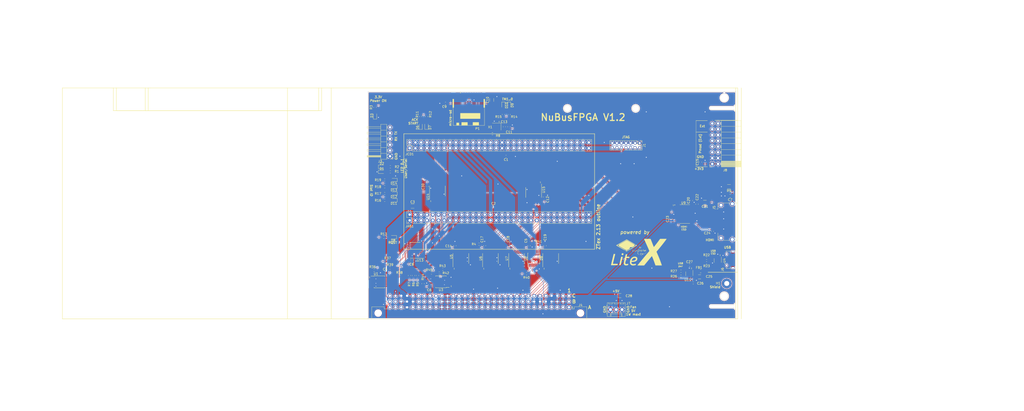
<source format=kicad_pcb>
(kicad_pcb (version 20171130) (host pcbnew 5.1.9+dfsg1-1~bpo10+1)
  (layers (0 F.Cu signal) (1 In1.Cu signal) (2 In2.Cu signal) (31 B.Cu signal) (34 B.Paste user) (35 F.Paste user) (36 B.SilkS user) (37 F.SilkS user) (38 B.Mask user) (39 F.Mask user) (44 Edge.Cuts user))
  (net 0 "")
  (net 1 GND)
  (net 2 /B2B/JTAG_VIO)
  (net 3 +3V3)
  (net 4 +5V)
  (net 5 "Net-(JCD1-Pad1)")
  (net 6 "Net-(JCD1-Pad2)")
  (net 7 "Net-(J1-Pad14)")
  (net 8 "Net-(J1-Pad12)")
  (net 9 NUBUS_OE)
  (net 10 -12V)
  (net 11 SB0_5V)
  (net 12 ~RESET_5V)
  (net 13 ~SPV_5V)
  (net 14 ~SP_5V)
  (net 15 ~TM1_5V)
  (net 16 ~AD1_5V)
  (net 17 ~AD3_5V)
  (net 18 ~AD5_5V)
  (net 19 ~AD7_5V)
  (net 20 ~AD9_5V)
  (net 21 ~AD11_5V)
  (net 22 ~AD13_5V)
  (net 23 ~AD15_5V)
  (net 24 ~AD17_5V)
  (net 25 ~AD19_5V)
  (net 26 ~AD21_5V)
  (net 27 ~AD23_5V)
  (net 28 ~AD25_5V)
  (net 29 ~AD27_5V)
  (net 30 ~AD29_5V)
  (net 31 ~AD31_5V)
  (net 32 ~ARB1_5V)
  (net 33 ~ARB3_5V)
  (net 34 ~ID1_5V)
  (net 35 ~ID3_5V)
  (net 36 ~ACK_5V)
  (net 37 ~RQST_5V)
  (net 38 ~NMRQ_5V)
  (net 39 +12V)
  (net 40 ~TM2_5V)
  (net 41 ~CM0_5V)
  (net 42 ~CM1_5V)
  (net 43 ~CM2_5V)
  (net 44 STDBYPWR)
  (net 45 ~CLK2XEN_5V)
  (net 46 ~CBUSY_5V)
  (net 47 SB1_5V)
  (net 48 ~TM0_5V)
  (net 49 ~AD0_5V)
  (net 50 ~AD2_5V)
  (net 51 ~AD4_5V)
  (net 52 ~AD6_5V)
  (net 53 ~AD8_5V)
  (net 54 ~AD10_5V)
  (net 55 ~AD12_5V)
  (net 56 ~AD14_5V)
  (net 57 ~AD16_5V)
  (net 58 ~AD18_5V)
  (net 59 ~AD20_5V)
  (net 60 ~AD22_5V)
  (net 61 ~AD24_5V)
  (net 62 ~AD26_5V)
  (net 63 ~AD28_5V)
  (net 64 ~AD30_5V)
  (net 65 ~PFW_5V)
  (net 66 ~ARB0_5V)
  (net 67 ~ARB2_5V)
  (net 68 ~ID0_5V)
  (net 69 ~ID2_5V)
  (net 70 ~START_5V)
  (net 71 ~CLK_5V)
  (net 72 ~ID2_3V3)
  (net 73 ~ID1_3V3)
  (net 74 ~ID0_3V3)
  (net 75 ~CLK_3V3)
  (net 76 ~RQST_3V3)
  (net 77 ~CLK2X_5V)
  (net 78 ~START_3V3)
  (net 79 ~ACK_3V3)
  (net 80 ~AD31_3V3)
  (net 81 ~AD30_3V3)
  (net 82 ~AD29_3V3)
  (net 83 ~AD28_3V3)
  (net 84 ~AD27_3V3)
  (net 85 ~AD26_3V3)
  (net 86 ~AD25_3V3)
  (net 87 ~AD24_3V3)
  (net 88 ~AD23_3V3)
  (net 89 ~AD22_3V3)
  (net 90 ~AD21_3V3)
  (net 91 ~AD20_3V3)
  (net 92 ~RESET_3V3)
  (net 93 ~TM0_3V3)
  (net 94 ~TM1_3V3)
  (net 95 ~AD0_3V3)
  (net 96 ~AD1_3V3)
  (net 97 ~AD2_3V3)
  (net 98 ~AD3_3V3)
  (net 99 ~AD4_3V3)
  (net 100 ~AD5_3V3)
  (net 101 ~AD6_3V3)
  (net 102 ~AD7_3V3)
  (net 103 ~AD9_3V3)
  (net 104 ~AD8_3V3)
  (net 105 ~AD11_3V3)
  (net 106 ~AD10_3V3)
  (net 107 ~AD13_3V3)
  (net 108 ~AD12_3V3)
  (net 109 ~AD15_3V3)
  (net 110 ~AD14_3V3)
  (net 111 ~AD17_3V3)
  (net 112 ~AD16_3V3)
  (net 113 ~AD19_3V3)
  (net 114 ~AD18_3V3)
  (net 115 SHIELD)
  (net 116 HDMI_CEC_A)
  (net 117 HDMI_SCL_A)
  (net 118 HDMI_SDA_A)
  (net 119 HDMI_HPD_A)
  (net 120 HDMI_CLK-)
  (net 121 HDMI_CLK+)
  (net 122 HDMI_D0-)
  (net 123 HDMI_D0+)
  (net 124 HDMI_D1-)
  (net 125 HDMI_D1+)
  (net 126 HDMI_D2-)
  (net 127 HDMI_D2+)
  (net 128 LED0)
  (net 129 "Net-(D2-Pad2)")
  (net 130 "Net-(D3-Pad2)")
  (net 131 LED1)
  (net 132 /usb/USB_FLT)
  (net 133 /usb/USB_D+)
  (net 134 /usb/USB_EN)
  (net 135 /usb/USB_D-)
  (net 136 USBH0_D-)
  (net 137 USBH0_D+)
  (net 138 /usb/VBus)
  (net 139 /usb/VBus_USB0)
  (net 140 /hdmi/cec_b)
  (net 141 /hdmi/scl_b)
  (net 142 /hdmi/sda_b)
  (net 143 /hdmi/hpd_b)
  (net 144 NUBUS_AD_DIR)
  (net 145 FPGA_JTAG_TDO)
  (net 146 FPGA_JTAG_TCK)
  (net 147 FPGA_JTAG_TDI)
  (net 148 FPGA_JTAG_TMS)
  (net 149 "Net-(J5-Pad14)")
  (net 150 "Net-(J6-Pad4)")
  (net 151 "Net-(D1-Pad2)")
  (net 152 "Net-(D11-Pad2)")
  (net 153 "Net-(D12-Pad2)")
  (net 154 "Net-(D13-Pad2)")
  (net 155 "Net-(D14-Pad2)")
  (net 156 ~CLK2X_3V3)
  (net 157 ~TM2_3V3)
  (net 158 ARB0_o_n)
  (net 159 ARB1_o_n)
  (net 160 ARB3_o_n)
  (net 161 ARB2_o_n)
  (net 162 ~NMRQ_3V3)
  (net 163 RQST_o_n)
  (net 164 START_o_n)
  (net 165 START_oe_n)
  (net 166 ACK_o_n)
  (net 167 ACK_oe_n)
  (net 168 TMx_oe_n)
  (net 169 TM1_n_o)
  (net 170 TM0_n_o)
  (net 171 TM2_o_n)
  (net 172 TM2_oe_n)
  (net 173 "Net-(J3-Pad6)")
  (net 174 "Net-(J3-Pad3)")
  (net 175 "Net-(J3-Pad2)")
  (net 176 ~ARB0_3V3)
  (net 177 ~ARB1_3V3)
  (net 178 ~ARB2_3V3)
  (net 179 ~ARB3_3V3)
  (net 180 SD_D2)
  (net 181 SD_D3)
  (net 182 SD_CMD)
  (net 183 SD_CLK)
  (net 184 SD_D0)
  (net 185 SD_D1)
  (net 186 "Net-(U2-Pad11)")
  (net 187 "Net-(D10-Pad2)")
  (net 188 "Net-(D9-Pad2)")
  (net 189 "Net-(D8-Pad2)")
  (net 190 "Net-(D7-Pad2)")
  (net 191 "Net-(D6-Pad2)")
  (net 192 /hdmi/HDMI_5V)
  (net 193 CLK_54_000)
  (net 194 "Net-(X1-Pad1)")
  (net 195 "Net-(R8-Pad2)")
  (net 196 PMOD-1516+)
  (net 197 PMOD-1516-)
  (net 198 PMOD-1314+)
  (net 199 PMOD-1314-)
  (net 200 PMOD-1112+)
  (net 201 PMOD-1112-)
  (net 202 PMOD-910+)
  (net 203 PMOD-910-)
  (net 204 PMOD-78+)
  (net 205 PMOD-78-)
  (net 206 PMOD-56+)
  (net 207 PMOD-56-)
  (module Package_TO_SOT_SMD:SOT-23-6 (layer F.Cu) (at 265.4 79.395 270)
    (fp_text reference U4 (at 0 -2.9 90) (layer F.SilkS))
    (fp_text value SRV05-4)
    (pad 5 smd rect (at 1.1 0 270) (size 1.06 0.65) (layers F.Cu F.Paste F.Mask) (net 139 /usb/VBus_USB0))
    (pad 6 smd rect (at 1.1 -0.95 270) (size 1.06 0.65) (layers F.Cu F.Paste F.Mask) (net 135 /usb/USB_D-))
    (pad 4 smd rect (at 1.1 0.95 270) (size 1.06 0.65) (layers F.Cu F.Paste F.Mask) (net 1 GND))
    (pad 3 smd rect (at -1.1 0.95 270) (size 1.06 0.65) (layers F.Cu F.Paste F.Mask) (net 1 GND))
    (pad 2 smd rect (at -1.1 0 270) (size 1.06 0.65) (layers F.Cu F.Paste F.Mask) (net 1 GND))
    (pad 1 smd rect (at -1.1 -0.95 270) (size 1.06 0.65) (layers F.Cu F.Paste F.Mask) (net 133 /usb/USB_D+))
  )
  (module Capacitor_SMD:C_1206_3216Metric (layer F.Cu) (at 222.275 94.85)
    (fp_text reference C28 (at 4.075 0.13) (layer F.SilkS))
    (fp_text value "47uF 10V 1206")
    (pad 2 smd roundrect (at 1.475 0) (size 1.15 1.8) (layers F.Cu F.Paste F.Mask) (roundrect_rratio 0.217391) (net 1 GND))
    (pad 1 smd roundrect (at -1.475 0) (size 1.15 1.8) (layers F.Cu F.Paste F.Mask) (roundrect_rratio 0.217391) (net 4 +5V))
  )
  (module Capacitor_SMD:C_1206_3216Metric (layer F.Cu) (at 259.75 53.81 180)
    (fp_text reference C21 (at 0 -1.85) (layer F.SilkS))
    (fp_text value "47uF 10V 1206")
    (pad 2 smd roundrect (at 1.475 0 180) (size 1.15 1.8) (layers F.Cu F.Paste F.Mask) (roundrect_rratio 0.217391) (net 1 GND))
    (pad 1 smd roundrect (at -1.475 0 180) (size 1.15 1.8) (layers F.Cu F.Paste F.Mask) (roundrect_rratio 0.217391) (net 3 +3V3))
  )
  (module Capacitor_SMD:C_1206_3216Metric (layer F.Cu) (at 166.1 8.765 90)
    (fp_text reference C10 (at 0 -1.85 90) (layer F.SilkS))
    (fp_text value "47uF 10V 1206")
    (pad 2 smd roundrect (at 1.475 0 90) (size 1.15 1.8) (layers F.Cu F.Paste F.Mask) (roundrect_rratio 0.217391) (net 1 GND))
    (pad 1 smd roundrect (at -1.475 0 90) (size 1.15 1.8) (layers F.Cu F.Paste F.Mask) (roundrect_rratio 0.217391) (net 3 +3V3))
  )
  (module Capacitor_SMD:C_1206_3216Metric (layer F.Cu) (at 131.3 55.5)
    (fp_text reference C3 (at 0 -1.85) (layer F.SilkS))
    (fp_text value "47uF 10V 1206")
    (pad 2 smd roundrect (at 1.475 0) (size 1.15 1.8) (layers F.Cu F.Paste F.Mask) (roundrect_rratio 0.217391) (net 1 GND))
    (pad 1 smd roundrect (at -1.475 0) (size 1.15 1.8) (layers F.Cu F.Paste F.Mask) (roundrect_rratio 0.217391) (net 4 +5V))
  )
  (module MountingHole:MountingHole_2.2mm_M2_Pad (layer F.Cu) (at 269.1975 89.5)
    (fp_text reference H1 (at -3.6075 -0.11) (layer F.SilkS))
    (fp_text value MountingHole_Pad)
    (pad 1 thru_hole circle (at 0.1525 0) (size 4.4 4.4) (drill 2.2) (layers *.Cu *.Mask) (net 115 SHIELD))
  )
  (module Connector_USB:USB_Micro-B_Amphenol_10118194_Horizontal (layer F.Cu) (at 270.75 79.07 90)
    (fp_text reference J6 (at -4.28 -3.25 90) (layer F.SilkS))
    (fp_text value "10118194-0001LF (USB micro-B)")
    (pad 6 thru_hole oval (at 3.5 1.3 90) (size 0.89 1.55) (drill oval 0.5 1.15) (layers *.Cu *.Mask) (net 115 SHIELD))
    (pad 6 thru_hole oval (at -3.5 1.3 90) (size 0.89 1.55) (drill oval 0.5 1.15) (layers *.Cu *.Mask) (net 115 SHIELD))
    (pad 6 smd rect (at 2.9 1.3 90) (size 1.2 1.55) (layers F.Cu F.Paste F.Mask) (net 115 SHIELD))
    (pad 6 smd rect (at -2.9 1.3 90) (size 1.2 1.55) (layers F.Cu F.Paste F.Mask) (net 115 SHIELD))
    (pad 6 smd rect (at 1 1.3 90) (size 1.5 1.55) (layers F.Cu F.Paste F.Mask) (net 115 SHIELD))
    (pad 6 smd rect (at -1 1.3 90) (size 1.5 1.55) (layers F.Cu F.Paste F.Mask) (net 115 SHIELD))
    (pad 6 thru_hole oval (at 2.5 -1.4 90) (size 1.25 0.95) (drill oval 0.85 0.55) (layers *.Cu *.Mask) (net 115 SHIELD))
    (pad 6 thru_hole oval (at -2.5 -1.4 90) (size 1.25 0.95) (drill oval 0.85 0.55) (layers *.Cu *.Mask) (net 115 SHIELD))
    (pad 5 smd rect (at 1.3 -1.4 90) (size 0.4 1.35) (layers F.Cu F.Paste F.Mask) (net 1 GND))
    (pad 4 smd rect (at 0.65 -1.4 90) (size 0.4 1.35) (layers F.Cu F.Paste F.Mask) (net 150 "Net-(J6-Pad4)"))
    (pad 3 smd rect (at 0 -1.4 90) (size 0.4 1.35) (layers F.Cu F.Paste F.Mask) (net 133 /usb/USB_D+))
    (pad 2 smd rect (at -0.65 -1.4 90) (size 0.4 1.35) (layers F.Cu F.Paste F.Mask) (net 135 /usb/USB_D-))
    (pad 1 smd rect (at -1.3 -1.4 90) (size 0.4 1.35) (layers F.Cu F.Paste F.Mask) (net 139 /usb/VBus_USB0))
  )
  (module For_SeeedStudio:PinHeader_2x32_P2.54mm_Vertical_For_SeeedStudio (layer F.Cu) (at 130 30 90)
    (fp_text reference JCD1 (at -2.6 0 180) (layer F.SilkS))
    (fp_text value "77313-101-64LF (2x32 M 2.54mm)")
    (pad 1 thru_hole rect (at 0 0 90) (size 1.7 1.7) (drill 1.02) (layers *.Cu *.Mask) (net 5 "Net-(JCD1-Pad1)"))
    (pad 2 thru_hole oval (at 2.54 0 90) (size 1.7 1.7) (drill 1.02) (layers *.Cu *.Mask) (net 6 "Net-(JCD1-Pad2)"))
    (pad 3 thru_hole oval (at 0 2.54 90) (size 1.7 1.7) (drill 1.02) (layers *.Cu *.Mask) (net 1 GND))
    (pad 4 thru_hole oval (at 2.54 2.54 90) (size 1.7 1.7) (drill 1.02) (layers *.Cu *.Mask) (net 1 GND))
    (pad 5 thru_hole oval (at 0 5.08 90) (size 1.7 1.7) (drill 1.02) (layers *.Cu *.Mask) (net 131 LED1))
    (pad 6 thru_hole oval (at 2.54 5.08 90) (size 1.7 1.7) (drill 1.02) (layers *.Cu *.Mask) (net 128 LED0))
    (pad 7 thru_hole oval (at 0 7.62 90) (size 1.7 1.7) (drill 1.02) (layers *.Cu *.Mask) (net 92 ~RESET_3V3))
    (pad 8 thru_hole oval (at 2.54 7.62 90) (size 1.7 1.7) (drill 1.02) (layers *.Cu *.Mask) (net 72 ~ID2_3V3))
    (pad 9 thru_hole oval (at 0 10.16 90) (size 1.7 1.7) (drill 1.02) (layers *.Cu *.Mask) (net 74 ~ID0_3V3))
    (pad 10 thru_hole oval (at 2.54 10.16 90) (size 1.7 1.7) (drill 1.02) (layers *.Cu *.Mask) (net 73 ~ID1_3V3))
    (pad 11 thru_hole oval (at 0 12.7 90) (size 1.7 1.7) (drill 1.02) (layers *.Cu *.Mask) (net 179 ~ARB3_3V3))
    (pad 12 thru_hole oval (at 2.54 12.7 90) (size 1.7 1.7) (drill 1.02) (layers *.Cu *.Mask) (net 178 ~ARB2_3V3))
    (pad 13 thru_hole oval (at 0 15.24 90) (size 1.7 1.7) (drill 1.02) (layers *.Cu *.Mask) (net 176 ~ARB0_3V3))
    (pad 14 thru_hole oval (at 2.54 15.24 90) (size 1.7 1.7) (drill 1.02) (layers *.Cu *.Mask) (net 177 ~ARB1_3V3))
    (pad 15 thru_hole oval (at 0 17.78 90) (size 1.7 1.7) (drill 1.02) (layers *.Cu *.Mask) (net 168 TMx_oe_n))
    (pad 16 thru_hole oval (at 2.54 17.78 90) (size 1.7 1.7) (drill 1.02) (layers *.Cu *.Mask) (net 156 ~CLK2X_3V3))
    (pad 17 thru_hole oval (at 0 20.32 90) (size 1.7 1.7) (drill 1.02) (layers *.Cu *.Mask) (net 169 TM1_n_o))
    (pad 18 thru_hole oval (at 2.54 20.32 90) (size 1.7 1.7) (drill 1.02) (layers *.Cu *.Mask) (net 180 SD_D2))
    (pad 19 thru_hole oval (at 0 22.86 90) (size 1.7 1.7) (drill 1.02) (layers *.Cu *.Mask) (net 170 TM0_n_o))
    (pad 20 thru_hole oval (at 2.54 22.86 90) (size 1.7 1.7) (drill 1.02) (layers *.Cu *.Mask) (net 181 SD_D3))
    (pad 21 thru_hole oval (at 0 25.4 90) (size 1.7 1.7) (drill 1.02) (layers *.Cu *.Mask) (net 172 TM2_oe_n))
    (pad 22 thru_hole oval (at 2.54 25.4 90) (size 1.7 1.7) (drill 1.02) (layers *.Cu *.Mask) (net 182 SD_CMD))
    (pad 23 thru_hole oval (at 0 27.94 90) (size 1.7 1.7) (drill 1.02) (layers *.Cu *.Mask) (net 171 TM2_o_n))
    (pad 24 thru_hole oval (at 2.54 27.94 90) (size 1.7 1.7) (drill 1.02) (layers *.Cu *.Mask) (net 183 SD_CLK))
    (pad 25 thru_hole oval (at 0 30.48 90) (size 1.7 1.7) (drill 1.02) (layers *.Cu *.Mask) (net 94 ~TM1_3V3))
    (pad 26 thru_hole oval (at 2.54 30.48 90) (size 1.7 1.7) (drill 1.02) (layers *.Cu *.Mask) (net 184 SD_D0))
    (pad 27 thru_hole oval (at 0 33.02 90) (size 1.7 1.7) (drill 1.02) (layers *.Cu *.Mask) (net 93 ~TM0_3V3))
    (pad 28 thru_hole oval (at 2.54 33.02 90) (size 1.7 1.7) (drill 1.02) (layers *.Cu *.Mask) (net 185 SD_D1))
    (pad 29 thru_hole oval (at 0 35.56 90) (size 1.7 1.7) (drill 1.02) (layers *.Cu *.Mask) (net 157 ~TM2_3V3))
    (pad 30 thru_hole oval (at 2.54 35.56 90) (size 1.7 1.7) (drill 1.02) (layers *.Cu *.Mask) (net 193 CLK_54_000))
    (pad 31 thru_hole oval (at 0 38.1 90) (size 1.7 1.7) (drill 1.02) (layers *.Cu *.Mask) (net 3 +3V3))
    (pad 32 thru_hole oval (at 2.54 38.1 90) (size 1.7 1.7) (drill 1.02) (layers *.Cu *.Mask) (net 3 +3V3))
    (pad 33 thru_hole oval (at 0 40.64 90) (size 1.7 1.7) (drill 1.02) (layers *.Cu *.Mask) (net 1 GND))
    (pad 34 thru_hole oval (at 2.54 40.64 90) (size 1.7 1.7) (drill 1.02) (layers *.Cu *.Mask) (net 1 GND))
    (pad 35 thru_hole oval (at 0 43.18 90) (size 1.7 1.7) (drill 1.02) (layers *.Cu *.Mask) (net 3 +3V3))
    (pad 36 thru_hole oval (at 2.54 43.18 90) (size 1.7 1.7) (drill 1.02) (layers *.Cu *.Mask) (net 3 +3V3))
    (pad 37 thru_hole oval (at 0 45.72 90) (size 1.7 1.7) (drill 1.02) (layers *.Cu *.Mask) (net 119 HDMI_HPD_A))
    (pad 38 thru_hole oval (at 2.54 45.72 90) (size 1.7 1.7) (drill 1.02) (layers *.Cu *.Mask) (net 197 PMOD-1516-))
    (pad 39 thru_hole oval (at 0 48.26 90) (size 1.7 1.7) (drill 1.02) (layers *.Cu *.Mask) (net 118 HDMI_SDA_A))
    (pad 40 thru_hole oval (at 2.54 48.26 90) (size 1.7 1.7) (drill 1.02) (layers *.Cu *.Mask) (net 196 PMOD-1516+))
    (pad 41 thru_hole oval (at 0 50.8 90) (size 1.7 1.7) (drill 1.02) (layers *.Cu *.Mask) (net 117 HDMI_SCL_A))
    (pad 42 thru_hole oval (at 2.54 50.8 90) (size 1.7 1.7) (drill 1.02) (layers *.Cu *.Mask) (net 199 PMOD-1314-))
    (pad 43 thru_hole oval (at 0 53.34 90) (size 1.7 1.7) (drill 1.02) (layers *.Cu *.Mask) (net 116 HDMI_CEC_A))
    (pad 44 thru_hole oval (at 2.54 53.34 90) (size 1.7 1.7) (drill 1.02) (layers *.Cu *.Mask) (net 198 PMOD-1314+))
    (pad 45 thru_hole oval (at 0 55.88 90) (size 1.7 1.7) (drill 1.02) (layers *.Cu *.Mask) (net 120 HDMI_CLK-))
    (pad 46 thru_hole oval (at 2.54 55.88 90) (size 1.7 1.7) (drill 1.02) (layers *.Cu *.Mask) (net 201 PMOD-1112-))
    (pad 47 thru_hole oval (at 0 58.42 90) (size 1.7 1.7) (drill 1.02) (layers *.Cu *.Mask) (net 121 HDMI_CLK+))
    (pad 48 thru_hole oval (at 2.54 58.42 90) (size 1.7 1.7) (drill 1.02) (layers *.Cu *.Mask) (net 200 PMOD-1112+))
    (pad 49 thru_hole oval (at 0 60.96 90) (size 1.7 1.7) (drill 1.02) (layers *.Cu *.Mask) (net 123 HDMI_D0+))
    (pad 50 thru_hole oval (at 2.54 60.96 90) (size 1.7 1.7) (drill 1.02) (layers *.Cu *.Mask) (net 203 PMOD-910-))
    (pad 51 thru_hole oval (at 0 63.5 90) (size 1.7 1.7) (drill 1.02) (layers *.Cu *.Mask) (net 122 HDMI_D0-))
    (pad 52 thru_hole oval (at 2.54 63.5 90) (size 1.7 1.7) (drill 1.02) (layers *.Cu *.Mask) (net 202 PMOD-910+))
    (pad 53 thru_hole oval (at 0 66.04 90) (size 1.7 1.7) (drill 1.02) (layers *.Cu *.Mask) (net 125 HDMI_D1+))
    (pad 54 thru_hole oval (at 2.54 66.04 90) (size 1.7 1.7) (drill 1.02) (layers *.Cu *.Mask) (net 205 PMOD-78-))
    (pad 55 thru_hole oval (at 0 68.58 90) (size 1.7 1.7) (drill 1.02) (layers *.Cu *.Mask) (net 124 HDMI_D1-))
    (pad 56 thru_hole oval (at 2.54 68.58 90) (size 1.7 1.7) (drill 1.02) (layers *.Cu *.Mask) (net 204 PMOD-78+))
    (pad 57 thru_hole oval (at 0 71.12 90) (size 1.7 1.7) (drill 1.02) (layers *.Cu *.Mask) (net 126 HDMI_D2-))
    (pad 58 thru_hole oval (at 2.54 71.12 90) (size 1.7 1.7) (drill 1.02) (layers *.Cu *.Mask) (net 207 PMOD-56-))
    (pad 59 thru_hole oval (at 0 73.66 90) (size 1.7 1.7) (drill 1.02) (layers *.Cu *.Mask) (net 127 HDMI_D2+))
    (pad 60 thru_hole oval (at 2.54 73.66 90) (size 1.7 1.7) (drill 1.02) (layers *.Cu *.Mask) (net 206 PMOD-56+))
    (pad 61 thru_hole oval (at 0 76.2 90) (size 1.7 1.7) (drill 1.02) (layers *.Cu *.Mask) (net 145 FPGA_JTAG_TDO))
    (pad 62 thru_hole oval (at 2.54 76.2 90) (size 1.7 1.7) (drill 1.02) (layers *.Cu *.Mask) (net 148 FPGA_JTAG_TMS))
    (pad 63 thru_hole oval (at 0 78.74 90) (size 1.7 1.7) (drill 1.02) (layers *.Cu *.Mask) (net 1 GND))
    (pad 64 thru_hole oval (at 2.54 78.74 90) (size 1.7 1.7) (drill 1.02) (layers *.Cu *.Mask) (net 1 GND))
  )
  (module For_SeeedStudio:PinHeader_2x32_P2.54mm_Vertical_For_SeeedStudio (layer F.Cu) (at 130 61.75 90)
    (fp_text reference JAB1 (at -2.55 0 180) (layer F.SilkS))
    (fp_text value "77313-101-64LF (2x32 M 2.54mm)")
    (pad 1 thru_hole rect (at 0 0 90) (size 1.7 1.7) (drill 1.02) (layers *.Cu *.Mask) (net 4 +5V))
    (pad 2 thru_hole oval (at 2.54 0 90) (size 1.7 1.7) (drill 1.02) (layers *.Cu *.Mask) (net 4 +5V))
    (pad 3 thru_hole oval (at 0 2.54 90) (size 1.7 1.7) (drill 1.02) (layers *.Cu *.Mask) (net 1 GND))
    (pad 4 thru_hole oval (at 2.54 2.54 90) (size 1.7 1.7) (drill 1.02) (layers *.Cu *.Mask) (net 1 GND))
    (pad 5 thru_hole oval (at 0 5.08 90) (size 1.7 1.7) (drill 1.02) (layers *.Cu *.Mask) (net 162 ~NMRQ_3V3))
    (pad 6 thru_hole oval (at 2.54 5.08 90) (size 1.7 1.7) (drill 1.02) (layers *.Cu *.Mask) (net 76 ~RQST_3V3))
    (pad 7 thru_hole oval (at 0 7.62 90) (size 1.7 1.7) (drill 1.02) (layers *.Cu *.Mask) (net 78 ~START_3V3))
    (pad 8 thru_hole oval (at 2.54 7.62 90) (size 1.7 1.7) (drill 1.02) (layers *.Cu *.Mask) (net 79 ~ACK_3V3))
    (pad 9 thru_hole oval (at 0 10.16 90) (size 1.7 1.7) (drill 1.02) (layers *.Cu *.Mask) (net 165 START_oe_n))
    (pad 10 thru_hole oval (at 2.54 10.16 90) (size 1.7 1.7) (drill 1.02) (layers *.Cu *.Mask) (net 163 RQST_o_n))
    (pad 11 thru_hole oval (at 0 12.7 90) (size 1.7 1.7) (drill 1.02) (layers *.Cu *.Mask) (net 164 START_o_n))
    (pad 12 thru_hole oval (at 2.54 12.7 90) (size 1.7 1.7) (drill 1.02) (layers *.Cu *.Mask) (net 167 ACK_oe_n))
    (pad 13 thru_hole oval (at 0 15.24 90) (size 1.7 1.7) (drill 1.02) (layers *.Cu *.Mask) (net 158 ARB0_o_n))
    (pad 14 thru_hole oval (at 2.54 15.24 90) (size 1.7 1.7) (drill 1.02) (layers *.Cu *.Mask) (net 166 ACK_o_n))
    (pad 15 thru_hole oval (at 0 17.78 90) (size 1.7 1.7) (drill 1.02) (layers *.Cu *.Mask) (net 160 ARB3_o_n))
    (pad 16 thru_hole oval (at 2.54 17.78 90) (size 1.7 1.7) (drill 1.02) (layers *.Cu *.Mask) (net 161 ARB2_o_n))
    (pad 17 thru_hole oval (at 0 20.32 90) (size 1.7 1.7) (drill 1.02) (layers *.Cu *.Mask) (net 144 NUBUS_AD_DIR))
    (pad 18 thru_hole oval (at 2.54 20.32 90) (size 1.7 1.7) (drill 1.02) (layers *.Cu *.Mask) (net 159 ARB1_o_n))
    (pad 19 thru_hole oval (at 0 22.86 90) (size 1.7 1.7) (drill 1.02) (layers *.Cu *.Mask) (net 80 ~AD31_3V3))
    (pad 20 thru_hole oval (at 2.54 22.86 90) (size 1.7 1.7) (drill 1.02) (layers *.Cu *.Mask) (net 75 ~CLK_3V3))
    (pad 21 thru_hole oval (at 0 25.4 90) (size 1.7 1.7) (drill 1.02) (layers *.Cu *.Mask) (net 82 ~AD29_3V3))
    (pad 22 thru_hole oval (at 2.54 25.4 90) (size 1.7 1.7) (drill 1.02) (layers *.Cu *.Mask) (net 81 ~AD30_3V3))
    (pad 23 thru_hole oval (at 0 27.94 90) (size 1.7 1.7) (drill 1.02) (layers *.Cu *.Mask) (net 84 ~AD27_3V3))
    (pad 24 thru_hole oval (at 2.54 27.94 90) (size 1.7 1.7) (drill 1.02) (layers *.Cu *.Mask) (net 83 ~AD28_3V3))
    (pad 25 thru_hole oval (at 0 30.48 90) (size 1.7 1.7) (drill 1.02) (layers *.Cu *.Mask) (net 86 ~AD25_3V3))
    (pad 26 thru_hole oval (at 2.54 30.48 90) (size 1.7 1.7) (drill 1.02) (layers *.Cu *.Mask) (net 85 ~AD26_3V3))
    (pad 27 thru_hole oval (at 0 33.02 90) (size 1.7 1.7) (drill 1.02) (layers *.Cu *.Mask) (net 9 NUBUS_OE))
    (pad 28 thru_hole oval (at 2.54 33.02 90) (size 1.7 1.7) (drill 1.02) (layers *.Cu *.Mask) (net 87 ~AD24_3V3))
    (pad 29 thru_hole oval (at 0 35.56 90) (size 1.7 1.7) (drill 1.02) (layers *.Cu *.Mask) (net 3 +3V3))
    (pad 30 thru_hole oval (at 2.54 35.56 90) (size 1.7 1.7) (drill 1.02) (layers *.Cu *.Mask) (net 3 +3V3))
    (pad 31 thru_hole oval (at 0 38.1 90) (size 1.7 1.7) (drill 1.02) (layers *.Cu *.Mask) (net 1 GND))
    (pad 32 thru_hole oval (at 2.54 38.1 90) (size 1.7 1.7) (drill 1.02) (layers *.Cu *.Mask) (net 1 GND))
    (pad 33 thru_hole oval (at 0 40.64 90) (size 1.7 1.7) (drill 1.02) (layers *.Cu *.Mask) (net 3 +3V3))
    (pad 34 thru_hole oval (at 2.54 40.64 90) (size 1.7 1.7) (drill 1.02) (layers *.Cu *.Mask) (net 3 +3V3))
    (pad 35 thru_hole oval (at 0 43.18 90) (size 1.7 1.7) (drill 1.02) (layers *.Cu *.Mask) (net 88 ~AD23_3V3))
    (pad 36 thru_hole oval (at 2.54 43.18 90) (size 1.7 1.7) (drill 1.02) (layers *.Cu *.Mask) (net 89 ~AD22_3V3))
    (pad 37 thru_hole oval (at 0 45.72 90) (size 1.7 1.7) (drill 1.02) (layers *.Cu *.Mask) (net 90 ~AD21_3V3))
    (pad 38 thru_hole oval (at 2.54 45.72 90) (size 1.7 1.7) (drill 1.02) (layers *.Cu *.Mask) (net 91 ~AD20_3V3))
    (pad 39 thru_hole oval (at 0 48.26 90) (size 1.7 1.7) (drill 1.02) (layers *.Cu *.Mask) (net 113 ~AD19_3V3))
    (pad 40 thru_hole oval (at 2.54 48.26 90) (size 1.7 1.7) (drill 1.02) (layers *.Cu *.Mask) (net 114 ~AD18_3V3))
    (pad 41 thru_hole oval (at 0 50.8 90) (size 1.7 1.7) (drill 1.02) (layers *.Cu *.Mask) (net 111 ~AD17_3V3))
    (pad 42 thru_hole oval (at 2.54 50.8 90) (size 1.7 1.7) (drill 1.02) (layers *.Cu *.Mask) (net 112 ~AD16_3V3))
    (pad 43 thru_hole oval (at 0 53.34 90) (size 1.7 1.7) (drill 1.02) (layers *.Cu *.Mask) (net 109 ~AD15_3V3))
    (pad 44 thru_hole oval (at 2.54 53.34 90) (size 1.7 1.7) (drill 1.02) (layers *.Cu *.Mask) (net 110 ~AD14_3V3))
    (pad 45 thru_hole oval (at 0 55.88 90) (size 1.7 1.7) (drill 1.02) (layers *.Cu *.Mask) (net 107 ~AD13_3V3))
    (pad 46 thru_hole oval (at 2.54 55.88 90) (size 1.7 1.7) (drill 1.02) (layers *.Cu *.Mask) (net 108 ~AD12_3V3))
    (pad 47 thru_hole oval (at 0 58.42 90) (size 1.7 1.7) (drill 1.02) (layers *.Cu *.Mask) (net 105 ~AD11_3V3))
    (pad 48 thru_hole oval (at 2.54 58.42 90) (size 1.7 1.7) (drill 1.02) (layers *.Cu *.Mask) (net 106 ~AD10_3V3))
    (pad 49 thru_hole oval (at 0 60.96 90) (size 1.7 1.7) (drill 1.02) (layers *.Cu *.Mask) (net 103 ~AD9_3V3))
    (pad 50 thru_hole oval (at 2.54 60.96 90) (size 1.7 1.7) (drill 1.02) (layers *.Cu *.Mask) (net 104 ~AD8_3V3))
    (pad 51 thru_hole oval (at 0 63.5 90) (size 1.7 1.7) (drill 1.02) (layers *.Cu *.Mask) (net 102 ~AD7_3V3))
    (pad 52 thru_hole oval (at 2.54 63.5 90) (size 1.7 1.7) (drill 1.02) (layers *.Cu *.Mask) (net 101 ~AD6_3V3))
    (pad 53 thru_hole oval (at 0 66.04 90) (size 1.7 1.7) (drill 1.02) (layers *.Cu *.Mask) (net 100 ~AD5_3V3))
    (pad 54 thru_hole oval (at 2.54 66.04 90) (size 1.7 1.7) (drill 1.02) (layers *.Cu *.Mask) (net 99 ~AD4_3V3))
    (pad 55 thru_hole oval (at 0 68.58 90) (size 1.7 1.7) (drill 1.02) (layers *.Cu *.Mask) (net 98 ~AD3_3V3))
    (pad 56 thru_hole oval (at 2.54 68.58 90) (size 1.7 1.7) (drill 1.02) (layers *.Cu *.Mask) (net 97 ~AD2_3V3))
    (pad 57 thru_hole oval (at 0 71.12 90) (size 1.7 1.7) (drill 1.02) (layers *.Cu *.Mask) (net 96 ~AD1_3V3))
    (pad 58 thru_hole oval (at 2.54 71.12 90) (size 1.7 1.7) (drill 1.02) (layers *.Cu *.Mask) (net 95 ~AD0_3V3))
    (pad 59 thru_hole oval (at 0 73.66 90) (size 1.7 1.7) (drill 1.02) (layers *.Cu *.Mask) (net 137 USBH0_D+))
    (pad 60 thru_hole oval (at 2.54 73.66 90) (size 1.7 1.7) (drill 1.02) (layers *.Cu *.Mask) (net 136 USBH0_D-))
    (pad 61 thru_hole oval (at 0 76.2 90) (size 1.7 1.7) (drill 1.02) (layers *.Cu *.Mask) (net 147 FPGA_JTAG_TDI))
    (pad 62 thru_hole oval (at 2.54 76.2 90) (size 1.7 1.7) (drill 1.02) (layers *.Cu *.Mask) (net 146 FPGA_JTAG_TCK))
    (pad 63 thru_hole oval (at 0 78.74 90) (size 1.7 1.7) (drill 1.02) (layers *.Cu *.Mask) (net 2 /B2B/JTAG_VIO))
    (pad 64 thru_hole oval (at 2.54 78.74 90) (size 1.7 1.7) (drill 1.02) (layers *.Cu *.Mask) (net 1 GND))
  )
  (module For_SeeedStudio:HRS_DM3CS-SF (layer F.Cu) (at 156 12.75 180)
    (fp_text reference P1 (at -3.831565 -8.649785) (layer F.SilkS) (effects (font (size 1.001709 1.001709))))
    (fp_text value DM3CS-SF)
    (pad PAD smd rect (at 6.75 5.7 180) (size 1.5 2.6) (layers F.Cu F.Paste F.Mask))
    (pad PAD. smd rect (at -6.6 5.7 180) (size 1 2.6) (layers F.Cu F.Paste F.Mask))
    (pad 1 smd rect (at 3.2 6.2 180) (size 0.7 2) (layers F.Cu F.Paste F.Mask) (net 180 SD_D2))
    (pad 2 smd rect (at 2.1 6.2 180) (size 0.7 2) (layers F.Cu F.Paste F.Mask) (net 181 SD_D3))
    (pad 3 smd rect (at 1 6.2 180) (size 0.7 2) (layers F.Cu F.Paste F.Mask) (net 182 SD_CMD))
    (pad 4 smd rect (at -0.1 6.2 180) (size 0.7 2) (layers F.Cu F.Paste F.Mask) (net 3 +3V3))
    (pad 5 smd rect (at -1.2 6.2 180) (size 0.7 2) (layers F.Cu F.Paste F.Mask) (net 183 SD_CLK))
    (pad 6 smd rect (at -2.3 6.2 180) (size 0.7 2) (layers F.Cu F.Paste F.Mask) (net 1 GND))
    (pad 7 smd rect (at -3.4 6.2 180) (size 0.7 2) (layers F.Cu F.Paste F.Mask) (net 184 SD_D0))
    (pad 8 smd rect (at -4.5 6.2 180) (size 0.7 2) (layers F.Cu F.Paste F.Mask) (net 185 SD_D1))
  )
  (module Oscillator:Oscillator_SMD_Abracon_ASE-4Pin_3.2x2.5mm (layer F.Cu) (at 168.26 20.5 180)
    (fp_text reference X1 (at 2.84 -0.19) (layer F.SilkS))
    (fp_text value ASE-xxxMHz)
    (pad 4 smd rect (at -1.05 -0.825 180) (size 1.3 1.1) (layers F.Cu F.Paste F.Mask) (net 3 +3V3))
    (pad 3 smd rect (at 1.05 -0.825 180) (size 1.3 1.1) (layers F.Cu F.Paste F.Mask) (net 195 "Net-(R8-Pad2)"))
    (pad 2 smd rect (at 1.05 0.825 180) (size 1.3 1.1) (layers F.Cu F.Paste F.Mask) (net 1 GND))
    (pad 1 smd rect (at -1.05 0.825 180) (size 1.3 1.1) (layers F.Cu F.Paste F.Mask) (net 194 "Net-(X1-Pad1)"))
  )
  (module LED_SMD:LED_0603_1608Metric (layer F.Cu) (at 117.78 38.158334)
    (fp_text reference D2 (at 0 -1.43) (layer F.SilkS))
    (fp_text value "RED Led 0603")
    (pad 2 smd roundrect (at 0.7875 0) (size 0.875 0.95) (layers F.Cu F.Paste F.Mask) (net 129 "Net-(D2-Pad2)"))
    (pad 1 smd roundrect (at -0.7875 0) (size 0.875 0.95) (layers F.Cu F.Paste F.Mask) (net 1 GND))
  )
  (module LED_SMD:LED_0603_1608Metric (layer F.Cu) (at 117.78 40.41)
    (fp_text reference D1 (at 0 -1.43) (layer F.SilkS))
    (fp_text value "RED Led 0603")
    (pad 2 smd roundrect (at 0.7875 0) (size 0.875 0.95) (layers F.Cu F.Paste F.Mask) (net 151 "Net-(D1-Pad2)"))
    (pad 1 smd roundrect (at -0.7875 0) (size 0.875 0.95) (layers F.Cu F.Paste F.Mask) (net 1 GND))
  )
  (module LED_SMD:LED_0603_1608Metric (layer F.Cu) (at 123.052634 43.977042 180)
    (fp_text reference D14 (at 0 -1.43) (layer F.SilkS))
    (fp_text value "GREEN Led 0603")
    (pad 2 smd roundrect (at 0.7875 0 180) (size 0.875 0.95) (layers F.Cu F.Paste F.Mask) (net 155 "Net-(D14-Pad2)"))
    (pad 1 smd roundrect (at -0.7875 0 180) (size 0.875 0.95) (layers F.Cu F.Paste F.Mask) (net 1 GND))
  )
  (module LED_SMD:LED_0603_1608Metric (layer F.Cu) (at 123.052634 46.943708 180)
    (fp_text reference D13 (at 0 -1.43) (layer F.SilkS))
    (fp_text value "GREEN Led 0603")
    (pad 2 smd roundrect (at 0.7875 0 180) (size 0.875 0.95) (layers F.Cu F.Paste F.Mask) (net 154 "Net-(D13-Pad2)"))
    (pad 1 smd roundrect (at -0.7875 0 180) (size 0.875 0.95) (layers F.Cu F.Paste F.Mask) (net 72 ~ID2_3V3))
  )
  (module LED_SMD:LED_0603_1608Metric (layer F.Cu) (at 123.052634 49.910374 180)
    (fp_text reference D12 (at 0 -1.43) (layer F.SilkS))
    (fp_text value "GREEN Led 0603")
    (pad 2 smd roundrect (at 0.7875 0 180) (size 0.875 0.95) (layers F.Cu F.Paste F.Mask) (net 153 "Net-(D12-Pad2)"))
    (pad 1 smd roundrect (at -0.7875 0 180) (size 0.875 0.95) (layers F.Cu F.Paste F.Mask) (net 73 ~ID1_3V3))
  )
  (module LED_SMD:LED_0603_1608Metric (layer F.Cu) (at 123.052634 52.877042 180)
    (fp_text reference D11 (at 0 -1.43) (layer F.SilkS))
    (fp_text value "GREEN Led 0603")
    (pad 2 smd roundrect (at 0.7875 0 180) (size 0.875 0.95) (layers F.Cu F.Paste F.Mask) (net 152 "Net-(D11-Pad2)"))
    (pad 1 smd roundrect (at -0.7875 0 180) (size 0.875 0.95) (layers F.Cu F.Paste F.Mask) (net 74 ~ID0_3V3))
  )
  (module LED_SMD:LED_0603_1608Metric (layer F.Cu) (at 171.204189 11.131035 270)
    (fp_text reference D10 (at 0 -1.43 90) (layer F.SilkS))
    (fp_text value "YELLOW Led 0603")
    (pad 2 smd roundrect (at 0.7875 0 270) (size 0.875 0.95) (layers F.Cu F.Paste F.Mask) (net 187 "Net-(D10-Pad2)"))
    (pad 1 smd roundrect (at -0.7875 0 270) (size 0.875 0.95) (layers F.Cu F.Paste F.Mask) (net 94 ~TM1_3V3))
  )
  (module LED_SMD:LED_0603_1608Metric (layer F.Cu) (at 173.744189 11.131035 270)
    (fp_text reference D9 (at 0 -1.43 90) (layer F.SilkS))
    (fp_text value "YELLOW Led 0603")
    (pad 2 smd roundrect (at 0.7875 0 270) (size 0.875 0.95) (layers F.Cu F.Paste F.Mask) (net 188 "Net-(D9-Pad2)"))
    (pad 1 smd roundrect (at -0.7875 0 270) (size 0.875 0.95) (layers F.Cu F.Paste F.Mask) (net 93 ~TM0_3V3))
  )
  (module LED_SMD:LED_0603_1608Metric (layer F.Cu) (at 122.76 69.15 180)
    (fp_text reference D8 (at 0 -1.43) (layer F.SilkS))
    (fp_text value "YELLOW Led 0603")
    (pad 2 smd roundrect (at 0.7875 0 180) (size 0.875 0.95) (layers F.Cu F.Paste F.Mask) (net 189 "Net-(D8-Pad2)"))
    (pad 1 smd roundrect (at -0.7875 0 180) (size 0.875 0.95) (layers F.Cu F.Paste F.Mask) (net 76 ~RQST_3V3))
  )
  (module LED_SMD:LED_0603_1608Metric (layer F.Cu) (at 137.41 20.210293 90)
    (fp_text reference D7 (at -0.709707 1.59 90) (layer F.SilkS))
    (fp_text value "YELLOW Led 0603")
    (pad 2 smd roundrect (at 0.7875 0 90) (size 0.875 0.95) (layers F.Cu F.Paste F.Mask) (net 190 "Net-(D7-Pad2)"))
    (pad 1 smd roundrect (at -0.7875 0 90) (size 0.875 0.95) (layers F.Cu F.Paste F.Mask) (net 78 ~START_3V3))
  )
  (module LED_SMD:LED_0603_1608Metric (layer F.Cu) (at 134.88 20.210293 90)
    (fp_text reference D6 (at -0.719707 -1.44 90) (layer F.SilkS))
    (fp_text value "YELLOW Led 0603")
    (pad 2 smd roundrect (at 0.7875 0 90) (size 0.875 0.95) (layers F.Cu F.Paste F.Mask) (net 191 "Net-(D6-Pad2)"))
    (pad 1 smd roundrect (at -0.7875 0 90) (size 0.875 0.95) (layers F.Cu F.Paste F.Mask) (net 79 ~ACK_3V3))
  )
  (module LED_SMD:LED_0603_1608Metric (layer F.Cu) (at 114.8 15.65 90)
    (fp_text reference D3 (at 0 -1.43 90) (layer F.SilkS))
    (fp_text value "BLUE Led 0603")
    (pad 2 smd roundrect (at 0.7875 0 90) (size 0.875 0.95) (layers F.Cu F.Paste F.Mask) (net 130 "Net-(D3-Pad2)"))
    (pad 1 smd roundrect (at -0.7875 0 90) (size 0.875 0.95) (layers F.Cu F.Paste F.Mask) (net 1 GND))
  )
  (module Resistor_SMD:R_1206_3216Metric (layer F.Cu) (at 270.3375 46.93 180)
    (fp_text reference R9 (at 0 -1.82) (layer F.SilkS))
    (fp_text value "1M 500V 1206")
    (pad 2 smd roundrect (at 1.4625 0 180) (size 1.125 1.75) (layers F.Cu F.Paste F.Mask) (roundrect_rratio 0.2222204444444444) (net 1 GND))
    (pad 1 smd roundrect (at -1.4625 0 180) (size 1.125 1.75) (layers F.Cu F.Paste F.Mask) (roundrect_rratio 0.2222204444444444) (net 115 SHIELD))
  )
  (module For_SeeedStudio:PinSocket_2x08_P2.54mm_Horizontal_ForSeeedStudio (layer F.Cu) (at 263 36.89 180)
    (fp_text reference J8 (at -5.65 -2.77) (layer F.SilkS))
    (fp_text value "A2541HWR-2x8P (Pmod 2x8 F)")
    (pad 16 thru_hole oval (at -2.54 17.78 180) (size 1.7 1.7) (drill 1.02) (layers *.Cu *.Mask) (net 196 PMOD-1516+))
    (pad 15 thru_hole oval (at 0 17.78 180) (size 1.7 1.7) (drill 1.02) (layers *.Cu *.Mask) (net 197 PMOD-1516-))
    (pad 14 thru_hole oval (at -2.54 15.24 180) (size 1.7 1.7) (drill 1.02) (layers *.Cu *.Mask) (net 198 PMOD-1314+))
    (pad 13 thru_hole oval (at 0 15.24 180) (size 1.7 1.7) (drill 1.02) (layers *.Cu *.Mask) (net 199 PMOD-1314-))
    (pad 12 thru_hole oval (at -2.54 12.7 180) (size 1.7 1.7) (drill 1.02) (layers *.Cu *.Mask) (net 200 PMOD-1112+))
    (pad 11 thru_hole oval (at 0 12.7 180) (size 1.7 1.7) (drill 1.02) (layers *.Cu *.Mask) (net 201 PMOD-1112-))
    (pad 10 thru_hole oval (at -2.54 10.16 180) (size 1.7 1.7) (drill 1.02) (layers *.Cu *.Mask) (net 202 PMOD-910+))
    (pad 9 thru_hole oval (at 0 10.16 180) (size 1.7 1.7) (drill 1.02) (layers *.Cu *.Mask) (net 203 PMOD-910-))
    (pad 8 thru_hole oval (at -2.54 7.62 180) (size 1.7 1.7) (drill 1.02) (layers *.Cu *.Mask) (net 204 PMOD-78+))
    (pad 7 thru_hole oval (at 0 7.62 180) (size 1.7 1.7) (drill 1.02) (layers *.Cu *.Mask) (net 205 PMOD-78-))
    (pad 6 thru_hole oval (at -2.54 5.08 180) (size 1.7 1.7) (drill 1.02) (layers *.Cu *.Mask) (net 206 PMOD-56+))
    (pad 5 thru_hole oval (at 0 5.08 180) (size 1.7 1.7) (drill 1.02) (layers *.Cu *.Mask) (net 207 PMOD-56-))
    (pad 4 thru_hole oval (at -2.54 2.54 180) (size 1.7 1.7) (drill 1.02) (layers *.Cu *.Mask) (net 1 GND))
    (pad 3 thru_hole oval (at 0 2.54 180) (size 1.7 1.7) (drill 1.02) (layers *.Cu *.Mask) (net 1 GND))
    (pad 2 thru_hole oval (at -2.54 0 180) (size 1.7 1.7) (drill 1.02) (layers *.Cu *.Mask) (net 3 +3V3))
    (pad 1 thru_hole rect (at 0 0 180) (size 1.7 1.7) (drill 1.02) (layers *.Cu *.Mask) (net 3 +3V3))
  )
  (module For_SeeedStudio:PinHeader_2x07_P2.00mm_Vertical_For_SeeedStudio (layer F.Cu) (at 231.08 27.73 270)
    (fp_text reference J1 (at 1 -2.06 90) (layer F.SilkS))
    (fp_text value "87831-1420 (2x7 M 2mm)")
    (pad 14 thru_hole oval (at 2 12 270) (size 1.35 1.35) (drill 0.9) (layers *.Cu *.Mask) (net 7 "Net-(J1-Pad14)"))
    (pad 13 thru_hole oval (at 0 12 270) (size 1.35 1.35) (drill 0.9) (layers *.Cu *.Mask) (net 1 GND))
    (pad 12 thru_hole oval (at 2 10 270) (size 1.35 1.35) (drill 0.9) (layers *.Cu *.Mask) (net 8 "Net-(J1-Pad12)"))
    (pad 11 thru_hole oval (at 0 10 270) (size 1.35 1.35) (drill 0.9) (layers *.Cu *.Mask) (net 1 GND))
    (pad 10 thru_hole oval (at 2 8 270) (size 1.35 1.35) (drill 0.9) (layers *.Cu *.Mask) (net 147 FPGA_JTAG_TDI))
    (pad 9 thru_hole oval (at 0 8 270) (size 1.35 1.35) (drill 0.9) (layers *.Cu *.Mask) (net 1 GND))
    (pad 8 thru_hole oval (at 2 6 270) (size 1.35 1.35) (drill 0.9) (layers *.Cu *.Mask) (net 145 FPGA_JTAG_TDO))
    (pad 7 thru_hole oval (at 0 6 270) (size 1.35 1.35) (drill 0.9) (layers *.Cu *.Mask) (net 1 GND))
    (pad 6 thru_hole oval (at 2 4 270) (size 1.35 1.35) (drill 0.9) (layers *.Cu *.Mask) (net 146 FPGA_JTAG_TCK))
    (pad 5 thru_hole oval (at 0 4 270) (size 1.35 1.35) (drill 0.9) (layers *.Cu *.Mask) (net 1 GND))
    (pad 4 thru_hole oval (at 2 2 270) (size 1.35 1.35) (drill 0.9) (layers *.Cu *.Mask) (net 148 FPGA_JTAG_TMS))
    (pad 3 thru_hole oval (at 0 2 270) (size 1.35 1.35) (drill 0.9) (layers *.Cu *.Mask) (net 1 GND))
    (pad 2 thru_hole oval (at 2 0 270) (size 1.35 1.35) (drill 0.9) (layers *.Cu *.Mask) (net 2 /B2B/JTAG_VIO))
    (pad 1 thru_hole rect (at 0 0 270) (size 1.35 1.35) (drill 0.9) (layers *.Cu *.Mask) (net 1 GND))
  )
  (module Resistor_SMD:R_0603_1608Metric (layer F.Cu) (at 166.385 23.6)
    (fp_text reference R8 (at 2.465 0.91) (layer F.SilkS))
    (fp_text value 27)
    (pad 2 smd roundrect (at 0.825 0) (size 0.8 0.95) (layers F.Cu F.Paste F.Mask) (net 195 "Net-(R8-Pad2)"))
    (pad 1 smd roundrect (at -0.825 0) (size 0.8 0.95) (layers F.Cu F.Paste F.Mask) (net 193 CLK_54_000))
  )
  (module Capacitor_SMD:C_0603_1608Metric (layer F.Cu) (at 171.635 20.55 90)
    (fp_text reference C13 (at 2.16 -0.125 180) (layer F.SilkS))
    (fp_text value 10nF)
    (pad 2 smd roundrect (at 0.775 0 90) (size 0.9 0.95) (layers F.Cu F.Paste F.Mask) (net 1 GND))
    (pad 1 smd roundrect (at -0.775 0 90) (size 0.9 0.95) (layers F.Cu F.Paste F.Mask) (net 3 +3V3))
  )
  (module Capacitor_SMD:C_0603_1608Metric (layer F.Cu) (at 173.635 20.55 90)
    (fp_text reference C11 (at -2.33 0.095 180) (layer F.SilkS))
    (fp_text value 100nF)
    (pad 2 smd roundrect (at 0.775 0 90) (size 0.9 0.95) (layers F.Cu F.Paste F.Mask) (net 1 GND))
    (pad 1 smd roundrect (at -0.775 0 90) (size 0.9 0.95) (layers F.Cu F.Paste F.Mask) (net 3 +3V3))
  )
  (module For_SeeedStudio:PinHeader_1x06_P2.54mm_Horizontal_For_SeeedStudio (layer F.Cu) (at 121.4 33.528 180)
    (fp_text reference J3 (at 4.385 -2.27) (layer F.SilkS))
    (fp_text value Conn_01x06_Male)
    (pad 1 thru_hole rect (at 0 0 180) (size 1.7 1.7) (drill 1.02) (layers *.Cu *.Mask) (net 1 GND))
    (pad 2 thru_hole oval (at 0 2.54 180) (size 1.7 1.7) (drill 1.02) (layers *.Cu *.Mask) (net 175 "Net-(J3-Pad2)"))
    (pad 3 thru_hole oval (at 0 5.08 180) (size 1.7 1.7) (drill 1.02) (layers *.Cu *.Mask) (net 174 "Net-(J3-Pad3)"))
    (pad 4 thru_hole oval (at 0 7.62 180) (size 1.7 1.7) (drill 1.02) (layers *.Cu *.Mask) (net 131 LED1))
    (pad 5 thru_hole oval (at 0 10.16 180) (size 1.7 1.7) (drill 1.02) (layers *.Cu *.Mask) (net 128 LED0))
    (pad 6 thru_hole oval (at 0 12.7 180) (size 1.7 1.7) (drill 1.02) (layers *.Cu *.Mask) (net 173 "Net-(J3-Pad6)"))
  )
  (module Capacitor_SMD:C_0805_2012Metric (layer F.Cu) (at 270.85 51 180)
    (fp_text reference C7 (at 0 -1.68) (layer F.SilkS))
    (fp_text value "10nF 1kV 0805")
    (pad 2 smd roundrect (at 0.95 0 180) (size 1 1.45) (layers F.Cu F.Paste F.Mask) (net 1 GND))
    (pad 1 smd roundrect (at -0.95 0 180) (size 1 1.45) (layers F.Cu F.Paste F.Mask) (net 115 SHIELD))
  )
  (module For_SeeedStudio:litex_logo (layer F.Cu) (at 230.73 77)
    (fp_text reference GRAPHIC1 hide)
    (fp_text value LogoLitex hide)
  )
  (module Capacitor_SMD:C_0603_1608Metric (layer F.Cu) (at 130.44 79.64)
    (fp_text reference C8 (at 0.47 1.49) (layer F.SilkS))
    (fp_text value 100nF)
    (pad 1 smd roundrect (at -0.7875 0) (size 0.875 0.95) (layers F.Cu F.Paste F.Mask) (net 3 +3V3))
    (pad 2 smd roundrect (at 0.7875 0) (size 0.875 0.95) (layers F.Cu F.Paste F.Mask) (net 1 GND))
  )
  (module For_SeeedStudio:TSSOP-20_4.4x6.5mm_P0.65mm_ForSeeedStudio (layer F.Cu) (at 132.45 74.94 180)
    (fp_text reference U13 (at -2.15 -4.36 180) (layer F.SilkS))
    (fp_text value SN74CB3T3245PWR)
    (pad 1 smd rect (at -2.8 -2.925 180) (size 1.55 0.45) (layers F.Cu F.Paste F.Mask))
    (pad 2 smd rect (at -2.8 -2.275 180) (size 1.55 0.45) (layers F.Cu F.Paste F.Mask) (net 156 ~CLK2X_3V3))
    (pad 3 smd rect (at -2.8 -1.625 180) (size 1.55 0.45) (layers F.Cu F.Paste F.Mask) (net 75 ~CLK_3V3))
    (pad 4 smd rect (at -2.8 -0.975 180) (size 1.55 0.45) (layers F.Cu F.Paste F.Mask) (net 78 ~START_3V3))
    (pad 5 smd rect (at -2.8 -0.325 180) (size 1.55 0.45) (layers F.Cu F.Paste F.Mask) (net 79 ~ACK_3V3))
    (pad 6 smd rect (at -2.8 0.325 180) (size 1.55 0.45) (layers F.Cu F.Paste F.Mask) (net 76 ~RQST_3V3))
    (pad 7 smd rect (at -2.8 0.975 180) (size 1.55 0.45) (layers F.Cu F.Paste F.Mask) (net 1 GND))
    (pad 8 smd rect (at -2.8 1.625 180) (size 1.55 0.45) (layers F.Cu F.Paste F.Mask) (net 1 GND))
    (pad 9 smd rect (at -2.8 2.275 180) (size 1.55 0.45) (layers F.Cu F.Paste F.Mask) (net 1 GND))
    (pad 10 smd rect (at -2.8 2.925 180) (size 1.55 0.45) (layers F.Cu F.Paste F.Mask) (net 1 GND))
    (pad 11 smd rect (at 2.8 2.925 180) (size 1.55 0.45) (layers F.Cu F.Paste F.Mask) (net 1 GND))
    (pad 12 smd rect (at 2.8 2.275 180) (size 1.55 0.45) (layers F.Cu F.Paste F.Mask) (net 1 GND))
    (pad 13 smd rect (at 2.8 1.625 180) (size 1.55 0.45) (layers F.Cu F.Paste F.Mask) (net 1 GND))
    (pad 14 smd rect (at 2.8 0.975 180) (size 1.55 0.45) (layers F.Cu F.Paste F.Mask) (net 37 ~RQST_5V))
    (pad 15 smd rect (at 2.8 0.325 180) (size 1.55 0.45) (layers F.Cu F.Paste F.Mask) (net 36 ~ACK_5V))
    (pad 16 smd rect (at 2.8 -0.325 180) (size 1.55 0.45) (layers F.Cu F.Paste F.Mask) (net 70 ~START_5V))
    (pad 17 smd rect (at 2.8 -0.975 180) (size 1.55 0.45) (layers F.Cu F.Paste F.Mask) (net 71 ~CLK_5V))
    (pad 18 smd rect (at 2.8 -1.625 180) (size 1.55 0.45) (layers F.Cu F.Paste F.Mask) (net 77 ~CLK2X_5V))
    (pad 19 smd rect (at 2.8 -2.275 180) (size 1.55 0.45) (layers F.Cu F.Paste F.Mask) (net 1 GND))
    (pad 20 smd rect (at 2.8 -2.925 180) (size 1.55 0.45) (layers F.Cu F.Paste F.Mask) (net 3 +3V3))
  )
  (module Capacitor_SMD:C_0603_1608Metric (layer F.Cu) (at 189.211371 51.462953 90)
    (fp_text reference C12 (at -1.1 1.5 90) (layer F.SilkS))
    (fp_text value 100nF)
    (pad 1 smd roundrect (at -0.7875 0 90) (size 0.875 0.95) (layers F.Cu F.Paste F.Mask) (net 3 +3V3))
    (pad 2 smd roundrect (at 0.7875 0 90) (size 0.875 0.95) (layers F.Cu F.Paste F.Mask) (net 1 GND))
  )
  (module For_SeeedStudio:TSSOP-20_4.4x6.5mm_P0.65mm_ForSeeedStudio (layer F.Cu) (at 184.511371 49.462953 270)
    (fp_text reference U15 (at -1.2 -4.4 270) (layer F.SilkS))
    (fp_text value SN74CB3T3245PWR)
    (pad 1 smd rect (at -2.8 -2.925 270) (size 1.55 0.45) (layers F.Cu F.Paste F.Mask))
    (pad 2 smd rect (at -2.8 -2.275 270) (size 1.55 0.45) (layers F.Cu F.Paste F.Mask) (net 92 ~RESET_3V3))
    (pad 3 smd rect (at -2.8 -1.625 270) (size 1.55 0.45) (layers F.Cu F.Paste F.Mask) (net 157 ~TM2_3V3))
    (pad 4 smd rect (at -2.8 -0.975 270) (size 1.55 0.45) (layers F.Cu F.Paste F.Mask) (net 93 ~TM0_3V3))
    (pad 5 smd rect (at -2.8 -0.325 270) (size 1.55 0.45) (layers F.Cu F.Paste F.Mask) (net 94 ~TM1_3V3))
    (pad 6 smd rect (at -2.8 0.325 270) (size 1.55 0.45) (layers F.Cu F.Paste F.Mask) (net 1 GND))
    (pad 7 smd rect (at -2.8 0.975 270) (size 1.55 0.45) (layers F.Cu F.Paste F.Mask) (net 1 GND))
    (pad 8 smd rect (at -2.8 1.625 270) (size 1.55 0.45) (layers F.Cu F.Paste F.Mask) (net 1 GND))
    (pad 9 smd rect (at -2.8 2.275 270) (size 1.55 0.45) (layers F.Cu F.Paste F.Mask) (net 1 GND))
    (pad 10 smd rect (at -2.8 2.925 270) (size 1.55 0.45) (layers F.Cu F.Paste F.Mask) (net 1 GND))
    (pad 11 smd rect (at 2.8 2.925 270) (size 1.55 0.45) (layers F.Cu F.Paste F.Mask) (net 1 GND))
    (pad 12 smd rect (at 2.8 2.275 270) (size 1.55 0.45) (layers F.Cu F.Paste F.Mask) (net 1 GND))
    (pad 13 smd rect (at 2.8 1.625 270) (size 1.55 0.45) (layers F.Cu F.Paste F.Mask) (net 1 GND))
    (pad 14 smd rect (at 2.8 0.975 270) (size 1.55 0.45) (layers F.Cu F.Paste F.Mask) (net 1 GND))
    (pad 15 smd rect (at 2.8 0.325 270) (size 1.55 0.45) (layers F.Cu F.Paste F.Mask) (net 15 ~TM1_5V))
    (pad 16 smd rect (at 2.8 -0.325 270) (size 1.55 0.45) (layers F.Cu F.Paste F.Mask) (net 48 ~TM0_5V))
    (pad 17 smd rect (at 2.8 -0.975 270) (size 1.55 0.45) (layers F.Cu F.Paste F.Mask) (net 40 ~TM2_5V))
    (pad 18 smd rect (at 2.8 -1.625 270) (size 1.55 0.45) (layers F.Cu F.Paste F.Mask) (net 12 ~RESET_5V))
    (pad 19 smd rect (at 2.8 -2.275 270) (size 1.55 0.45) (layers F.Cu F.Paste F.Mask) (net 1 GND))
    (pad 20 smd rect (at 2.8 -2.925 270) (size 1.55 0.45) (layers F.Cu F.Paste F.Mask) (net 3 +3V3))
  )
  (module Capacitor_SMD:C_0603_1608Metric (layer F.Cu) (at 257.85 36.1025 90)
    (fp_text reference C15 (at 0 -1.43 90) (layer F.SilkS))
    (fp_text value 100nF)
    (pad 1 smd roundrect (at -0.7875 0 90) (size 0.875 0.95) (layers F.Cu F.Paste F.Mask) (net 3 +3V3))
    (pad 2 smd roundrect (at 0.7875 0 90) (size 0.875 0.95) (layers F.Cu F.Paste F.Mask) (net 1 GND))
  )
  (module Resistor_SMD:R_0603_1608Metric (layer F.Cu) (at 134.88 16.060293 270)
    (fp_text reference R11 (at -0.970293 1.55 90) (layer F.SilkS))
    (fp_text value 560)
    (pad 1 smd roundrect (at -0.7875 0 270) (size 0.875 0.95) (layers F.Cu F.Paste F.Mask) (net 3 +3V3))
    (pad 2 smd roundrect (at 0.7875 0 270) (size 0.875 0.95) (layers F.Cu F.Paste F.Mask) (net 191 "Net-(D6-Pad2)"))
  )
  (module Resistor_SMD:R_0603_1608Metric (layer F.Cu) (at 137.42 16.060293 270)
    (fp_text reference R12 (at -1.010293 -1.71 90) (layer F.SilkS))
    (fp_text value 560)
    (pad 2 smd roundrect (at 0.7875 0 270) (size 0.875 0.95) (layers F.Cu F.Paste F.Mask) (net 190 "Net-(D7-Pad2)"))
    (pad 1 smd roundrect (at -0.7875 0 270) (size 0.875 0.95) (layers F.Cu F.Paste F.Mask) (net 3 +3V3))
  )
  (module Resistor_SMD:R_0603_1608Metric (layer F.Cu) (at 118.61 69.15)
    (fp_text reference R13 (at 0 -1.43) (layer F.SilkS))
    (fp_text value 560)
    (pad 1 smd roundrect (at -0.7875 0) (size 0.875 0.95) (layers F.Cu F.Paste F.Mask) (net 3 +3V3))
    (pad 2 smd roundrect (at 0.7875 0) (size 0.875 0.95) (layers F.Cu F.Paste F.Mask) (net 189 "Net-(D8-Pad2)"))
  )
  (module Resistor_SMD:R_0603_1608Metric (layer F.Cu) (at 173.744189 15.161035 90)
    (fp_text reference R14 (at -0.998965 2.205811 -180) (layer F.SilkS))
    (fp_text value 560)
    (pad 2 smd roundrect (at 0.7875 0 90) (size 0.875 0.95) (layers F.Cu F.Paste F.Mask) (net 188 "Net-(D9-Pad2)"))
    (pad 1 smd roundrect (at -0.7875 0 90) (size 0.875 0.95) (layers F.Cu F.Paste F.Mask) (net 3 +3V3))
  )
  (module Resistor_SMD:R_0603_1608Metric (layer F.Cu) (at 171.204189 15.161035 90)
    (fp_text reference R15 (at -0.978965 -2.184189 -180) (layer F.SilkS))
    (fp_text value 560)
    (pad 1 smd roundrect (at -0.7875 0 90) (size 0.875 0.95) (layers F.Cu F.Paste F.Mask) (net 3 +3V3))
    (pad 2 smd roundrect (at 0.7875 0 90) (size 0.875 0.95) (layers F.Cu F.Paste F.Mask) (net 187 "Net-(D10-Pad2)"))
  )
  (module For_SeeedStudio:TSSOP-20_4.4x6.5mm_P0.65mm_ForSeeedStudio (layer F.Cu) (at 142.2 48.8 90)
    (fp_text reference U14 (at -2.6 -4.2 90) (layer F.SilkS))
    (fp_text value SN74CB3T3245PWR)
    (pad 1 smd rect (at -2.8 -2.925 90) (size 1.55 0.45) (layers F.Cu F.Paste F.Mask))
    (pad 2 smd rect (at -2.8 -2.275 90) (size 1.55 0.45) (layers F.Cu F.Paste F.Mask) (net 1 GND))
    (pad 3 smd rect (at -2.8 -1.625 90) (size 1.55 0.45) (layers F.Cu F.Paste F.Mask) (net 69 ~ID2_5V))
    (pad 4 smd rect (at -2.8 -0.975 90) (size 1.55 0.45) (layers F.Cu F.Paste F.Mask) (net 34 ~ID1_5V))
    (pad 5 smd rect (at -2.8 -0.325 90) (size 1.55 0.45) (layers F.Cu F.Paste F.Mask) (net 68 ~ID0_5V))
    (pad 6 smd rect (at -2.8 0.325 90) (size 1.55 0.45) (layers F.Cu F.Paste F.Mask) (net 67 ~ARB2_5V))
    (pad 7 smd rect (at -2.8 0.975 90) (size 1.55 0.45) (layers F.Cu F.Paste F.Mask) (net 33 ~ARB3_5V))
    (pad 8 smd rect (at -2.8 1.625 90) (size 1.55 0.45) (layers F.Cu F.Paste F.Mask) (net 66 ~ARB0_5V))
    (pad 9 smd rect (at -2.8 2.275 90) (size 1.55 0.45) (layers F.Cu F.Paste F.Mask) (net 32 ~ARB1_5V))
    (pad 10 smd rect (at -2.8 2.925 90) (size 1.55 0.45) (layers F.Cu F.Paste F.Mask) (net 1 GND))
    (pad 11 smd rect (at 2.8 2.925 90) (size 1.55 0.45) (layers F.Cu F.Paste F.Mask) (net 177 ~ARB1_3V3))
    (pad 12 smd rect (at 2.8 2.275 90) (size 1.55 0.45) (layers F.Cu F.Paste F.Mask) (net 176 ~ARB0_3V3))
    (pad 13 smd rect (at 2.8 1.625 90) (size 1.55 0.45) (layers F.Cu F.Paste F.Mask) (net 179 ~ARB3_3V3))
    (pad 14 smd rect (at 2.8 0.975 90) (size 1.55 0.45) (layers F.Cu F.Paste F.Mask) (net 178 ~ARB2_3V3))
    (pad 15 smd rect (at 2.8 0.325 90) (size 1.55 0.45) (layers F.Cu F.Paste F.Mask) (net 74 ~ID0_3V3))
    (pad 16 smd rect (at 2.8 -0.325 90) (size 1.55 0.45) (layers F.Cu F.Paste F.Mask) (net 73 ~ID1_3V3))
    (pad 17 smd rect (at 2.8 -0.975 90) (size 1.55 0.45) (layers F.Cu F.Paste F.Mask) (net 72 ~ID2_3V3))
    (pad 18 smd rect (at 2.8 -1.625 90) (size 1.55 0.45) (layers F.Cu F.Paste F.Mask) (net 1 GND))
    (pad 19 smd rect (at 2.8 -2.275 90) (size 1.55 0.45) (layers F.Cu F.Paste F.Mask) (net 1 GND))
    (pad 20 smd rect (at 2.8 -2.925 90) (size 1.55 0.45) (layers F.Cu F.Paste F.Mask) (net 3 +3V3))
  )
  (module Capacitor_SMD:C_0603_1608Metric (layer F.Cu) (at 145.75 10.25 180)
    (fp_text reference C9 (at 0.47 -1.48) (layer F.SilkS))
    (fp_text value 100nF)
    (pad 1 smd roundrect (at -0.7875 0 180) (size 0.875 0.95) (layers F.Cu F.Paste F.Mask) (net 3 +3V3))
    (pad 2 smd roundrect (at 0.7875 0 180) (size 0.875 0.95) (layers F.Cu F.Paste F.Mask) (net 1 GND))
  )
  (module Capacitor_SMD:C_0603_1608Metric (layer F.Cu) (at 137.7 46.8 270)
    (fp_text reference C30 (at 0.1 1.8 270) (layer F.SilkS))
    (fp_text value 100nF)
    (pad 1 smd roundrect (at -0.7875 0 270) (size 0.875 0.95) (layers F.Cu F.Paste F.Mask) (net 3 +3V3))
    (pad 2 smd roundrect (at 0.7875 0 270) (size 0.875 0.95) (layers F.Cu F.Paste F.Mask) (net 1 GND))
  )
  (module Resistor_SMD:R_0603_1608Metric (layer F.Cu) (at 114.4 83.7 180)
    (fp_text reference R36 (at 0.7 1.5 180) (layer F.SilkS))
    (fp_text value 10k)
    (pad 2 smd roundrect (at 0.7875 0 180) (size 0.875 0.95) (layers F.Cu F.Paste F.Mask) (net 162 ~NMRQ_3V3))
    (pad 1 smd roundrect (at -0.7875 0 180) (size 0.875 0.95) (layers F.Cu F.Paste F.Mask) (net 3 +3V3))
  )
  (module Resistor_SMD:R_0603_1608Metric (layer F.Cu) (at 120.3 79.8)
    (fp_text reference R37 (at 0 -1.43) (layer F.SilkS))
    (fp_text value 10k)
    (pad 1 smd roundrect (at -0.7875 0) (size 0.875 0.95) (layers F.Cu F.Paste F.Mask) (net 3 +3V3))
    (pad 2 smd roundrect (at 0.7875 0) (size 0.875 0.95) (layers F.Cu F.Paste F.Mask) (net 163 RQST_o_n))
  )
  (module Resistor_SMD:R_0603_1608Metric (layer F.Cu) (at 125.5 83.3 180)
    (fp_text reference R38 (at 0 -1.43 180) (layer F.SilkS))
    (fp_text value 10k)
    (pad 2 smd roundrect (at 0.7875 0 180) (size 0.875 0.95) (layers F.Cu F.Paste F.Mask) (net 165 START_oe_n))
    (pad 1 smd roundrect (at -0.7875 0 180) (size 0.875 0.95) (layers F.Cu F.Paste F.Mask) (net 3 +3V3))
  )
  (module Resistor_SMD:R_0603_1608Metric (layer F.Cu) (at 121.4 82.7)
    (fp_text reference R39 (at 0 -1.43) (layer F.SilkS))
    (fp_text value 10k)
    (pad 1 smd roundrect (at -0.7875 0) (size 0.875 0.95) (layers F.Cu F.Paste F.Mask) (net 3 +3V3))
    (pad 2 smd roundrect (at 0.7875 0) (size 0.875 0.95) (layers F.Cu F.Paste F.Mask) (net 167 ACK_oe_n))
  )
  (module Resistor_SMD:R_0603_1608Metric (layer F.Cu) (at 181.412661 85.255497)
    (fp_text reference R40 (at -0.112661 1.644503) (layer F.SilkS))
    (fp_text value 10k)
    (pad 2 smd roundrect (at 0.7875 0) (size 0.875 0.95) (layers F.Cu F.Paste F.Mask) (net 168 TMx_oe_n))
    (pad 1 smd roundrect (at -0.7875 0) (size 0.875 0.95) (layers F.Cu F.Paste F.Mask) (net 3 +3V3))
  )
  (module Resistor_SMD:R_0603_1608Metric (layer F.Cu) (at 185.8 72.5 180)
    (fp_text reference R41 (at -0.95 1.46 180) (layer F.SilkS))
    (fp_text value 10k)
    (pad 1 smd roundrect (at -0.7875 0 180) (size 0.875 0.95) (layers F.Cu F.Paste F.Mask) (net 3 +3V3))
    (pad 2 smd roundrect (at 0.7875 0 180) (size 0.875 0.95) (layers F.Cu F.Paste F.Mask) (net 172 TM2_oe_n))
  )
  (module Resistor_SMD:R_0603_1608Metric (layer F.Cu) (at 143 84.9 180)
    (fp_text reference R42 (at -2.89 -0.02 180) (layer F.SilkS))
    (fp_text value 10k)
    (pad 2 smd roundrect (at 0.7875 0 180) (size 0.875 0.95) (layers F.Cu F.Paste F.Mask) (net 158 ARB0_o_n))
    (pad 1 smd roundrect (at -0.7875 0 180) (size 0.875 0.95) (layers F.Cu F.Paste F.Mask) (net 3 +3V3))
  )
  (module Resistor_SMD:R_0603_1608Metric (layer F.Cu) (at 144.6 83.2)
    (fp_text reference R43 (at -0.16 -1.43) (layer F.SilkS))
    (fp_text value 10k)
    (pad 1 smd roundrect (at -0.7875 0) (size 0.875 0.95) (layers F.Cu F.Paste F.Mask) (net 3 +3V3))
    (pad 2 smd roundrect (at 0.7875 0) (size 0.875 0.95) (layers F.Cu F.Paste F.Mask) (net 159 ARB1_o_n))
  )
  (module Resistor_SMD:R_0603_1608Metric (layer F.Cu) (at 135.9 89.6 90)
    (fp_text reference R44 (at 2.96 -0.12 90) (layer F.SilkS))
    (fp_text value 10k)
    (pad 2 smd roundrect (at 0.7875 0 90) (size 0.875 0.95) (layers F.Cu F.Paste F.Mask) (net 161 ARB2_o_n))
    (pad 1 smd roundrect (at -0.7875 0 90) (size 0.875 0.95) (layers F.Cu F.Paste F.Mask) (net 3 +3V3))
  )
  (module Resistor_SMD:R_0603_1608Metric (layer F.Cu) (at 139.6 84.9 180)
    (fp_text reference R45 (at 1.02 1.39 180) (layer F.SilkS))
    (fp_text value 10k)
    (pad 1 smd roundrect (at -0.7875 0 180) (size 0.875 0.95) (layers F.Cu F.Paste F.Mask) (net 3 +3V3))
    (pad 2 smd roundrect (at 0.7875 0 180) (size 0.875 0.95) (layers F.Cu F.Paste F.Mask) (net 160 ARB3_o_n))
  )
  (module Resistor_SMD:R_0603_1608Metric (layer F.Cu) (at 114.8 12 270)
    (fp_text reference R3 (at 0 1.7 270) (layer F.SilkS))
    (fp_text value 560)
    (pad 1 smd roundrect (at -0.7875 0 270) (size 0.875 0.95) (layers F.Cu F.Paste F.Mask) (net 3 +3V3))
    (pad 2 smd roundrect (at 0.7875 0 270) (size 0.875 0.95) (layers F.Cu F.Paste F.Mask) (net 130 "Net-(D3-Pad2)"))
  )
  (module Capacitor_SMD:C_0603_1608Metric (layer F.Cu) (at 182.5 72.9 90)
    (fp_text reference C5 (at 2.2 -1.4 90) (layer F.SilkS))
    (fp_text value 100nF)
    (pad 1 smd roundrect (at -0.7875 0 90) (size 0.875 0.95) (layers F.Cu F.Paste F.Mask) (net 3 +3V3))
    (pad 2 smd roundrect (at 0.7875 0 90) (size 0.875 0.95) (layers F.Cu F.Paste F.Mask) (net 1 GND))
  )
  (module Package_SO:TSSOP-14_4.4x5mm_P0.65mm (layer F.Cu) (at 184.5 78.5 90)
    (fp_text reference U2 (at 0 -3.35 90) (layer F.SilkS))
    (fp_text value SN74LVTH125PWR)
    (pad 1 smd rect (at -2.95 -1.95 90) (size 1.45 0.45) (layers F.Cu F.Paste F.Mask) (net 168 TMx_oe_n))
    (pad 2 smd rect (at -2.95 -1.3 90) (size 1.45 0.45) (layers F.Cu F.Paste F.Mask) (net 169 TM1_n_o))
    (pad 3 smd rect (at -2.95 -0.65 90) (size 1.45 0.45) (layers F.Cu F.Paste F.Mask) (net 15 ~TM1_5V))
    (pad 4 smd rect (at -2.95 0 90) (size 1.45 0.45) (layers F.Cu F.Paste F.Mask) (net 168 TMx_oe_n))
    (pad 5 smd rect (at -2.95 0.65 90) (size 1.45 0.45) (layers F.Cu F.Paste F.Mask) (net 170 TM0_n_o))
    (pad 6 smd rect (at -2.95 1.3 90) (size 1.45 0.45) (layers F.Cu F.Paste F.Mask) (net 48 ~TM0_5V))
    (pad 7 smd rect (at -2.95 1.95 90) (size 1.45 0.45) (layers F.Cu F.Paste F.Mask) (net 1 GND))
    (pad 8 smd rect (at 2.95 1.95 90) (size 1.45 0.45) (layers F.Cu F.Paste F.Mask) (net 40 ~TM2_5V))
    (pad 9 smd rect (at 2.95 1.3 90) (size 1.45 0.45) (layers F.Cu F.Paste F.Mask) (net 171 TM2_o_n))
    (pad 10 smd rect (at 2.95 0.65 90) (size 1.45 0.45) (layers F.Cu F.Paste F.Mask) (net 172 TM2_oe_n))
    (pad 11 smd rect (at 2.95 0 90) (size 1.45 0.45) (layers F.Cu F.Paste F.Mask) (net 186 "Net-(U2-Pad11)"))
    (pad 12 smd rect (at 2.95 -0.65 90) (size 1.45 0.45) (layers F.Cu F.Paste F.Mask) (net 1 GND))
    (pad 13 smd rect (at 2.95 -1.3 90) (size 1.45 0.45) (layers F.Cu F.Paste F.Mask) (net 3 +3V3))
    (pad 14 smd rect (at 2.95 -1.95 90) (size 1.45 0.45) (layers F.Cu F.Paste F.Mask) (net 3 +3V3))
  )
  (module For_SeeedStudio:TSSOP-20_4.4x6.5mm_P0.65mm_ForSeeedStudio (layer F.Cu) (at 165.5 78.5 90)
    (fp_text reference U6 (at 0 -4.3 90) (layer F.SilkS))
    (fp_text value 74LVT245BPW,118)
    (pad 1 smd rect (at -2.8 -2.925 90) (size 1.55 0.45) (layers F.Cu F.Paste F.Mask) (net 144 NUBUS_AD_DIR))
    (pad 2 smd rect (at -2.8 -2.275 90) (size 1.55 0.45) (layers F.Cu F.Paste F.Mask) (net 60 ~AD22_5V))
    (pad 3 smd rect (at -2.8 -1.625 90) (size 1.55 0.45) (layers F.Cu F.Paste F.Mask) (net 27 ~AD23_5V))
    (pad 4 smd rect (at -2.8 -0.975 90) (size 1.55 0.45) (layers F.Cu F.Paste F.Mask) (net 59 ~AD20_5V))
    (pad 5 smd rect (at -2.8 -0.325 90) (size 1.55 0.45) (layers F.Cu F.Paste F.Mask) (net 26 ~AD21_5V))
    (pad 6 smd rect (at -2.8 0.325 90) (size 1.55 0.45) (layers F.Cu F.Paste F.Mask) (net 58 ~AD18_5V))
    (pad 7 smd rect (at -2.8 0.975 90) (size 1.55 0.45) (layers F.Cu F.Paste F.Mask) (net 25 ~AD19_5V))
    (pad 8 smd rect (at -2.8 1.625 90) (size 1.55 0.45) (layers F.Cu F.Paste F.Mask) (net 57 ~AD16_5V))
    (pad 9 smd rect (at -2.8 2.275 90) (size 1.55 0.45) (layers F.Cu F.Paste F.Mask) (net 24 ~AD17_5V))
    (pad 10 smd rect (at -2.8 2.925 90) (size 1.55 0.45) (layers F.Cu F.Paste F.Mask) (net 1 GND))
    (pad 11 smd rect (at 2.8 2.925 90) (size 1.55 0.45) (layers F.Cu F.Paste F.Mask) (net 111 ~AD17_3V3))
    (pad 12 smd rect (at 2.8 2.275 90) (size 1.55 0.45) (layers F.Cu F.Paste F.Mask) (net 112 ~AD16_3V3))
    (pad 13 smd rect (at 2.8 1.625 90) (size 1.55 0.45) (layers F.Cu F.Paste F.Mask) (net 113 ~AD19_3V3))
    (pad 14 smd rect (at 2.8 0.975 90) (size 1.55 0.45) (layers F.Cu F.Paste F.Mask) (net 114 ~AD18_3V3))
    (pad 15 smd rect (at 2.8 0.325 90) (size 1.55 0.45) (layers F.Cu F.Paste F.Mask) (net 90 ~AD21_3V3))
    (pad 16 smd rect (at 2.8 -0.325 90) (size 1.55 0.45) (layers F.Cu F.Paste F.Mask) (net 91 ~AD20_3V3))
    (pad 17 smd rect (at 2.8 -0.975 90) (size 1.55 0.45) (layers F.Cu F.Paste F.Mask) (net 88 ~AD23_3V3))
    (pad 18 smd rect (at 2.8 -1.625 90) (size 1.55 0.45) (layers F.Cu F.Paste F.Mask) (net 89 ~AD22_3V3))
    (pad 19 smd rect (at 2.8 -2.275 90) (size 1.55 0.45) (layers F.Cu F.Paste F.Mask) (net 9 NUBUS_OE))
    (pad 20 smd rect (at 2.8 -2.925 90) (size 1.55 0.45) (layers F.Cu F.Paste F.Mask) (net 3 +3V3))
  )
  (module For_SeeedStudio:TSSOP-20_4.4x6.5mm_P0.65mm_ForSeeedStudio (layer F.Cu) (at 192 78.5 90)
    (fp_text reference U8 (at 0.05 -4.1 90) (layer F.SilkS))
    (fp_text value 74LVT245BPW,118)
    (pad 20 smd rect (at 2.8 -2.925 90) (size 1.55 0.45) (layers F.Cu F.Paste F.Mask) (net 3 +3V3))
    (pad 19 smd rect (at 2.8 -2.275 90) (size 1.55 0.45) (layers F.Cu F.Paste F.Mask) (net 9 NUBUS_OE))
    (pad 18 smd rect (at 2.8 -1.625 90) (size 1.55 0.45) (layers F.Cu F.Paste F.Mask) (net 101 ~AD6_3V3))
    (pad 17 smd rect (at 2.8 -0.975 90) (size 1.55 0.45) (layers F.Cu F.Paste F.Mask) (net 102 ~AD7_3V3))
    (pad 16 smd rect (at 2.8 -0.325 90) (size 1.55 0.45) (layers F.Cu F.Paste F.Mask) (net 99 ~AD4_3V3))
    (pad 15 smd rect (at 2.8 0.325 90) (size 1.55 0.45) (layers F.Cu F.Paste F.Mask) (net 100 ~AD5_3V3))
    (pad 14 smd rect (at 2.8 0.975 90) (size 1.55 0.45) (layers F.Cu F.Paste F.Mask) (net 97 ~AD2_3V3))
    (pad 13 smd rect (at 2.8 1.625 90) (size 1.55 0.45) (layers F.Cu F.Paste F.Mask) (net 98 ~AD3_3V3))
    (pad 12 smd rect (at 2.8 2.275 90) (size 1.55 0.45) (layers F.Cu F.Paste F.Mask) (net 95 ~AD0_3V3))
    (pad 11 smd rect (at 2.8 2.925 90) (size 1.55 0.45) (layers F.Cu F.Paste F.Mask) (net 96 ~AD1_3V3))
    (pad 10 smd rect (at -2.8 2.925 90) (size 1.55 0.45) (layers F.Cu F.Paste F.Mask) (net 1 GND))
    (pad 9 smd rect (at -2.8 2.275 90) (size 1.55 0.45) (layers F.Cu F.Paste F.Mask) (net 16 ~AD1_5V))
    (pad 8 smd rect (at -2.8 1.625 90) (size 1.55 0.45) (layers F.Cu F.Paste F.Mask) (net 49 ~AD0_5V))
    (pad 7 smd rect (at -2.8 0.975 90) (size 1.55 0.45) (layers F.Cu F.Paste F.Mask) (net 17 ~AD3_5V))
    (pad 6 smd rect (at -2.8 0.325 90) (size 1.55 0.45) (layers F.Cu F.Paste F.Mask) (net 50 ~AD2_5V))
    (pad 5 smd rect (at -2.8 -0.325 90) (size 1.55 0.45) (layers F.Cu F.Paste F.Mask) (net 18 ~AD5_5V))
    (pad 4 smd rect (at -2.8 -0.975 90) (size 1.55 0.45) (layers F.Cu F.Paste F.Mask) (net 51 ~AD4_5V))
    (pad 3 smd rect (at -2.8 -1.625 90) (size 1.55 0.45) (layers F.Cu F.Paste F.Mask) (net 19 ~AD7_5V))
    (pad 2 smd rect (at -2.8 -2.275 90) (size 1.55 0.45) (layers F.Cu F.Paste F.Mask) (net 52 ~AD6_5V))
    (pad 1 smd rect (at -2.8 -2.925 90) (size 1.55 0.45) (layers F.Cu F.Paste F.Mask) (net 144 NUBUS_AD_DIR))
  )
  (module For_SeeedStudio:TSSOP-20_4.4x6.5mm_P0.65mm_ForSeeedStudio (layer F.Cu) (at 177 78.5 90)
    (fp_text reference U7 (at 0 -4.3 90) (layer F.SilkS))
    (fp_text value 74LVT245BPW,118)
    (pad 1 smd rect (at -2.8 -2.925 90) (size 1.55 0.45) (layers F.Cu F.Paste F.Mask) (net 144 NUBUS_AD_DIR))
    (pad 2 smd rect (at -2.8 -2.275 90) (size 1.55 0.45) (layers F.Cu F.Paste F.Mask) (net 56 ~AD14_5V))
    (pad 3 smd rect (at -2.8 -1.625 90) (size 1.55 0.45) (layers F.Cu F.Paste F.Mask) (net 23 ~AD15_5V))
    (pad 4 smd rect (at -2.8 -0.975 90) (size 1.55 0.45) (layers F.Cu F.Paste F.Mask) (net 55 ~AD12_5V))
    (pad 5 smd rect (at -2.8 -0.325 90) (size 1.55 0.45) (layers F.Cu F.Paste F.Mask) (net 22 ~AD13_5V))
    (pad 6 smd rect (at -2.8 0.325 90) (size 1.55 0.45) (layers F.Cu F.Paste F.Mask) (net 54 ~AD10_5V))
    (pad 7 smd rect (at -2.8 0.975 90) (size 1.55 0.45) (layers F.Cu F.Paste F.Mask) (net 21 ~AD11_5V))
    (pad 8 smd rect (at -2.8 1.625 90) (size 1.55 0.45) (layers F.Cu F.Paste F.Mask) (net 53 ~AD8_5V))
    (pad 9 smd rect (at -2.8 2.275 90) (size 1.55 0.45) (layers F.Cu F.Paste F.Mask) (net 20 ~AD9_5V))
    (pad 10 smd rect (at -2.8 2.925 90) (size 1.55 0.45) (layers F.Cu F.Paste F.Mask) (net 1 GND))
    (pad 11 smd rect (at 2.8 2.925 90) (size 1.55 0.45) (layers F.Cu F.Paste F.Mask) (net 103 ~AD9_3V3))
    (pad 12 smd rect (at 2.8 2.275 90) (size 1.55 0.45) (layers F.Cu F.Paste F.Mask) (net 104 ~AD8_3V3))
    (pad 13 smd rect (at 2.8 1.625 90) (size 1.55 0.45) (layers F.Cu F.Paste F.Mask) (net 105 ~AD11_3V3))
    (pad 14 smd rect (at 2.8 0.975 90) (size 1.55 0.45) (layers F.Cu F.Paste F.Mask) (net 106 ~AD10_3V3))
    (pad 15 smd rect (at 2.8 0.325 90) (size 1.55 0.45) (layers F.Cu F.Paste F.Mask) (net 107 ~AD13_3V3))
    (pad 16 smd rect (at 2.8 -0.325 90) (size 1.55 0.45) (layers F.Cu F.Paste F.Mask) (net 108 ~AD12_3V3))
    (pad 17 smd rect (at 2.8 -0.975 90) (size 1.55 0.45) (layers F.Cu F.Paste F.Mask) (net 109 ~AD15_3V3))
    (pad 18 smd rect (at 2.8 -1.625 90) (size 1.55 0.45) (layers F.Cu F.Paste F.Mask) (net 110 ~AD14_3V3))
    (pad 19 smd rect (at 2.8 -2.275 90) (size 1.55 0.45) (layers F.Cu F.Paste F.Mask) (net 9 NUBUS_OE))
    (pad 20 smd rect (at 2.8 -2.925 90) (size 1.55 0.45) (layers F.Cu F.Paste F.Mask) (net 3 +3V3))
  )
  (module For_SeeedStudio:TSSOP-20_4.4x6.5mm_P0.65mm_ForSeeedStudio (layer F.Cu) (at 152.5 78.5 90)
    (fp_text reference U5 (at 0.8 -4.2 90) (layer F.SilkS))
    (fp_text value 74LVT245BPW,118)
    (pad 1 smd rect (at -2.8 -2.925 90) (size 1.55 0.45) (layers F.Cu F.Paste F.Mask) (net 144 NUBUS_AD_DIR))
    (pad 2 smd rect (at -2.8 -2.275 90) (size 1.55 0.45) (layers F.Cu F.Paste F.Mask) (net 31 ~AD31_5V))
    (pad 3 smd rect (at -2.8 -1.625 90) (size 1.55 0.45) (layers F.Cu F.Paste F.Mask) (net 64 ~AD30_5V))
    (pad 4 smd rect (at -2.8 -0.975 90) (size 1.55 0.45) (layers F.Cu F.Paste F.Mask) (net 30 ~AD29_5V))
    (pad 5 smd rect (at -2.8 -0.325 90) (size 1.55 0.45) (layers F.Cu F.Paste F.Mask) (net 63 ~AD28_5V))
    (pad 6 smd rect (at -2.8 0.325 90) (size 1.55 0.45) (layers F.Cu F.Paste F.Mask) (net 29 ~AD27_5V))
    (pad 7 smd rect (at -2.8 0.975 90) (size 1.55 0.45) (layers F.Cu F.Paste F.Mask) (net 62 ~AD26_5V))
    (pad 8 smd rect (at -2.8 1.625 90) (size 1.55 0.45) (layers F.Cu F.Paste F.Mask) (net 28 ~AD25_5V))
    (pad 9 smd rect (at -2.8 2.275 90) (size 1.55 0.45) (layers F.Cu F.Paste F.Mask) (net 61 ~AD24_5V))
    (pad 10 smd rect (at -2.8 2.925 90) (size 1.55 0.45) (layers F.Cu F.Paste F.Mask) (net 1 GND))
    (pad 11 smd rect (at 2.8 2.925 90) (size 1.55 0.45) (layers F.Cu F.Paste F.Mask) (net 87 ~AD24_3V3))
    (pad 12 smd rect (at 2.8 2.275 90) (size 1.55 0.45) (layers F.Cu F.Paste F.Mask) (net 86 ~AD25_3V3))
    (pad 13 smd rect (at 2.8 1.625 90) (size 1.55 0.45) (layers F.Cu F.Paste F.Mask) (net 85 ~AD26_3V3))
    (pad 14 smd rect (at 2.8 0.975 90) (size 1.55 0.45) (layers F.Cu F.Paste F.Mask) (net 84 ~AD27_3V3))
    (pad 15 smd rect (at 2.8 0.325 90) (size 1.55 0.45) (layers F.Cu F.Paste F.Mask) (net 83 ~AD28_3V3))
    (pad 16 smd rect (at 2.8 -0.325 90) (size 1.55 0.45) (layers F.Cu F.Paste F.Mask) (net 82 ~AD29_3V3))
    (pad 17 smd rect (at 2.8 -0.975 90) (size 1.55 0.45) (layers F.Cu F.Paste F.Mask) (net 81 ~AD30_3V3))
    (pad 18 smd rect (at 2.8 -1.625 90) (size 1.55 0.45) (layers F.Cu F.Paste F.Mask) (net 80 ~AD31_3V3))
    (pad 19 smd rect (at 2.8 -2.275 90) (size 1.55 0.45) (layers F.Cu F.Paste F.Mask) (net 9 NUBUS_OE))
    (pad 20 smd rect (at 2.8 -2.925 90) (size 1.55 0.45) (layers F.Cu F.Paste F.Mask) (net 3 +3V3))
  )
  (module Capacitor_SMD:C_0603_1608Metric (layer F.Cu) (at 119.2 84.78 180)
    (fp_text reference C4 (at 0 1.5 180) (layer F.SilkS))
    (fp_text value 100nF)
    (pad 1 smd roundrect (at -0.7875 0 180) (size 0.875 0.95) (layers F.Cu F.Paste F.Mask) (net 3 +3V3))
    (pad 2 smd roundrect (at 0.7875 0 180) (size 0.875 0.95) (layers F.Cu F.Paste F.Mask) (net 1 GND))
  )
  (module Package_SO:TSSOP-14_4.4x5mm_P0.65mm (layer F.Cu) (at 116.7 88.78)
    (fp_text reference U1 (at -1.5 -3.55) (layer F.SilkS))
    (fp_text value SN74LVTH125PWR)
    (pad 1 smd rect (at -2.95 -1.95) (size 1.45 0.45) (layers F.Cu F.Paste F.Mask) (net 162 ~NMRQ_3V3))
    (pad 2 smd rect (at -2.95 -1.3) (size 1.45 0.45) (layers F.Cu F.Paste F.Mask) (net 1 GND))
    (pad 3 smd rect (at -2.95 -0.65) (size 1.45 0.45) (layers F.Cu F.Paste F.Mask) (net 38 ~NMRQ_5V))
    (pad 4 smd rect (at -2.95 0) (size 1.45 0.45) (layers F.Cu F.Paste F.Mask) (net 163 RQST_o_n))
    (pad 5 smd rect (at -2.95 0.65) (size 1.45 0.45) (layers F.Cu F.Paste F.Mask) (net 1 GND))
    (pad 6 smd rect (at -2.95 1.3) (size 1.45 0.45) (layers F.Cu F.Paste F.Mask) (net 37 ~RQST_5V))
    (pad 7 smd rect (at -2.95 1.95) (size 1.45 0.45) (layers F.Cu F.Paste F.Mask) (net 1 GND))
    (pad 8 smd rect (at 2.95 1.95) (size 1.45 0.45) (layers F.Cu F.Paste F.Mask) (net 70 ~START_5V))
    (pad 9 smd rect (at 2.95 1.3) (size 1.45 0.45) (layers F.Cu F.Paste F.Mask) (net 164 START_o_n))
    (pad 10 smd rect (at 2.95 0.65) (size 1.45 0.45) (layers F.Cu F.Paste F.Mask) (net 165 START_oe_n))
    (pad 11 smd rect (at 2.95 0) (size 1.45 0.45) (layers F.Cu F.Paste F.Mask) (net 36 ~ACK_5V))
    (pad 12 smd rect (at 2.95 -0.65) (size 1.45 0.45) (layers F.Cu F.Paste F.Mask) (net 166 ACK_o_n))
    (pad 13 smd rect (at 2.95 -1.3) (size 1.45 0.45) (layers F.Cu F.Paste F.Mask) (net 167 ACK_oe_n))
    (pad 14 smd rect (at 2.95 -1.95) (size 1.45 0.45) (layers F.Cu F.Paste F.Mask) (net 3 +3V3))
  )
  (module Capacitor_SMD:C_0603_1608Metric (layer F.Cu) (at 138.7 90.1 90)
    (fp_text reference C6 (at -2.27 -0.07 180) (layer F.SilkS))
    (fp_text value 100nF)
    (pad 2 smd roundrect (at 0.7875 0 90) (size 0.875 0.95) (layers F.Cu F.Paste F.Mask) (net 1 GND))
    (pad 1 smd roundrect (at -0.7875 0 90) (size 0.875 0.95) (layers F.Cu F.Paste F.Mask) (net 3 +3V3))
  )
  (module Package_SO:TSSOP-14_4.4x5mm_P0.65mm (layer F.Cu) (at 143.75 88.75 180)
    (fp_text reference U3 (at 0 -3.55 180) (layer F.SilkS))
    (fp_text value SN74LVTH125PWR)
    (pad 1 smd rect (at -2.95 -1.95 180) (size 1.45 0.45) (layers F.Cu F.Paste F.Mask) (net 158 ARB0_o_n))
    (pad 2 smd rect (at -2.95 -1.3 180) (size 1.45 0.45) (layers F.Cu F.Paste F.Mask) (net 1 GND))
    (pad 3 smd rect (at -2.95 -0.65 180) (size 1.45 0.45) (layers F.Cu F.Paste F.Mask) (net 66 ~ARB0_5V))
    (pad 4 smd rect (at -2.95 0 180) (size 1.45 0.45) (layers F.Cu F.Paste F.Mask) (net 159 ARB1_o_n))
    (pad 5 smd rect (at -2.95 0.65 180) (size 1.45 0.45) (layers F.Cu F.Paste F.Mask) (net 1 GND))
    (pad 6 smd rect (at -2.95 1.3 180) (size 1.45 0.45) (layers F.Cu F.Paste F.Mask) (net 32 ~ARB1_5V))
    (pad 7 smd rect (at -2.95 1.95 180) (size 1.45 0.45) (layers F.Cu F.Paste F.Mask) (net 1 GND))
    (pad 8 smd rect (at 2.95 1.95 180) (size 1.45 0.45) (layers F.Cu F.Paste F.Mask) (net 33 ~ARB3_5V))
    (pad 9 smd rect (at 2.95 1.3 180) (size 1.45 0.45) (layers F.Cu F.Paste F.Mask) (net 1 GND))
    (pad 10 smd rect (at 2.95 0.65 180) (size 1.45 0.45) (layers F.Cu F.Paste F.Mask) (net 160 ARB3_o_n))
    (pad 11 smd rect (at 2.95 0 180) (size 1.45 0.45) (layers F.Cu F.Paste F.Mask) (net 67 ~ARB2_5V))
    (pad 12 smd rect (at 2.95 -0.65 180) (size 1.45 0.45) (layers F.Cu F.Paste F.Mask) (net 1 GND))
    (pad 13 smd rect (at 2.95 -1.3 180) (size 1.45 0.45) (layers F.Cu F.Paste F.Mask) (net 161 ARB2_o_n))
    (pad 14 smd rect (at 2.95 -1.95 180) (size 1.45 0.45) (layers F.Cu F.Paste F.Mask) (net 3 +3V3))
  )
  (module For_SeeedStudio:SOP65P640X120-24N (layer F.Cu) (at 250.95 58.95)
    (fp_text reference U9 (at -0.645 -4.912) (layer F.SilkS))
    (fp_text value TPD12S016PWR)
    (pad 1 smd rect (at -2.87 -3.575) (size 1.57 0.41) (layers F.Cu F.Paste F.Mask) (net 116 HDMI_CEC_A))
    (pad 2 smd rect (at -2.87 -2.925) (size 1.57 0.41) (layers F.Cu F.Paste F.Mask) (net 117 HDMI_SCL_A))
    (pad 3 smd rect (at -2.87 -2.275) (size 1.57 0.41) (layers F.Cu F.Paste F.Mask) (net 118 HDMI_SDA_A))
    (pad 4 smd rect (at -2.87 -1.625) (size 1.57 0.41) (layers F.Cu F.Paste F.Mask) (net 119 HDMI_HPD_A))
    (pad 5 smd rect (at -2.87 -0.975) (size 1.57 0.41) (layers F.Cu F.Paste F.Mask) (net 3 +3V3))
    (pad 6 smd rect (at -2.87 -0.325) (size 1.57 0.41) (layers F.Cu F.Paste F.Mask) (net 1 GND))
    (pad 7 smd rect (at -2.87 0.325) (size 1.57 0.41) (layers F.Cu F.Paste F.Mask) (net 140 /hdmi/cec_b))
    (pad 8 smd rect (at -2.87 0.975) (size 1.57 0.41) (layers F.Cu F.Paste F.Mask) (net 141 /hdmi/scl_b))
    (pad 9 smd rect (at -2.87 1.625) (size 1.57 0.41) (layers F.Cu F.Paste F.Mask) (net 142 /hdmi/sda_b))
    (pad 10 smd rect (at -2.87 2.275) (size 1.57 0.41) (layers F.Cu F.Paste F.Mask) (net 143 /hdmi/hpd_b))
    (pad 11 smd rect (at -2.87 2.925) (size 1.57 0.41) (layers F.Cu F.Paste F.Mask) (net 4 +5V))
    (pad 12 smd rect (at -2.87 3.575) (size 1.57 0.41) (layers F.Cu F.Paste F.Mask) (net 3 +3V3))
    (pad 13 smd rect (at 2.87 3.575) (size 1.57 0.41) (layers F.Cu F.Paste F.Mask) (net 192 /hdmi/HDMI_5V))
    (pad 14 smd rect (at 2.87 2.925) (size 1.57 0.41) (layers F.Cu F.Paste F.Mask) (net 1 GND))
    (pad 15 smd rect (at 2.87 2.275) (size 1.57 0.41) (layers F.Cu F.Paste F.Mask) (net 120 HDMI_CLK-))
    (pad 16 smd rect (at 2.87 1.625) (size 1.57 0.41) (layers F.Cu F.Paste F.Mask) (net 121 HDMI_CLK+))
    (pad 17 smd rect (at 2.87 0.975) (size 1.57 0.41) (layers F.Cu F.Paste F.Mask) (net 122 HDMI_D0-))
    (pad 18 smd rect (at 2.87 0.325) (size 1.57 0.41) (layers F.Cu F.Paste F.Mask) (net 123 HDMI_D0+))
    (pad 19 smd rect (at 2.87 -0.325) (size 1.57 0.41) (layers F.Cu F.Paste F.Mask) (net 1 GND))
    (pad 20 smd rect (at 2.87 -0.975) (size 1.57 0.41) (layers F.Cu F.Paste F.Mask) (net 124 HDMI_D1-))
    (pad 21 smd rect (at 2.87 -1.625) (size 1.57 0.41) (layers F.Cu F.Paste F.Mask) (net 125 HDMI_D1+))
    (pad 22 smd rect (at 2.87 -2.275) (size 1.57 0.41) (layers F.Cu F.Paste F.Mask) (net 126 HDMI_D2-))
    (pad 23 smd rect (at 2.87 -2.925) (size 1.57 0.41) (layers F.Cu F.Paste F.Mask) (net 127 HDMI_D2+))
    (pad 24 smd rect (at 2.87 -3.575) (size 1.57 0.41) (layers F.Cu F.Paste F.Mask) (net 3 +3V3))
  )
  (module Resistor_SMD:R_0603_1608Metric (layer F.Cu) (at 119.052634 52.877042)
    (fp_text reference R16 (at -2.98 0.08) (layer F.SilkS))
    (fp_text value 560)
    (pad 2 smd roundrect (at 0.7875 0) (size 0.875 0.95) (layers F.Cu F.Paste F.Mask) (net 152 "Net-(D11-Pad2)"))
    (pad 1 smd roundrect (at -0.7875 0) (size 0.875 0.95) (layers F.Cu F.Paste F.Mask) (net 3 +3V3))
  )
  (module Resistor_SMD:R_0603_1608Metric (layer F.Cu) (at 119.052634 43.977042)
    (fp_text reference R19 (at -2.98 0) (layer F.SilkS))
    (fp_text value 560)
    (pad 1 smd roundrect (at -0.7875 0) (size 0.875 0.95) (layers F.Cu F.Paste F.Mask) (net 3 +3V3))
    (pad 2 smd roundrect (at 0.7875 0) (size 0.875 0.95) (layers F.Cu F.Paste F.Mask) (net 155 "Net-(D14-Pad2)"))
  )
  (module Resistor_SMD:R_0603_1608Metric (layer F.Cu) (at 119.052634 46.943708)
    (fp_text reference R18 (at -2.98 0.036668) (layer F.SilkS))
    (fp_text value 560)
    (pad 2 smd roundrect (at 0.7875 0) (size 0.875 0.95) (layers F.Cu F.Paste F.Mask) (net 154 "Net-(D13-Pad2)"))
    (pad 1 smd roundrect (at -0.7875 0) (size 0.875 0.95) (layers F.Cu F.Paste F.Mask) (net 3 +3V3))
  )
  (module Resistor_SMD:R_0603_1608Metric (layer F.Cu) (at 119.052634 49.910374)
    (fp_text reference R17 (at -2.98 0.043334) (layer F.SilkS))
    (fp_text value 560)
    (pad 1 smd roundrect (at -0.7875 0) (size 0.875 0.95) (layers F.Cu F.Paste F.Mask) (net 3 +3V3))
    (pad 2 smd roundrect (at 0.7875 0) (size 0.875 0.95) (layers F.Cu F.Paste F.Mask) (net 153 "Net-(D12-Pad2)"))
  )
  (module Capacitor_SMD:C_0603_1608Metric (layer F.Cu) (at 163 72.9 90)
    (fp_text reference C17 (at 2.8 -1.2 270) (layer F.SilkS))
    (fp_text value 100nF)
    (pad 2 smd roundrect (at 0.7875 0 90) (size 0.875 0.95) (layers F.Cu F.Paste F.Mask) (net 1 GND))
    (pad 1 smd roundrect (at -0.7875 0 90) (size 0.875 0.95) (layers F.Cu F.Paste F.Mask) (net 3 +3V3))
  )
  (module Capacitor_SMD:C_0603_1608Metric (layer F.Cu) (at 174.5 72.9 90)
    (fp_text reference C18 (at 2.9 -1.2 90) (layer F.SilkS))
    (fp_text value 100nF)
    (pad 1 smd roundrect (at -0.7875 0 90) (size 0.875 0.95) (layers F.Cu F.Paste F.Mask) (net 3 +3V3))
    (pad 2 smd roundrect (at 0.7875 0 90) (size 0.875 0.95) (layers F.Cu F.Paste F.Mask) (net 1 GND))
  )
  (module Capacitor_SMD:C_0603_1608Metric (layer F.Cu) (at 189.5 72.9 90)
    (fp_text reference C19 (at 3.65 0.04 90) (layer F.SilkS))
    (fp_text value 100nF)
    (pad 2 smd roundrect (at 0.7875 0 90) (size 0.875 0.95) (layers F.Cu F.Paste F.Mask) (net 1 GND))
    (pad 1 smd roundrect (at -0.7875 0 90) (size 0.875 0.95) (layers F.Cu F.Paste F.Mask) (net 3 +3V3))
  )
  (module Capacitor_SMD:C_0603_1608Metric (layer F.Cu) (at 149.9 72.9 90)
    (fp_text reference C14 (at -0.13 -2.8 180) (layer F.SilkS))
    (fp_text value 100nF)
    (pad 1 smd roundrect (at -0.7875 0 90) (size 0.875 0.95) (layers F.Cu F.Paste F.Mask) (net 3 +3V3))
    (pad 2 smd roundrect (at 0.7875 0 90) (size 0.875 0.95) (layers F.Cu F.Paste F.Mask) (net 1 GND))
  )
  (module Connector_Molex:Molex_KK-254_AE-6410-03A_1x03_P2.54mm_Vertical (layer F.Cu) (at 218.26 101)
    (fp_text reference J7 (at 7.86 -2.72) (layer F.SilkS))
    (fp_text value "640456-3 (Fan)")
    (pad 1 thru_hole roundrect (at 0 0) (size 1.74 2.2) (drill 1.2) (layers *.Cu *.Mask) (roundrect_rratio 0.1436775862068966) (net 1 GND))
    (pad 2 thru_hole oval (at 2.54 0) (size 1.74 2.2) (drill 1.2) (layers *.Cu *.Mask) (net 4 +5V))
    (pad 3 thru_hole oval (at 5.08 0) (size 1.74 2.2) (drill 1.2) (layers *.Cu *.Mask) (net 1 GND))
  )
  (module Resistor_SMD:R_0603_1608Metric (layer F.Cu) (at 131.697842 86.007091 90)
    (fp_text reference R6 (at -3.882909 0.008824 90) (layer F.SilkS))
    (fp_text value 10k)
    (pad 2 smd roundrect (at 0.7875 0 90) (size 0.875 0.95) (layers F.Cu F.Paste F.Mask) (net 34 ~ID1_5V))
    (pad 1 smd roundrect (at -0.7875 0 90) (size 0.875 0.95) (layers F.Cu F.Paste F.Mask) (net 4 +5V))
  )
  (module Resistor_SMD:R_0603_1608Metric (layer F.Cu) (at 129.897842 86.007091 90)
    (fp_text reference R7 (at -3.882909 -0.034509 90) (layer F.SilkS))
    (fp_text value 10k)
    (pad 1 smd roundrect (at -0.7875 0 90) (size 0.875 0.95) (layers F.Cu F.Paste F.Mask) (net 4 +5V))
    (pad 2 smd roundrect (at 0.7875 0 90) (size 0.875 0.95) (layers F.Cu F.Paste F.Mask) (net 69 ~ID2_5V))
  )
  (module Resistor_SMD:R_0603_1608Metric (layer F.Cu) (at 133.497842 86.007091 90)
    (fp_text reference R5 (at -3.882909 0.052158 90) (layer F.SilkS))
    (fp_text value 10k)
    (pad 1 smd roundrect (at -0.7875 0 90) (size 0.875 0.95) (layers F.Cu F.Paste F.Mask) (net 4 +5V))
    (pad 2 smd roundrect (at 0.7875 0 90) (size 0.875 0.95) (layers F.Cu F.Paste F.Mask) (net 68 ~ID0_5V))
  )
  (module Capacitor_SMD:C_0603_1608Metric (layer F.Cu) (at 253.82 53.02 90)
    (fp_text reference C20 (at 0.07 -1.31 270) (layer F.SilkS))
    (fp_text value 10nF)
    (pad 1 smd roundrect (at -0.7875 0 90) (size 0.875 0.95) (layers F.Cu F.Paste F.Mask) (net 3 +3V3))
    (pad 2 smd roundrect (at 0.7875 0 90) (size 0.875 0.95) (layers F.Cu F.Paste F.Mask) (net 1 GND))
  )
  (module Capacitor_SMD:C_0603_1608Metric (layer F.Cu) (at 172.375 33.6 180)
    (fp_text reference C1 (at 0 -1.43 180) (layer F.SilkS))
    (fp_text value 100nF)
    (pad 1 smd roundrect (at -0.7875 0 180) (size 0.875 0.95) (layers F.Cu F.Paste F.Mask) (net 3 +3V3))
    (pad 2 smd roundrect (at 0.7875 0 180) (size 0.875 0.95) (layers F.Cu F.Paste F.Mask) (net 1 GND))
  )
  (module Capacitor_SMD:C_0603_1608Metric (layer F.Cu) (at 254.63 89.26)
    (fp_text reference C26 (at 3.11 0.19) (layer F.SilkS))
    (fp_text value 100nF)
    (pad 2 smd roundrect (at 0.7875 0) (size 0.875 0.95) (layers F.Cu F.Paste F.Mask) (net 1 GND))
    (pad 1 smd roundrect (at -0.7875 0) (size 0.875 0.95) (layers F.Cu F.Paste F.Mask) (net 4 +5V))
  )
  (module Capacitor_SMD:C_0603_1608Metric (layer F.Cu) (at 253.05 81.46 180)
    (fp_text reference C27 (at 0.1 1.47 180) (layer F.SilkS))
    (fp_text value 100nF)
    (pad 1 smd roundrect (at -0.7875 0 180) (size 0.875 0.95) (layers F.Cu F.Paste F.Mask) (net 138 /usb/VBus))
    (pad 2 smd roundrect (at 0.7875 0 180) (size 0.875 0.95) (layers F.Cu F.Paste F.Mask) (net 1 GND))
  )
  (module Capacitor_SMD:C_1206_3216Metric (layer F.Cu) (at 257.41 86.56 180)
    (fp_text reference C25 (at -4.2 0.1 180) (layer F.SilkS))
    (fp_text value "100uF 1206 (officially 150 uF ? could be >= 100 uF or even less probably)")
    (pad 1 smd roundrect (at -1.4 0 180) (size 1.25 1.75) (layers F.Cu F.Paste F.Mask) (roundrect_rratio 0.2) (net 139 /usb/VBus_USB0))
    (pad 2 smd roundrect (at 1.4 0 180) (size 1.25 1.75) (layers F.Cu F.Paste F.Mask) (roundrect_rratio 0.2) (net 1 GND))
  )
  (module Inductor_SMD:L_0805_2012Metric (layer F.Cu) (at 257.87 84.07)
    (fp_text reference FB1 (at -0.71 -1.58) (layer F.SilkS))
    (fp_text value Ferrite_Bead_Small)
    (pad 1 smd roundrect (at -0.9375 0) (size 0.975 1.4) (layers F.Cu F.Paste F.Mask) (net 138 /usb/VBus))
    (pad 2 smd roundrect (at 0.9375 0) (size 0.975 1.4) (layers F.Cu F.Paste F.Mask) (net 139 /usb/VBus_USB0))
  )
  (module Package_TO_SOT_SMD:SOT-23-5 (layer F.Cu) (at 252.9 85.21 270)
    (fp_text reference U11 (at 2.76 0.67) (layer F.SilkS))
    (fp_text value TPS2051CDBV)
    (pad 1 smd rect (at -1.1 -0.95 270) (size 1.06 0.65) (layers F.Cu F.Paste F.Mask) (net 138 /usb/VBus))
    (pad 2 smd rect (at -1.1 0 270) (size 1.06 0.65) (layers F.Cu F.Paste F.Mask) (net 1 GND))
    (pad 3 smd rect (at -1.1 0.95 270) (size 1.06 0.65) (layers F.Cu F.Paste F.Mask) (net 132 /usb/USB_FLT))
    (pad 4 smd rect (at 1.1 0.95 270) (size 1.06 0.65) (layers F.Cu F.Paste F.Mask) (net 134 /usb/USB_EN))
    (pad 5 smd rect (at 1.1 -0.95 270) (size 1.06 0.65) (layers F.Cu F.Paste F.Mask) (net 4 +5V))
  )
  (module Resistor_SMD:R_0603_1608Metric (layer F.Cu) (at 260.5 78.395 180)
    (fp_text reference R22 (at 0.07 1.42 180) (layer F.SilkS))
    (fp_text value 27)
    (pad 2 smd roundrect (at 0.7875 0 180) (size 0.875 0.95) (layers F.Cu F.Paste F.Mask) (net 137 USBH0_D+))
    (pad 1 smd roundrect (at -0.7875 0 180) (size 0.875 0.95) (layers F.Cu F.Paste F.Mask) (net 133 /usb/USB_D+))
  )
  (module Resistor_SMD:R_0603_1608Metric (layer F.Cu) (at 260.5 80.395 180)
    (fp_text reference R23 (at 0 -1.43 180) (layer F.SilkS))
    (fp_text value 27)
    (pad 1 smd roundrect (at -0.7875 0 180) (size 0.875 0.95) (layers F.Cu F.Paste F.Mask) (net 135 /usb/USB_D-))
    (pad 2 smd roundrect (at 0.7875 0 180) (size 0.875 0.95) (layers F.Cu F.Paste F.Mask) (net 136 USBH0_D-))
  )
  (module Resistor_SMD:R_0603_1608Metric (layer F.Cu) (at 249.24 86.31 180)
    (fp_text reference R26 (at 3.16 -0.08 180) (layer F.SilkS))
    (fp_text value 10k)
    (pad 1 smd roundrect (at -0.7875 0 180) (size 0.875 0.95) (layers F.Cu F.Paste F.Mask) (net 134 /usb/USB_EN))
    (pad 2 smd roundrect (at 0.7875 0 180) (size 0.875 0.95) (layers F.Cu F.Paste F.Mask) (net 4 +5V))
  )
  (module Resistor_SMD:R_0603_1608Metric (layer F.Cu) (at 249.24 84.11 180)
    (fp_text reference R27 (at 3.16 0.03 180) (layer F.SilkS))
    (fp_text value 10k)
    (pad 1 smd roundrect (at -0.7875 0 180) (size 0.875 0.95) (layers F.Cu F.Paste F.Mask) (net 132 /usb/USB_FLT))
    (pad 2 smd roundrect (at 0.7875 0 180) (size 0.875 0.95) (layers F.Cu F.Paste F.Mask) (net 4 +5V))
  )
  (module Resistor_SMD:R_0603_1608Metric (layer F.Cu) (at 121.52 38.158334 180)
    (fp_text reference R2 (at -2.89 -0.046666 180) (layer F.SilkS))
    (fp_text value 560)
    (pad 2 smd roundrect (at 0.7875 0 180) (size 0.875 0.95) (layers F.Cu F.Paste F.Mask) (net 129 "Net-(D2-Pad2)"))
    (pad 1 smd roundrect (at -0.7875 0 180) (size 0.875 0.95) (layers F.Cu F.Paste F.Mask) (net 131 LED1))
  )
  (module Resistor_SMD:R_0603_1608Metric (layer F.Cu) (at 121.52 40.41 180)
    (fp_text reference R1 (at -2.85 0.22 180) (layer F.SilkS))
    (fp_text value 560)
    (pad 1 smd roundrect (at -0.7875 0 180) (size 0.875 0.95) (layers F.Cu F.Paste F.Mask) (net 128 LED0))
    (pad 2 smd roundrect (at 0.7875 0 180) (size 0.875 0.95) (layers F.Cu F.Paste F.Mask) (net 151 "Net-(D1-Pad2)"))
  )
  (module Capacitor_SMD:C_0603_1608Metric (layer F.Cu) (at 263.03 66.57 270)
    (fp_text reference C24 (at 0.79 2.25 180) (layer F.SilkS))
    (fp_text value 100nF)
    (pad 2 smd roundrect (at 0.7875 0 270) (size 0.875 0.95) (layers F.Cu F.Paste F.Mask) (net 1 GND))
    (pad 1 smd roundrect (at -0.7875 0 270) (size 0.875 0.95) (layers F.Cu F.Paste F.Mask) (net 192 /hdmi/HDMI_5V))
  )
  (module Capacitor_SMD:C_0603_1608Metric (layer F.Cu) (at 244.86 61.09 90)
    (fp_text reference C23 (at -0.06 -1.535 90) (layer F.SilkS))
    (fp_text value 100nF)
    (pad 2 smd roundrect (at 0.7875 0 90) (size 0.875 0.95) (layers F.Cu F.Paste F.Mask) (net 1 GND))
    (pad 1 smd roundrect (at -0.7875 0 90) (size 0.875 0.95) (layers F.Cu F.Paste F.Mask) (net 4 +5V))
  )
  (module Capacitor_SMD:C_0603_1608Metric (layer F.Cu) (at 256.29 54.6 90)
    (fp_text reference C22 (at 3.07 0.05 270) (layer F.SilkS))
    (fp_text value 100nF)
    (pad 1 smd roundrect (at -0.7875 0 90) (size 0.875 0.95) (layers F.Cu F.Paste F.Mask) (net 3 +3V3))
    (pad 2 smd roundrect (at 0.7875 0 90) (size 0.875 0.95) (layers F.Cu F.Paste F.Mask) (net 1 GND))
  )
  (module For_SeeedStudio:HDMI_A_Amphenol_10029449-111 (layer F.Cu) (at 268.9 62.3 90)
    (fp_text reference J5 (at 6.13 -5.09 90) (layer F.SilkS))
    (fp_text value "10029449-111RLF (HDMI A)")
    (pad SH thru_hole circle (at -7.85 2.9 90) (size 2 2) (drill 1.3) (layers *.Cu *.Mask) (net 115 SHIELD))
    (pad SH thru_hole circle (at 7.85 2.9 90) (size 2 2) (drill 1.3) (layers *.Cu *.Mask) (net 115 SHIELD))
    (pad SH thru_hole circle (at -7.25 -2.05 90) (size 2 2) (drill 1.3) (layers *.Cu *.Mask) (net 115 SHIELD))
    (pad SH thru_hole circle (at 7.25 -2.05 90) (size 2 2) (drill 1.3) (layers *.Cu *.Mask) (net 115 SHIELD))
    (pad 19 smd rect (at -4.25 -2.95 90) (size 0.3 1.9) (layers F.Cu F.Paste F.Mask) (net 143 /hdmi/hpd_b))
    (pad 18 smd rect (at -3.75 -2.95 90) (size 0.3 1.9) (layers F.Cu F.Paste F.Mask) (net 192 /hdmi/HDMI_5V))
    (pad 17 smd rect (at -3.25 -2.95 90) (size 0.3 1.9) (layers F.Cu F.Paste F.Mask) (net 1 GND))
    (pad 16 smd rect (at -2.75 -2.95 90) (size 0.3 1.9) (layers F.Cu F.Paste F.Mask) (net 142 /hdmi/sda_b))
    (pad 15 smd rect (at -2.25 -2.95 90) (size 0.3 1.9) (layers F.Cu F.Paste F.Mask) (net 141 /hdmi/scl_b))
    (pad 14 smd rect (at -1.75 -2.95 90) (size 0.3 1.9) (layers F.Cu F.Paste F.Mask) (net 149 "Net-(J5-Pad14)"))
    (pad 13 smd rect (at -1.25 -2.95 90) (size 0.3 1.9) (layers F.Cu F.Paste F.Mask) (net 140 /hdmi/cec_b))
    (pad 12 smd rect (at -0.75 -2.95 90) (size 0.3 1.9) (layers F.Cu F.Paste F.Mask) (net 120 HDMI_CLK-))
    (pad 11 smd rect (at -0.25 -2.95 90) (size 0.3 1.9) (layers F.Cu F.Paste F.Mask) (net 1 GND))
    (pad 10 smd rect (at 0.25 -2.95 90) (size 0.3 1.9) (layers F.Cu F.Paste F.Mask) (net 121 HDMI_CLK+))
    (pad 9 smd rect (at 0.75 -2.95 90) (size 0.3 1.9) (layers F.Cu F.Paste F.Mask) (net 122 HDMI_D0-))
    (pad 8 smd rect (at 1.25 -2.95 90) (size 0.3 1.9) (layers F.Cu F.Paste F.Mask) (net 1 GND))
    (pad 7 smd rect (at 1.75 -2.95 90) (size 0.3 1.9) (layers F.Cu F.Paste F.Mask) (net 123 HDMI_D0+))
    (pad 6 smd rect (at 2.25 -2.95 90) (size 0.3 1.9) (layers F.Cu F.Paste F.Mask) (net 124 HDMI_D1-))
    (pad 5 smd rect (at 2.75 -2.95 90) (size 0.3 1.9) (layers F.Cu F.Paste F.Mask) (net 1 GND))
    (pad 4 smd rect (at 3.25 -2.95 90) (size 0.3 1.9) (layers F.Cu F.Paste F.Mask) (net 125 HDMI_D1+))
    (pad 3 smd rect (at 3.75 -2.95 90) (size 0.3 1.9) (layers F.Cu F.Paste F.Mask) (net 126 HDMI_D2-))
    (pad 2 smd rect (at 4.25 -2.95 90) (size 0.3 1.9) (layers F.Cu F.Paste F.Mask) (net 1 GND))
    (pad 1 smd rect (at 4.75 -2.95 90) (size 0.3 1.9) (layers F.Cu F.Paste F.Mask) (net 127 HDMI_D2+))
  )
  (module For_SeeedStudio:DIN41612_C_3x32_Male_Horizontal_THT (layer F.Cu) (at 200 100 180)
    (fp_text reference J4 (at -5.08 1 180) (layer F.SilkS))
    (fp_text value "85003-0567 (DIN 41612C 3x32 pins)")
    (pad "" np_thru_hole circle (at -5.08 -2.54 180) (size 2.85 2.85) (drill 2.85) (layers *.Cu *.Mask))
    (pad "" np_thru_hole circle (at 83.82 -2.54 180) (size 2.85 2.85) (drill 2.85) (layers *.Cu *.Mask))
    (pad a1 thru_hole roundrect (at 0 0 180) (size 1.55 1.55) (drill 1) (layers *.Cu *.Mask) (roundrect_rratio 0.1612890322580645) (net 10 -12V))
    (pad a2 thru_hole circle (at 2.54 0 180) (size 1.55 1.55) (drill 1) (layers *.Cu *.Mask) (net 11 SB0_5V))
    (pad a3 thru_hole circle (at 5.08 0 180) (size 1.55 1.55) (drill 1) (layers *.Cu *.Mask) (net 13 ~SPV_5V))
    (pad a4 thru_hole circle (at 7.62 0 180) (size 1.55 1.55) (drill 1) (layers *.Cu *.Mask) (net 14 ~SP_5V))
    (pad a5 thru_hole circle (at 10.16 0 180) (size 1.55 1.55) (drill 1) (layers *.Cu *.Mask) (net 15 ~TM1_5V))
    (pad a6 thru_hole circle (at 12.7 0 180) (size 1.55 1.55) (drill 1) (layers *.Cu *.Mask) (net 16 ~AD1_5V))
    (pad a7 thru_hole circle (at 15.24 0 180) (size 1.55 1.55) (drill 1) (layers *.Cu *.Mask) (net 17 ~AD3_5V))
    (pad a8 thru_hole circle (at 17.78 0 180) (size 1.55 1.55) (drill 1) (layers *.Cu *.Mask) (net 18 ~AD5_5V))
    (pad a9 thru_hole circle (at 20.32 0 180) (size 1.55 1.55) (drill 1) (layers *.Cu *.Mask) (net 19 ~AD7_5V))
    (pad a10 thru_hole circle (at 22.86 0 180) (size 1.55 1.55) (drill 1) (layers *.Cu *.Mask) (net 20 ~AD9_5V))
    (pad a11 thru_hole circle (at 25.4 0 180) (size 1.55 1.55) (drill 1) (layers *.Cu *.Mask) (net 21 ~AD11_5V))
    (pad a12 thru_hole circle (at 27.94 0 180) (size 1.55 1.55) (drill 1) (layers *.Cu *.Mask) (net 22 ~AD13_5V))
    (pad a13 thru_hole circle (at 30.48 0 180) (size 1.55 1.55) (drill 1) (layers *.Cu *.Mask) (net 23 ~AD15_5V))
    (pad a14 thru_hole circle (at 33.02 0 180) (size 1.55 1.55) (drill 1) (layers *.Cu *.Mask) (net 24 ~AD17_5V))
    (pad a15 thru_hole circle (at 35.56 0 180) (size 1.55 1.55) (drill 1) (layers *.Cu *.Mask) (net 25 ~AD19_5V))
    (pad a16 thru_hole circle (at 38.1 0 180) (size 1.55 1.55) (drill 1) (layers *.Cu *.Mask) (net 26 ~AD21_5V))
    (pad a17 thru_hole circle (at 40.64 0 180) (size 1.55 1.55) (drill 1) (layers *.Cu *.Mask) (net 27 ~AD23_5V))
    (pad a18 thru_hole circle (at 43.18 0 180) (size 1.55 1.55) (drill 1) (layers *.Cu *.Mask) (net 28 ~AD25_5V))
    (pad a19 thru_hole circle (at 45.72 0 180) (size 1.55 1.55) (drill 1) (layers *.Cu *.Mask) (net 29 ~AD27_5V))
    (pad a20 thru_hole circle (at 48.26 0 180) (size 1.55 1.55) (drill 1) (layers *.Cu *.Mask) (net 30 ~AD29_5V))
    (pad a21 thru_hole circle (at 50.8 0 180) (size 1.55 1.55) (drill 1) (layers *.Cu *.Mask) (net 31 ~AD31_5V))
    (pad a22 thru_hole circle (at 53.34 0 180) (size 1.55 1.55) (drill 1) (layers *.Cu *.Mask) (net 1 GND))
    (pad a23 thru_hole circle (at 55.88 0 180) (size 1.55 1.55) (drill 1) (layers *.Cu *.Mask) (net 1 GND))
    (pad a24 thru_hole circle (at 58.42 0 180) (size 1.55 1.55) (drill 1) (layers *.Cu *.Mask) (net 32 ~ARB1_5V))
    (pad a25 thru_hole circle (at 60.96 0 180) (size 1.55 1.55) (drill 1) (layers *.Cu *.Mask) (net 33 ~ARB3_5V))
    (pad a26 thru_hole circle (at 63.5 0 180) (size 1.55 1.55) (drill 1) (layers *.Cu *.Mask) (net 34 ~ID1_5V))
    (pad a27 thru_hole circle (at 66.04 0 180) (size 1.55 1.55) (drill 1) (layers *.Cu *.Mask) (net 35 ~ID3_5V))
    (pad a28 thru_hole circle (at 68.58 0 180) (size 1.55 1.55) (drill 1) (layers *.Cu *.Mask) (net 36 ~ACK_5V))
    (pad a29 thru_hole circle (at 71.12 0 180) (size 1.55 1.55) (drill 1) (layers *.Cu *.Mask) (net 4 +5V))
    (pad a30 thru_hole circle (at 73.66 0 180) (size 1.55 1.55) (drill 1) (layers *.Cu *.Mask) (net 37 ~RQST_5V))
    (pad a31 thru_hole circle (at 76.2 0 180) (size 1.55 1.55) (drill 1) (layers *.Cu *.Mask) (net 38 ~NMRQ_5V))
    (pad a32 thru_hole circle (at 78.74 0 180) (size 1.55 1.55) (drill 1) (layers *.Cu *.Mask) (net 39 +12V))
    (pad b1 thru_hole circle (at 0 2.54 180) (size 1.55 1.55) (drill 1) (layers *.Cu *.Mask) (net 10 -12V))
    (pad b2 thru_hole circle (at 2.54 2.54 180) (size 1.55 1.55) (drill 1) (layers *.Cu *.Mask) (net 1 GND))
    (pad b3 thru_hole circle (at 5.08 2.54 180) (size 1.55 1.55) (drill 1) (layers *.Cu *.Mask) (net 1 GND))
    (pad b4 thru_hole circle (at 7.62 2.54 180) (size 1.55 1.55) (drill 1) (layers *.Cu *.Mask) (net 4 +5V))
    (pad b5 thru_hole circle (at 10.16 2.54 180) (size 1.55 1.55) (drill 1) (layers *.Cu *.Mask) (net 4 +5V))
    (pad b6 thru_hole circle (at 12.7 2.54 180) (size 1.55 1.55) (drill 1) (layers *.Cu *.Mask) (net 4 +5V))
    (pad b7 thru_hole circle (at 15.24 2.54 180) (size 1.55 1.55) (drill 1) (layers *.Cu *.Mask) (net 4 +5V))
    (pad b8 thru_hole circle (at 17.78 2.54 180) (size 1.55 1.55) (drill 1) (layers *.Cu *.Mask) (net 40 ~TM2_5V))
    (pad b9 thru_hole circle (at 20.32 2.54 180) (size 1.55 1.55) (drill 1) (layers *.Cu *.Mask) (net 41 ~CM0_5V))
    (pad b10 thru_hole circle (at 22.86 2.54 180) (size 1.55 1.55) (drill 1) (layers *.Cu *.Mask) (net 42 ~CM1_5V))
    (pad b11 thru_hole circle (at 25.4 2.54 180) (size 1.55 1.55) (drill 1) (layers *.Cu *.Mask) (net 43 ~CM2_5V))
    (pad b12 thru_hole circle (at 27.94 2.54 180) (size 1.55 1.55) (drill 1) (layers *.Cu *.Mask) (net 1 GND))
    (pad b13 thru_hole circle (at 30.48 2.54 180) (size 1.55 1.55) (drill 1) (layers *.Cu *.Mask) (net 1 GND))
    (pad b14 thru_hole circle (at 33.02 2.54 180) (size 1.55 1.55) (drill 1) (layers *.Cu *.Mask) (net 1 GND))
    (pad b15 thru_hole circle (at 35.56 2.54 180) (size 1.55 1.55) (drill 1) (layers *.Cu *.Mask) (net 1 GND))
    (pad b16 thru_hole circle (at 38.1 2.54 180) (size 1.55 1.55) (drill 1) (layers *.Cu *.Mask) (net 1 GND))
    (pad b17 thru_hole circle (at 40.64 2.54 180) (size 1.55 1.55) (drill 1) (layers *.Cu *.Mask) (net 1 GND))
    (pad b18 thru_hole circle (at 43.18 2.54 180) (size 1.55 1.55) (drill 1) (layers *.Cu *.Mask) (net 1 GND))
    (pad b19 thru_hole circle (at 45.72 2.54 180) (size 1.55 1.55) (drill 1) (layers *.Cu *.Mask) (net 1 GND))
    (pad b20 thru_hole circle (at 48.26 2.54 180) (size 1.55 1.55) (drill 1) (layers *.Cu *.Mask) (net 1 GND))
    (pad b21 thru_hole circle (at 50.8 2.54 180) (size 1.55 1.55) (drill 1) (layers *.Cu *.Mask) (net 1 GND))
    (pad b22 thru_hole circle (at 53.34 2.54 180) (size 1.55 1.55) (drill 1) (layers *.Cu *.Mask) (net 1 GND))
    (pad b23 thru_hole circle (at 55.88 2.54 180) (size 1.55 1.55) (drill 1) (layers *.Cu *.Mask) (net 1 GND))
    (pad b24 thru_hole circle (at 58.42 2.54 180) (size 1.55 1.55) (drill 1) (layers *.Cu *.Mask) (net 77 ~CLK2X_5V))
    (pad b25 thru_hole circle (at 60.96 2.54 180) (size 1.55 1.55) (drill 1) (layers *.Cu *.Mask) (net 44 STDBYPWR))
    (pad b26 thru_hole circle (at 63.5 2.54 180) (size 1.55 1.55) (drill 1) (layers *.Cu *.Mask) (net 45 ~CLK2XEN_5V))
    (pad b27 thru_hole circle (at 66.04 2.54 180) (size 1.55 1.55) (drill 1) (layers *.Cu *.Mask) (net 46 ~CBUSY_5V))
    (pad b28 thru_hole circle (at 68.58 2.54 180) (size 1.55 1.55) (drill 1) (layers *.Cu *.Mask) (net 4 +5V))
    (pad b29 thru_hole circle (at 71.12 2.54 180) (size 1.55 1.55) (drill 1) (layers *.Cu *.Mask) (net 4 +5V))
    (pad b30 thru_hole circle (at 73.66 2.54 180) (size 1.55 1.55) (drill 1) (layers *.Cu *.Mask) (net 1 GND))
    (pad b31 thru_hole circle (at 76.2 2.54 180) (size 1.55 1.55) (drill 1) (layers *.Cu *.Mask) (net 1 GND))
    (pad b32 thru_hole circle (at 78.74 2.54 180) (size 1.55 1.55) (drill 1) (layers *.Cu *.Mask) (net 39 +12V))
    (pad c1 thru_hole circle (at 0 5.08 180) (size 1.55 1.55) (drill 1) (layers *.Cu *.Mask) (net 12 ~RESET_5V))
    (pad c2 thru_hole circle (at 2.54 5.08 180) (size 1.55 1.55) (drill 1) (layers *.Cu *.Mask) (net 47 SB1_5V))
    (pad c3 thru_hole circle (at 5.08 5.08 180) (size 1.55 1.55) (drill 1) (layers *.Cu *.Mask) (net 4 +5V))
    (pad c4 thru_hole circle (at 7.62 5.08 180) (size 1.55 1.55) (drill 1) (layers *.Cu *.Mask) (net 4 +5V))
    (pad c5 thru_hole circle (at 10.16 5.08 180) (size 1.55 1.55) (drill 1) (layers *.Cu *.Mask) (net 48 ~TM0_5V))
    (pad c6 thru_hole circle (at 12.7 5.08 180) (size 1.55 1.55) (drill 1) (layers *.Cu *.Mask) (net 49 ~AD0_5V))
    (pad c7 thru_hole circle (at 15.24 5.08 180) (size 1.55 1.55) (drill 1) (layers *.Cu *.Mask) (net 50 ~AD2_5V))
    (pad c8 thru_hole circle (at 17.78 5.08 180) (size 1.55 1.55) (drill 1) (layers *.Cu *.Mask) (net 51 ~AD4_5V))
    (pad c9 thru_hole circle (at 20.32 5.08 180) (size 1.55 1.55) (drill 1) (layers *.Cu *.Mask) (net 52 ~AD6_5V))
    (pad c10 thru_hole circle (at 22.86 5.08 180) (size 1.55 1.55) (drill 1) (layers *.Cu *.Mask) (net 53 ~AD8_5V))
    (pad c11 thru_hole circle (at 25.4 5.08 180) (size 1.55 1.55) (drill 1) (layers *.Cu *.Mask) (net 54 ~AD10_5V))
    (pad c12 thru_hole circle (at 27.94 5.08 180) (size 1.55 1.55) (drill 1) (layers *.Cu *.Mask) (net 55 ~AD12_5V))
    (pad c13 thru_hole circle (at 30.48 5.08 180) (size 1.55 1.55) (drill 1) (layers *.Cu *.Mask) (net 56 ~AD14_5V))
    (pad c14 thru_hole circle (at 33.02 5.08 180) (size 1.55 1.55) (drill 1) (layers *.Cu *.Mask) (net 57 ~AD16_5V))
    (pad c15 thru_hole circle (at 35.56 5.08 180) (size 1.55 1.55) (drill 1) (layers *.Cu *.Mask) (net 58 ~AD18_5V))
    (pad c16 thru_hole circle (at 38.1 5.08 180) (size 1.55 1.55) (drill 1) (layers *.Cu *.Mask) (net 59 ~AD20_5V))
    (pad c17 thru_hole circle (at 40.64 5.08 180) (size 1.55 1.55) (drill 1) (layers *.Cu *.Mask) (net 60 ~AD22_5V))
    (pad c18 thru_hole circle (at 43.18 5.08 180) (size 1.55 1.55) (drill 1) (layers *.Cu *.Mask) (net 61 ~AD24_5V))
    (pad c19 thru_hole circle (at 45.72 5.08 180) (size 1.55 1.55) (drill 1) (layers *.Cu *.Mask) (net 62 ~AD26_5V))
    (pad c20 thru_hole circle (at 48.26 5.08 180) (size 1.55 1.55) (drill 1) (layers *.Cu *.Mask) (net 63 ~AD28_5V))
    (pad c21 thru_hole circle (at 50.8 5.08 180) (size 1.55 1.55) (drill 1) (layers *.Cu *.Mask) (net 64 ~AD30_5V))
    (pad c22 thru_hole circle (at 53.34 5.08 180) (size 1.55 1.55) (drill 1) (layers *.Cu *.Mask) (net 1 GND))
    (pad c23 thru_hole circle (at 55.88 5.08 180) (size 1.55 1.55) (drill 1) (layers *.Cu *.Mask) (net 65 ~PFW_5V))
    (pad c24 thru_hole circle (at 58.42 5.08 180) (size 1.55 1.55) (drill 1) (layers *.Cu *.Mask) (net 66 ~ARB0_5V))
    (pad c25 thru_hole circle (at 60.96 5.08 180) (size 1.55 1.55) (drill 1) (layers *.Cu *.Mask) (net 67 ~ARB2_5V))
    (pad c26 thru_hole circle (at 63.5 5.08 180) (size 1.55 1.55) (drill 1) (layers *.Cu *.Mask) (net 68 ~ID0_5V))
    (pad c27 thru_hole circle (at 66.04 5.08 180) (size 1.55 1.55) (drill 1) (layers *.Cu *.Mask) (net 69 ~ID2_5V))
    (pad c28 thru_hole circle (at 68.58 5.08 180) (size 1.55 1.55) (drill 1) (layers *.Cu *.Mask) (net 70 ~START_5V))
    (pad c29 thru_hole circle (at 71.12 5.08 180) (size 1.55 1.55) (drill 1) (layers *.Cu *.Mask) (net 4 +5V))
    (pad c30 thru_hole circle (at 73.66 5.08 180) (size 1.55 1.55) (drill 1) (layers *.Cu *.Mask) (net 4 +5V))
    (pad c31 thru_hole circle (at 76.2 5.08 180) (size 1.55 1.55) (drill 1) (layers *.Cu *.Mask) (net 1 GND))
    (pad c32 thru_hole circle (at 78.74 5.08 180) (size 1.55 1.55) (drill 1) (layers *.Cu *.Mask) (net 71 ~CLK_5V))
  )
  (module Capacitor_SMD:C_0603_1608Metric (layer F.Cu) (at 166.84 55.76)
    (fp_text reference C2 (at 0 -1.43) (layer F.SilkS))
    (fp_text value 100nF)
    (pad 2 smd roundrect (at 0.7875 0) (size 0.875 0.95) (layers F.Cu F.Paste F.Mask) (net 1 GND))
    (pad 1 smd roundrect (at -0.7875 0) (size 0.875 0.95) (layers F.Cu F.Paste F.Mask) (net 3 +3V3))
  )
  (module Resistor_SMD:R_0603_1608Metric (layer F.Cu) (at 160.5 72.2 180)
    (fp_text reference R4 (at 2.3 0 180) (layer F.SilkS))
    (fp_text value 10k)
    (pad 2 smd roundrect (at 0.7875 0 180) (size 0.875 0.95) (layers F.Cu F.Paste F.Mask) (net 9 NUBUS_OE))
    (pad 1 smd roundrect (at -0.7875 0 180) (size 0.875 0.95) (layers F.Cu F.Paste F.Mask) (net 3 +3V3))
  )
  (gr_text 1 (at 253.88 82.85) (layer F.SilkS) (effects (font (size 0.5 0.5) (thickness 0.1))))
  (gr_text "NuBusFPGA V1.2" (at 206.2 16.42) (layer F.SilkS) (effects (font (size 3 3) (thickness 0.5))))
  (gr_text 1 (at 152.34 5.55) (layer F.SilkS) (effects (font (size 0.5 0.5) (thickness 0.1))))
  (gr_text 1 (at 169.33 18.36) (layer F.SilkS) (effects (font (size 0.5 0.5) (thickness 0.1))))
  (gr_arc (start 262.5 12.33) (end 262.5 11.63) (angle -180) (layer Edge.Cuts) (width 0.15))
  (gr_arc (start 262.5 99.58) (end 262.5 98.88) (angle -180) (layer Edge.Cuts) (width 0.15))
  (gr_text "powered by" (at 228.94 66.94) (layer F.SilkS) (effects (font (size 1.5 1.5) (thickness 0.25) italic)))
  (gr_text 1 (at 187.5 45) (layer F.SilkS) (effects (font (size 0.5 0.5) (thickness 0.1))))
  (gr_text 1 (at 139.3 53.3) (layer F.SilkS) (effects (font (size 0.5 0.5) (thickness 0.1))))
  (gr_text 1 (at 137 77.9) (layer F.SilkS) (effects (font (size 0.5 0.5) (thickness 0.1))))
  (gr_text Shield (at 264.25 91.07) (layer F.SilkS) (effects (font (size 1 1) (thickness 0.2))))
  (gr_line (start 255.85 38.16) (end 255.85 17.84) (layer F.SilkS) (width 0.1))
  (gr_text Ext (at 258.6 20.28) (layer F.SilkS) (effects (font (size 1 1) (thickness 0.2))))
  (gr_text "Pmod (Ext)" (at 257.68 27.98 90) (layer F.SilkS) (effects (font (size 1 1) (thickness 0.2))))
  (gr_line (start 260.85 17.84) (end 255.85 17.84) (layer F.SilkS) (width 0.15))
  (gr_line (start 260.85 38.16) (end 255.85 38.16) (layer F.SilkS) (width 0.15))
  (gr_line (start 260.85 22.92) (end 255.85 22.92) (layer F.SilkS) (width 0.15))
  (gr_text "LED 0..1\nUser/Serial" (at 127.5 34.47 90) (layer F.SilkS) (effects (font (size 1 1) (thickness 0.2) italic) (justify right)))
  (gr_text +3V3 (at 257.17 39.03) (layer F.SilkS) (effects (font (size 1 1) (thickness 0.2))))
  (gr_text GND (at 257.78 33.79) (layer F.SilkS) (effects (font (size 1 1) (thickness 0.2))))
  (gr_text RQST (at 122.55 71.52) (layer F.SilkS) (effects (font (size 1 1) (thickness 0.2))))
  (gr_text "ACK\nSTART" (at 133.85 18.24) (layer F.SilkS) (effects (font (size 1 1) (thickness 0.2) italic) (justify right)))
  (gr_text TM1..0 (at 175.42 8.41) (layer F.SilkS) (effects (font (size 1 1) (thickness 0.2) italic) (justify right)))
  (gr_text micro-sd (at 147.91 16.69 90) (layer F.SilkS) (effects (font (size 1 1) (thickness 0.2))))
  (gr_text "3.3V\nPower ON" (at 116.18 8.3) (layer F.SilkS) (effects (font (size 1 1) (thickness 0.2) italic)))
  (gr_text 1 (at 182.5 83.1) (layer F.SilkS) (effects (font (size 0.5 0.5) (thickness 0.1))))
  (gr_text A (at 209.09 100) (layer F.SilkS) (effects (font (size 1.5 1.5) (thickness 0.3))))
  (gr_text B (at 202.23 97.46) (layer F.SilkS) (effects (font (size 1.5 1.5) (thickness 0.3))))
  (gr_text C (at 202.17 94.91) (layer F.SilkS) (effects (font (size 1.5 1.5) (thickness 0.3))))
  (gr_text 1 (at 200.14 92.59) (layer F.SilkS) (effects (font (size 1.5 1.5) (thickness 0.3))))
  (gr_text 1 (at 112.4 86.8) (layer F.SilkS) (effects (font (size 0.5 0.5) (thickness 0.1))))
  (gr_text 1 (at 148.3 90.7) (layer F.SilkS) (effects (font (size 0.5 0.5) (thickness 0.1))))
  (gr_circle (center 268.26 7.83) (end 270.06 7.83) (layer Edge.Cuts) (width 0.15))
  (gr_line (start 273.33 5.1) (end 273.33 10.68) (layer Edge.Cuts) (width 0.15))
  (gr_line (start 272.38 13.03) (end 262.5 13.03) (layer Edge.Cuts) (width 0.15))
  (gr_line (start 272.38 11.63) (end 273.33 10.68) (layer Edge.Cuts) (width 0.15))
  (gr_line (start 272.38 11.63) (end 262.5 11.63) (layer Edge.Cuts) (width 0.15))
  (gr_line (start 272.38 13.03) (end 273.33 13.98) (layer Edge.Cuts) (width 0.15))
  (gr_line (start 273.33 105.08) (end 273.33 101.23) (layer Edge.Cuts) (width 0.15))
  (gr_line (start 272.38 100.28) (end 273.33 101.23) (layer Edge.Cuts) (width 0.15))
  (gr_line (start 272.38 98.88) (end 273.33 97.93) (layer Edge.Cuts) (width 0.15))
  (gr_line (start 272.38 98.88) (end 262.5 98.88) (layer Edge.Cuts) (width 0.15))
  (gr_line (start 272.38 100.28) (end 262.5 100.28) (layer Edge.Cuts) (width 0.15))
  (gr_text 1 (at 189.1 82.99) (layer F.SilkS) (effects (font (size 0.5 0.5) (thickness 0.1))))
  (gr_circle (center 199.33 12.48) (end 200.93 12.48) (layer Edge.Cuts) (width 0.2))
  (gr_text "Slot ID" (at 113.2 48.5 -90) (layer F.SilkS) (effects (font (size 1 1) (thickness 0.2) italic)))
  (gr_line (start 273.33 97.93) (end 273.33 13.98) (layer Edge.Cuts) (width 0.15))
  (gr_line (start 275.77 105.08) (end 275.77 3.48) (layer F.SilkS) (width 0.2))
  (gr_line (start 274.17 84.56) (end 261.14 84.56) (layer F.SilkS) (width 0.2))
  (gr_circle (center 229.33 12.48) (end 230.93 12.48) (layer Edge.Cuts) (width 0.2))
  (gr_text 1 (at 245.9 55.1) (layer F.SilkS) (effects (font (size 0.5 0.5) (thickness 0.1))))
  (gr_text 1 (at 266.48 77.07) (layer F.SilkS) (effects (font (size 0.5 0.5) (thickness 0.1))))
  (gr_text 1 (at 174.1 83) (layer F.SilkS) (effects (font (size 0.5 0.5) (thickness 0.1))))
  (gr_text 1 (at 162.6 83) (layer F.SilkS) (effects (font (size 0.5 0.5) (thickness 0.1))))
  (gr_text 1 (at 149.6 83) (layer F.SilkS) (effects (font (size 0.5 0.5) (thickness 0.1))))
  (gr_text +5V (at 220.64 92.85) (layer F.SilkS) (effects (font (size 1 1) (thickness 0.2))))
  (gr_text GND (at 226.04 100.82 90) (layer F.SilkS) (effects (font (size 1 1) (thickness 0.2))))
  (gr_text GND (at 215.74 100.93 90) (layer F.SilkS) (effects (font (size 1 1) (thickness 0.2))))
  (gr_text "Fan\n5V\n1W max!" (at 228.3 101.5) (layer F.SilkS) (effects (font (size 1 1) (thickness 0.2))))
  (gr_line (start 211.27 74.45) (end 211.27 23.65) (layer F.SilkS) (width 0.2))
  (gr_text USB (at 269.68 73.62) (layer F.SilkS) (effects (font (size 1 1) (thickness 0.2))))
  (gr_text HDMI (at 261.94 70.39) (layer F.SilkS) (effects (font (size 1 1) (thickness 0.2))))
  (gr_text "ZTex 2.13 outline" (at 212.92 64.54 90) (layer F.SilkS) (effects (font (size 1.5 1.5) (thickness 0.3))))
  (gr_text "USB\npwr" (at 249.06 81.26) (layer F.SilkS) (effects (font (size 0.75 0.75))))
  (gr_text "USB\nESD" (at 263.4 75.75) (layer F.SilkS) (effects (font (size 0.75 0.75))))
  (gr_text "HDMI\nESD" (at 250.54 65.18) (layer F.SilkS) (effects (font (size 0.75 0.75))))
  (gr_text TX (at 123.98 23.33 90) (layer F.SilkS) (effects (font (size 1 1) (thickness 0.2))))
  (gr_text RX (at 124.03 25.91 90) (layer F.SilkS) (effects (font (size 1 1) (thickness 0.2))))
  (gr_text GND (at 124.11 33.57 90) (layer F.SilkS) (effects (font (size 1 1) (thickness 0.2))))
  (gr_text JTAG (at 225.03 25.13) (layer F.SilkS) (effects (font (size 1 1) (thickness 0.2))))
  (gr_line (start 274.17 17.75) (end 264.17 17.75) (layer F.SilkS) (width 0.2))
  (gr_line (start 15.12 3.48) (end 15.12 13.48) (layer F.SilkS) (width 0.2))
  (gr_line (start 91.32 3.48) (end 91.32 13.48) (layer F.SilkS) (width 0.2))
  (gr_line (start 15.12 13.48) (end 91.32 13.48) (layer F.SilkS) (width 0.2))
  (gr_line (start 15.12 13.48) (end 1.12 13.48) (layer F.SilkS) (width 0.2))
  (gr_line (start 1.12 13.48) (end 1.12 3.48) (layer F.SilkS) (width 0.2))
  (gr_line (start -0.17 13.48) (end -0.17 3.48) (layer F.SilkS) (width 0.2))
  (gr_line (start 13.83 13.48) (end -0.17 13.48) (layer F.SilkS) (width 0.2))
  (gr_line (start 13.83 13.48) (end 90.03 13.48) (layer F.SilkS) (width 0.2))
  (gr_line (start 90.03 3.48) (end 90.03 13.48) (layer F.SilkS) (width 0.2))
  (gr_line (start 13.83 3.48) (end 13.83 13.48) (layer F.SilkS) (width 0.2))
  (gr_line (start 76.33 105.08) (end 76.33 3.48) (layer F.SilkS) (width 0.2))
  (gr_line (start -22.58 105.08) (end -22.58 3.48) (layer F.SilkS) (width 0.2))
  (gr_line (start 273.33 105.08) (end 273.33 3.48) (layer F.SilkS) (width 0.2))
  (gr_circle (center 268.26 95.08) (end 270.06 95.08) (layer Edge.Cuts) (width 0.2))
  (gr_line (start 95.53 105.08) (end 95.53 3.48) (layer F.SilkS) (width 0.2))
  (gr_line (start 274.17 105.08) (end -22.58 105.08) (layer F.SilkS) (width 0.2))
  (gr_line (start 274.17 3.48) (end 274.17 105.08) (layer F.SilkS) (width 0.2))
  (gr_line (start -22.58 3.48) (end 274.17 3.48) (layer F.SilkS) (width 0.2))
  (gr_line (start 111.73 5.1) (end 111.73 105.08) (layer Edge.Cuts) (width 0.15))
  (gr_line (start 111.73 5.1) (end 273.33 5.1) (layer Edge.Cuts) (width 0.15))
  (gr_line (start 127.47 74.45) (end 127.47 23.65) (layer F.SilkS) (width 0.2))
  (gr_line (start 127.47 74.45) (end 211.27 74.45) (layer F.SilkS) (width 0.2))
  (gr_line (start 127.47 23.65) (end 211.27 23.65) (layer F.SilkS) (width 0.2))
  (gr_line (start 111.73 105.08) (end 273.33 105.08) (layer Edge.Cuts) (width 0.15))
  (via (at 155.3575 78.18) (size 0.8) (drill 0.4) (layers F.Cu B.Cu) (net 1))
  (via (at 267 51) (size 0.8) (drill 0.4) (layers F.Cu B.Cu) (net 1))
  (via (at 222.74 36.8) (size 0.8) (drill 0.4) (layers F.Cu B.Cu) (net 1))
  (via (at 234 34) (size 0.8) (drill 0.4) (layers F.Cu B.Cu) (net 1))
  (segment (start 174.5 72.1125) (end 174.5 71) (width 0.25) (layer F.Cu) (net 1))
  (via (at 174.5 71) (size 0.8) (drill 0.4) (layers F.Cu B.Cu) (net 1))
  (via (at 194.88 35.76) (size 0.8) (drill 0.4) (layers F.Cu B.Cu) (net 1))
  (via (at 208.74 50.8) (size 0.8) (drill 0.4) (layers F.Cu B.Cu) (net 1))
  (segment (start 215.54 27.46) (end 208.74 27.46) (width 0.5) (layer F.Cu) (net 1))
  (via (at 215.54 27.46) (size 0.8) (drill 0.4) (layers F.Cu B.Cu) (net 1))
  (segment (start 268 61.03) (end 268 59.51) (width 0.25) (layer F.Cu) (net 1))
  (segment (start 146.7 88.1) (end 145.4 88.1) (width 0.25) (layer F.Cu) (net 1))
  (via (at 116.3 16.4375) (size 0.8) (drill 0.4) (layers F.Cu B.Cu) (net 1))
  (via (at 268 58.05) (size 0.8) (drill 0.4) (layers F.Cu B.Cu) (net 1))
  (segment (start 255.4175 89.26) (end 256.01 88.6675) (width 0.5) (layer F.Cu) (net 1))
  (segment (start 186.45 81.45) (end 186.45 82.55) (width 0.25) (layer F.Cu) (net 1))
  (segment (start 183.85 75.55) (end 183.85 73.4625) (width 0.25) (layer F.Cu) (net 1))
  (segment (start 163 72.1125) (end 163 71) (width 0.25) (layer F.Cu) (net 1))
  (segment (start 265.95 61.05) (end 267.98 61.05) (width 0.25) (layer F.Cu) (net 1))
  (segment (start 255.04 53.8125) (end 255.04 52.8775) (width 0.25) (layer F.Cu) (net 1))
  (via (at 149.9 71) (size 0.8) (drill 0.4) (layers F.Cu B.Cu) (net 1))
  (segment (start 264.2 67.3575) (end 263.03 67.3575) (width 0.25) (layer F.Cu) (net 1))
  (segment (start 267.98 61.05) (end 268 61.03) (width 0.25) (layer F.Cu) (net 1))
  (segment (start 256.29 53.8125) (end 255.04 53.8125) (width 0.25) (layer F.Cu) (net 1))
  (via (at 145.3 90.05) (size 0.45) (drill 0.3) (layers F.Cu B.Cu) (net 1))
  (segment (start 138.7 89.3125) (end 137.5 89.3125) (width 0.25) (layer F.Cu) (net 1))
  (segment (start 158.1 96.2) (end 158.1 92) (width 0.5) (layer B.Cu) (net 1))
  (segment (start 159.36 97.46) (end 158.1 96.2) (width 0.5) (layer B.Cu) (net 1))
  (segment (start 246.0625 59.1) (end 244.86 60.3025) (width 0.3) (layer F.Cu) (net 1))
  (segment (start 265.95 65.55) (end 268 65.55) (width 0.25) (layer F.Cu) (net 1))
  (segment (start 252.2625 82.035) (end 252.9 82.6725) (width 0.5) (layer F.Cu) (net 1))
  (segment (start 182.236371 52.262953) (end 182.886371 52.262953) (width 0.1524) (layer F.Cu) (net 1))
  (segment (start 181.586371 52.262953) (end 182.236371 52.262953) (width 0.1524) (layer F.Cu) (net 1))
  (via (at 189.5 71) (size 0.8) (drill 0.4) (layers F.Cu B.Cu) (net 1))
  (segment (start 181.586371 46.662953) (end 181.586371 48.162953) (width 0.25) (layer F.Cu) (net 1))
  (via (at 186.786371 50.762953) (size 0.8) (drill 0.4) (layers F.Cu B.Cu) (net 1))
  (segment (start 155.425 81.3) (end 155.425 79.8175) (width 0.25) (layer F.Cu) (net 1))
  (segment (start 155.425 79.8175) (end 155.3575 79.75) (width 0.1524) (layer F.Cu) (net 1))
  (segment (start 256.01 88.6675) (end 256.01 88.12) (width 0.5) (layer F.Cu) (net 1))
  (via (at 118.53467 98.72) (size 0.8) (drill 0.4) (layers F.Cu B.Cu) (net 1))
  (via (at 115.2 90.73) (size 0.45) (drill 0.3) (layers F.Cu B.Cu) (net 1))
  (via (at 152.88 42.18) (size 0.8) (drill 0.4) (layers F.Cu B.Cu) (net 1))
  (segment (start 156.82 97.46) (end 158.08 96.2) (width 0.5) (layer B.Cu) (net 1))
  (segment (start 158.08 96.2) (end 158.1 96.2) (width 0.1524) (layer B.Cu) (net 1))
  (via (at 181.586371 48.162953) (size 0.8) (drill 0.4) (layers F.Cu B.Cu) (net 1))
  (via (at 268 65.55) (size 0.8) (drill 0.4) (layers F.Cu B.Cu) (net 1))
  (segment (start 182.236371 46.662953) (end 182.886371 46.662953) (width 0.1524) (layer F.Cu) (net 1))
  (segment (start 182.236371 46.662953) (end 181.586371 46.662953) (width 0.1524) (layer F.Cu) (net 1))
  (segment (start 139.025 47.6) (end 139.2524 47.6) (width 0.1524) (layer F.Cu) (net 1))
  (segment (start 139.925 46.9274) (end 139.925 46) (width 0.1524) (layer F.Cu) (net 1))
  (segment (start 113.75 90.73) (end 115.2 90.73) (width 0.25) (layer F.Cu) (net 1))
  (segment (start 135.25 72.015) (end 135.25 70.8) (width 0.25) (layer F.Cu) (net 1))
  (segment (start 129.65 77.215) (end 131.1 77.215) (width 0.25) (layer F.Cu) (net 1))
  (segment (start 135.25 73.965) (end 135.25 73.315) (width 0.1524) (layer F.Cu) (net 1))
  (segment (start 183.536371 46.662953) (end 184.186371 46.662953) (width 0.1524) (layer F.Cu) (net 1))
  (segment (start 182.886371 46.662953) (end 183.536371 46.662953) (width 0.1524) (layer F.Cu) (net 1))
  (via (at 187 83.1) (size 0.8) (drill 0.4) (layers F.Cu B.Cu) (net 1))
  (via (at 183.85 73.4625) (size 0.8) (drill 0.4) (layers F.Cu B.Cu) (net 1))
  (segment (start 186.786371 52.262953) (end 186.786371 50.762953) (width 0.25) (layer F.Cu) (net 1))
  (segment (start 268 65.55) (end 268 66.59) (width 0.25) (layer F.Cu) (net 1))
  (via (at 256.22 61.875) (size 0.8) (drill 0.4) (layers F.Cu B.Cu) (net 1))
  (segment (start 268.31 77.77) (end 267.72 77.18) (width 0.3) (layer F.Cu) (net 1))
  (segment (start 194.925 79.8175) (end 194.8575 79.75) (width 0.1524) (layer F.Cu) (net 1))
  (segment (start 186.873871 50.675453) (end 186.786371 50.762953) (width 0.25) (layer F.Cu) (net 1))
  (segment (start 195.74 79.75) (end 196.2 80.21) (width 0.5) (layer F.Cu) (net 1))
  (via (at 135.25 70.8) (size 0.8) (drill 0.4) (layers F.Cu B.Cu) (net 1))
  (segment (start 253.82 58.625) (end 255.5 58.625) (width 0.3) (layer F.Cu) (net 1))
  (segment (start 168.425 81.3) (end 168.425 79.8175) (width 0.25) (layer F.Cu) (net 1))
  (segment (start 168.425 79.8175) (end 168.3575 79.75) (width 0.1524) (layer F.Cu) (net 1))
  (segment (start 156.82 97.46) (end 158.1 96.18) (width 0.5) (layer F.Cu) (net 1))
  (via (at 139.2524 47.6) (size 0.8) (drill 0.4) (layers F.Cu B.Cu) (net 1))
  (segment (start 167.6275 58.7375) (end 168.1 59.21) (width 0.25) (layer F.Cu) (net 1))
  (segment (start 179.925 79.8175) (end 179.8575 79.75) (width 0.1524) (layer F.Cu) (net 1))
  (via (at 268 61.05) (size 0.8) (drill 0.4) (layers F.Cu B.Cu) (net 1))
  (segment (start 183.85 73.4625) (end 183.85 73.4625) (width 0.25) (layer F.Cu) (net 1))
  (segment (start 183.85 73.4625) (end 182.5 72.1125) (width 0.25) (layer F.Cu) (net 1))
  (via (at 140.07 71.65) (size 0.8) (drill 0.4) (layers F.Cu B.Cu) (net 1))
  (segment (start 131.2275 77.3425) (end 131.1 77.215) (width 0.25) (layer F.Cu) (net 1))
  (segment (start 116.9925 39.61) (end 116.9925 38.158334) (width 0.1524) (layer F.Cu) (net 1))
  (segment (start 254.395 52.2325) (end 253.82 52.2325) (width 0.25) (layer F.Cu) (net 1))
  (segment (start 181.586371 52.262953) (end 181.586371 53.962953) (width 0.25) (layer F.Cu) (net 1))
  (segment (start 145.125 51.6) (end 145.125 50.2) (width 0.1524) (layer F.Cu) (net 1))
  (segment (start 139.2524 47.6) (end 139.0125 47.5875) (width 0.1524) (layer F.Cu) (net 1))
  (via (at 168.65 91.575) (size 0.8) (drill 0.4) (layers F.Cu B.Cu) (net 1))
  (segment (start 146.66 94.92) (end 146.66 93.34) (width 1) (layer F.Cu) (net 1))
  (via (at 145.4 88.1) (size 0.45) (drill 0.3) (layers F.Cu B.Cu) (net 1))
  (via (at 163 71) (size 0.8) (drill 0.4) (layers F.Cu B.Cu) (net 1))
  (segment (start 182.886371 52.262953) (end 183.536371 52.262953) (width 0.1524) (layer F.Cu) (net 1))
  (segment (start 189.211371 50.675453) (end 186.873871 50.675453) (width 0.25) (layer F.Cu) (net 1))
  (via (at 158.1 92) (size 0.8) (drill 0.4) (layers F.Cu B.Cu) (net 1))
  (segment (start 158.1 96.18) (end 158.1 92) (width 0.5) (layer F.Cu) (net 1))
  (segment (start 116.9925 40.41) (end 115.67 40.41) (width 0.1524) (layer F.Cu) (net 1))
  (segment (start 116.9925 40.41) (end 116.9925 39.61) (width 0.1524) (layer F.Cu) (net 1))
  (segment (start 197.46 97.46) (end 196.685001 96.685001) (width 0.5) (layer F.Cu) (net 1))
  (segment (start 196.685001 96.665001) (end 196.2 96.18) (width 0.5) (layer F.Cu) (net 1))
  (segment (start 140.8 89.4) (end 138.7875 89.4) (width 0.25) (layer F.Cu) (net 1))
  (via (at 207.5 71) (size 0.8) (drill 0.4) (layers F.Cu B.Cu) (net 1))
  (via (at 132.8 79.64) (size 0.8) (drill 0.4) (layers F.Cu B.Cu) (net 1))
  (segment (start 131.2275 79.64) (end 132.8 79.64) (width 0.25) (layer F.Cu) (net 1))
  (via (at 131.1 77.215) (size 0.45) (drill 0.3) (layers F.Cu B.Cu) (net 1))
  (segment (start 246.5375 58.625) (end 246.0625 59.1) (width 0.3) (layer F.Cu) (net 1))
  (via (at 252.9 82.73) (size 0.8) (drill 0.4) (layers F.Cu B.Cu) (net 1))
  (via (at 264.2 67.3575) (size 0.8) (drill 0.4) (layers F.Cu B.Cu) (net 1))
  (segment (start 146.7 90.05) (end 145.3 90.05) (width 0.25) (layer F.Cu) (net 1))
  (segment (start 137.7 47.5875) (end 139.2524 47.6) (width 0.1524) (layer F.Cu) (net 1))
  (segment (start 253.82 61.875) (end 256.22 61.875) (width 0.3) (layer F.Cu) (net 1))
  (segment (start 268 66.59) (end 267.2325 67.3575) (width 0.25) (layer F.Cu) (net 1))
  (segment (start 194.92 97.46) (end 196.18 96.2) (width 0.5) (layer B.Cu) (net 1))
  (segment (start 196.18 96.2) (end 196.2 96.2) (width 0.1524) (layer B.Cu) (net 1))
  (segment (start 129.65 72.665) (end 129.65 73.315) (width 0.1524) (layer F.Cu) (net 1))
  (segment (start 268 61.05) (end 268 61.03) (width 0.25) (layer F.Cu) (net 1))
  (segment (start 265.95 62.55) (end 267.99 62.55) (width 0.25) (layer F.Cu) (net 1))
  (segment (start 149.9 72.1125) (end 149.9 71) (width 0.25) (layer F.Cu) (net 1))
  (segment (start 135.25 72.665) (end 135.25 72.015) (width 0.1524) (layer F.Cu) (net 1))
  (segment (start 135.25 73.315) (end 135.25 72.665) (width 0.1524) (layer F.Cu) (net 1))
  (segment (start 196.2 96.18) (end 196.2 81.0925) (width 0.5) (layer F.Cu) (net 1))
  (segment (start 194.92 97.46) (end 196.2 96.18) (width 0.5) (layer F.Cu) (net 1))
  (via (at 194.8575 79.75) (size 0.8) (drill 0.4) (layers F.Cu B.Cu) (net 1))
  (segment (start 146.7 86.8) (end 148.2 86.8) (width 0.25) (layer F.Cu) (net 1))
  (segment (start 189.5 72.1125) (end 189.5 71) (width 0.25) (layer F.Cu) (net 1))
  (segment (start 139.2524 47.6) (end 139.925 46.9274) (width 0.1524) (layer F.Cu) (net 1))
  (segment (start 256.01 88.12) (end 256.01 86.56) (width 0.5) (layer F.Cu) (net 1))
  (segment (start 113.75 87.48) (end 115.2 87.48) (width 0.25) (layer F.Cu) (net 1))
  (segment (start 265.95 58.05) (end 268 58.05) (width 0.25) (layer F.Cu) (net 1))
  (segment (start 268 62.56) (end 268 61.05) (width 0.25) (layer F.Cu) (net 1))
  (segment (start 196.685001 96.685001) (end 196.685001 96.665001) (width 0.1524) (layer F.Cu) (net 1))
  (segment (start 268 59.51) (end 268 58.05) (width 0.25) (layer F.Cu) (net 1))
  (via (at 115.2 87.48) (size 0.45) (drill 0.3) (layers F.Cu B.Cu) (net 1))
  (via (at 176.48 33.63) (size 0.8) (drill 0.4) (layers F.Cu B.Cu) (net 1))
  (segment (start 171.5875 33.6) (end 171.5875 30.9475) (width 0.25) (layer F.Cu) (net 1))
  (segment (start 171.5875 30.9475) (end 170.64 30) (width 0.25) (layer F.Cu) (net 1))
  (segment (start 159.36 97.46) (end 158.1 96.2) (width 0.5) (layer F.Cu) (net 1))
  (via (at 140.07 65.48) (size 0.8) (drill 0.4) (layers F.Cu B.Cu) (net 1))
  (segment (start 114.8 16.4375) (end 116.3 16.4375) (width 0.1524) (layer F.Cu) (net 1))
  (segment (start 129.65 72.015) (end 129.65 72.665) (width 0.1524) (layer F.Cu) (net 1))
  (via (at 181.586371 53.962953) (size 0.8) (drill 0.4) (layers F.Cu B.Cu) (net 1))
  (via (at 236.45 82.73) (size 0.8) (drill 0.4) (layers F.Cu B.Cu) (net 1))
  (segment (start 158.1 96.2) (end 158.1 96.18) (width 0.1524) (layer F.Cu) (net 1))
  (segment (start 255.04 52.8775) (end 254.395 52.2325) (width 0.25) (layer F.Cu) (net 1))
  (segment (start 252.2625 81.46) (end 252.2625 82.035) (width 0.5) (layer F.Cu) (net 1))
  (via (at 145.125 50.2) (size 0.8) (drill 0.4) (layers F.Cu B.Cu) (net 1))
  (via (at 256.01 88.12) (size 0.8) (drill 0.4) (layers F.Cu B.Cu) (net 1))
  (via (at 148.2 86.8) (size 0.8) (drill 0.4) (layers F.Cu B.Cu) (net 1))
  (segment (start 196.2 80.21) (end 196.2 81.0925) (width 0.5) (layer F.Cu) (net 1))
  (via (at 117.2 84.78) (size 0.8) (drill 0.4) (layers F.Cu B.Cu) (net 1))
  (via (at 179.8 92.48) (size 0.8) (drill 0.4) (layers F.Cu B.Cu) (net 1))
  (segment (start 248.08 58.625) (end 246.5375 58.625) (width 0.3) (layer F.Cu) (net 1))
  (segment (start 123.8 94.92) (end 123.8 93) (width 0.5) (layer F.Cu) (net 1))
  (via (at 123.8 93) (size 0.8) (drill 0.4) (layers F.Cu B.Cu) (net 1))
  (segment (start 131.2275 79.64) (end 131.2275 77.3425) (width 0.25) (layer F.Cu) (net 1))
  (via (at 115.67 40.41) (size 0.8) (drill 0.4) (layers F.Cu B.Cu) (net 1))
  (via (at 190.611371 50.675453) (size 0.8) (drill 0.4) (layers F.Cu B.Cu) (net 1))
  (segment (start 189.211371 50.675453) (end 190.611371 50.675453) (width 0.25) (layer F.Cu) (net 1))
  (segment (start 115.2 89.43) (end 113.75 89.43) (width 0.25) (layer F.Cu) (net 1))
  (segment (start 186.45 82.55) (end 187 83.1) (width 0.25) (layer F.Cu) (net 1))
  (segment (start 194.925 81.3) (end 194.925 79.8175) (width 0.25) (layer F.Cu) (net 1))
  (via (at 168.3575 79.75) (size 0.45) (drill 0.3) (layers F.Cu B.Cu) (net 1))
  (via (at 228.09 60.25) (size 0.8) (drill 0.4) (layers F.Cu B.Cu) (net 1))
  (segment (start 123.8 94.92) (end 123.8 93) (width 0.5) (layer B.Cu) (net 1))
  (via (at 168.82 45.76) (size 0.8) (drill 0.4) (layers F.Cu B.Cu) (net 1))
  (via (at 168.3575 78.18) (size 0.8) (drill 0.4) (layers F.Cu B.Cu) (net 1))
  (segment (start 267.2325 67.3575) (end 264.2 67.3575) (width 0.25) (layer F.Cu) (net 1))
  (segment (start 265.95 59.55) (end 267.96 59.55) (width 0.25) (layer F.Cu) (net 1))
  (segment (start 267.96 59.55) (end 268 59.51) (width 0.25) (layer F.Cu) (net 1))
  (segment (start 167.6275 55.76) (end 167.6275 58.7375) (width 0.25) (layer F.Cu) (net 1))
  (segment (start 252.9 82.73) (end 252.9 84.11) (width 0.5) (layer F.Cu) (net 1))
  (via (at 139.3 87.45) (size 0.45) (drill 0.3) (layers F.Cu B.Cu) (net 1))
  (segment (start 139.0125 47.5875) (end 139.025 47.6) (width 0.1524) (layer F.Cu) (net 1))
  (via (at 255.04 53.8125) (size 0.8) (drill 0.4) (layers F.Cu B.Cu) (net 1))
  (segment (start 252.9 82.6725) (end 252.9 82.73) (width 0.5) (layer F.Cu) (net 1))
  (via (at 246.0625 59.1) (size 0.8) (drill 0.4) (layers F.Cu B.Cu) (net 1))
  (via (at 255.5 58.625) (size 0.8) (drill 0.4) (layers F.Cu B.Cu) (net 1))
  (segment (start 267.99 62.55) (end 268 62.56) (width 0.25) (layer F.Cu) (net 1))
  (segment (start 268 65.55) (end 268 62.56) (width 0.25) (layer F.Cu) (net 1))
  (segment (start 194.8575 79.75) (end 195.74 79.75) (width 0.5) (layer F.Cu) (net 1))
  (via (at 179.8575 79.75) (size 0.8) (drill 0.4) (layers F.Cu B.Cu) (net 1))
  (via (at 127.9 72.015) (size 0.8) (drill 0.4) (layers F.Cu B.Cu) (net 1))
  (segment (start 129.65 72.015) (end 127.9 72.015) (width 0.25) (layer F.Cu) (net 1))
  (via (at 115.2 89.43) (size 0.45) (drill 0.3) (layers F.Cu B.Cu) (net 1))
  (segment (start 118.4125 84.78) (end 117.2 84.78) (width 0.25) (layer F.Cu) (net 1))
  (segment (start 140.8 87.45) (end 139.3 87.45) (width 0.25) (layer F.Cu) (net 1))
  (via (at 267.72 77.18) (size 0.8) (drill 0.4) (layers F.Cu B.Cu) (net 1))
  (segment (start 138.7875 89.4) (end 138.7 89.3125) (width 0.1524) (layer F.Cu) (net 1))
  (via (at 196.2 92.48) (size 0.8) (drill 0.4) (layers F.Cu B.Cu) (net 1))
  (segment (start 196.2 96.2) (end 196.2 92.49) (width 0.5) (layer B.Cu) (net 1))
  (segment (start 197.46 97.46) (end 196.2 96.2) (width 0.5) (layer B.Cu) (net 1))
  (segment (start 179.925 81.3) (end 179.925 79.8175) (width 0.25) (layer F.Cu) (net 1))
  (via (at 244.18 99.75) (size 0.8) (drill 0.4) (layers F.Cu B.Cu) (net 1))
  (via (at 137.5 89.3125) (size 0.8) (drill 0.4) (layers F.Cu B.Cu) (net 1))
  (via (at 259.85 35.315) (size 0.8) (drill 0.4) (layers F.Cu B.Cu) (net 1))
  (segment (start 257.85 35.315) (end 259.85 35.315) (width 0.5) (layer F.Cu) (net 1))
  (segment (start 260.815 34.35) (end 259.85 35.315) (width 0.5) (layer F.Cu) (net 1))
  (via (at 259.85 14) (size 0.8) (drill 0.4) (layers F.Cu B.Cu) (net 1))
  (via (at 234 14) (size 0.8) (drill 0.4) (layers F.Cu B.Cu) (net 1))
  (via (at 125.722 33.528) (size 0.8) (drill 0.4) (layers F.Cu B.Cu) (net 1))
  (via (at 228.67 36.8) (size 0.8) (drill 0.4) (layers F.Cu B.Cu) (net 1))
  (via (at 143.04 68.68) (size 0.8) (drill 0.4) (layers F.Cu B.Cu) (net 1))
  (segment (start 269.9 51) (end 268.56 51) (width 0.8) (layer F.Cu) (net 1))
  (segment (start 267 51) (end 267 49.425) (width 0.6) (layer F.Cu) (net 1))
  (via (at 268.56 51) (size 0.8) (drill 0.4) (layers F.Cu B.Cu) (net 1))
  (via (at 267 49.425) (size 0.8) (drill 0.4) (layers F.Cu B.Cu) (net 1))
  (segment (start 125.722 33.528) (end 121.4 33.528) (width 0.25) (layer F.Cu) (net 1))
  (via (at 156.725 81.3) (size 0.8) (drill 0.4) (layers F.Cu B.Cu) (net 1))
  (via (at 155.3575 79.75) (size 0.45) (drill 0.3) (layers F.Cu B.Cu) (net 1))
  (segment (start 155.425 81.3) (end 156.725 81.3) (width 0.2) (layer F.Cu) (net 1))
  (via (at 169.725 81.3) (size 0.8) (drill 0.4) (layers F.Cu B.Cu) (net 1))
  (segment (start 169.725 81.3) (end 168.425 81.3) (width 0.2) (layer F.Cu) (net 1))
  (via (at 123.840134 42.199866) (size 0.8) (drill 0.4) (layers F.Cu B.Cu) (net 1))
  (segment (start 123.840134 43.977042) (end 123.840134 42.199866) (width 0.2) (layer F.Cu) (net 1))
  (segment (start 139.925 51.6) (end 139.925 50.365) (width 0.2) (layer F.Cu) (net 1))
  (segment (start 140.09 50.2) (end 145.125 50.2) (width 0.2) (layer F.Cu) (net 1))
  (segment (start 139.925 50.365) (end 140.09 50.2) (width 0.2) (layer F.Cu) (net 1))
  (segment (start 140.575 46) (end 139.925 46) (width 0.2) (layer F.Cu) (net 1))
  (via (at 175.135 19.775) (size 0.8) (drill 0.4) (layers F.Cu B.Cu) (net 1))
  (segment (start 263 34.35) (end 265.54 34.35) (width 0.5) (layer F.Cu) (net 1))
  (segment (start 260.815 34.35) (end 263 34.35) (width 0.5) (layer F.Cu) (net 1))
  (via (at 267 46.93) (size 0.8) (drill 0.4) (layers F.Cu B.Cu) (net 1))
  (segment (start 268.875 46.93) (end 267 46.93) (width 0.6) (layer F.Cu) (net 1))
  (segment (start 268.56 51) (end 267 51) (width 0.6) (layer F.Cu) (net 1))
  (segment (start 267 46.93) (end 267 49.425) (width 0.6) (layer F.Cu) (net 1))
  (segment (start 171.635 19.775) (end 173.635 19.775) (width 0.3) (layer F.Cu) (net 1))
  (segment (start 173.635 19.775) (end 175.135 19.775) (width 0.3) (layer F.Cu) (net 1))
  (via (at 167.21 18.1) (size 0.8) (drill 0.4) (layers F.Cu B.Cu) (net 1))
  (segment (start 167.21 19.675) (end 167.21 18.1) (width 0.4) (layer F.Cu) (net 1))
  (via (at 158.3 8.75) (size 0.8) (drill 0.4) (layers F.Cu B.Cu) (net 1))
  (segment (start 158.3 8.75) (end 158.3 6.55) (width 0.4) (layer F.Cu) (net 1))
  (via (at 143.25 10.25) (size 0.8) (drill 0.4) (layers F.Cu B.Cu) (net 1))
  (segment (start 144.9625 10.25) (end 143.25 10.25) (width 0.3) (layer F.Cu) (net 1))
  (segment (start 269.35 77.77) (end 268.31 77.77) (width 0.3) (layer F.Cu) (net 1))
  (segment (start 132.775 58.975) (end 132.54 59.21) (width 0.6) (layer F.Cu) (net 1))
  (segment (start 132.775 55.5) (end 132.775 58.975) (width 0.6) (layer F.Cu) (net 1))
  (segment (start 166.1 7.29) (end 168.34 7.29) (width 0.5) (layer F.Cu) (net 1))
  (via (at 168.34 7.29) (size 0.8) (drill 0.4) (layers F.Cu B.Cu) (net 1))
  (segment (start 258.2725 53.8125) (end 258.275 53.81) (width 0.2) (layer F.Cu) (net 1))
  (segment (start 256.29 53.8125) (end 258.2725 53.8125) (width 0.3) (layer F.Cu) (net 1))
  (via (at 223.34 97) (size 0.8) (drill 0.4) (layers F.Cu B.Cu) (net 1))
  (segment (start 223.34 97) (end 223.34 96.56) (width 0.6) (layer F.Cu) (net 1))
  (segment (start 223.75 96.15) (end 223.75 94.85) (width 0.6) (layer F.Cu) (net 1))
  (segment (start 223.34 96.56) (end 223.75 96.15) (width 0.6) (layer F.Cu) (net 1))
  (segment (start 223.34 97) (end 223.34 101) (width 0.6) (layer F.Cu) (net 1))
  (segment (start 258.275 53.81) (end 258.275 51.965) (width 0.3) (layer F.Cu) (net 1))
  (via (at 258.275 51.965) (size 0.8) (drill 0.4) (layers F.Cu B.Cu) (net 1))
  (segment (start 265.4 78.295) (end 265.4 76.66) (width 0.4) (layer F.Cu) (net 1))
  (via (at 265.4 76.66) (size 0.8) (drill 0.4) (layers F.Cu B.Cu) (net 1))
  (segment (start 265.4 78.295) (end 264.45 78.295) (width 0.2) (layer F.Cu) (net 1))
  (segment (start 264.45 80.495) (end 263.085 80.495) (width 0.2) (layer F.Cu) (net 1))
  (segment (start 263.085 80.495) (end 263.085 80.495) (width 0.2) (layer F.Cu) (net 1))
  (via (at 263.085 80.495) (size 0.8) (drill 0.4) (layers F.Cu B.Cu) (net 1))
  (segment (start 208.74 61.75) (end 221.87 48.62) (width 0.1524) (layer B.Cu) (net 2))
  (via (at 221.87 48.62) (size 0.45) (drill 0.3) (layers F.Cu B.Cu) (net 2))
  (segment (start 231.08 39.41) (end 221.87 48.62) (width 0.1524) (layer F.Cu) (net 2))
  (segment (start 231.08 29.73) (end 231.08 39.41) (width 0.1524) (layer F.Cu) (net 2))
  (segment (start 253.82 55.375) (end 256.2775 55.375) (width 0.25) (layer F.Cu) (net 3))
  (via (at 161.75 73.6875) (size 0.8) (drill 0.4) (layers F.Cu B.Cu) (net 3))
  (via (at 172.485673 15.948535) (size 0.8) (drill 0.4) (layers F.Cu B.Cu) (net 3))
  (segment (start 189.5 73.6875) (end 188.25 73.6875) (width 0.1524) (layer F.Cu) (net 3))
  (segment (start 118.265134 51.4) (end 118.265134 49.910374) (width 0.1524) (layer F.Cu) (net 3))
  (segment (start 115.1875 83.7) (end 115.1875 83.125) (width 0.1524) (layer F.Cu) (net 3))
  (segment (start 115.1875 83.125) (end 115.8125 82.5) (width 0.1524) (layer F.Cu) (net 3))
  (via (at 188.25 73.6875) (size 0.8) (drill 0.4) (layers F.Cu B.Cu) (net 3))
  (segment (start 173.1625 30.0175) (end 173.18 30) (width 0.1524) (layer F.Cu) (net 3))
  (via (at 136.727523 83.9) (size 0.8) (drill 0.4) (layers F.Cu B.Cu) (net 3))
  (segment (start 161.75 73.6875) (end 161.2875 73.225) (width 0.1524) (layer F.Cu) (net 3))
  (segment (start 138.7 90.8875) (end 137.5 90.8875) (width 0.25) (layer F.Cu) (net 3))
  (segment (start 126.2875 83.3) (end 126.2875 82.1) (width 0.1524) (layer F.Cu) (net 3))
  (segment (start 139.2625 46.0125) (end 139.275 46) (width 0.1524) (layer F.Cu) (net 3))
  (segment (start 137.7 46.0125) (end 137.7 44.789641) (width 0.1524) (layer F.Cu) (net 3))
  (via (at 137.7 44.789641) (size 0.8) (drill 0.4) (layers F.Cu B.Cu) (net 3))
  (segment (start 138.8875 90.7) (end 138.7 90.8875) (width 0.1524) (layer F.Cu) (net 3))
  (segment (start 118.265134 49.910374) (end 118.265134 46.943708) (width 0.1524) (layer F.Cu) (net 3))
  (segment (start 248.08 62.525) (end 248.08 63.75) (width 0.25) (layer F.Cu) (net 3))
  (via (at 248.08 63.75) (size 0.8) (drill 0.4) (layers F.Cu B.Cu) (net 3))
  (via (at 126.2875 82.1) (size 0.8) (drill 0.4) (layers F.Cu B.Cu) (net 3))
  (segment (start 118.265134 46.943708) (end 118.265134 45.4) (width 0.1524) (layer F.Cu) (net 3))
  (segment (start 172.485673 15.948535) (end 171.204189 15.948535) (width 0.1524) (layer F.Cu) (net 3))
  (segment (start 173.744189 15.948535) (end 172.485673 15.948535) (width 0.1524) (layer F.Cu) (net 3))
  (segment (start 136.727523 83.9) (end 136.727523 83.727523) (width 0.2) (layer F.Cu) (net 3))
  (segment (start 174.5 73.6875) (end 173.3125 73.6875) (width 0.1524) (layer F.Cu) (net 3))
  (segment (start 140.8 90.7) (end 138.8875 90.7) (width 0.25) (layer F.Cu) (net 3))
  (segment (start 173.18 33.5825) (end 173.1625 33.6) (width 0.1524) (layer F.Cu) (net 3))
  (segment (start 137.7 46.0125) (end 139.2625 46.0125) (width 0.1524) (layer F.Cu) (net 3))
  (segment (start 166.0525 55.76) (end 166.0525 58.7175) (width 0.25) (layer F.Cu) (net 3))
  (segment (start 166.0525 58.7175) (end 165.56 59.21) (width 0.25) (layer F.Cu) (net 3))
  (via (at 115.8125 82.5) (size 0.8) (drill 0.4) (layers F.Cu B.Cu) (net 3))
  (segment (start 143.8125 83.2) (end 143.8125 84.875) (width 0.2) (layer F.Cu) (net 3))
  (segment (start 143.8125 84.875) (end 143.7875 84.9) (width 0.1524) (layer F.Cu) (net 3))
  (segment (start 163 73.6875) (end 161.75 73.6875) (width 0.1524) (layer F.Cu) (net 3))
  (via (at 148.75 73.6875) (size 0.8) (drill 0.4) (layers F.Cu B.Cu) (net 3))
  (segment (start 256.2775 55.375) (end 256.29 55.3875) (width 0.1524) (layer F.Cu) (net 3))
  (segment (start 149.9 73.6875) (end 148.75 73.6875) (width 0.1524) (layer F.Cu) (net 3))
  (segment (start 161.2875 73.225) (end 161.2875 72.2) (width 0.1524) (layer F.Cu) (net 3))
  (segment (start 119.9875 84.78) (end 121.2 84.78) (width 0.1524) (layer F.Cu) (net 3))
  (segment (start 136.4 90.8875) (end 135.9 90.3875) (width 0.1524) (layer F.Cu) (net 3))
  (via (at 140.3875 83.7) (size 0.8) (drill 0.4) (layers F.Cu B.Cu) (net 3))
  (segment (start 140.3875 84.9) (end 140.3875 83.7) (width 0.1524) (layer F.Cu) (net 3))
  (segment (start 162.575 75.7) (end 162.575 74.1125) (width 0.25) (layer F.Cu) (net 3))
  (segment (start 162.575 74.1125) (end 163 73.6875) (width 0.25) (layer F.Cu) (net 3))
  (segment (start 174.075 75.7) (end 174.075 74.1125) (width 0.25) (layer F.Cu) (net 3))
  (via (at 118.3 79.8) (size 0.8) (drill 0.4) (layers F.Cu B.Cu) (net 3))
  (segment (start 119.5125 79.8) (end 118.3 79.8) (width 0.1524) (layer F.Cu) (net 3))
  (segment (start 182.55 73.7375) (end 182.5 73.6875) (width 0.1524) (layer F.Cu) (net 3))
  (via (at 143.6 86.4) (size 0.8) (drill 0.4) (layers F.Cu B.Cu) (net 3))
  (segment (start 143.7875 86.1) (end 143.7875 86.2875) (width 0.1524) (layer F.Cu) (net 3))
  (segment (start 118.265134 52.877042) (end 118.265134 51.4) (width 0.1524) (layer F.Cu) (net 3))
  (segment (start 174.075 74.1125) (end 174.5 73.6875) (width 0.25) (layer F.Cu) (net 3))
  (segment (start 189.075 75.7) (end 189.075 74.1125) (width 0.25) (layer F.Cu) (net 3))
  (segment (start 189.075 74.1125) (end 189.5 73.6875) (width 0.25) (layer F.Cu) (net 3))
  (segment (start 121.2 84.78) (end 121.2 84.1) (width 0.1524) (layer F.Cu) (net 3))
  (segment (start 121.2 84.1) (end 120.6125 83.5125) (width 0.1524) (layer F.Cu) (net 3))
  (segment (start 120.6125 83.5125) (end 120.6125 82.7) (width 0.1524) (layer F.Cu) (net 3))
  (segment (start 137.5 90.8875) (end 136.4 90.8875) (width 0.1524) (layer F.Cu) (net 3))
  (via (at 245.17 58.11) (size 0.8) (drill 0.4) (layers F.Cu B.Cu) (net 3))
  (via (at 137.5 90.8875) (size 0.8) (drill 0.4) (layers F.Cu B.Cu) (net 3))
  (via (at 116.3 11.2125) (size 0.8) (drill 0.4) (layers F.Cu B.Cu) (net 3))
  (segment (start 114.8 11.2125) (end 116.3 11.2125) (width 0.1524) (layer F.Cu) (net 3))
  (segment (start 182.5 73.6875) (end 181.25 73.6875) (width 0.1524) (layer F.Cu) (net 3))
  (segment (start 134.88 15.272793) (end 135.455 15.272793) (width 0.1524) (layer F.Cu) (net 3))
  (segment (start 135.455 15.272793) (end 136.14 15.272793) (width 0.1524) (layer F.Cu) (net 3))
  (segment (start 253.82 55.375) (end 253.82 53.8075) (width 0.25) (layer F.Cu) (net 3))
  (via (at 116.5 69.15) (size 0.8) (drill 0.4) (layers F.Cu B.Cu) (net 3))
  (segment (start 117.8225 69.15) (end 116.5 69.15) (width 0.1524) (layer F.Cu) (net 3))
  (segment (start 173.1625 33.6) (end 173.1625 30.0175) (width 0.25) (layer F.Cu) (net 3))
  (via (at 173.3 73.7) (size 0.8) (drill 0.4) (layers F.Cu B.Cu) (net 3))
  (segment (start 149.575 75.7) (end 149.575 74.0125) (width 0.25) (layer F.Cu) (net 3))
  (segment (start 149.575 74.0125) (end 149.9 73.6875) (width 0.25) (layer F.Cu) (net 3))
  (via (at 118.265134 45.4) (size 0.8) (drill 0.4) (layers F.Cu B.Cu) (net 3))
  (segment (start 183.2 75.55) (end 183.2 74.3875) (width 0.1524) (layer F.Cu) (net 3))
  (segment (start 183.2 74.3875) (end 182.5 73.6875) (width 0.1524) (layer F.Cu) (net 3))
  (segment (start 119.65 85.1175) (end 119.9875 84.78) (width 0.25) (layer F.Cu) (net 3))
  (segment (start 119.65 86.83) (end 119.65 85.1175) (width 0.25) (layer F.Cu) (net 3))
  (via (at 121.2 84.78) (size 0.8) (drill 0.4) (layers F.Cu B.Cu) (net 3))
  (segment (start 118.265134 45.4) (end 118.265134 43.977042) (width 0.1524) (layer F.Cu) (net 3))
  (via (at 181.25 73.6875) (size 0.8) (drill 0.4) (layers F.Cu B.Cu) (net 3))
  (segment (start 182.55 75.55) (end 182.55 73.7375) (width 0.25) (layer F.Cu) (net 3))
  (via (at 118.265134 51.4) (size 0.8) (drill 0.4) (layers F.Cu B.Cu) (net 3))
  (via (at 136.14 15.272793) (size 0.8) (drill 0.4) (layers F.Cu B.Cu) (net 3))
  (segment (start 136.14 15.272793) (end 137.42 15.272793) (width 0.1524) (layer F.Cu) (net 3))
  (segment (start 189.198871 52.262953) (end 189.211371 52.250453) (width 0.25) (layer F.Cu) (net 3))
  (segment (start 187.436371 52.262953) (end 189.198871 52.262953) (width 0.25) (layer F.Cu) (net 3))
  (segment (start 189.211371 52.250453) (end 189.211371 53.562953) (width 0.25) (layer F.Cu) (net 3))
  (via (at 189.211371 53.562953) (size 0.8) (drill 0.4) (layers F.Cu B.Cu) (net 3))
  (segment (start 129.6525 77.8675) (end 129.65 77.865) (width 0.1524) (layer F.Cu) (net 3))
  (segment (start 129.6525 79.64) (end 129.6525 77.8675) (width 0.25) (layer F.Cu) (net 3))
  (segment (start 129.6525 79.64) (end 129.6525 81) (width 0.25) (layer F.Cu) (net 3))
  (via (at 129.6525 81) (size 0.8) (drill 0.4) (layers F.Cu B.Cu) (net 3))
  (segment (start 180.625161 85.255497) (end 179.412661 85.255497) (width 0.1524) (layer F.Cu) (net 3))
  (via (at 179.412661 85.255497) (size 0.8) (drill 0.4) (layers F.Cu B.Cu) (net 3))
  (segment (start 186.5875 72.5) (end 187.51 72.5) (width 0.1524) (layer F.Cu) (net 3))
  (segment (start 187.628185 72.5) (end 187.51 72.5) (width 0.1524) (layer F.Cu) (net 3))
  (segment (start 188.25 73.121815) (end 187.628185 72.5) (width 0.1524) (layer F.Cu) (net 3))
  (segment (start 188.25 73.6875) (end 188.25 73.121815) (width 0.1524) (layer F.Cu) (net 3))
  (via (at 259.85 36.89) (size 0.8) (drill 0.4) (layers F.Cu B.Cu) (net 3))
  (segment (start 257.85 36.89) (end 259.85 36.89) (width 0.5) (layer F.Cu) (net 3))
  (segment (start 143.7875 86.2125) (end 143.6 86.4) (width 0.2) (layer F.Cu) (net 3))
  (segment (start 143.7875 84.9) (end 143.7875 86.2125) (width 0.2) (layer F.Cu) (net 3))
  (segment (start 245.305 57.975) (end 245.17 58.11) (width 0.2) (layer F.Cu) (net 3))
  (segment (start 248.08 57.975) (end 245.305 57.975) (width 0.2) (layer F.Cu) (net 3))
  (via (at 175.135 21.325) (size 0.8) (drill 0.4) (layers F.Cu B.Cu) (net 3))
  (segment (start 263 36.89) (end 265.54 36.89) (width 0.5) (layer F.Cu) (net 3))
  (segment (start 259.85 36.89) (end 263 36.89) (width 0.5) (layer F.Cu) (net 3))
  (segment (start 175.135 21.325) (end 173.635 21.325) (width 0.25) (layer F.Cu) (net 3))
  (segment (start 173.635 21.325) (end 171.635 21.325) (width 0.25) (layer F.Cu) (net 3))
  (segment (start 171.635 21.325) (end 169.31 21.325) (width 0.25) (layer F.Cu) (net 3))
  (via (at 156.1 8.75) (size 0.8) (drill 0.4) (layers F.Cu B.Cu) (net 3))
  (segment (start 156.1 8.75) (end 156.1 6.55) (width 0.4) (layer F.Cu) (net 3))
  (via (at 163.5 10.25) (size 0.8) (drill 0.4) (layers F.Cu B.Cu) (net 3))
  (via (at 148 10.25) (size 0.8) (drill 0.4) (layers F.Cu B.Cu) (net 3))
  (segment (start 146.5375 10.25) (end 148 10.25) (width 0.3) (layer F.Cu) (net 3))
  (segment (start 157.6 10.25) (end 156.1 8.75) (width 0.3) (layer B.Cu) (net 3))
  (segment (start 163.5 10.25) (end 157.6 10.25) (width 0.3) (layer B.Cu) (net 3))
  (segment (start 154.6 10.25) (end 156.1 8.75) (width 0.3) (layer B.Cu) (net 3))
  (segment (start 148 10.25) (end 154.6 10.25) (width 0.3) (layer B.Cu) (net 3))
  (segment (start 166.09 10.25) (end 166.1 10.24) (width 0.2) (layer F.Cu) (net 3))
  (segment (start 163.5 10.25) (end 166.09 10.25) (width 0.5) (layer F.Cu) (net 3))
  (via (at 262.8 53.81) (size 0.8) (drill 0.4) (layers F.Cu B.Cu) (net 3))
  (segment (start 262.8 53.81) (end 261.225 53.81) (width 0.25) (layer F.Cu) (net 3))
  (segment (start 261.225 55.115) (end 261.225 53.81) (width 0.25) (layer F.Cu) (net 3))
  (segment (start 260.9525 55.3875) (end 261.225 55.115) (width 0.25) (layer F.Cu) (net 3))
  (via (at 259.85 55.3875) (size 0.8) (drill 0.4) (layers F.Cu B.Cu) (net 3))
  (segment (start 260.9525 55.3875) (end 259.85 55.3875) (width 0.25) (layer F.Cu) (net 3))
  (segment (start 259.85 55.3875) (end 256.29 55.3875) (width 0.25) (layer F.Cu) (net 3))
  (segment (start 189.84 97.46) (end 192.38 97.46) (width 1.2) (layer B.Cu) (net 4))
  (segment (start 128.88 100) (end 128.88 101.096015) (width 1.5) (layer B.Cu) (net 4))
  (segment (start 128.88 101.096015) (end 130.633985 102.85) (width 1.5) (layer B.Cu) (net 4))
  (segment (start 130.633985 102.85) (end 132.675 102.85) (width 1.5) (layer B.Cu) (net 4))
  (segment (start 184.76 97.46) (end 183.5 98.72) (width 0.5) (layer B.Cu) (net 4))
  (segment (start 187.3 97.46) (end 184.76 97.46) (width 1.2) (layer B.Cu) (net 4))
  (segment (start 192.38 94.92) (end 192.38 97.46) (width 1.2) (layer B.Cu) (net 4))
  (segment (start 194.92 94.92) (end 192.38 94.92) (width 1.2) (layer B.Cu) (net 4))
  (segment (start 130 61.75) (end 128.998 61.75) (width 1.2) (layer B.Cu) (net 4))
  (segment (start 123.05 89.75) (end 124.93 91.63) (width 1.5) (layer B.Cu) (net 4))
  (segment (start 123.05 67.6976) (end 123.05 89.75) (width 1.5) (layer B.Cu) (net 4))
  (segment (start 253.85 89.0525) (end 253.8425 89.06) (width 0.5) (layer F.Cu) (net 4))
  (segment (start 253.85 87.86) (end 253.85 89.2525) (width 0.5) (layer F.Cu) (net 4))
  (via (at 253.85 87.66) (size 0.8) (drill 0.4) (layers F.Cu B.Cu) (net 4))
  (segment (start 248.4525 84.11) (end 248.4525 86.31) (width 0.25) (layer F.Cu) (net 4))
  (via (at 246.23 61.8725) (size 0.8) (drill 0.4) (layers F.Cu B.Cu) (net 4))
  (segment (start 246.23 61.8725) (end 241.6175 61.8725) (width 0.8) (layer B.Cu) (net 4))
  (segment (start 246.23 61.8725) (end 248.0775 61.8725) (width 0.3) (layer F.Cu) (net 4))
  (segment (start 131.697842 86.794591) (end 131.697842 88) (width 0.1524) (layer F.Cu) (net 4))
  (segment (start 129.897842 86.794591) (end 129.897842 88) (width 0.1524) (layer F.Cu) (net 4))
  (segment (start 131.697842 88) (end 131.697842 88.152158) (width 0.1524) (layer F.Cu) (net 4))
  (via (at 131.697842 88) (size 0.8) (drill 0.4) (layers F.Cu B.Cu) (net 4))
  (segment (start 129.897842 88) (end 129.897842 88.047842) (width 0.1524) (layer F.Cu) (net 4))
  (via (at 129.897842 88) (size 0.8) (drill 0.4) (layers F.Cu B.Cu) (net 4))
  (segment (start 133.497842 88.091246) (end 133.421568 88.014972) (width 0.1524) (layer F.Cu) (net 4))
  (segment (start 133.497842 87.938698) (end 133.421568 88.014972) (width 0.1524) (layer F.Cu) (net 4))
  (segment (start 133.497842 86.794591) (end 133.497842 87.938698) (width 0.1524) (layer F.Cu) (net 4))
  (segment (start 133.497842 88.152158) (end 133.497842 88.091246) (width 0.1524) (layer F.Cu) (net 4))
  (via (at 133.421568 88.014972) (size 0.8) (drill 0.4) (layers F.Cu B.Cu) (net 4))
  (segment (start 126.34 94.92) (end 126.34 93.04) (width 1.2) (layer B.Cu) (net 4))
  (segment (start 126.34 93.04) (end 124.93 91.63) (width 1.5) (layer B.Cu) (net 4))
  (segment (start 244.865 61.8725) (end 244.86 61.8775) (width 0.1524) (layer F.Cu) (net 4))
  (segment (start 246.23 61.8725) (end 244.865 61.8725) (width 0.3) (layer F.Cu) (net 4))
  (segment (start 127.897927 62.85) (end 123.05 67.6976) (width 1.5) (layer B.Cu) (net 4))
  (segment (start 128.998 61.75) (end 127.897927 62.85) (width 1.5) (layer B.Cu) (net 4))
  (segment (start 130 61.75) (end 130 59.21) (width 1.6) (layer B.Cu) (net 4))
  (segment (start 128.998 61.75) (end 128.998 59.252) (width 1) (layer B.Cu) (net 4))
  (segment (start 129.04 59.21) (end 130 59.21) (width 1) (layer B.Cu) (net 4))
  (segment (start 128.998 59.252) (end 129.04 59.21) (width 1) (layer B.Cu) (net 4))
  (segment (start 200.64 102.85) (end 205.52 97.97) (width 1) (layer B.Cu) (net 4))
  (segment (start 183.5 102.8) (end 183.45 102.85) (width 0.1524) (layer B.Cu) (net 4))
  (segment (start 183.5 98.72) (end 183.5 102.8) (width 0.5) (layer B.Cu) (net 4))
  (segment (start 193.65 102.85) (end 200.64 102.85) (width 1) (layer B.Cu) (net 4))
  (segment (start 193.65 98.73) (end 192.38 97.46) (width 0.5) (layer B.Cu) (net 4))
  (segment (start 131.712814 88.014972) (end 131.697842 88) (width 0.1524) (layer B.Cu) (net 4))
  (segment (start 133.421568 88.014972) (end 131.712814 88.014972) (width 0.1524) (layer B.Cu) (net 4))
  (segment (start 131.697842 88) (end 129.897842 88) (width 0.1524) (layer B.Cu) (net 4))
  (segment (start 128.88 97.46) (end 131.42 97.46) (width 1.5) (layer B.Cu) (net 4))
  (segment (start 128.88 97.46) (end 128.88 100) (width 1.5) (layer B.Cu) (net 4))
  (segment (start 128.88 94.92) (end 128.88 97.46) (width 1.5) (layer B.Cu) (net 4))
  (segment (start 193.65 102.85) (end 193.65 98.73) (width 0.5) (layer B.Cu) (net 4))
  (segment (start 187.3 97.46) (end 186.025 98.735) (width 0.5) (layer B.Cu) (net 4))
  (segment (start 186.025 102.825) (end 186.05 102.85) (width 0.1524) (layer B.Cu) (net 4))
  (segment (start 186.025 98.735) (end 186.025 102.825) (width 0.5) (layer B.Cu) (net 4))
  (segment (start 183.45 102.85) (end 186.05 102.85) (width 1.5) (layer B.Cu) (net 4))
  (segment (start 189.84 97.46) (end 191.1 98.72) (width 0.5) (layer B.Cu) (net 4))
  (segment (start 191.1 98.72) (end 191.1 102.65) (width 0.5) (layer B.Cu) (net 4))
  (segment (start 191.1 102.65) (end 191.3 102.85) (width 0.1524) (layer B.Cu) (net 4))
  (segment (start 191.3 102.85) (end 193.65 102.85) (width 1.5) (layer B.Cu) (net 4))
  (segment (start 186.05 102.85) (end 188.575 102.85) (width 1.5) (layer B.Cu) (net 4))
  (segment (start 188.575 102.85) (end 191.3 102.85) (width 1.5) (layer B.Cu) (net 4))
  (segment (start 132.675 98.715) (end 132.675 102.85) (width 0.5) (layer B.Cu) (net 4))
  (segment (start 131.42 97.46) (end 132.675 98.715) (width 0.5) (layer B.Cu) (net 4))
  (segment (start 183.45 102.85) (end 132.675 102.85) (width 1.5) (layer B.Cu) (net 4))
  (segment (start 126.34 94.92) (end 128.88 94.92) (width 1.2) (layer B.Cu) (net 4))
  (segment (start 127 93.04) (end 126.34 93.04) (width 1.2) (layer B.Cu) (net 4))
  (segment (start 127.585 93.675) (end 127.635 93.675) (width 0.1524) (layer B.Cu) (net 4))
  (segment (start 127.635 93.675) (end 127 93.04) (width 1.2) (layer B.Cu) (net 4))
  (segment (start 126.34 94.92) (end 127.585 93.675) (width 1.2) (layer B.Cu) (net 4))
  (segment (start 128.88 94.92) (end 127.635 93.675) (width 1.2) (layer B.Cu) (net 4))
  (segment (start 188.575 102.85) (end 188.575 102.85) (width 1.5) (layer B.Cu) (net 4))
  (via (at 188.575 102.85) (size 0.8) (drill 0.4) (layers F.Cu B.Cu) (net 4))
  (segment (start 215.83 87.66) (end 215.745 87.745) (width 0.1524) (layer B.Cu) (net 4))
  (segment (start 253.85 87.66) (end 215.83 87.66) (width 0.8) (layer B.Cu) (net 4))
  (segment (start 241.6175 61.8725) (end 215.745 87.745) (width 0.8) (layer B.Cu) (net 4))
  (via (at 220.8 97) (size 0.8) (drill 0.4) (layers F.Cu B.Cu) (net 4))
  (segment (start 206.49 97) (end 206.445 97.045) (width 0.1524) (layer B.Cu) (net 4))
  (segment (start 215.745 87.745) (end 206.445 97.045) (width 1) (layer B.Cu) (net 4))
  (segment (start 220.8 97) (end 206.49 97) (width 0.8) (layer B.Cu) (net 4))
  (segment (start 206.445 97.045) (end 205.52 97.97) (width 1) (layer B.Cu) (net 4))
  (segment (start 220.8 101) (end 220.8 97) (width 0.8) (layer B.Cu) (net 4))
  (segment (start 128.56 88) (end 124.93 91.63) (width 0.2) (layer B.Cu) (net 4))
  (segment (start 129.897842 88) (end 128.56 88) (width 0.2) (layer B.Cu) (net 4))
  (segment (start 129.825 59.035) (end 130 59.21) (width 0.6) (layer F.Cu) (net 4))
  (segment (start 129.825 55.5) (end 129.825 59.035) (width 0.6) (layer F.Cu) (net 4))
  (segment (start 220.8 101) (end 220.8 97) (width 0.6) (layer F.Cu) (net 4))
  (segment (start 220.8 97) (end 220.8 94.85) (width 0.6) (layer F.Cu) (net 4))
  (segment (start 253.85 87.66) (end 253.85 86.31) (width 0.5) (layer F.Cu) (net 4))
  (segment (start 253.85 87.66) (end 249.05 87.66) (width 0.2) (layer F.Cu) (net 4))
  (segment (start 248.4525 87.0625) (end 248.4525 86.31) (width 0.2) (layer F.Cu) (net 4))
  (segment (start 249.05 87.66) (end 248.4525 87.0625) (width 0.2) (layer F.Cu) (net 4))
  (segment (start 163.2775 76.7981) (end 163.2775 75.8457) (width 0.1524) (layer F.Cu) (net 9))
  (segment (start 163.02 61.75) (end 159.7125 65.0575) (width 0.1524) (layer F.Cu) (net 9))
  (segment (start 159.7125 72.2) (end 159.7125 77.2375) (width 0.1524) (layer F.Cu) (net 9))
  (segment (start 159.7 77.25) (end 162.8256 77.25) (width 0.1524) (layer F.Cu) (net 9))
  (segment (start 162.8256 77.25) (end 163.2775 76.7981) (width 0.1524) (layer F.Cu) (net 9))
  (segment (start 159.7125 65.0575) (end 159.7125 72.2) (width 0.1524) (layer F.Cu) (net 9))
  (segment (start 150.7294 77.25) (end 159.7 77.25) (width 0.1524) (layer F.Cu) (net 9))
  (segment (start 189.7775 76.7981) (end 189.7775 75.8457) (width 0.1524) (layer F.Cu) (net 9))
  (segment (start 159.7125 77.2375) (end 159.7 77.25) (width 0.1524) (layer F.Cu) (net 9))
  (segment (start 150.225 76.7456) (end 150.225 75.7) (width 0.1524) (layer F.Cu) (net 9))
  (segment (start 150.7294 77.25) (end 150.225 76.7456) (width 0.1524) (layer F.Cu) (net 9))
  (segment (start 189.3256 77.25) (end 189.7775 76.7981) (width 0.1524) (layer F.Cu) (net 9))
  (segment (start 163.2775 76.7981) (end 163.7294 77.25) (width 0.1524) (layer F.Cu) (net 9))
  (segment (start 174.725 75.7) (end 174.725 76.7981) (width 0.1524) (layer F.Cu) (net 9))
  (segment (start 174.2731 77.25) (end 174.725 76.7981) (width 0.1524) (layer F.Cu) (net 9))
  (segment (start 163.7294 77.25) (end 174.2731 77.25) (width 0.1524) (layer F.Cu) (net 9))
  (segment (start 175.1769 77.25) (end 174.725 76.7981) (width 0.1524) (layer F.Cu) (net 9))
  (segment (start 175.1769 77.25) (end 189.3256 77.25) (width 0.1524) (layer F.Cu) (net 9))
  (segment (start 200 100) (end 200 97.46) (width 0.2) (layer B.Cu) (net 10))
  (segment (start 189.4775 56.7275) (end 186.136371 53.386371) (width 0.1524) (layer F.Cu) (net 12))
  (segment (start 200.23383 56.7275) (end 189.4775 56.7275) (width 0.1524) (layer F.Cu) (net 12))
  (segment (start 186.136371 53.386371) (end 186.136371 52.262953) (width 0.1524) (layer F.Cu) (net 12))
  (segment (start 202.198601 58.692271) (end 200.23383 56.7275) (width 0.1524) (layer F.Cu) (net 12))
  (segment (start 202.198601 92.721399) (end 202.198601 58.692271) (width 0.1524) (layer F.Cu) (net 12))
  (segment (start 200 94.92) (end 202.198601 92.721399) (width 0.1524) (layer F.Cu) (net 12))
  (via (at 184.418601 56.831399) (size 0.45) (drill 0.3) (layers F.Cu B.Cu) (net 15))
  (segment (start 184.418601 56.831399) (end 184.418601 66.588601) (width 0.1524) (layer B.Cu) (net 15))
  (segment (start 183.6 78.8) (end 185.738601 76.661399) (width 0.1524) (layer B.Cu) (net 15))
  (segment (start 185.738601 76.661399) (end 185.738601 67.908601) (width 0.1524) (layer B.Cu) (net 15))
  (segment (start 185.738601 67.908601) (end 184.418601 66.588601) (width 0.1524) (layer B.Cu) (net 15))
  (segment (start 183.6 79.86) (end 183.85 80.11) (width 0.1524) (layer F.Cu) (net 15))
  (segment (start 183.85 80.11) (end 183.85 81.45) (width 0.1524) (layer F.Cu) (net 15))
  (segment (start 183.6 78.8) (end 183.6 79.86) (width 0.1524) (layer F.Cu) (net 15))
  (via (at 183.6 78.8) (size 0.45) (drill 0.3) (layers F.Cu B.Cu) (net 15))
  (via (at 184.15 84.25) (size 0.45) (drill 0.3) (layers F.Cu B.Cu) (net 15))
  (segment (start 183.85 81.45) (end 183.85 83.95) (width 0.1524) (layer F.Cu) (net 15))
  (segment (start 183.85 83.95) (end 184.15 84.25) (width 0.1524) (layer F.Cu) (net 15))
  (segment (start 188.788799 88.888799) (end 184.15 84.25) (width 0.1524) (layer B.Cu) (net 15))
  (segment (start 189.84 100) (end 188.788799 98.948799) (width 0.1524) (layer B.Cu) (net 15))
  (segment (start 188.788799 98.948799) (end 188.788799 88.888799) (width 0.1524) (layer B.Cu) (net 15))
  (segment (start 184.186371 52.262953) (end 184.186371 54.686371) (width 0.1524) (layer F.Cu) (net 15))
  (segment (start 184.418601 54.918601) (end 184.418601 56.831399) (width 0.1524) (layer F.Cu) (net 15))
  (segment (start 184.186371 54.686371) (end 184.418601 54.918601) (width 0.1524) (layer F.Cu) (net 15))
  (segment (start 194.275 81.3) (end 194.275 88.99967) (width 0.1524) (layer F.Cu) (net 16))
  (segment (start 188.351201 98.948799) (end 187.3 100) (width 0.1524) (layer F.Cu) (net 16))
  (segment (start 194.275 88.99967) (end 188.351201 94.923469) (width 0.1524) (layer F.Cu) (net 16))
  (segment (start 188.351201 94.923469) (end 188.351201 98.948799) (width 0.1524) (layer F.Cu) (net 16))
  (segment (start 192.975 81.3) (end 192.975 87.75967) (width 0.1524) (layer F.Cu) (net 17))
  (segment (start 186.248799 98.511201) (end 184.76 100) (width 0.1524) (layer F.Cu) (net 17))
  (segment (start 192.975 87.75967) (end 186.248799 94.485871) (width 0.1524) (layer F.Cu) (net 17))
  (segment (start 186.248799 94.485871) (end 186.248799 98.511201) (width 0.1524) (layer F.Cu) (net 17))
  (segment (start 183.223601 98.996399) (end 182.22 100) (width 0.1524) (layer F.Cu) (net 18))
  (segment (start 191.675 81.3) (end 191.675 86.51967) (width 0.1524) (layer F.Cu) (net 18))
  (segment (start 191.675 86.51967) (end 183.223601 94.971069) (width 0.1524) (layer F.Cu) (net 18))
  (segment (start 183.223601 94.971069) (end 183.223601 98.996399) (width 0.1524) (layer F.Cu) (net 18))
  (segment (start 180.683601 98.996399) (end 179.68 100) (width 0.1524) (layer F.Cu) (net 19))
  (segment (start 190.375 81.3) (end 190.375 85.27967) (width 0.1524) (layer F.Cu) (net 19))
  (segment (start 190.375 85.27967) (end 180.683601 94.971069) (width 0.1524) (layer F.Cu) (net 19))
  (segment (start 180.683601 94.971069) (end 180.683601 98.996399) (width 0.1524) (layer F.Cu) (net 19))
  (segment (start 177.14 100) (end 178.143601 98.996399) (width 0.1524) (layer F.Cu) (net 20))
  (segment (start 179.275 82.5) (end 179.275 81.3) (width 0.1524) (layer F.Cu) (net 20))
  (segment (start 178.143601 83.631399) (end 179.275 82.5) (width 0.1524) (layer F.Cu) (net 20))
  (segment (start 178.143601 98.996399) (end 178.143601 83.631399) (width 0.1524) (layer F.Cu) (net 20))
  (segment (start 174.6 100) (end 175.603601 98.996399) (width 0.1524) (layer F.Cu) (net 21))
  (segment (start 177.975 81.3) (end 177.975 82.5) (width 0.1524) (layer F.Cu) (net 21))
  (segment (start 175.603601 84.871399) (end 177.975 82.5) (width 0.1524) (layer F.Cu) (net 21))
  (segment (start 175.603601 98.996399) (end 175.603601 84.871399) (width 0.1524) (layer F.Cu) (net 21))
  (segment (start 173.111201 98.948799) (end 172.06 100) (width 0.1524) (layer F.Cu) (net 22))
  (segment (start 173.111201 86.282733) (end 173.111201 98.948799) (width 0.1524) (layer F.Cu) (net 22))
  (segment (start 176.675 81.3) (end 176.675 82.718934) (width 0.1524) (layer F.Cu) (net 22))
  (segment (start 176.675 82.718934) (end 173.111201 86.282733) (width 0.1524) (layer F.Cu) (net 22))
  (segment (start 170.571201 98.948799) (end 169.52 100) (width 0.1524) (layer F.Cu) (net 23))
  (segment (start 170.571201 87.522733) (end 170.571201 98.948799) (width 0.1524) (layer F.Cu) (net 23))
  (segment (start 175.375 81.3) (end 175.375 82.718934) (width 0.1524) (layer F.Cu) (net 23))
  (segment (start 175.375 82.718934) (end 170.571201 87.522733) (width 0.1524) (layer F.Cu) (net 23))
  (segment (start 168.031201 98.948799) (end 166.98 100) (width 0.1524) (layer F.Cu) (net 24))
  (segment (start 168.031201 94.485871) (end 168.031201 98.948799) (width 0.1524) (layer F.Cu) (net 24))
  (segment (start 167.775 81.3) (end 167.775 94.22967) (width 0.1524) (layer F.Cu) (net 24))
  (segment (start 167.775 94.22967) (end 168.031201 94.485871) (width 0.1524) (layer F.Cu) (net 24))
  (segment (start 165.491201 98.948799) (end 164.44 100) (width 0.1524) (layer F.Cu) (net 25))
  (segment (start 165.491201 94.923469) (end 165.491201 98.948799) (width 0.1524) (layer F.Cu) (net 25))
  (segment (start 166.475 81.3) (end 166.475 93.93967) (width 0.1524) (layer F.Cu) (net 25))
  (segment (start 166.475 93.93967) (end 165.491201 94.923469) (width 0.1524) (layer F.Cu) (net 25))
  (segment (start 162.951201 98.948799) (end 161.9 100) (width 0.1524) (layer F.Cu) (net 26))
  (segment (start 162.951201 94.390671) (end 162.951201 98.948799) (width 0.1524) (layer F.Cu) (net 26))
  (segment (start 165.175 81.3) (end 165.175 92.166872) (width 0.1524) (layer F.Cu) (net 26))
  (segment (start 165.175 92.166872) (end 162.951201 94.390671) (width 0.1524) (layer F.Cu) (net 26))
  (segment (start 160.411201 98.948799) (end 159.36 100) (width 0.1524) (layer F.Cu) (net 27))
  (segment (start 160.411201 94.923469) (end 160.411201 98.948799) (width 0.1524) (layer F.Cu) (net 27))
  (segment (start 163.875 81.3) (end 163.875 91.45967) (width 0.1524) (layer F.Cu) (net 27))
  (segment (start 163.875 91.45967) (end 160.411201 94.923469) (width 0.1524) (layer F.Cu) (net 27))
  (segment (start 155.768799 98.948799) (end 156.82 100) (width 0.1524) (layer F.Cu) (net 28))
  (segment (start 155.768799 94.923469) (end 155.768799 98.948799) (width 0.1524) (layer F.Cu) (net 28))
  (segment (start 154.125 81.3) (end 154.125 93.27967) (width 0.1524) (layer F.Cu) (net 28))
  (segment (start 154.125 93.27967) (end 155.768799 94.923469) (width 0.1524) (layer F.Cu) (net 28))
  (segment (start 152.825 98.545) (end 154.28 100) (width 0.1524) (layer F.Cu) (net 29))
  (segment (start 152.825 81.3) (end 152.825 98.545) (width 0.1524) (layer F.Cu) (net 29))
  (segment (start 150.688799 98.948799) (end 151.74 100) (width 0.1524) (layer F.Cu) (net 30))
  (segment (start 150.688799 94.44412) (end 150.688799 98.948799) (width 0.1524) (layer F.Cu) (net 30))
  (segment (start 151.525 81.3) (end 151.525 93.607919) (width 0.1524) (layer F.Cu) (net 30))
  (segment (start 151.525 93.607919) (end 150.688799 94.44412) (width 0.1524) (layer F.Cu) (net 30))
  (segment (start 148.148799 98.948799) (end 149.2 100) (width 0.1524) (layer F.Cu) (net 31))
  (segment (start 148.148799 94.485871) (end 148.148799 98.948799) (width 0.1524) (layer F.Cu) (net 31))
  (segment (start 150.225 81.3) (end 150.225 92.40967) (width 0.1524) (layer F.Cu) (net 31))
  (segment (start 150.225 92.40967) (end 148.148799 94.485871) (width 0.1524) (layer F.Cu) (net 31))
  (segment (start 145.8226 87.45) (end 146.7 87.45) (width 0.1524) (layer F.Cu) (net 32))
  (segment (start 144.475 56.132231) (end 146.625 58.282231) (width 0.1524) (layer F.Cu) (net 32))
  (segment (start 144.475 51.6) (end 144.475 56.132231) (width 0.1524) (layer F.Cu) (net 32))
  (segment (start 146.625 58.282231) (end 146.625 84.4) (width 0.1524) (layer F.Cu) (net 32))
  (segment (start 146.625 84.4) (end 145.35 85.675) (width 0.1524) (layer F.Cu) (net 32))
  (segment (start 145.35 85.675) (end 145.35 86.9774) (width 0.1524) (layer F.Cu) (net 32))
  (segment (start 145.35 86.9774) (end 145.8226 87.45) (width 0.1524) (layer F.Cu) (net 32))
  (segment (start 148.40481 88.27741) (end 147.5774 87.45) (width 0.1524) (layer F.Cu) (net 32))
  (segment (start 141.58 100) (end 142.88 98.7) (width 0.1524) (layer F.Cu) (net 32))
  (segment (start 142.88 98.7) (end 142.88 94.32) (width 0.1524) (layer F.Cu) (net 32))
  (segment (start 142.88 94.32) (end 144.85861 92.34139) (width 0.1524) (layer F.Cu) (net 32))
  (segment (start 144.85861 92.34139) (end 146.989676 92.34139) (width 0.1524) (layer F.Cu) (net 32))
  (segment (start 146.989676 92.34139) (end 148.40481 90.926256) (width 0.1524) (layer F.Cu) (net 32))
  (segment (start 147.5774 87.45) (end 146.7 87.45) (width 0.1524) (layer F.Cu) (net 32))
  (segment (start 148.40481 90.926256) (end 148.40481 88.27741) (width 0.1524) (layer F.Cu) (net 32))
  (segment (start 140.3 86.8) (end 140.8 86.8) (width 0.1524) (layer F.Cu) (net 33))
  (segment (start 144.083411 58.202345) (end 144.083411 79.266589) (width 0.1524) (layer F.Cu) (net 33))
  (segment (start 144.083411 79.266589) (end 141.3 82.05) (width 0.1524) (layer F.Cu) (net 33))
  (segment (start 140.8 86.4226) (end 140.8 86.8) (width 0.1524) (layer F.Cu) (net 33))
  (segment (start 141.3 85.9226) (end 140.8 86.4226) (width 0.1524) (layer F.Cu) (net 33))
  (segment (start 141.3 82.05) (end 141.3 85.9226) (width 0.1524) (layer F.Cu) (net 33))
  (segment (start 143.175 57.293934) (end 143.175 51.6) (width 0.1524) (layer F.Cu) (net 33))
  (segment (start 144.083411 58.202345) (end 143.175 57.293934) (width 0.1524) (layer F.Cu) (net 33))
  (segment (start 140.091201 98.948799) (end 139.04 100) (width 0.1524) (layer F.Cu) (net 33))
  (segment (start 140.091201 94.758799) (end 140.091201 98.948799) (width 0.1524) (layer F.Cu) (net 33))
  (segment (start 142.34481 92.50519) (end 140.091201 94.758799) (width 0.1524) (layer F.Cu) (net 33))
  (segment (start 142.34481 87.547648) (end 142.34481 92.50519) (width 0.1524) (layer F.Cu) (net 33))
  (segment (start 140.8 86.8) (end 141.597162 86.8) (width 0.1524) (layer F.Cu) (net 33))
  (segment (start 141.597162 86.8) (end 142.34481 87.547648) (width 0.1524) (layer F.Cu) (net 33))
  (segment (start 131.697842 85.219591) (end 133.507813 83.40962) (width 0.1524) (layer F.Cu) (net 34))
  (segment (start 133.507813 83.40962) (end 134.151113 83.40962) (width 0.1524) (layer F.Cu) (net 34))
  (segment (start 141.225 52.5274) (end 141.225 51.6) (width 0.1524) (layer F.Cu) (net 34))
  (segment (start 141.238601 52.541001) (end 141.225 52.5274) (width 0.1524) (layer F.Cu) (net 34))
  (segment (start 141.238601 76.322132) (end 141.238601 52.541001) (width 0.1524) (layer F.Cu) (net 34))
  (segment (start 134.151113 83.40962) (end 141.238601 76.322132) (width 0.1524) (layer F.Cu) (net 34))
  (segment (start 136.5 100) (end 135.25 98.75) (width 0.1524) (layer F.Cu) (net 34))
  (segment (start 135.25 98.75) (end 135.25 94.2) (width 0.1524) (layer F.Cu) (net 34))
  (segment (start 135.25 94.2) (end 132.6 91.55) (width 0.1524) (layer F.Cu) (net 34))
  (segment (start 132.6 86.121749) (end 131.697842 85.219591) (width 0.1524) (layer F.Cu) (net 34))
  (segment (start 132.6 91.55) (end 132.6 86.121749) (width 0.1524) (layer F.Cu) (net 34))
  (segment (start 128.7226 74.615) (end 129.65 74.615) (width 0.1524) (layer F.Cu) (net 36))
  (segment (start 127.75 77.78217) (end 127.75 75.5876) (width 0.1524) (layer F.Cu) (net 36))
  (segment (start 119.65 88.78) (end 120.761066 88.78) (width 0.1524) (layer F.Cu) (net 36))
  (segment (start 120.761066 88.78) (end 123.55 85.991066) (width 0.1524) (layer F.Cu) (net 36))
  (segment (start 127.75 75.5876) (end 128.7226 74.615) (width 0.1524) (layer F.Cu) (net 36))
  (segment (start 123.55 85.991066) (end 123.55 81.98217) (width 0.1524) (layer F.Cu) (net 36))
  (segment (start 123.55 81.98217) (end 127.75 77.78217) (width 0.1524) (layer F.Cu) (net 36))
  (segment (start 120.699614 96.27601) (end 118.29 93.866396) (width 0.1524) (layer F.Cu) (net 36))
  (segment (start 129.931201 98.511201) (end 128.375423 98.511201) (width 0.1524) (layer F.Cu) (net 36))
  (segment (start 131.42 100) (end 129.931201 98.511201) (width 0.1524) (layer F.Cu) (net 36))
  (segment (start 127.391201 96.955423) (end 126.711789 96.276011) (width 0.1524) (layer F.Cu) (net 36))
  (segment (start 128.375423 98.511201) (end 127.391201 97.526979) (width 0.1524) (layer F.Cu) (net 36))
  (segment (start 127.391201 97.526979) (end 127.391201 96.955423) (width 0.1524) (layer F.Cu) (net 36))
  (segment (start 126.711789 96.276011) (end 120.699614 96.27601) (width 0.1524) (layer F.Cu) (net 36))
  (segment (start 118.29 93.866396) (end 118.29 89.07) (width 0.1524) (layer F.Cu) (net 36))
  (segment (start 118.58 88.78) (end 119.65 88.78) (width 0.1524) (layer F.Cu) (net 36))
  (segment (start 118.29 89.07) (end 118.58 88.78) (width 0.1524) (layer F.Cu) (net 36))
  (segment (start 120.755423 98.511201) (end 116.93 94.685778) (width 0.1524) (layer F.Cu) (net 37))
  (segment (start 126.34 100) (end 124.851201 98.511201) (width 0.1524) (layer F.Cu) (net 37))
  (segment (start 124.851201 98.511201) (end 120.755423 98.511201) (width 0.1524) (layer F.Cu) (net 37))
  (segment (start 116.93 94.685778) (end 116.93 91.08) (width 0.1524) (layer F.Cu) (net 37))
  (segment (start 116.93 91.08) (end 115.93 90.08) (width 0.1524) (layer F.Cu) (net 37))
  (segment (start 115.93 90.08) (end 113.75 90.08) (width 0.1524) (layer F.Cu) (net 37))
  (segment (start 128.535 73.965) (end 129.65 73.965) (width 0.1524) (layer F.Cu) (net 37))
  (segment (start 119.225 82.2) (end 120.03019 81.39481) (width 0.1524) (layer F.Cu) (net 37))
  (segment (start 119.225 85.6) (end 119.225 82.2) (width 0.1524) (layer F.Cu) (net 37))
  (segment (start 120.03019 81.39481) (end 121.10519 81.39481) (width 0.1524) (layer F.Cu) (net 37))
  (segment (start 121.10519 81.39481) (end 128.535 73.965) (width 0.1524) (layer F.Cu) (net 37))
  (segment (start 119.225 85.6) (end 117.29 87.535) (width 0.1524) (layer F.Cu) (net 37))
  (segment (start 117.29 88.72) (end 115.93 90.08) (width 0.1524) (layer F.Cu) (net 37))
  (segment (start 117.29 87.535) (end 117.29 88.72) (width 0.1524) (layer F.Cu) (net 37))
  (segment (start 122.61601 98.81601) (end 119.97601 98.81601) (width 0.1524) (layer F.Cu) (net 38))
  (segment (start 123.8 100) (end 122.61601 98.81601) (width 0.1524) (layer F.Cu) (net 38))
  (segment (start 119.97601 98.81601) (end 112.5 91.34) (width 0.1524) (layer F.Cu) (net 38))
  (segment (start 112.5 91.34) (end 112.5 88.27) (width 0.1524) (layer F.Cu) (net 38))
  (segment (start 112.64 88.13) (end 113.75 88.13) (width 0.1524) (layer F.Cu) (net 38))
  (segment (start 112.5 88.27) (end 112.64 88.13) (width 0.1524) (layer F.Cu) (net 38))
  (segment (start 121.26 97.46) (end 121.26 100) (width 0.3) (layer B.Cu) (net 39))
  (via (at 186.6 54.8) (size 0.45) (drill 0.3) (layers F.Cu B.Cu) (net 40))
  (segment (start 186.45 75.55) (end 186.45 75.05) (width 0.1524) (layer F.Cu) (net 40))
  (segment (start 182.22 97.46) (end 183.223601 96.456399) (width 0.1524) (layer B.Cu) (net 40))
  (segment (start 187.263411 79.833791) (end 187.263411 73.93) (width 0.1524) (layer B.Cu) (net 40))
  (segment (start 183.223601 83.873601) (end 187.263411 79.833791) (width 0.1524) (layer B.Cu) (net 40))
  (via (at 187.263411 73.93) (size 0.45) (drill 0.3) (layers F.Cu B.Cu) (net 40))
  (segment (start 186.863412 74.329999) (end 187.263411 73.93) (width 0.1524) (layer F.Cu) (net 40))
  (segment (start 186.45 74.743411) (end 186.863412 74.329999) (width 0.1524) (layer F.Cu) (net 40))
  (segment (start 186.45 75.55) (end 186.45 74.743411) (width 0.1524) (layer F.Cu) (net 40))
  (segment (start 185.486371 53.686371) (end 186.6 54.8) (width 0.1524) (layer F.Cu) (net 40))
  (segment (start 185.486371 52.262953) (end 185.486371 53.686371) (width 0.1524) (layer F.Cu) (net 40))
  (segment (start 187.263411 55.463411) (end 186.6 54.8) (width 0.1524) (layer B.Cu) (net 40))
  (segment (start 187.263411 73.93) (end 187.263411 55.463411) (width 0.1524) (layer B.Cu) (net 40))
  (segment (start 183.223601 96.456399) (end 183.223601 83.873601) (width 0.1524) (layer B.Cu) (net 40))
  (via (at 185.4 54.8) (size 0.45) (drill 0.3) (layers F.Cu B.Cu) (net 48))
  (segment (start 190.614999 89.814999) (end 185.8 85) (width 0.1524) (layer B.Cu) (net 48))
  (segment (start 190.614999 94.145001) (end 190.614999 89.814999) (width 0.1524) (layer B.Cu) (net 48))
  (segment (start 189.84 94.92) (end 190.614999 94.145001) (width 0.1524) (layer B.Cu) (net 48))
  (via (at 185.8 83.875) (size 0.45) (drill 0.3) (layers F.Cu B.Cu) (net 48))
  (segment (start 185.8 85) (end 185.8 83.875) (width 0.1524) (layer B.Cu) (net 48))
  (segment (start 185.8 83.875) (end 185.8 81.45) (width 0.1524) (layer F.Cu) (net 48))
  (segment (start 185.8 81.45) (end 185.8 79.9) (width 0.1524) (layer F.Cu) (net 48))
  (segment (start 185.8 79.9) (end 185.8 79.9) (width 0.1524) (layer F.Cu) (net 48))
  (via (at 185.8 79.9) (size 0.45) (drill 0.3) (layers F.Cu B.Cu) (net 48))
  (segment (start 184.836371 54.236371) (end 185.4 54.8) (width 0.1524) (layer F.Cu) (net 48))
  (segment (start 184.836371 52.262953) (end 184.836371 54.236371) (width 0.1524) (layer F.Cu) (net 48))
  (segment (start 186.958601 56.358601) (end 185.4 54.8) (width 0.1524) (layer B.Cu) (net 48))
  (segment (start 185.8 79.9) (end 186.428601 79.271399) (width 0.1524) (layer B.Cu) (net 48))
  (segment (start 186.428601 79.271399) (end 186.428601 73.701399) (width 0.1524) (layer B.Cu) (net 48))
  (segment (start 186.428601 73.701399) (end 186.958601 73.171399) (width 0.1524) (layer B.Cu) (net 48))
  (segment (start 186.958601 73.171399) (end 186.958601 56.358601) (width 0.1524) (layer B.Cu) (net 48))
  (segment (start 187.3 94.92) (end 193.625 88.595) (width 0.1524) (layer F.Cu) (net 49))
  (segment (start 193.625 81.3) (end 193.625 88.595) (width 0.1524) (layer F.Cu) (net 49))
  (segment (start 184.76 94.92) (end 192.325 87.355) (width 0.1524) (layer F.Cu) (net 50))
  (segment (start 192.325 81.3) (end 192.325 87.355) (width 0.1524) (layer F.Cu) (net 50))
  (segment (start 182.22 94.92) (end 191.025 86.115) (width 0.1524) (layer F.Cu) (net 51))
  (segment (start 191.025 81.3) (end 191.025 86.115) (width 0.1524) (layer F.Cu) (net 51))
  (segment (start 189.725 84.875) (end 189.725 81.3) (width 0.1524) (layer F.Cu) (net 52))
  (segment (start 179.68 94.92) (end 189.725 84.875) (width 0.1524) (layer F.Cu) (net 52))
  (segment (start 178.625 81.3) (end 178.625 82.5) (width 0.1524) (layer F.Cu) (net 53))
  (segment (start 177.14 83.985) (end 178.625 82.5) (width 0.1524) (layer F.Cu) (net 53))
  (segment (start 177.14 94.92) (end 177.14 83.985) (width 0.1524) (layer F.Cu) (net 53))
  (segment (start 177.325 81.3) (end 177.325 82.5) (width 0.1524) (layer F.Cu) (net 54))
  (segment (start 174.6 85.225) (end 177.325 82.5) (width 0.1524) (layer F.Cu) (net 54))
  (segment (start 174.6 94.92) (end 174.6 85.225) (width 0.1524) (layer F.Cu) (net 54))
  (segment (start 176.025 81.3) (end 176.025 82.5) (width 0.1524) (layer F.Cu) (net 55))
  (segment (start 172.06 86.465) (end 176.025 82.5) (width 0.1524) (layer F.Cu) (net 55))
  (segment (start 172.06 94.92) (end 172.06 86.465) (width 0.1524) (layer F.Cu) (net 55))
  (segment (start 174.725 81.3) (end 174.725 82.5) (width 0.1524) (layer F.Cu) (net 56))
  (segment (start 169.52 87.705) (end 174.725 82.5) (width 0.1524) (layer F.Cu) (net 56))
  (segment (start 169.52 94.92) (end 169.52 87.705) (width 0.1524) (layer F.Cu) (net 56))
  (segment (start 167.0875 94.8125) (end 166.98 94.92) (width 0.1524) (layer F.Cu) (net 57))
  (segment (start 167.0875 81.1543) (end 167.0875 94.8125) (width 0.1524) (layer F.Cu) (net 57))
  (segment (start 165.8175 93.5425) (end 164.44 94.92) (width 0.1524) (layer F.Cu) (net 58))
  (segment (start 165.8175 81.1543) (end 165.8175 93.5425) (width 0.1524) (layer F.Cu) (net 58))
  (segment (start 164.5475 92.2725) (end 161.9 94.92) (width 0.1524) (layer F.Cu) (net 59))
  (segment (start 164.5475 81.1543) (end 164.5475 92.2725) (width 0.1524) (layer F.Cu) (net 59))
  (segment (start 163.2775 91.0025) (end 159.36 94.92) (width 0.1524) (layer F.Cu) (net 60))
  (segment (start 163.2775 81.1543) (end 163.2775 91.0025) (width 0.1524) (layer F.Cu) (net 60))
  (segment (start 154.7225 92.8225) (end 154.7225 81.1543) (width 0.1524) (layer F.Cu) (net 61))
  (segment (start 156.82 94.92) (end 154.7225 92.8225) (width 0.1524) (layer F.Cu) (net 61))
  (segment (start 153.4525 94.0925) (end 153.4525 81.1543) (width 0.1524) (layer F.Cu) (net 62))
  (segment (start 154.28 94.92) (end 153.4525 94.0925) (width 0.1524) (layer F.Cu) (net 62))
  (segment (start 152.1825 93.381485) (end 152.1825 81.1543) (width 0.1524) (layer F.Cu) (net 63))
  (segment (start 151.74 93.823985) (end 152.1825 93.381485) (width 0.1524) (layer F.Cu) (net 63))
  (segment (start 151.74 94.92) (end 151.74 93.823985) (width 0.1524) (layer F.Cu) (net 63))
  (segment (start 150.9125 93.2075) (end 150.9125 81.1543) (width 0.1524) (layer F.Cu) (net 64))
  (segment (start 149.2 94.92) (end 150.9125 93.2075) (width 0.1524) (layer F.Cu) (net 64))
  (segment (start 143.8 92.7) (end 141.58 94.92) (width 0.1524) (layer F.Cu) (net 66))
  (segment (start 146.7 89.4) (end 147.5774 89.4) (width 0.1524) (layer F.Cu) (net 66))
  (segment (start 148.1 89.9226) (end 148.1 90.8) (width 0.1524) (layer F.Cu) (net 66))
  (segment (start 147.5774 89.4) (end 148.1 89.9226) (width 0.1524) (layer F.Cu) (net 66))
  (segment (start 144.46342 92.03658) (end 143.8 92.7) (width 0.1524) (layer F.Cu) (net 66))
  (segment (start 148.1 90.8) (end 146.86342 92.03658) (width 0.1524) (layer F.Cu) (net 66))
  (segment (start 146.86342 92.03658) (end 144.46342 92.03658) (width 0.1524) (layer F.Cu) (net 66))
  (segment (start 143.825 55.913297) (end 143.825 51.6) (width 0.1524) (layer F.Cu) (net 66))
  (segment (start 146.318601 58.406898) (end 143.825 55.913297) (width 0.1524) (layer F.Cu) (net 66))
  (segment (start 146.318601 62.267729) (end 146.318601 58.406898) (width 0.1524) (layer F.Cu) (net 66))
  (segment (start 145.338604 89.4) (end 144.466589 88.527985) (width 0.1524) (layer F.Cu) (net 66))
  (segment (start 144.72139 63.86494) (end 146.318601 62.267729) (width 0.1524) (layer F.Cu) (net 66))
  (segment (start 144.466589 88.527985) (end 144.466589 85.696279) (width 0.1524) (layer F.Cu) (net 66))
  (segment (start 144.466589 85.696279) (end 144.72139 85.441478) (width 0.1524) (layer F.Cu) (net 66))
  (segment (start 146.7 89.4) (end 145.338604 89.4) (width 0.1524) (layer F.Cu) (net 66))
  (segment (start 144.72139 85.441478) (end 144.72139 63.86494) (width 0.1524) (layer F.Cu) (net 66))
  (segment (start 139.9226 88.75) (end 140.8 88.75) (width 0.1524) (layer F.Cu) (net 67))
  (segment (start 139.57741 88.40481) (end 139.9226 88.75) (width 0.1524) (layer F.Cu) (net 67))
  (segment (start 138.14639 87.657786) (end 138.893413 88.404809) (width 0.1524) (layer F.Cu) (net 67))
  (segment (start 138.14639 83.72861) (end 138.14639 87.657786) (width 0.1524) (layer F.Cu) (net 67))
  (segment (start 143.778601 58.328601) (end 143.778601 78.096399) (width 0.1524) (layer F.Cu) (net 67))
  (segment (start 138.893413 88.404809) (end 139.57741 88.40481) (width 0.1524) (layer F.Cu) (net 67))
  (segment (start 143.778601 78.096399) (end 138.14639 83.72861) (width 0.1524) (layer F.Cu) (net 67))
  (segment (start 142.525 57.075) (end 142.525 51.6) (width 0.1524) (layer F.Cu) (net 67))
  (segment (start 143.778601 58.328601) (end 142.525 57.075) (width 0.1524) (layer F.Cu) (net 67))
  (segment (start 140.8 88.75) (end 141.8 88.75) (width 0.1524) (layer F.Cu) (net 67))
  (segment (start 141.8 88.75) (end 142.04 88.99) (width 0.1524) (layer F.Cu) (net 67))
  (segment (start 142.04 91.92) (end 139.04 94.92) (width 0.1524) (layer F.Cu) (net 67))
  (segment (start 142.04 88.99) (end 142.04 91.92) (width 0.1524) (layer F.Cu) (net 67))
  (segment (start 141.875 57.555756) (end 141.875 51.6) (width 0.1524) (layer F.Cu) (net 68))
  (segment (start 133.497842 85.219591) (end 133.497842 84.493957) (width 0.1524) (layer F.Cu) (net 68))
  (segment (start 141.543411 57.887345) (end 141.875 57.555756) (width 0.1524) (layer F.Cu) (net 68))
  (segment (start 133.497842 84.493957) (end 141.543411 76.448388) (width 0.1524) (layer F.Cu) (net 68))
  (segment (start 141.543411 76.448388) (end 141.543411 57.887345) (width 0.1524) (layer F.Cu) (net 68))
  (segment (start 136.5 94.92) (end 134.5 92.92) (width 0.1524) (layer F.Cu) (net 68))
  (segment (start 134.5 86.221749) (end 133.497842 85.219591) (width 0.1524) (layer F.Cu) (net 68))
  (segment (start 134.5 92.92) (end 134.5 86.221749) (width 0.1524) (layer F.Cu) (net 68))
  (segment (start 130.359454 84.757979) (end 129.897842 85.219591) (width 0.1524) (layer F.Cu) (net 69))
  (segment (start 132.012623 83.10481) (end 129.897842 85.219591) (width 0.1524) (layer F.Cu) (net 69))
  (segment (start 140.575 55.778268) (end 140.575 51.6) (width 0.1524) (layer F.Cu) (net 69))
  (segment (start 139.003411 57.349857) (end 140.575 55.778268) (width 0.1524) (layer F.Cu) (net 69))
  (segment (start 134.024858 83.104809) (end 139.003411 78.126256) (width 0.1524) (layer F.Cu) (net 69))
  (segment (start 139.003411 78.126256) (end 139.003411 57.349857) (width 0.1524) (layer F.Cu) (net 69))
  (segment (start 132.012623 83.10481) (end 134.024858 83.104809) (width 0.1524) (layer F.Cu) (net 69))
  (segment (start 133.96 94.92) (end 130.76 91.72) (width 0.1524) (layer F.Cu) (net 69))
  (segment (start 130.76 86.081749) (end 129.897842 85.219591) (width 0.1524) (layer F.Cu) (net 69))
  (segment (start 130.76 91.72) (end 130.76 86.081749) (width 0.1524) (layer F.Cu) (net 69))
  (segment (start 128.7226 75.265) (end 129.65 75.265) (width 0.1524) (layer F.Cu) (net 70))
  (segment (start 128.05481 75.93279) (end 128.7226 75.265) (width 0.1524) (layer F.Cu) (net 70))
  (segment (start 128.05481 83.22019) (end 128.05481 75.93279) (width 0.1524) (layer F.Cu) (net 70))
  (segment (start 121.479769 90.73) (end 126.025 86.184769) (width 0.1524) (layer F.Cu) (net 70))
  (segment (start 126.025 86.184769) (end 126.025 85.25) (width 0.1524) (layer F.Cu) (net 70))
  (segment (start 119.65 90.73) (end 121.479769 90.73) (width 0.1524) (layer F.Cu) (net 70))
  (segment (start 126.025 85.25) (end 128.05481 83.22019) (width 0.1524) (layer F.Cu) (net 70))
  (segment (start 119.65 94.79533) (end 119.65 90.73) (width 0.1524) (layer F.Cu) (net 70))
  (segment (start 131.42 94.92) (end 130.368799 95.971201) (width 0.1524) (layer F.Cu) (net 70))
  (segment (start 120.825871 95.971201) (end 119.65 94.79533) (width 0.1524) (layer F.Cu) (net 70))
  (segment (start 130.368799 95.971201) (end 120.825871 95.971201) (width 0.1524) (layer F.Cu) (net 70))
  (segment (start 128.7226 75.915) (end 129.65 75.915) (width 0.1524) (layer F.Cu) (net 71))
  (segment (start 128.39 83.316066) (end 128.39 76.2476) (width 0.1524) (layer F.Cu) (net 71))
  (segment (start 128.39 76.2476) (end 128.7226 75.915) (width 0.1524) (layer F.Cu) (net 71))
  (segment (start 121.26 93.823985) (end 126.32981 88.754175) (width 0.1524) (layer F.Cu) (net 71))
  (segment (start 126.32981 85.376256) (end 128.39 83.316066) (width 0.1524) (layer F.Cu) (net 71))
  (segment (start 121.26 94.92) (end 121.26 93.823985) (width 0.1524) (layer F.Cu) (net 71))
  (segment (start 126.32981 88.754175) (end 126.32981 85.376256) (width 0.1524) (layer F.Cu) (net 71))
  (segment (start 138.698601 31.398601) (end 141.225 33.925) (width 0.1524) (layer F.Cu) (net 72))
  (segment (start 141.225 33.925) (end 141.225 46) (width 0.1524) (layer F.Cu) (net 72))
  (segment (start 138.698601 28.538601) (end 138.698601 31.398601) (width 0.1524) (layer F.Cu) (net 72))
  (segment (start 137.62 27.46) (end 138.698601 28.538601) (width 0.1524) (layer F.Cu) (net 72))
  (segment (start 139.996256 48.89481) (end 131.63481 48.89481) (width 0.1524) (layer F.Cu) (net 72))
  (segment (start 141.225 47.666066) (end 139.996256 48.89481) (width 0.1524) (layer F.Cu) (net 72))
  (segment (start 141.225 46) (end 141.225 47.666066) (width 0.1524) (layer F.Cu) (net 72))
  (segment (start 129.683708 46.943708) (end 123.840134 46.943708) (width 0.1524) (layer F.Cu) (net 72))
  (segment (start 131.63481 48.89481) (end 129.683708 46.943708) (width 0.1524) (layer F.Cu) (net 72))
  (segment (start 139.081399 31.350333) (end 141.875 34.143934) (width 0.1524) (layer F.Cu) (net 73))
  (segment (start 139.081399 28.538601) (end 139.081399 31.350333) (width 0.1524) (layer F.Cu) (net 73))
  (segment (start 141.875 34.143934) (end 141.875 46) (width 0.1524) (layer F.Cu) (net 73))
  (segment (start 140.16 27.46) (end 139.081399 28.538601) (width 0.1524) (layer F.Cu) (net 73))
  (segment (start 141.875 47.447132) (end 140.122512 49.19962) (width 0.1524) (layer F.Cu) (net 73))
  (segment (start 140.122512 49.19962) (end 126.43962 49.19962) (width 0.1524) (layer F.Cu) (net 73))
  (segment (start 141.875 46) (end 141.875 47.447132) (width 0.1524) (layer F.Cu) (net 73))
  (segment (start 125.728866 49.910374) (end 123.840134 49.910374) (width 0.1524) (layer F.Cu) (net 73))
  (segment (start 126.43962 49.19962) (end 125.728866 49.910374) (width 0.1524) (layer F.Cu) (net 73))
  (segment (start 140.25 30.09) (end 140.16 30) (width 0.1524) (layer F.Cu) (net 74))
  (segment (start 142.525 34.362868) (end 142.525 45.0726) (width 0.1524) (layer F.Cu) (net 74))
  (segment (start 140.16 31.997868) (end 142.525 34.362868) (width 0.1524) (layer F.Cu) (net 74))
  (segment (start 142.525 45.0726) (end 142.525 46) (width 0.1524) (layer F.Cu) (net 74))
  (segment (start 140.16 30) (end 140.16 31.997868) (width 0.1524) (layer F.Cu) (net 74))
  (segment (start 142.525 47.228198) (end 142.525 46) (width 0.1524) (layer F.Cu) (net 74))
  (segment (start 123.840134 52.877042) (end 125.867042 52.877042) (width 0.1524) (layer F.Cu) (net 74))
  (segment (start 125.867042 52.877042) (end 129.239654 49.50443) (width 0.1524) (layer F.Cu) (net 74))
  (segment (start 140.248768 49.50443) (end 142.525 47.228198) (width 0.1524) (layer F.Cu) (net 74))
  (segment (start 129.239654 49.50443) (end 140.248768 49.50443) (width 0.1524) (layer F.Cu) (net 74))
  (segment (start 135.25 76.565) (end 137.1 76.565) (width 0.1524) (layer F.Cu) (net 75))
  (segment (start 152.86 59.21) (end 151.6 60.47) (width 0.1524) (layer B.Cu) (net 75))
  (segment (start 151.6 62.065) (end 151.398601 62.266399) (width 0.1524) (layer B.Cu) (net 75))
  (segment (start 151.6 60.47) (end 151.6 62.065) (width 0.1524) (layer B.Cu) (net 75))
  (segment (start 137.965 75.7) (end 151.398601 62.266399) (width 0.1524) (layer B.Cu) (net 75))
  (via (at 137.965 75.7) (size 0.45) (drill 0.3) (layers F.Cu B.Cu) (net 75))
  (segment (start 137.1 76.565) (end 137.965 75.7) (width 0.1524) (layer F.Cu) (net 75))
  (segment (start 136.158601 60.288601) (end 135.929999 60.059999) (width 0.1524) (layer F.Cu) (net 76))
  (segment (start 136.158601 62.267729) (end 136.158601 60.288601) (width 0.1524) (layer F.Cu) (net 76))
  (segment (start 135.25 74.615) (end 134.115 74.615) (width 0.1524) (layer F.Cu) (net 76))
  (segment (start 134.115 74.615) (end 133.79 74.29) (width 0.1524) (layer F.Cu) (net 76))
  (segment (start 133.79 74.29) (end 133.79 64.63633) (width 0.1524) (layer F.Cu) (net 76))
  (segment (start 135.929999 60.059999) (end 135.08 59.21) (width 0.1524) (layer F.Cu) (net 76))
  (segment (start 133.79 64.63633) (end 136.158601 62.267729) (width 0.1524) (layer F.Cu) (net 76))
  (segment (start 133.666201 62.220129) (end 126.73633 69.15) (width 0.1524) (layer F.Cu) (net 76))
  (segment (start 135.08 59.21) (end 133.666201 60.623799) (width 0.1524) (layer F.Cu) (net 76))
  (segment (start 133.666201 60.623799) (end 133.666201 62.220129) (width 0.1524) (layer F.Cu) (net 76))
  (segment (start 126.73633 69.15) (end 123.5475 69.15) (width 0.1524) (layer F.Cu) (net 76))
  (segment (start 129.65 76.565) (end 132 76.565) (width 0.1524) (layer F.Cu) (net 77))
  (via (at 132 76.565) (size 0.45) (drill 0.3) (layers F.Cu B.Cu) (net 77))
  (segment (start 140.043601 94.827586) (end 140.043601 89.843601) (width 0.1524) (layer B.Cu) (net 77))
  (segment (start 141.58 96.363985) (end 140.043601 94.827586) (width 0.1524) (layer B.Cu) (net 77))
  (segment (start 141.58 97.46) (end 141.58 96.363985) (width 0.1524) (layer B.Cu) (net 77))
  (segment (start 132 81.8) (end 132 76.565) (width 0.1524) (layer B.Cu) (net 77))
  (segment (start 140.043601 89.843601) (end 132 81.8) (width 0.1524) (layer B.Cu) (net 77))
  (segment (start 137.62 61.75) (end 137.62 60.80633) (width 0.1524) (layer B.Cu) (net 78))
  (segment (start 137.62 60.80633) (end 138.698601 59.727729) (width 0.1524) (layer B.Cu) (net 78))
  (segment (start 138.698601 59.727729) (end 138.698601 57.188601) (width 0.1524) (layer B.Cu) (net 78))
  (segment (start 137.62 74.4724) (end 137.62 62.952081) (width 0.1524) (layer F.Cu) (net 78))
  (segment (start 136.1774 75.915) (end 137.62 74.4724) (width 0.1524) (layer F.Cu) (net 78))
  (segment (start 137.62 62.952081) (end 137.62 61.75) (width 0.1524) (layer F.Cu) (net 78))
  (segment (start 135.25 75.915) (end 136.1774 75.915) (width 0.1524) (layer F.Cu) (net 78))
  (segment (start 136.541399 55.031399) (end 136.541399 43.958601) (width 0.1524) (layer B.Cu) (net 78))
  (segment (start 138.698601 57.188601) (end 136.541399 55.031399) (width 0.1524) (layer B.Cu) (net 78))
  (via (at 136.541399 43.958601) (size 0.45) (drill 0.3) (layers F.Cu B.Cu) (net 78))
  (segment (start 137.41 24.4) (end 137.41 20.997793) (width 0.1524) (layer F.Cu) (net 78))
  (segment (start 136.541399 43.958601) (end 136.541399 25.268601) (width 0.1524) (layer F.Cu) (net 78))
  (segment (start 136.541399 25.268601) (end 137.41 24.4) (width 0.1524) (layer F.Cu) (net 78))
  (segment (start 134.88 20.997793) (end 134.88 24.4) (width 0.1524) (layer F.Cu) (net 79))
  (segment (start 137.62 59.21) (end 136.463411 60.366589) (width 0.1524) (layer F.Cu) (net 79))
  (segment (start 136.1774 75.265) (end 136.463411 74.978989) (width 0.1524) (layer F.Cu) (net 79))
  (segment (start 136.463411 74.978989) (end 136.463411 60.366589) (width 0.1524) (layer F.Cu) (net 79))
  (segment (start 135.25 75.265) (end 136.1774 75.265) (width 0.1524) (layer F.Cu) (net 79))
  (segment (start 134.88 24.4) (end 136.158601 25.678601) (width 0.1524) (layer F.Cu) (net 79))
  (segment (start 135.75 57.34) (end 135.75 43.5) (width 0.1524) (layer B.Cu) (net 79))
  (segment (start 137.62 59.21) (end 135.75 57.34) (width 0.1524) (layer B.Cu) (net 79))
  (via (at 135.75 43.5) (size 0.45) (drill 0.3) (layers F.Cu B.Cu) (net 79))
  (segment (start 136.158601 30.517729) (end 136.158601 25.678601) (width 0.1524) (layer F.Cu) (net 79))
  (segment (start 135.75 43.5) (end 135.75 30.92633) (width 0.1524) (layer F.Cu) (net 79))
  (segment (start 135.75 30.92633) (end 136.158601 30.517729) (width 0.1524) (layer F.Cu) (net 79))
  (segment (start 150.9125 63.6975) (end 152.86 61.75) (width 0.1524) (layer F.Cu) (net 80))
  (segment (start 150.9125 75.8457) (end 150.9125 63.6975) (width 0.1524) (layer F.Cu) (net 80))
  (segment (start 154.321399 60.288601) (end 154.550001 60.059999) (width 0.1524) (layer F.Cu) (net 81))
  (segment (start 154.321399 61.884931) (end 154.321399 60.288601) (width 0.1524) (layer F.Cu) (net 81))
  (segment (start 154.550001 60.059999) (end 155.4 59.21) (width 0.1524) (layer F.Cu) (net 81))
  (segment (start 151.5475 64.65883) (end 154.321399 61.884931) (width 0.1524) (layer F.Cu) (net 81))
  (segment (start 151.5475 75.8457) (end 151.5475 64.65883) (width 0.1524) (layer F.Cu) (net 81))
  (segment (start 152.1825 64.9675) (end 155.4 61.75) (width 0.1524) (layer F.Cu) (net 82))
  (segment (start 152.1825 75.8457) (end 152.1825 64.9675) (width 0.1524) (layer F.Cu) (net 82))
  (segment (start 156.861399 60.288601) (end 157.090001 60.059999) (width 0.1524) (layer F.Cu) (net 83))
  (segment (start 156.861399 61.884931) (end 156.861399 60.288601) (width 0.1524) (layer F.Cu) (net 83))
  (segment (start 157.090001 60.059999) (end 157.94 59.21) (width 0.1524) (layer F.Cu) (net 83))
  (segment (start 152.8175 65.92883) (end 156.861399 61.884931) (width 0.1524) (layer F.Cu) (net 83))
  (segment (start 152.8175 75.8457) (end 152.8175 65.92883) (width 0.1524) (layer F.Cu) (net 83))
  (segment (start 153.4525 66.2375) (end 157.94 61.75) (width 0.1524) (layer F.Cu) (net 84))
  (segment (start 153.4525 75.8457) (end 153.4525 66.2375) (width 0.1524) (layer F.Cu) (net 84))
  (segment (start 159.401399 60.288601) (end 159.630001 60.059999) (width 0.1524) (layer F.Cu) (net 85))
  (segment (start 159.401399 61.884931) (end 159.401399 60.288601) (width 0.1524) (layer F.Cu) (net 85))
  (segment (start 154.0875 67.19883) (end 159.401399 61.884931) (width 0.1524) (layer F.Cu) (net 85))
  (segment (start 159.630001 60.059999) (end 160.48 59.21) (width 0.1524) (layer F.Cu) (net 85))
  (segment (start 154.0875 75.8457) (end 154.0875 67.19883) (width 0.1524) (layer F.Cu) (net 85))
  (segment (start 154.7225 67.5075) (end 160.48 61.75) (width 0.1524) (layer F.Cu) (net 86))
  (segment (start 154.7225 75.8457) (end 154.7225 67.5075) (width 0.1524) (layer F.Cu) (net 86))
  (segment (start 161.941399 60.288601) (end 162.170001 60.059999) (width 0.1524) (layer F.Cu) (net 87))
  (segment (start 161.941399 61.884931) (end 161.941399 60.288601) (width 0.1524) (layer F.Cu) (net 87))
  (segment (start 155.3575 68.46883) (end 161.941399 61.884931) (width 0.1524) (layer F.Cu) (net 87))
  (segment (start 162.170001 60.059999) (end 163.02 59.21) (width 0.1524) (layer F.Cu) (net 87))
  (segment (start 155.3575 75.8457) (end 155.3575 68.46883) (width 0.1524) (layer F.Cu) (net 87))
  (segment (start 164.5475 70.3825) (end 173.18 61.75) (width 0.1524) (layer F.Cu) (net 88))
  (segment (start 164.5475 75.8457) (end 164.5475 70.3825) (width 0.1524) (layer F.Cu) (net 88))
  (segment (start 172.330001 60.059999) (end 173.18 59.21) (width 0.1524) (layer F.Cu) (net 89))
  (segment (start 172.101399 61.884931) (end 172.101399 60.288601) (width 0.1524) (layer F.Cu) (net 89))
  (segment (start 163.9125 70.07383) (end 172.101399 61.884931) (width 0.1524) (layer F.Cu) (net 89))
  (segment (start 172.101399 60.288601) (end 172.330001 60.059999) (width 0.1524) (layer F.Cu) (net 89))
  (segment (start 163.9125 75.8457) (end 163.9125 70.07383) (width 0.1524) (layer F.Cu) (net 89))
  (segment (start 174.870001 62.599999) (end 175.72 61.75) (width 0.1524) (layer F.Cu) (net 90))
  (segment (start 165.8175 71.6525) (end 174.870001 62.599999) (width 0.1524) (layer F.Cu) (net 90))
  (segment (start 165.8175 75.8057) (end 165.8175 71.6525) (width 0.1524) (layer F.Cu) (net 90))
  (segment (start 174.870001 60.059999) (end 175.72 59.21) (width 0.1524) (layer F.Cu) (net 91))
  (segment (start 174.641399 60.288601) (end 174.870001 60.059999) (width 0.1524) (layer F.Cu) (net 91))
  (segment (start 165.1825 71.34383) (end 174.641399 61.884931) (width 0.1524) (layer F.Cu) (net 91))
  (segment (start 174.641399 61.884931) (end 174.641399 60.288601) (width 0.1524) (layer F.Cu) (net 91))
  (segment (start 165.1825 75.8457) (end 165.1825 71.34383) (width 0.1524) (layer F.Cu) (net 91))
  (segment (start 186.786371 46.662953) (end 186.786371 48.613629) (width 0.1524) (layer F.Cu) (net 92))
  (segment (start 186.786371 48.613629) (end 185.83 49.57) (width 0.1524) (layer F.Cu) (net 92))
  (segment (start 185.83 49.57) (end 155.47 49.57) (width 0.1524) (layer F.Cu) (net 92))
  (segment (start 155.47 49.57) (end 146.07 40.17) (width 0.1524) (layer F.Cu) (net 92))
  (segment (start 146.07 40.17) (end 146.07 40.17) (width 0.1524) (layer F.Cu) (net 92))
  (via (at 146.07 40.17) (size 0.45) (drill 0.3) (layers F.Cu B.Cu) (net 92))
  (segment (start 146.07 40.17) (end 138.25 32.35) (width 0.1524) (layer B.Cu) (net 92))
  (segment (start 137.62 31.72) (end 138.25 32.35) (width 0.1524) (layer B.Cu) (net 92))
  (segment (start 137.62 30) (end 137.62 31.72) (width 0.1524) (layer B.Cu) (net 92))
  (segment (start 185.486371 45.735553) (end 182.820818 43.07) (width 0.1524) (layer F.Cu) (net 93))
  (segment (start 185.486371 46.662953) (end 185.486371 45.735553) (width 0.1524) (layer F.Cu) (net 93))
  (segment (start 176.09 43.07) (end 163.02 30) (width 0.1524) (layer F.Cu) (net 93))
  (segment (start 182.820818 43.07) (end 176.09 43.07) (width 0.1524) (layer F.Cu) (net 93))
  (segment (start 172.967724 11.12) (end 173.744189 10.343535) (width 0.1524) (layer F.Cu) (net 93))
  (segment (start 164.403411 28.616589) (end 164.403411 19.466589) (width 0.1524) (layer F.Cu) (net 93))
  (segment (start 164.403411 19.466589) (end 168.84 15.03) (width 0.1524) (layer F.Cu) (net 93))
  (segment (start 163.02 30) (end 164.403411 28.616589) (width 0.1524) (layer F.Cu) (net 93))
  (segment (start 168.84 15.03) (end 168.84 12.23) (width 0.1524) (layer F.Cu) (net 93))
  (segment (start 168.84 12.23) (end 169.95 11.12) (width 0.1524) (layer F.Cu) (net 93))
  (segment (start 169.95 11.12) (end 172.967724 11.12) (width 0.1524) (layer F.Cu) (net 93))
  (segment (start 184.836371 45.735553) (end 182.500818 43.4) (width 0.1524) (layer F.Cu) (net 94))
  (segment (start 184.836371 46.662953) (end 184.836371 45.735553) (width 0.1524) (layer F.Cu) (net 94))
  (segment (start 173.88 43.4) (end 160.48 30) (width 0.1524) (layer F.Cu) (net 94))
  (segment (start 182.500818 43.4) (end 173.88 43.4) (width 0.1524) (layer F.Cu) (net 94))
  (segment (start 160.48 30) (end 161.558601 28.921399) (width 0.1524) (layer F.Cu) (net 94))
  (segment (start 161.558601 28.921399) (end 163.154931 28.921399) (width 0.1524) (layer F.Cu) (net 94))
  (segment (start 164.098601 27.977729) (end 164.098601 19.340333) (width 0.1524) (layer F.Cu) (net 94))
  (segment (start 168.535191 14.903743) (end 168.535191 12.103743) (width 0.1524) (layer F.Cu) (net 94))
  (segment (start 170.295399 10.343535) (end 171.204189 10.343535) (width 0.1524) (layer F.Cu) (net 94))
  (segment (start 168.535191 12.103743) (end 170.295399 10.343535) (width 0.1524) (layer F.Cu) (net 94))
  (segment (start 163.154931 28.921399) (end 164.098601 27.977729) (width 0.1524) (layer F.Cu) (net 94))
  (segment (start 164.098601 19.340333) (end 168.535191 14.903743) (width 0.1524) (layer F.Cu) (net 94))
  (segment (start 200.270001 60.059999) (end 201.12 59.21) (width 0.1524) (layer F.Cu) (net 95))
  (segment (start 200.041399 60.288601) (end 200.270001 60.059999) (width 0.1524) (layer F.Cu) (net 95))
  (segment (start 200.041399 61.884931) (end 200.041399 60.288601) (width 0.1524) (layer F.Cu) (net 95))
  (segment (start 194.275 67.65133) (end 200.041399 61.884931) (width 0.1524) (layer F.Cu) (net 95))
  (segment (start 194.275 75.7) (end 194.275 67.65133) (width 0.1524) (layer F.Cu) (net 95))
  (segment (start 194.925 67.945) (end 201.12 61.75) (width 0.1524) (layer F.Cu) (net 96))
  (segment (start 194.925 75.7) (end 194.925 67.945) (width 0.1524) (layer F.Cu) (net 96))
  (segment (start 197.730001 60.059999) (end 198.58 59.21) (width 0.1524) (layer F.Cu) (net 97))
  (segment (start 197.501399 60.288601) (end 197.730001 60.059999) (width 0.1524) (layer F.Cu) (net 97))
  (segment (start 197.501399 61.884931) (end 197.501399 60.288601) (width 0.1524) (layer F.Cu) (net 97))
  (segment (start 192.975 66.41133) (end 197.501399 61.884931) (width 0.1524) (layer F.Cu) (net 97))
  (segment (start 192.975 75.7) (end 192.975 66.41133) (width 0.1524) (layer F.Cu) (net 97))
  (segment (start 193.625 66.705) (end 198.58 61.75) (width 0.1524) (layer F.Cu) (net 98))
  (segment (start 193.625 75.7) (end 193.625 66.705) (width 0.1524) (layer F.Cu) (net 98))
  (segment (start 195.190001 60.059999) (end 196.04 59.21) (width 0.1524) (layer F.Cu) (net 99))
  (segment (start 194.961399 60.288601) (end 195.190001 60.059999) (width 0.1524) (layer F.Cu) (net 99))
  (segment (start 194.961399 61.884931) (end 194.961399 60.288601) (width 0.1524) (layer F.Cu) (net 99))
  (segment (start 191.675 65.17133) (end 194.961399 61.884931) (width 0.1524) (layer F.Cu) (net 99))
  (segment (start 191.675 75.7) (end 191.675 65.17133) (width 0.1524) (layer F.Cu) (net 99))
  (segment (start 192.325 65.465) (end 196.04 61.75) (width 0.1524) (layer F.Cu) (net 100))
  (segment (start 192.325 75.7) (end 192.325 65.465) (width 0.1524) (layer F.Cu) (net 100))
  (segment (start 192.650001 60.059999) (end 193.5 59.21) (width 0.1524) (layer F.Cu) (net 101))
  (segment (start 192.421399 60.288601) (end 192.650001 60.059999) (width 0.1524) (layer F.Cu) (net 101))
  (segment (start 192.421399 61.884931) (end 192.421399 60.288601) (width 0.1524) (layer F.Cu) (net 101))
  (segment (start 190.375 63.93133) (end 192.421399 61.884931) (width 0.1524) (layer F.Cu) (net 101))
  (segment (start 190.375 75.7) (end 190.375 63.93133) (width 0.1524) (layer F.Cu) (net 101))
  (segment (start 191.025 64.225) (end 193.5 61.75) (width 0.1524) (layer F.Cu) (net 102))
  (segment (start 191.025 75.7) (end 191.025 64.225) (width 0.1524) (layer F.Cu) (net 102))
  (segment (start 179.925 72.785) (end 190.96 61.75) (width 0.1524) (layer F.Cu) (net 103))
  (segment (start 179.925 75.7) (end 179.925 72.785) (width 0.1524) (layer F.Cu) (net 103))
  (segment (start 190.110001 60.059999) (end 190.96 59.21) (width 0.1524) (layer F.Cu) (net 104))
  (segment (start 179.275 75.7) (end 179.275 72.49133) (width 0.1524) (layer F.Cu) (net 104))
  (segment (start 179.275 72.49133) (end 189.881399 61.884931) (width 0.1524) (layer F.Cu) (net 104))
  (segment (start 189.881399 61.884931) (end 189.881399 60.288601) (width 0.1524) (layer F.Cu) (net 104))
  (segment (start 189.881399 60.288601) (end 190.110001 60.059999) (width 0.1524) (layer F.Cu) (net 104))
  (segment (start 178.625 71.545) (end 188.42 61.75) (width 0.1524) (layer F.Cu) (net 105))
  (segment (start 178.625 75.7) (end 178.625 71.545) (width 0.1524) (layer F.Cu) (net 105))
  (segment (start 177.975 75.7) (end 177.975 71.25133) (width 0.1524) (layer F.Cu) (net 106))
  (segment (start 187.341399 60.288601) (end 187.570001 60.059999) (width 0.1524) (layer F.Cu) (net 106))
  (segment (start 187.570001 60.059999) (end 188.42 59.21) (width 0.1524) (layer F.Cu) (net 106))
  (segment (start 177.975 71.25133) (end 187.341399 61.884931) (width 0.1524) (layer F.Cu) (net 106))
  (segment (start 187.341399 61.884931) (end 187.341399 60.288601) (width 0.1524) (layer F.Cu) (net 106))
  (segment (start 177.325 70.305) (end 185.88 61.75) (width 0.1524) (layer F.Cu) (net 107))
  (segment (start 177.325 75.7) (end 177.325 70.305) (width 0.1524) (layer F.Cu) (net 107))
  (segment (start 185.030001 60.059999) (end 185.88 59.21) (width 0.1524) (layer F.Cu) (net 108))
  (segment (start 176.675 70.01133) (end 184.801399 61.884931) (width 0.1524) (layer F.Cu) (net 108))
  (segment (start 176.675 75.7) (end 176.675 70.01133) (width 0.1524) (layer F.Cu) (net 108))
  (segment (start 184.801399 61.884931) (end 184.801399 60.288601) (width 0.1524) (layer F.Cu) (net 108))
  (segment (start 184.801399 60.288601) (end 185.030001 60.059999) (width 0.1524) (layer F.Cu) (net 108))
  (segment (start 176.025 69.065) (end 183.34 61.75) (width 0.1524) (layer F.Cu) (net 109))
  (segment (start 176.025 75.7) (end 176.025 69.065) (width 0.1524) (layer F.Cu) (net 109))
  (segment (start 175.375 68.77133) (end 175.375 75.7) (width 0.1524) (layer F.Cu) (net 110))
  (segment (start 182.261399 61.884931) (end 175.375 68.77133) (width 0.1524) (layer F.Cu) (net 110))
  (segment (start 182.261399 60.288601) (end 182.261399 61.884931) (width 0.1524) (layer F.Cu) (net 110))
  (segment (start 183.34 59.21) (end 182.261399 60.288601) (width 0.1524) (layer F.Cu) (net 110))
  (segment (start 168.3575 74.1925) (end 180.8 61.75) (width 0.1524) (layer F.Cu) (net 111))
  (segment (start 168.3575 75.8457) (end 168.3575 74.1925) (width 0.1524) (layer F.Cu) (net 111))
  (segment (start 179.950001 60.059999) (end 180.8 59.21) (width 0.1524) (layer F.Cu) (net 112))
  (segment (start 179.721399 60.288601) (end 179.950001 60.059999) (width 0.1524) (layer F.Cu) (net 112))
  (segment (start 179.721399 61.884931) (end 179.721399 60.288601) (width 0.1524) (layer F.Cu) (net 112))
  (segment (start 167.7225 73.88383) (end 179.721399 61.884931) (width 0.1524) (layer F.Cu) (net 112))
  (segment (start 167.7225 75.8457) (end 167.7225 73.88383) (width 0.1524) (layer F.Cu) (net 112))
  (segment (start 167.0875 72.9225) (end 178.26 61.75) (width 0.1524) (layer F.Cu) (net 113))
  (segment (start 167.0875 75.8457) (end 167.0875 72.9225) (width 0.1524) (layer F.Cu) (net 113))
  (segment (start 177.410001 60.059999) (end 178.26 59.21) (width 0.1524) (layer F.Cu) (net 114))
  (segment (start 177.181399 60.288601) (end 177.410001 60.059999) (width 0.1524) (layer F.Cu) (net 114))
  (segment (start 177.181399 61.884931) (end 177.181399 60.288601) (width 0.1524) (layer F.Cu) (net 114))
  (segment (start 166.4525 72.61383) (end 177.181399 61.884931) (width 0.1524) (layer F.Cu) (net 114))
  (segment (start 166.4525 75.8457) (end 166.4525 72.61383) (width 0.1524) (layer F.Cu) (net 114))
  (segment (start 271.8 54.45) (end 271.8 51) (width 0.6) (layer F.Cu) (net 115))
  (segment (start 271.8 46.93) (end 271.8 49.38) (width 0.6) (layer F.Cu) (net 115))
  (segment (start 271.8 49.38) (end 271.8 51) (width 0.6) (layer F.Cu) (net 115))
  (via (at 271.8 49.38) (size 0.8) (drill 0.4) (layers F.Cu B.Cu) (net 115))
  (segment (start 272.05 81.97) (end 272.28 81.97) (width 0.25) (layer F.Cu) (net 115))
  (segment (start 272.05 76.17) (end 272.05 78.07) (width 0.5) (layer F.Cu) (net 115))
  (segment (start 272.05 78.07) (end 272.05 80.07) (width 0.5) (layer F.Cu) (net 115))
  (segment (start 272.05 80.07) (end 272.05 81.97) (width 0.5) (layer F.Cu) (net 115))
  (segment (start 208.715 55.375) (end 183.34 30) (width 0.1524) (layer F.Cu) (net 116))
  (segment (start 248.08 55.375) (end 208.715 55.375) (width 0.1524) (layer F.Cu) (net 116))
  (segment (start 206.65 55.85) (end 180.8 30) (width 0.1524) (layer F.Cu) (net 117))
  (segment (start 246.9676 55.85) (end 206.65 55.85) (width 0.1524) (layer F.Cu) (net 117))
  (segment (start 247.1426 56.025) (end 246.9676 55.85) (width 0.1524) (layer F.Cu) (net 117))
  (segment (start 248.08 56.025) (end 247.1426 56.025) (width 0.1524) (layer F.Cu) (net 117))
  (segment (start 222.82623 56.25) (end 204.51 56.25) (width 0.1524) (layer F.Cu) (net 118))
  (segment (start 223.25123 56.675) (end 222.82623 56.25) (width 0.1524) (layer F.Cu) (net 118))
  (segment (start 204.51 56.25) (end 178.26 30) (width 0.1524) (layer F.Cu) (net 118))
  (segment (start 248.08 56.675) (end 223.25123 56.675) (width 0.1524) (layer F.Cu) (net 118))
  (segment (start 202.29139 56.57139) (end 175.72 30) (width 0.1524) (layer F.Cu) (net 119))
  (segment (start 222.716554 56.57139) (end 202.29139 56.57139) (width 0.1524) (layer F.Cu) (net 119))
  (segment (start 223.470164 57.325) (end 222.716554 56.57139) (width 0.1524) (layer F.Cu) (net 119))
  (segment (start 248.08 57.325) (end 223.470164 57.325) (width 0.1524) (layer F.Cu) (net 119))
  (segment (start 253.82 61.225) (end 254.997501 61.225) (width 0.1524) (layer F.Cu) (net 120))
  (segment (start 254.997501 61.225) (end 255.170101 61.0524) (width 0.1524) (layer F.Cu) (net 120))
  (segment (start 255.170101 61.0524) (end 259.596872 61.0524) (width 0.1524) (layer F.Cu) (net 120))
  (segment (start 259.596872 61.0524) (end 261.246872 62.7024) (width 0.1524) (layer F.Cu) (net 120))
  (segment (start 264.177399 62.7024) (end 264.524999 63.05) (width 0.1524) (layer F.Cu) (net 120))
  (segment (start 264.524999 63.05) (end 265.95 63.05) (width 0.1524) (layer F.Cu) (net 120))
  (segment (start 252.469899 61.0524) (end 252.642499 61.225) (width 0.1524) (layer F.Cu) (net 120))
  (segment (start 251.576872 61.0524) (end 252.469899 61.0524) (width 0.1524) (layer F.Cu) (net 120))
  (segment (start 185.88 30) (end 210.3724 54.4924) (width 0.1524) (layer F.Cu) (net 120))
  (segment (start 210.3724 54.4924) (end 248.596872 54.4924) (width 0.1524) (layer F.Cu) (net 120))
  (segment (start 249.4776 58.953128) (end 251.576872 61.0524) (width 0.1524) (layer F.Cu) (net 120))
  (segment (start 248.596872 54.4924) (end 249.4776 55.373128) (width 0.1524) (layer F.Cu) (net 120))
  (segment (start 252.642499 61.225) (end 253.82 61.225) (width 0.1524) (layer F.Cu) (net 120))
  (segment (start 249.4776 55.373128) (end 249.4776 58.953128) (width 0.1524) (layer F.Cu) (net 120))
  (segment (start 261.246872 62.7024) (end 264.177399 62.7024) (width 0.1524) (layer F.Cu) (net 120))
  (segment (start 254.997501 60.575) (end 255.170101 60.7476) (width 0.1524) (layer F.Cu) (net 121))
  (segment (start 255.170101 60.7476) (end 259.723128 60.7476) (width 0.1524) (layer F.Cu) (net 121))
  (segment (start 253.82 60.575) (end 254.997501 60.575) (width 0.1524) (layer F.Cu) (net 121))
  (segment (start 259.723128 60.7476) (end 261.373128 62.3976) (width 0.1524) (layer F.Cu) (net 121))
  (segment (start 264.524999 62.05) (end 265.95 62.05) (width 0.1524) (layer F.Cu) (net 121))
  (segment (start 264.177399 62.3976) (end 264.524999 62.05) (width 0.1524) (layer F.Cu) (net 121))
  (segment (start 248.723128 54.1876) (end 210.498653 54.1876) (width 0.1524) (layer F.Cu) (net 121))
  (segment (start 249.7824 55.246872) (end 249.7824 58.826872) (width 0.1524) (layer F.Cu) (net 121))
  (segment (start 210.498653 54.1876) (end 188.42 32.108947) (width 0.1524) (layer F.Cu) (net 121))
  (segment (start 248.723128 54.1876) (end 249.7824 55.246872) (width 0.1524) (layer F.Cu) (net 121))
  (segment (start 249.7824 58.826872) (end 251.703128 60.7476) (width 0.1524) (layer F.Cu) (net 121))
  (segment (start 252.469899 60.7476) (end 252.642499 60.575) (width 0.1524) (layer F.Cu) (net 121))
  (segment (start 251.703128 60.7476) (end 252.469899 60.7476) (width 0.1524) (layer F.Cu) (net 121))
  (segment (start 252.642499 60.575) (end 253.82 60.575) (width 0.1524) (layer F.Cu) (net 121))
  (segment (start 188.42 32.108947) (end 188.42 30) (width 0.1524) (layer F.Cu) (net 121))
  (segment (start 261.373128 62.3976) (end 264.177399 62.3976) (width 0.1524) (layer F.Cu) (net 121))
  (segment (start 253.82 59.925) (end 254.997501 59.925) (width 0.1524) (layer F.Cu) (net 122))
  (segment (start 255.170101 59.7524) (end 260.526872 59.7524) (width 0.1524) (layer F.Cu) (net 122))
  (segment (start 254.997501 59.925) (end 255.170101 59.7524) (width 0.1524) (layer F.Cu) (net 122))
  (segment (start 264.524999 61.55) (end 265.95 61.55) (width 0.1524) (layer F.Cu) (net 122))
  (segment (start 260.526872 59.7524) (end 261.976872 61.2024) (width 0.1524) (layer F.Cu) (net 122))
  (segment (start 264.177399 61.2024) (end 264.524999 61.55) (width 0.1524) (layer F.Cu) (net 122))
  (segment (start 195.594807 32.812367) (end 195.579859 32.746874) (width 0.1524) (layer F.Cu) (net 122))
  (segment (start 195.55071 33.005566) (end 195.579859 32.945042) (width 0.1524) (layer F.Cu) (net 122))
  (segment (start 195.394834 33.172083) (end 195.508825 33.058089) (width 0.1524) (layer F.Cu) (net 122))
  (segment (start 195.352947 33.224605) (end 195.394834 33.172083) (width 0.1524) (layer F.Cu) (net 122))
  (segment (start 195.323801 33.285132) (end 195.352947 33.224605) (width 0.1524) (layer F.Cu) (net 122))
  (segment (start 195.308851 33.350625) (end 195.323801 33.285132) (width 0.1524) (layer F.Cu) (net 122))
  (segment (start 195.308852 33.417805) (end 195.308851 33.350625) (width 0.1524) (layer F.Cu) (net 122))
  (segment (start 195.3238 33.483298) (end 195.308852 33.417805) (width 0.1524) (layer F.Cu) (net 122))
  (segment (start 195.573375 33.682329) (end 195.507882 33.667381) (width 0.1524) (layer F.Cu) (net 122))
  (segment (start 195.933091 33.482356) (end 195.819097 33.596347) (width 0.1524) (layer F.Cu) (net 122))
  (segment (start 196.04614 33.411323) (end 195.985613 33.440469) (width 0.1524) (layer F.Cu) (net 122))
  (segment (start 196.244306 33.411322) (end 196.178813 33.396374) (width 0.1524) (layer F.Cu) (net 122))
  (segment (start 196.357355 33.482355) (end 196.304833 33.44047) (width 0.1524) (layer F.Cu) (net 122))
  (segment (start 196.428388 33.595403) (end 196.39924 33.534877) (width 0.1524) (layer F.Cu) (net 122))
  (segment (start 196.443336 33.660896) (end 196.428388 33.595403) (width 0.1524) (layer F.Cu) (net 122))
  (segment (start 196.428388 33.793571) (end 196.443337 33.728076) (width 0.1524) (layer F.Cu) (net 122))
  (segment (start 196.399239 33.854095) (end 196.428388 33.793571) (width 0.1524) (layer F.Cu) (net 122))
  (segment (start 196.201476 34.073134) (end 196.243363 34.020612) (width 0.1524) (layer F.Cu) (net 122))
  (segment (start 196.15738 34.199154) (end 196.17233 34.133661) (width 0.1524) (layer F.Cu) (net 122))
  (segment (start 196.172329 34.331827) (end 196.157381 34.266334) (width 0.1524) (layer F.Cu) (net 122))
  (segment (start 195.508826 32.633826) (end 194.349999 31.474999) (width 0.1524) (layer F.Cu) (net 122))
  (segment (start 196.201477 34.392354) (end 196.172329 34.331827) (width 0.1524) (layer F.Cu) (net 122))
  (segment (start 196.554579 34.51591) (end 196.489084 34.530859) (width 0.1524) (layer F.Cu) (net 122))
  (segment (start 196.615103 34.486761) (end 196.554579 34.51591) (width 0.1524) (layer F.Cu) (net 122))
  (segment (start 196.667626 34.444876) (end 196.615103 34.486761) (width 0.1524) (layer F.Cu) (net 122))
  (segment (start 196.78162 34.330885) (end 196.667626 34.444876) (width 0.1524) (layer F.Cu) (net 122))
  (segment (start 196.834142 34.288998) (end 196.78162 34.330885) (width 0.1524) (layer F.Cu) (net 122))
  (segment (start 196.894669 34.259852) (end 196.834142 34.288998) (width 0.1524) (layer F.Cu) (net 122))
  (segment (start 195.447356 33.638233) (end 195.394833 33.596347) (width 0.1524) (layer F.Cu) (net 122))
  (segment (start 197.027342 34.244903) (end 196.960162 34.244902) (width 0.1524) (layer F.Cu) (net 122))
  (segment (start 197.153362 34.288999) (end 197.092835 34.259851) (width 0.1524) (layer F.Cu) (net 122))
  (segment (start 197.205884 34.330884) (end 197.153362 34.288999) (width 0.1524) (layer F.Cu) (net 122))
  (segment (start 197.291865 34.509425) (end 197.276917 34.443932) (width 0.1524) (layer F.Cu) (net 122))
  (segment (start 196.17233 34.133661) (end 196.201476 34.073134) (width 0.1524) (layer F.Cu) (net 122))
  (segment (start 197.247768 34.702624) (end 197.276917 34.6421) (width 0.1524) (layer F.Cu) (net 122))
  (segment (start 197.205883 34.755147) (end 197.247768 34.702624) (width 0.1524) (layer F.Cu) (net 122))
  (segment (start 195.508825 33.058089) (end 195.55071 33.005566) (width 0.1524) (layer F.Cu) (net 122))
  (segment (start 197.091892 34.869141) (end 197.205883 34.755147) (width 0.1524) (layer F.Cu) (net 122))
  (segment (start 197.050005 34.921663) (end 197.091892 34.869141) (width 0.1524) (layer F.Cu) (net 122))
  (segment (start 197.247769 34.383406) (end 197.205884 34.330884) (width 0.1524) (layer F.Cu) (net 122))
  (segment (start 197.020859 34.98219) (end 197.050005 34.921663) (width 0.1524) (layer F.Cu) (net 122))
  (segment (start 197.276917 34.443932) (end 197.247769 34.383406) (width 0.1524) (layer F.Cu) (net 122))
  (segment (start 197.005909 35.047683) (end 197.020859 34.98219) (width 0.1524) (layer F.Cu) (net 122))
  (segment (start 195.394833 33.596347) (end 195.352948 33.543825) (width 0.1524) (layer F.Cu) (net 122))
  (segment (start 197.020858 35.180356) (end 197.00591 35.114863) (width 0.1524) (layer F.Cu) (net 122))
  (segment (start 197.091891 35.293405) (end 197.050006 35.240883) (width 0.1524) (layer F.Cu) (net 122))
  (segment (start 197.144414 35.335291) (end 197.091891 35.293405) (width 0.1524) (layer F.Cu) (net 122))
  (segment (start 197.20494 35.364439) (end 197.144414 35.335291) (width 0.1524) (layer F.Cu) (net 122))
  (segment (start 197.270433 35.379387) (end 197.20494 35.364439) (width 0.1524) (layer F.Cu) (net 122))
  (segment (start 197.337613 35.379388) (end 197.270433 35.379387) (width 0.1524) (layer F.Cu) (net 122))
  (segment (start 197.403108 35.364439) (end 197.337613 35.379388) (width 0.1524) (layer F.Cu) (net 122))
  (segment (start 197.516155 35.293405) (end 197.463632 35.33529) (width 0.1524) (layer F.Cu) (net 122))
  (segment (start 196.357354 33.906618) (end 196.399239 33.854095) (width 0.1524) (layer F.Cu) (net 122))
  (segment (start 197.743198 35.108381) (end 197.682671 35.137527) (width 0.1524) (layer F.Cu) (net 122))
  (segment (start 197.808691 35.093431) (end 197.743198 35.108381) (width 0.1524) (layer F.Cu) (net 122))
  (segment (start 197.941364 35.10838) (end 197.875871 35.093432) (width 0.1524) (layer F.Cu) (net 122))
  (segment (start 196.356411 34.51591) (end 196.295885 34.486762) (width 0.1524) (layer F.Cu) (net 122))
  (segment (start 198.001891 35.137528) (end 197.941364 35.10838) (width 0.1524) (layer F.Cu) (net 122))
  (segment (start 198.096298 35.231935) (end 198.054413 35.179413) (width 0.1524) (layer F.Cu) (net 122))
  (segment (start 198.125446 35.292461) (end 198.096298 35.231935) (width 0.1524) (layer F.Cu) (net 122))
  (segment (start 195.819097 33.596347) (end 195.766574 33.638232) (width 0.1524) (layer F.Cu) (net 122))
  (segment (start 199.327207 36.876472) (end 199.213213 36.990463) (width 0.1524) (layer F.Cu) (net 122))
  (segment (start 196.111633 33.396373) (end 196.04614 33.411323) (width 0.1524) (layer F.Cu) (net 122))
  (segment (start 199.440256 36.805439) (end 199.379729 36.834585) (width 0.1524) (layer F.Cu) (net 122))
  (segment (start 199.505749 36.790489) (end 199.440256 36.805439) (width 0.1524) (layer F.Cu) (net 122))
  (segment (start 199.572929 36.79049) (end 199.505749 36.790489) (width 0.1524) (layer F.Cu) (net 122))
  (segment (start 199.698949 36.834586) (end 199.638422 36.805438) (width 0.1524) (layer F.Cu) (net 122))
  (segment (start 199.793356 36.928993) (end 199.751471 36.876471) (width 0.1524) (layer F.Cu) (net 122))
  (segment (start 199.75147 37.300734) (end 199.793355 37.248211) (width 0.1524) (layer F.Cu) (net 122))
  (segment (start 198.5312 35.986056) (end 198.478678 36.027943) (width 0.1524) (layer F.Cu) (net 122))
  (segment (start 196.178813 33.396374) (end 196.111633 33.396373) (width 0.1524) (layer F.Cu) (net 122))
  (segment (start 196.304833 33.44047) (end 196.244306 33.411322) (width 0.1524) (layer F.Cu) (net 122))
  (segment (start 198.251637 36.212968) (end 198.186142 36.227917) (width 0.1524) (layer F.Cu) (net 122))
  (segment (start 199.638422 36.805438) (end 199.572929 36.79049) (width 0.1524) (layer F.Cu) (net 122))
  (segment (start 197.898534 35.770192) (end 197.940421 35.71767) (width 0.1524) (layer F.Cu) (net 122))
  (segment (start 195.594808 32.879547) (end 195.594807 32.812367) (width 0.1524) (layer F.Cu) (net 122))
  (segment (start 199.822504 37.187687) (end 199.837453 37.122192) (width 0.1524) (layer F.Cu) (net 122))
  (segment (start 198.7244 35.941961) (end 198.65722 35.94196) (width 0.1524) (layer F.Cu) (net 122))
  (segment (start 198.054412 35.603676) (end 198.096297 35.551153) (width 0.1524) (layer F.Cu) (net 122))
  (segment (start 197.94042 36.141934) (end 197.898535 36.089412) (width 0.1524) (layer F.Cu) (net 122))
  (segment (start 197.00591 35.114863) (end 197.005909 35.047683) (width 0.1524) (layer F.Cu) (net 122))
  (segment (start 199.595592 37.46725) (end 199.637479 37.414728) (width 0.1524) (layer F.Cu) (net 122))
  (segment (start 196.243363 34.020612) (end 196.357354 33.906618) (width 0.1524) (layer F.Cu) (net 122))
  (segment (start 199.551497 37.66045) (end 199.551496 37.59327) (width 0.1524) (layer F.Cu) (net 122))
  (segment (start 199.637478 37.838992) (end 199.595593 37.78647) (width 0.1524) (layer F.Cu) (net 122))
  (segment (start 197.682671 35.137527) (end 197.630149 35.179414) (width 0.1524) (layer F.Cu) (net 122))
  (segment (start 199.566446 37.527777) (end 199.595592 37.46725) (width 0.1524) (layer F.Cu) (net 122))
  (segment (start 194.349999 31.474999) (end 194.349999 30.849999) (width 0.1524) (layer F.Cu) (net 122))
  (segment (start 199.637479 37.414728) (end 199.75147 37.300734) (width 0.1524) (layer F.Cu) (net 122))
  (segment (start 196.421904 34.530858) (end 196.356411 34.51591) (width 0.1524) (layer F.Cu) (net 122))
  (segment (start 251.556872 59.7524) (end 250.2476 58.443128) (width 0.1524) (layer F.Cu) (net 122))
  (segment (start 199.837452 37.055012) (end 199.822504 36.989519) (width 0.1524) (layer F.Cu) (net 122))
  (segment (start 195.507882 33.667381) (end 195.447356 33.638233) (width 0.1524) (layer F.Cu) (net 122))
  (segment (start 199.595593 37.78647) (end 199.566445 37.725943) (width 0.1524) (layer F.Cu) (net 122))
  (segment (start 199.551496 37.59327) (end 199.566446 37.527777) (width 0.1524) (layer F.Cu) (net 122))
  (segment (start 248.917262 53.88279) (end 216.75779 53.88279) (width 0.1524) (layer F.Cu) (net 122))
  (segment (start 199.213213 36.990463) (end 199.16069 37.032348) (width 0.1524) (layer F.Cu) (net 122))
  (segment (start 200.6 37.725) (end 200.547478 37.683115) (width 0.1524) (layer F.Cu) (net 122))
  (segment (start 199.379729 36.834585) (end 199.327207 36.876472) (width 0.1524) (layer F.Cu) (net 122))
  (segment (start 200.547478 37.683115) (end 200.486951 37.653967) (width 0.1524) (layer F.Cu) (net 122))
  (segment (start 195.70605 33.667381) (end 195.640555 33.68233) (width 0.1524) (layer F.Cu) (net 122))
  (segment (start 195.985613 33.440469) (end 195.933091 33.482356) (width 0.1524) (layer F.Cu) (net 122))
  (segment (start 197.291866 34.576605) (end 197.291865 34.509425) (width 0.1524) (layer F.Cu) (net 122))
  (segment (start 250.2476 55.213128) (end 248.917262 53.88279) (width 0.1524) (layer F.Cu) (net 122))
  (segment (start 199.8832 37.924975) (end 199.81602 37.924974) (width 0.1524) (layer F.Cu) (net 122))
  (segment (start 200.175736 37.725001) (end 200.061742 37.838992) (width 0.1524) (layer F.Cu) (net 122))
  (segment (start 200.228258 37.683114) (end 200.175736 37.725001) (width 0.1524) (layer F.Cu) (net 122))
  (segment (start 195.640555 33.68233) (end 195.573375 33.682329) (width 0.1524) (layer F.Cu) (net 122))
  (segment (start 197.463632 35.33529) (end 197.403108 35.364439) (width 0.1524) (layer F.Cu) (net 122))
  (segment (start 253.82 59.925) (end 252.642499 59.925) (width 0.1524) (layer F.Cu) (net 122))
  (segment (start 199.948695 37.910026) (end 199.8832 37.924975) (width 0.1524) (layer F.Cu) (net 122))
  (segment (start 198.902942 36.027942) (end 198.85042 35.986057) (width 0.1524) (layer F.Cu) (net 122))
  (segment (start 200.009219 37.880877) (end 199.948695 37.910026) (width 0.1524) (layer F.Cu) (net 122))
  (segment (start 200.486951 37.653967) (end 200.421458 37.639019) (width 0.1524) (layer F.Cu) (net 122))
  (segment (start 197.050006 35.240883) (end 197.020858 35.180356) (width 0.1524) (layer F.Cu) (net 122))
  (segment (start 200.421458 37.639019) (end 200.354278 37.639018) (width 0.1524) (layer F.Cu) (net 122))
  (segment (start 199.793355 37.248211) (end 199.822504 37.187687) (width 0.1524) (layer F.Cu) (net 122))
  (segment (start 199.837453 37.122192) (end 199.837452 37.055012) (width 0.1524) (layer F.Cu) (net 122))
  (segment (start 200.354278 37.639018) (end 200.288785 37.653968) (width 0.1524) (layer F.Cu) (net 122))
  (segment (start 199.690001 37.880878) (end 199.637478 37.838992) (width 0.1524) (layer F.Cu) (net 122))
  (segment (start 196.443337 33.728076) (end 196.443336 33.660896) (width 0.1524) (layer F.Cu) (net 122))
  (segment (start 252.642499 59.925) (end 252.469899 59.7524) (width 0.1524) (layer F.Cu) (net 122))
  (segment (start 200.061742 37.838992) (end 200.009219 37.880877) (width 0.1524) (layer F.Cu) (net 122))
  (segment (start 194.349999 30.849999) (end 193.5 30) (width 0.1524) (layer F.Cu) (net 122))
  (segment (start 199.16069 37.032348) (end 199.100166 37.061497) (width 0.1524) (layer F.Cu) (net 122))
  (segment (start 196.960162 34.244902) (end 196.894669 34.259852) (width 0.1524) (layer F.Cu) (net 122))
  (segment (start 216.75779 53.88279) (end 200.6 37.725) (width 0.1524) (layer F.Cu) (net 122))
  (segment (start 195.579859 32.945042) (end 195.594808 32.879547) (width 0.1524) (layer F.Cu) (net 122))
  (segment (start 198.902941 36.452205) (end 198.944826 36.399682) (width 0.1524) (layer F.Cu) (net 122))
  (segment (start 250.2476 58.443128) (end 250.2476 55.213128) (width 0.1524) (layer F.Cu) (net 122))
  (segment (start 197.992943 36.18382) (end 197.94042 36.141934) (width 0.1524) (layer F.Cu) (net 122))
  (segment (start 252.469899 59.7524) (end 251.556872 59.7524) (width 0.1524) (layer F.Cu) (net 122))
  (segment (start 198.747064 36.937941) (end 198.717916 36.877414) (width 0.1524) (layer F.Cu) (net 122))
  (segment (start 196.295885 34.486762) (end 196.243362 34.444876) (width 0.1524) (layer F.Cu) (net 122))
  (segment (start 200.288785 37.653968) (end 200.228258 37.683114) (width 0.1524) (layer F.Cu) (net 122))
  (segment (start 197.630149 35.179414) (end 197.516155 35.293405) (width 0.1524) (layer F.Cu) (net 122))
  (segment (start 198.364684 36.141934) (end 198.312161 36.183819) (width 0.1524) (layer F.Cu) (net 122))
  (segment (start 196.39924 33.534877) (end 196.357355 33.482355) (width 0.1524) (layer F.Cu) (net 122))
  (segment (start 197.276917 34.6421) (end 197.291866 34.576605) (width 0.1524) (layer F.Cu) (net 122))
  (segment (start 197.875871 35.093432) (end 197.808691 35.093431) (width 0.1524) (layer F.Cu) (net 122))
  (segment (start 198.096297 35.551153) (end 198.125446 35.490629) (width 0.1524) (layer F.Cu) (net 122))
  (segment (start 199.750527 37.910026) (end 199.690001 37.880878) (width 0.1524) (layer F.Cu) (net 122))
  (segment (start 199.100166 37.061497) (end 199.034671 37.076446) (width 0.1524) (layer F.Cu) (net 122))
  (segment (start 199.034671 37.076446) (end 198.967491 37.076445) (width 0.1524) (layer F.Cu) (net 122))
  (segment (start 198.967491 37.076445) (end 198.901998 37.061497) (width 0.1524) (layer F.Cu) (net 122))
  (segment (start 198.702967 36.744741) (end 198.717917 36.679248) (width 0.1524) (layer F.Cu) (net 122))
  (segment (start 198.901998 37.061497) (end 198.841472 37.032349) (width 0.1524) (layer F.Cu) (net 122))
  (segment (start 198.841472 37.032349) (end 198.788949 36.990463) (width 0.1524) (layer F.Cu) (net 122))
  (segment (start 198.717916 36.877414) (end 198.702968 36.811921) (width 0.1524) (layer F.Cu) (net 122))
  (segment (start 199.751471 36.876471) (end 199.698949 36.834586) (width 0.1524) (layer F.Cu) (net 122))
  (segment (start 198.702968 36.811921) (end 198.702967 36.744741) (width 0.1524) (layer F.Cu) (net 122))
  (segment (start 198.973975 36.14099) (end 198.944827 36.080464) (width 0.1524) (layer F.Cu) (net 122))
  (segment (start 197.854439 35.963392) (end 197.854438 35.896212) (width 0.1524) (layer F.Cu) (net 122))
  (segment (start 198.717917 36.679248) (end 198.747063 36.618721) (width 0.1524) (layer F.Cu) (net 122))
  (segment (start 198.747063 36.618721) (end 198.78895 36.566199) (width 0.1524) (layer F.Cu) (net 122))
  (segment (start 198.78895 36.566199) (end 198.902941 36.452205) (width 0.1524) (layer F.Cu) (net 122))
  (segment (start 195.550711 32.686348) (end 195.508826 32.633826) (width 0.1524) (layer F.Cu) (net 122))
  (segment (start 195.352948 33.543825) (end 195.3238 33.483298) (width 0.1524) (layer F.Cu) (net 122))
  (segment (start 198.944826 36.399682) (end 198.973975 36.339158) (width 0.1524) (layer F.Cu) (net 122))
  (segment (start 199.81602 37.924974) (end 199.750527 37.910026) (width 0.1524) (layer F.Cu) (net 122))
  (segment (start 198.478678 36.027943) (end 198.364684 36.141934) (width 0.1524) (layer F.Cu) (net 122))
  (segment (start 196.489084 34.530859) (end 196.421904 34.530858) (width 0.1524) (layer F.Cu) (net 122))
  (segment (start 198.788949 36.990463) (end 198.747064 36.937941) (width 0.1524) (layer F.Cu) (net 122))
  (segment (start 198.118962 36.227916) (end 198.053469 36.212968) (width 0.1524) (layer F.Cu) (net 122))
  (segment (start 198.973975 36.339158) (end 198.988924 36.273663) (width 0.1524) (layer F.Cu) (net 122))
  (segment (start 198.125446 35.490629) (end 198.140395 35.425134) (width 0.1524) (layer F.Cu) (net 122))
  (segment (start 198.988924 36.273663) (end 198.988923 36.206483) (width 0.1524) (layer F.Cu) (net 122))
  (segment (start 198.988923 36.206483) (end 198.973975 36.14099) (width 0.1524) (layer F.Cu) (net 122))
  (segment (start 197.092835 34.259851) (end 197.027342 34.244903) (width 0.1524) (layer F.Cu) (net 122))
  (segment (start 198.312161 36.183819) (end 198.251637 36.212968) (width 0.1524) (layer F.Cu) (net 122))
  (segment (start 198.944827 36.080464) (end 198.902942 36.027942) (width 0.1524) (layer F.Cu) (net 122))
  (segment (start 199.566445 37.725943) (end 199.551497 37.66045) (width 0.1524) (layer F.Cu) (net 122))
  (segment (start 198.85042 35.986057) (end 198.789893 35.956909) (width 0.1524) (layer F.Cu) (net 122))
  (segment (start 198.186142 36.227917) (end 198.118962 36.227916) (width 0.1524) (layer F.Cu) (net 122))
  (segment (start 195.766574 33.638232) (end 195.70605 33.667381) (width 0.1524) (layer F.Cu) (net 122))
  (segment (start 198.65722 35.94196) (end 198.591727 35.95691) (width 0.1524) (layer F.Cu) (net 122))
  (segment (start 196.157381 34.266334) (end 196.15738 34.199154) (width 0.1524) (layer F.Cu) (net 122))
  (segment (start 198.789893 35.956909) (end 198.7244 35.941961) (width 0.1524) (layer F.Cu) (net 122))
  (segment (start 198.591727 35.95691) (end 198.5312 35.986056) (width 0.1524) (layer F.Cu) (net 122))
  (segment (start 198.053469 36.212968) (end 197.992943 36.18382) (width 0.1524) (layer F.Cu) (net 122))
  (segment (start 198.054413 35.179413) (end 198.001891 35.137528) (width 0.1524) (layer F.Cu) (net 122))
  (segment (start 199.822504 36.989519) (end 199.793356 36.928993) (width 0.1524) (layer F.Cu) (net 122))
  (segment (start 197.869387 36.028885) (end 197.854439 35.963392) (width 0.1524) (layer F.Cu) (net 122))
  (segment (start 195.579859 32.746874) (end 195.550711 32.686348) (width 0.1524) (layer F.Cu) (net 122))
  (segment (start 196.243362 34.444876) (end 196.201477 34.392354) (width 0.1524) (layer F.Cu) (net 122))
  (segment (start 197.854438 35.896212) (end 197.869388 35.830719) (width 0.1524) (layer F.Cu) (net 122))
  (segment (start 197.940421 35.71767) (end 198.054412 35.603676) (width 0.1524) (layer F.Cu) (net 122))
  (segment (start 197.898535 36.089412) (end 197.869387 36.028885) (width 0.1524) (layer F.Cu) (net 122))
  (segment (start 198.140395 35.425134) (end 198.140394 35.357954) (width 0.1524) (layer F.Cu) (net 122))
  (segment (start 197.869388 35.830719) (end 197.898534 35.770192) (width 0.1524) (layer F.Cu) (net 122))
  (segment (start 198.140394 35.357954) (end 198.125446 35.292461) (width 0.1524) (layer F.Cu) (net 122))
  (segment (start 261.976872 61.2024) (end 264.177399 61.2024) (width 0.1524) (layer F.Cu) (net 122))
  (segment (start 255.170101 59.4476) (end 260.653128 59.4476) (width 0.1524) (layer F.Cu) (net 123))
  (segment (start 254.997501 59.275) (end 255.170101 59.4476) (width 0.1524) (layer F.Cu) (net 123))
  (segment (start 253.82 59.275) (end 254.997501 59.275) (width 0.1524) (layer F.Cu) (net 123))
  (segment (start 264.177399 60.8976) (end 264.524999 60.55) (width 0.1524) (layer F.Cu) (net 123))
  (segment (start 260.653128 59.4476) (end 262.103128 60.8976) (width 0.1524) (layer F.Cu) (net 123))
  (segment (start 264.524999 60.55) (end 265.95 60.55) (width 0.1524) (layer F.Cu) (net 123))
  (segment (start 252.642499 59.275) (end 253.82 59.275) (width 0.1524) (layer F.Cu) (net 123))
  (segment (start 251.683128 59.4476) (end 252.469899 59.4476) (width 0.1524) (layer F.Cu) (net 123))
  (segment (start 250.5524 58.316872) (end 251.683128 59.4476) (width 0.1524) (layer F.Cu) (net 123))
  (segment (start 250.5524 55.086872) (end 250.5524 58.316872) (width 0.1524) (layer F.Cu) (net 123))
  (segment (start 249.043509 53.577981) (end 250.5524 55.086872) (width 0.1524) (layer F.Cu) (net 123))
  (segment (start 252.469899 59.4476) (end 252.642499 59.275) (width 0.1524) (layer F.Cu) (net 123))
  (segment (start 217.127981 53.577981) (end 249.043509 53.577981) (width 0.1524) (layer F.Cu) (net 123))
  (segment (start 197.154163 32.927793) (end 197.214689 32.898645) (width 0.1524) (layer F.Cu) (net 123))
  (segment (start 198.295584 34.745584) (end 217.127981 53.577981) (width 0.1524) (layer F.Cu) (net 123))
  (segment (start 197.473383 32.927793) (end 197.525904 32.969677) (width 0.1524) (layer F.Cu) (net 123))
  (segment (start 196.677376 32.121149) (end 196.719262 32.173672) (width 0.1524) (layer F.Cu) (net 123))
  (segment (start 197.625597 33.983036) (end 197.692777 33.983037) (width 0.1524) (layer F.Cu) (net 123))
  (segment (start 196.527493 32.935478) (end 196.556641 32.996004) (width 0.1524) (layer F.Cu) (net 123))
  (segment (start 196.512544 32.869983) (end 196.527493 32.935478) (width 0.1524) (layer F.Cu) (net 123))
  (segment (start 196.512544 32.802805) (end 196.512544 32.869983) (width 0.1524) (layer F.Cu) (net 123))
  (segment (start 197.611886 33.14822) (end 197.611885 33.215398) (width 0.1524) (layer F.Cu) (net 123))
  (segment (start 198.253697 34.69306) (end 198.295584 34.745584) (width 0.1524) (layer F.Cu) (net 123))
  (segment (start 196.748409 32.432365) (end 196.719261 32.49289) (width 0.1524) (layer F.Cu) (net 123))
  (segment (start 196.763357 32.36687) (end 196.748409 32.432365) (width 0.1524) (layer F.Cu) (net 123))
  (segment (start 197.280184 32.883696) (end 197.347362 32.883696) (width 0.1524) (layer F.Cu) (net 123))
  (segment (start 197.499577 33.93894) (end 197.560104 33.968088) (width 0.1524) (layer F.Cu) (net 123))
  (segment (start 198.261385 33.747173) (end 198.321911 33.776321) (width 0.1524) (layer F.Cu) (net 123))
  (segment (start 195.995721 32.285981) (end 196.061214 32.271031) (width 0.1524) (layer F.Cu) (net 123))
  (segment (start 196.970269 33.090413) (end 197.022792 33.048528) (width 0.1524) (layer F.Cu) (net 123))
  (segment (start 194.75 31.2) (end 195.75 32.2) (width 0.1524) (layer F.Cu) (net 123))
  (segment (start 190.96 30) (end 192.038601 28.921399) (width 0.1524) (layer F.Cu) (net 123))
  (segment (start 196.719262 32.173672) (end 196.748408 32.234197) (width 0.1524) (layer F.Cu) (net 123))
  (segment (start 196.121741 32.241885) (end 196.174264 32.2) (width 0.1524) (layer F.Cu) (net 123))
  (segment (start 196.677376 32.545413) (end 196.598527 32.624263) (width 0.1524) (layer F.Cu) (net 123))
  (segment (start 195.75 32.2) (end 195.802521 32.241884) (width 0.1524) (layer F.Cu) (net 123))
  (segment (start 197.596937 33.280893) (end 197.567789 33.341418) (width 0.1524) (layer F.Cu) (net 123))
  (segment (start 196.711576 33.11956) (end 196.777069 33.134508) (width 0.1524) (layer F.Cu) (net 123))
  (segment (start 195.863048 32.271032) (end 195.928541 32.28598) (width 0.1524) (layer F.Cu) (net 123))
  (segment (start 197.75827 33.968087) (end 197.818797 33.938941) (width 0.1524) (layer F.Cu) (net 123))
  (segment (start 196.527493 32.73731) (end 196.512544 32.802805) (width 0.1524) (layer F.Cu) (net 123))
  (segment (start 196.564329 32.050117) (end 196.624855 32.079265) (width 0.1524) (layer F.Cu) (net 123))
  (segment (start 194.071399 28.921399) (end 194.75 29.6) (width 0.1524) (layer F.Cu) (net 123))
  (segment (start 196.305635 32.079265) (end 196.366161 32.050117) (width 0.1524) (layer F.Cu) (net 123))
  (segment (start 196.556641 32.676784) (end 196.527493 32.73731) (width 0.1524) (layer F.Cu) (net 123))
  (segment (start 196.719261 32.49289) (end 196.677376 32.545413) (width 0.1524) (layer F.Cu) (net 123))
  (segment (start 196.253112 32.121149) (end 196.305635 32.079265) (width 0.1524) (layer F.Cu) (net 123))
  (segment (start 196.431656 32.035168) (end 196.498834 32.035168) (width 0.1524) (layer F.Cu) (net 123))
  (segment (start 196.498834 32.035168) (end 196.564329 32.050117) (width 0.1524) (layer F.Cu) (net 123))
  (segment (start 198.416318 33.870728) (end 198.445464 33.931253) (width 0.1524) (layer F.Cu) (net 123))
  (segment (start 197.818797 33.938941) (end 197.87132 33.897056) (width 0.1524) (layer F.Cu) (net 123))
  (segment (start 196.174264 32.2) (end 196.253112 32.121149) (width 0.1524) (layer F.Cu) (net 123))
  (segment (start 196.598528 33.048528) (end 196.651049 33.090412) (width 0.1524) (layer F.Cu) (net 123))
  (segment (start 196.598527 32.624263) (end 196.556641 32.676784) (width 0.1524) (layer F.Cu) (net 123))
  (segment (start 196.844249 33.134509) (end 196.909742 33.119559) (width 0.1524) (layer F.Cu) (net 123))
  (segment (start 195.802521 32.241884) (end 195.863048 32.271032) (width 0.1524) (layer F.Cu) (net 123))
  (segment (start 198.416317 34.189946) (end 198.374432 34.242469) (width 0.1524) (layer F.Cu) (net 123))
  (segment (start 197.214689 32.898645) (end 197.280184 32.883696) (width 0.1524) (layer F.Cu) (net 123))
  (segment (start 194.75 29.6) (end 194.75 31.2) (width 0.1524) (layer F.Cu) (net 123))
  (segment (start 196.624855 32.079265) (end 196.677376 32.121149) (width 0.1524) (layer F.Cu) (net 123))
  (segment (start 195.928541 32.28598) (end 195.995721 32.285981) (width 0.1524) (layer F.Cu) (net 123))
  (segment (start 198.19589 33.732224) (end 198.261385 33.747173) (width 0.1524) (layer F.Cu) (net 123))
  (segment (start 197.567789 33.341418) (end 197.525904 33.393941) (width 0.1524) (layer F.Cu) (net 123))
  (segment (start 196.366161 32.050117) (end 196.431656 32.035168) (width 0.1524) (layer F.Cu) (net 123))
  (segment (start 197.022792 33.048528) (end 197.10164 32.969677) (width 0.1524) (layer F.Cu) (net 123))
  (segment (start 197.525904 32.969677) (end 197.56779 33.0222) (width 0.1524) (layer F.Cu) (net 123))
  (segment (start 197.56779 33.0222) (end 197.596936 33.082725) (width 0.1524) (layer F.Cu) (net 123))
  (segment (start 197.596936 33.082725) (end 197.611886 33.14822) (width 0.1524) (layer F.Cu) (net 123))
  (segment (start 198.128712 33.732224) (end 198.19589 33.732224) (width 0.1524) (layer F.Cu) (net 123))
  (segment (start 196.651049 33.090412) (end 196.711576 33.11956) (width 0.1524) (layer F.Cu) (net 123))
  (segment (start 197.525904 33.393941) (end 197.447055 33.472791) (width 0.1524) (layer F.Cu) (net 123))
  (segment (start 198.460414 33.996748) (end 198.460413 34.063926) (width 0.1524) (layer F.Cu) (net 123))
  (segment (start 197.447055 33.472791) (end 197.405169 33.525312) (width 0.1524) (layer F.Cu) (net 123))
  (segment (start 198.224549 34.632534) (end 198.253697 34.69306) (width 0.1524) (layer F.Cu) (net 123))
  (segment (start 197.412857 32.898645) (end 197.473383 32.927793) (width 0.1524) (layer F.Cu) (net 123))
  (segment (start 196.763358 32.299692) (end 196.763357 32.36687) (width 0.1524) (layer F.Cu) (net 123))
  (segment (start 197.405169 33.525312) (end 197.376021 33.585838) (width 0.1524) (layer F.Cu) (net 123))
  (segment (start 197.405169 33.844532) (end 197.447056 33.897056) (width 0.1524) (layer F.Cu) (net 123))
  (segment (start 197.361072 33.718511) (end 197.376021 33.784006) (width 0.1524) (layer F.Cu) (net 123))
  (segment (start 197.376021 33.784006) (end 197.405169 33.844532) (width 0.1524) (layer F.Cu) (net 123))
  (segment (start 197.447056 33.897056) (end 197.499577 33.93894) (width 0.1524) (layer F.Cu) (net 123))
  (segment (start 197.376021 33.585838) (end 197.361072 33.651333) (width 0.1524) (layer F.Cu) (net 123))
  (segment (start 197.560104 33.968088) (end 197.625597 33.983036) (width 0.1524) (layer F.Cu) (net 123))
  (segment (start 197.692777 33.983037) (end 197.75827 33.968087) (width 0.1524) (layer F.Cu) (net 123))
  (segment (start 197.87132 33.897056) (end 197.950168 33.818205) (width 0.1524) (layer F.Cu) (net 123))
  (segment (start 192.038601 28.921399) (end 194.071399 28.921399) (width 0.1524) (layer F.Cu) (net 123))
  (segment (start 198.374432 34.242469) (end 198.295583 34.321319) (width 0.1524) (layer F.Cu) (net 123))
  (segment (start 198.224549 34.434366) (end 198.2096 34.499861) (width 0.1524) (layer F.Cu) (net 123))
  (segment (start 197.950168 33.818205) (end 198.002691 33.776321) (width 0.1524) (layer F.Cu) (net 123))
  (segment (start 196.556641 32.996004) (end 196.598528 33.048528) (width 0.1524) (layer F.Cu) (net 123))
  (segment (start 198.002691 33.776321) (end 198.063217 33.747173) (width 0.1524) (layer F.Cu) (net 123))
  (segment (start 198.063217 33.747173) (end 198.128712 33.732224) (width 0.1524) (layer F.Cu) (net 123))
  (segment (start 196.061214 32.271031) (end 196.121741 32.241885) (width 0.1524) (layer F.Cu) (net 123))
  (segment (start 198.321911 33.776321) (end 198.374432 33.818205) (width 0.1524) (layer F.Cu) (net 123))
  (segment (start 196.748408 32.234197) (end 196.763358 32.299692) (width 0.1524) (layer F.Cu) (net 123))
  (segment (start 198.374432 33.818205) (end 198.416318 33.870728) (width 0.1524) (layer F.Cu) (net 123))
  (segment (start 198.445464 33.931253) (end 198.460414 33.996748) (width 0.1524) (layer F.Cu) (net 123))
  (segment (start 197.10164 32.969677) (end 197.154163 32.927793) (width 0.1524) (layer F.Cu) (net 123))
  (segment (start 196.909742 33.119559) (end 196.970269 33.090413) (width 0.1524) (layer F.Cu) (net 123))
  (segment (start 198.460413 34.063926) (end 198.445465 34.129421) (width 0.1524) (layer F.Cu) (net 123))
  (segment (start 196.777069 33.134508) (end 196.844249 33.134509) (width 0.1524) (layer F.Cu) (net 123))
  (segment (start 198.445465 34.129421) (end 198.416317 34.189946) (width 0.1524) (layer F.Cu) (net 123))
  (segment (start 197.361072 33.651333) (end 197.361072 33.718511) (width 0.1524) (layer F.Cu) (net 123))
  (segment (start 198.295583 34.321319) (end 198.253697 34.37384) (width 0.1524) (layer F.Cu) (net 123))
  (segment (start 197.611885 33.215398) (end 197.596937 33.280893) (width 0.1524) (layer F.Cu) (net 123))
  (segment (start 197.347362 32.883696) (end 197.412857 32.898645) (width 0.1524) (layer F.Cu) (net 123))
  (segment (start 198.253697 34.37384) (end 198.224549 34.434366) (width 0.1524) (layer F.Cu) (net 123))
  (segment (start 198.2096 34.499861) (end 198.2096 34.567039) (width 0.1524) (layer F.Cu) (net 123))
  (segment (start 198.2096 34.567039) (end 198.224549 34.632534) (width 0.1524) (layer F.Cu) (net 123))
  (segment (start 262.103128 60.8976) (end 264.177399 60.8976) (width 0.1524) (layer F.Cu) (net 123))
  (segment (start 253.82 57.975) (end 254.997501 57.975) (width 0.1524) (layer F.Cu) (net 124))
  (segment (start 254.997501 57.975) (end 255.170101 57.8024) (width 0.1524) (layer F.Cu) (net 124))
  (segment (start 255.170101 57.8024) (end 260.416872 57.8024) (width 0.1524) (layer F.Cu) (net 124))
  (segment (start 260.416872 57.8024) (end 262.316872 59.7024) (width 0.1524) (layer F.Cu) (net 124))
  (segment (start 264.524999 60.05) (end 265.95 60.05) (width 0.1524) (layer F.Cu) (net 124))
  (segment (start 264.177399 59.7024) (end 264.524999 60.05) (width 0.1524) (layer F.Cu) (net 124))
  (segment (start 251.756872 57.8024) (end 252.469899 57.8024) (width 0.1524) (layer F.Cu) (net 124))
  (segment (start 251.0776 57.123128) (end 251.756872 57.8024) (width 0.1524) (layer F.Cu) (net 124))
  (segment (start 249.477644 53.273172) (end 251.0776 54.873128) (width 0.1524) (layer F.Cu) (net 124))
  (segment (start 204.076375 37.591167) (end 204.128898 37.549281) (width 0.1524) (layer F.Cu) (net 124))
  (segment (start 203.972854 37.694689) (end 204.076375 37.591167) (width 0.1524) (layer F.Cu) (net 124))
  (segment (start 203.920331 37.736574) (end 203.972854 37.694689) (width 0.1524) (layer F.Cu) (net 124))
  (segment (start 203.859805 37.765721) (end 203.920331 37.736574) (width 0.1524) (layer F.Cu) (net 124))
  (segment (start 203.794311 37.78067) (end 203.859805 37.765721) (width 0.1524) (layer F.Cu) (net 124))
  (segment (start 203.601112 37.736574) (end 203.661638 37.765721) (width 0.1524) (layer F.Cu) (net 124))
  (segment (start 203.54859 37.694689) (end 203.601112 37.736574) (width 0.1524) (layer F.Cu) (net 124))
  (segment (start 203.506704 37.642167) (end 203.54859 37.694689) (width 0.1524) (layer F.Cu) (net 124))
  (segment (start 203.477557 37.383474) (end 203.462608 37.448968) (width 0.1524) (layer F.Cu) (net 124))
  (segment (start 203.652112 37.166904) (end 203.54859 37.270425) (width 0.1524) (layer F.Cu) (net 124))
  (segment (start 203.693997 37.114381) (end 203.652112 37.166904) (width 0.1524) (layer F.Cu) (net 124))
  (segment (start 203.723144 37.053855) (end 203.693997 37.114381) (width 0.1524) (layer F.Cu) (net 124))
  (segment (start 203.738093 36.988361) (end 203.723144 37.053855) (width 0.1524) (layer F.Cu) (net 124))
  (segment (start 203.723144 36.855688) (end 203.738093 36.921182) (width 0.1524) (layer F.Cu) (net 124))
  (segment (start 203.693997 36.795162) (end 203.723144 36.855688) (width 0.1524) (layer F.Cu) (net 124))
  (segment (start 203.652112 36.74264) (end 203.693997 36.795162) (width 0.1524) (layer F.Cu) (net 124))
  (segment (start 203.599589 36.700753) (end 203.652112 36.74264) (width 0.1524) (layer F.Cu) (net 124))
  (segment (start 203.539063 36.671606) (end 203.599589 36.700753) (width 0.1524) (layer F.Cu) (net 124))
  (segment (start 203.340896 36.671606) (end 203.40639 36.656657) (width 0.1524) (layer F.Cu) (net 124))
  (segment (start 203.071803 36.888046) (end 203.124326 36.846161) (width 0.1524) (layer F.Cu) (net 124))
  (segment (start 202.629029 36.733113) (end 202.658176 36.793639) (width 0.1524) (layer F.Cu) (net 124))
  (segment (start 202.61408 36.667619) (end 202.629029 36.733113) (width 0.1524) (layer F.Cu) (net 124))
  (segment (start 252.469899 57.8024) (end 252.642499 57.975) (width 0.1524) (layer F.Cu) (net 124))
  (segment (start 202.61408 36.60044) (end 202.61408 36.667619) (width 0.1524) (layer F.Cu) (net 124))
  (segment (start 202.658176 36.47442) (end 202.629029 36.534946) (width 0.1524) (layer F.Cu) (net 124))
  (segment (start 202.700062 36.421897) (end 202.658176 36.47442) (width 0.1524) (layer F.Cu) (net 124))
  (segment (start 202.803584 36.318376) (end 202.700062 36.421897) (width 0.1524) (layer F.Cu) (net 124))
  (segment (start 202.874616 36.205327) (end 202.845469 36.265853) (width 0.1524) (layer F.Cu) (net 124))
  (segment (start 202.889565 36.139833) (end 202.874616 36.205327) (width 0.1524) (layer F.Cu) (net 124))
  (segment (start 202.874616 36.00716) (end 202.889565 36.072654) (width 0.1524) (layer F.Cu) (net 124))
  (segment (start 202.845469 35.946634) (end 202.874616 36.00716) (width 0.1524) (layer F.Cu) (net 124))
  (segment (start 202.275798 35.997633) (end 202.379319 35.894111) (width 0.1524) (layer F.Cu) (net 124))
  (segment (start 202.223275 36.039518) (end 202.275798 35.997633) (width 0.1524) (layer F.Cu) (net 124))
  (segment (start 202.162749 36.068665) (end 202.223275 36.039518) (width 0.1524) (layer F.Cu) (net 124))
  (segment (start 202.097255 36.083614) (end 202.162749 36.068665) (width 0.1524) (layer F.Cu) (net 124))
  (segment (start 202.030076 36.083614) (end 202.097255 36.083614) (width 0.1524) (layer F.Cu) (net 124))
  (segment (start 204.50064 37.591168) (end 220.182644 53.273172) (width 0.1524) (layer F.Cu) (net 124))
  (segment (start 201.964582 36.068665) (end 202.030076 36.083614) (width 0.1524) (layer F.Cu) (net 124))
  (segment (start 201.851534 35.997633) (end 201.904056 36.039518) (width 0.1524) (layer F.Cu) (net 124))
  (segment (start 204.322097 37.505185) (end 204.387591 37.520134) (width 0.1524) (layer F.Cu) (net 124))
  (segment (start 201.809648 35.945111) (end 201.851534 35.997633) (width 0.1524) (layer F.Cu) (net 124))
  (segment (start 204.189424 37.520134) (end 204.254918 37.505185) (width 0.1524) (layer F.Cu) (net 124))
  (segment (start 201.765552 35.819091) (end 201.780501 35.884585) (width 0.1524) (layer F.Cu) (net 124))
  (segment (start 204.128898 37.549281) (end 204.189424 37.520134) (width 0.1524) (layer F.Cu) (net 124))
  (segment (start 201.765552 35.751912) (end 201.765552 35.819091) (width 0.1524) (layer F.Cu) (net 124))
  (segment (start 201.780501 35.686418) (end 201.765552 35.751912) (width 0.1524) (layer F.Cu) (net 124))
  (segment (start 201.809648 35.625892) (end 201.780501 35.686418) (width 0.1524) (layer F.Cu) (net 124))
  (segment (start 201.851534 35.573369) (end 201.809648 35.625892) (width 0.1524) (layer F.Cu) (net 124))
  (segment (start 203.473569 36.656657) (end 203.539063 36.671606) (width 0.1524) (layer F.Cu) (net 124))
  (segment (start 201.955056 35.469848) (end 201.851534 35.573369) (width 0.1524) (layer F.Cu) (net 124))
  (segment (start 201.996941 35.417325) (end 201.955056 35.469848) (width 0.1524) (layer F.Cu) (net 124))
  (segment (start 202.026088 35.356799) (end 201.996941 35.417325) (width 0.1524) (layer F.Cu) (net 124))
  (segment (start 202.041037 35.291305) (end 202.026088 35.356799) (width 0.1524) (layer F.Cu) (net 124))
  (segment (start 201.996941 35.098106) (end 202.026088 35.158632) (width 0.1524) (layer F.Cu) (net 124))
  (segment (start 200.068496 34.054856) (end 200.068496 34.122035) (width 0.1524) (layer F.Cu) (net 124))
  (segment (start 200.083445 33.989362) (end 200.068496 34.054856) (width 0.1524) (layer F.Cu) (net 124))
  (segment (start 201.583314 35.003697) (end 201.64384 34.97455) (width 0.1524) (layer F.Cu) (net 124))
  (segment (start 202.752584 36.888046) (end 202.81311 36.917193) (width 0.1524) (layer F.Cu) (net 124))
  (segment (start 200.343981 33.52707) (end 200.343981 33.594249) (width 0.1524) (layer F.Cu) (net 124))
  (segment (start 202.803584 35.894112) (end 202.845469 35.946634) (width 0.1524) (layer F.Cu) (net 124))
  (segment (start 200.258 33.348528) (end 200.299885 33.40105) (width 0.1524) (layer F.Cu) (net 124))
  (segment (start 202.625041 35.808129) (end 202.690535 35.823078) (width 0.1524) (layer F.Cu) (net 124))
  (segment (start 200.079457 33.262544) (end 200.144951 33.277493) (width 0.1524) (layer F.Cu) (net 124))
  (segment (start 202.431842 35.852225) (end 202.492368 35.823078) (width 0.1524) (layer F.Cu) (net 124))
  (segment (start 199.886258 33.30664) (end 199.946784 33.277493) (width 0.1524) (layer F.Cu) (net 124))
  (segment (start 203.462608 37.448968) (end 203.462608 37.516147) (width 0.1524) (layer F.Cu) (net 124))
  (segment (start 199.409472 32.924264) (end 199.30595 33.027785) (width 0.1524) (layer F.Cu) (net 124))
  (segment (start 200.112592 33.928836) (end 200.083445 33.989362) (width 0.1524) (layer F.Cu) (net 124))
  (segment (start 201.64384 34.97455) (end 201.709334 34.959601) (width 0.1524) (layer F.Cu) (net 124))
  (segment (start 203.727132 37.78067) (end 203.794311 37.78067) (width 0.1524) (layer F.Cu) (net 124))
  (segment (start 199.617165 33.523081) (end 199.677691 33.493934) (width 0.1524) (layer F.Cu) (net 124))
  (segment (start 199.451357 32.552522) (end 199.480504 32.613048) (width 0.1524) (layer F.Cu) (net 124))
  (segment (start 200.068496 34.122035) (end 200.083445 34.187529) (width 0.1524) (layer F.Cu) (net 124))
  (segment (start 220.182644 53.273172) (end 249.477644 53.273172) (width 0.1524) (layer F.Cu) (net 124))
  (segment (start 203.227847 36.742639) (end 203.28037 36.700753) (width 0.1524) (layer F.Cu) (net 124))
  (segment (start 199.480504 32.811215) (end 199.451357 32.871741) (width 0.1524) (layer F.Cu) (net 124))
  (segment (start 200.993479 34.126022) (end 201.054005 34.155169) (width 0.1524) (layer F.Cu) (net 124))
  (segment (start 201.248727 35.235086) (end 201.314221 35.220137) (width 0.1524) (layer F.Cu) (net 124))
  (segment (start 203.28037 36.700753) (end 203.340896 36.671606) (width 0.1524) (layer F.Cu) (net 124))
  (segment (start 199.451357 32.871741) (end 199.409472 32.924264) (width 0.1524) (layer F.Cu) (net 124))
  (segment (start 201.054005 34.155169) (end 201.106528 34.197056) (width 0.1524) (layer F.Cu) (net 124))
  (segment (start 201.314221 35.220137) (end 201.374747 35.19099) (width 0.1524) (layer F.Cu) (net 124))
  (segment (start 204.254918 37.505185) (end 204.322097 37.505185) (width 0.1524) (layer F.Cu) (net 124))
  (segment (start 201.780501 35.884585) (end 201.809648 35.945111) (width 0.1524) (layer F.Cu) (net 124))
  (segment (start 199.264064 33.399527) (end 199.30595 33.452049) (width 0.1524) (layer F.Cu) (net 124))
  (segment (start 202.845469 36.265853) (end 202.803584 36.318376) (width 0.1524) (layer F.Cu) (net 124))
  (segment (start 199.495453 32.678542) (end 199.495453 32.745721) (width 0.1524) (layer F.Cu) (net 124))
  (segment (start 200.112592 34.248055) (end 200.154478 34.300577) (width 0.1524) (layer F.Cu) (net 124))
  (segment (start 203.506704 37.322948) (end 203.477557 37.383474) (width 0.1524) (layer F.Cu) (net 124))
  (segment (start 200.299885 33.720269) (end 200.258 33.772792) (width 0.1524) (layer F.Cu) (net 124))
  (segment (start 202.700062 36.846161) (end 202.752584 36.888046) (width 0.1524) (layer F.Cu) (net 124))
  (segment (start 200.329032 33.461576) (end 200.343981 33.52707) (width 0.1524) (layer F.Cu) (net 124))
  (segment (start 200.96112 34.777364) (end 200.931973 34.83789) (width 0.1524) (layer F.Cu) (net 124))
  (segment (start 203.477557 37.581641) (end 203.506704 37.642167) (width 0.1524) (layer F.Cu) (net 124))
  (segment (start 199.677691 33.493934) (end 199.730214 33.452048) (width 0.1524) (layer F.Cu) (net 124))
  (segment (start 202.557862 35.808129) (end 202.625041 35.808129) (width 0.1524) (layer F.Cu) (net 124))
  (segment (start 200.012278 33.262544) (end 200.079457 33.262544) (width 0.1524) (layer F.Cu) (net 124))
  (segment (start 199.551671 33.53803) (end 199.617165 33.523081) (width 0.1524) (layer F.Cu) (net 124))
  (segment (start 202.889565 36.072654) (end 202.889565 36.139833) (width 0.1524) (layer F.Cu) (net 124))
  (segment (start 200.578742 34.300577) (end 200.682263 34.197055) (width 0.1524) (layer F.Cu) (net 124))
  (segment (start 198.58 30) (end 198.58 31.670528) (width 0.1524) (layer F.Cu) (net 124))
  (segment (start 203.738093 36.921182) (end 203.738093 36.988361) (width 0.1524) (layer F.Cu) (net 124))
  (segment (start 199.480504 32.613048) (end 199.495453 32.678542) (width 0.1524) (layer F.Cu) (net 124))
  (segment (start 202.629029 36.534946) (end 202.61408 36.60044) (width 0.1524) (layer F.Cu) (net 124))
  (segment (start 199.234917 33.339001) (end 199.264064 33.399527) (width 0.1524) (layer F.Cu) (net 124))
  (segment (start 204.448117 37.549281) (end 204.50064 37.591168) (width 0.1524) (layer F.Cu) (net 124))
  (segment (start 201.904056 36.039518) (end 201.964582 36.068665) (width 0.1524) (layer F.Cu) (net 124))
  (segment (start 199.234917 33.140834) (end 199.219968 33.206328) (width 0.1524) (layer F.Cu) (net 124))
  (segment (start 203.462608 37.516147) (end 203.477557 37.581641) (width 0.1524) (layer F.Cu) (net 124))
  (segment (start 199.30595 33.027785) (end 199.264064 33.080308) (width 0.1524) (layer F.Cu) (net 124))
  (segment (start 199.409472 32.5) (end 199.451357 32.552522) (width 0.1524) (layer F.Cu) (net 124))
  (segment (start 252.642499 57.975) (end 253.82 57.975) (width 0.1524) (layer F.Cu) (net 124))
  (segment (start 199.495453 32.745721) (end 199.480504 32.811215) (width 0.1524) (layer F.Cu) (net 124))
  (segment (start 201.17756 34.310104) (end 201.192509 34.375598) (width 0.1524) (layer F.Cu) (net 124))
  (segment (start 201.530791 35.045583) (end 201.583314 35.003697) (width 0.1524) (layer F.Cu) (net 124))
  (segment (start 202.81311 36.917193) (end 202.878604 36.932142) (width 0.1524) (layer F.Cu) (net 124))
  (segment (start 200.343981 33.594249) (end 200.329032 33.659743) (width 0.1524) (layer F.Cu) (net 124))
  (segment (start 200.917024 34.903384) (end 200.917024 34.970563) (width 0.1524) (layer F.Cu) (net 124))
  (segment (start 204.387591 37.520134) (end 204.448117 37.549281) (width 0.1524) (layer F.Cu) (net 124))
  (segment (start 199.264064 33.080308) (end 199.234917 33.140834) (width 0.1524) (layer F.Cu) (net 124))
  (segment (start 200.083445 34.187529) (end 200.112592 34.248055) (width 0.1524) (layer F.Cu) (net 124))
  (segment (start 199.358472 33.493934) (end 199.418998 33.523081) (width 0.1524) (layer F.Cu) (net 124))
  (segment (start 202.878604 36.932142) (end 202.945783 36.932142) (width 0.1524) (layer F.Cu) (net 124))
  (segment (start 200.329032 33.659743) (end 200.299885 33.720269) (width 0.1524) (layer F.Cu) (net 124))
  (segment (start 202.658176 36.793639) (end 202.700062 36.846161) (width 0.1524) (layer F.Cu) (net 124))
  (segment (start 200.299885 33.40105) (end 200.329032 33.461576) (width 0.1524) (layer F.Cu) (net 124))
  (segment (start 201.003006 34.724841) (end 200.96112 34.777364) (width 0.1524) (layer F.Cu) (net 124))
  (segment (start 203.54859 37.270425) (end 203.506704 37.322948) (width 0.1524) (layer F.Cu) (net 124))
  (segment (start 199.219968 33.206328) (end 199.219968 33.273507) (width 0.1524) (layer F.Cu) (net 124))
  (segment (start 202.492368 35.823078) (end 202.557862 35.808129) (width 0.1524) (layer F.Cu) (net 124))
  (segment (start 199.484492 33.53803) (end 199.551671 33.53803) (width 0.1524) (layer F.Cu) (net 124))
  (segment (start 199.946784 33.277493) (end 200.012278 33.262544) (width 0.1524) (layer F.Cu) (net 124))
  (segment (start 203.124326 36.846161) (end 203.227847 36.742639) (width 0.1524) (layer F.Cu) (net 124))
  (segment (start 199.219968 33.273507) (end 199.234917 33.339001) (width 0.1524) (layer F.Cu) (net 124))
  (segment (start 199.418998 33.523081) (end 199.484492 33.53803) (width 0.1524) (layer F.Cu) (net 124))
  (segment (start 200.154478 34.300577) (end 200.207 34.342462) (width 0.1524) (layer F.Cu) (net 124))
  (segment (start 200.207 34.342462) (end 200.267526 34.371609) (width 0.1524) (layer F.Cu) (net 124))
  (segment (start 201.106528 34.62132) (end 201.003006 34.724841) (width 0.1524) (layer F.Cu) (net 124))
  (segment (start 202.690535 35.823078) (end 202.751061 35.852225) (width 0.1524) (layer F.Cu) (net 124))
  (segment (start 200.144951 33.277493) (end 200.205477 33.30664) (width 0.1524) (layer F.Cu) (net 124))
  (segment (start 200.267526 34.371609) (end 200.33302 34.386558) (width 0.1524) (layer F.Cu) (net 124))
  (segment (start 202.751061 35.852225) (end 202.803584 35.894112) (width 0.1524) (layer F.Cu) (net 124))
  (segment (start 200.205477 33.30664) (end 200.258 33.348528) (width 0.1524) (layer F.Cu) (net 124))
  (segment (start 200.33302 34.386558) (end 200.400199 34.386558) (width 0.1524) (layer F.Cu) (net 124))
  (segment (start 200.400199 34.386558) (end 200.465693 34.371609) (width 0.1524) (layer F.Cu) (net 124))
  (segment (start 200.931973 34.83789) (end 200.917024 34.903384) (width 0.1524) (layer F.Cu) (net 124))
  (segment (start 200.682263 34.197055) (end 200.734786 34.155169) (width 0.1524) (layer F.Cu) (net 124))
  (segment (start 251.0776 54.873128) (end 251.0776 57.123128) (width 0.1524) (layer F.Cu) (net 124))
  (segment (start 200.734786 34.155169) (end 200.795312 34.126022) (width 0.1524) (layer F.Cu) (net 124))
  (segment (start 201.003006 35.149105) (end 201.055528 35.19099) (width 0.1524) (layer F.Cu) (net 124))
  (segment (start 198.58 31.670528) (end 199.409472 32.5) (width 0.1524) (layer F.Cu) (net 124))
  (segment (start 200.795312 34.126022) (end 200.860806 34.111073) (width 0.1524) (layer F.Cu) (net 124))
  (segment (start 201.055528 35.19099) (end 201.116054 35.220137) (width 0.1524) (layer F.Cu) (net 124))
  (segment (start 199.30595 33.452049) (end 199.358472 33.493934) (width 0.1524) (layer F.Cu) (net 124))
  (segment (start 200.860806 34.111073) (end 200.927985 34.111073) (width 0.1524) (layer F.Cu) (net 124))
  (segment (start 200.927985 34.111073) (end 200.993479 34.126022) (width 0.1524) (layer F.Cu) (net 124))
  (segment (start 200.154478 33.876313) (end 200.112592 33.928836) (width 0.1524) (layer F.Cu) (net 124))
  (segment (start 201.106528 34.197056) (end 201.148413 34.249578) (width 0.1524) (layer F.Cu) (net 124))
  (segment (start 201.374747 35.19099) (end 201.42727 35.149105) (width 0.1524) (layer F.Cu) (net 124))
  (segment (start 201.148413 34.249578) (end 201.17756 34.310104) (width 0.1524) (layer F.Cu) (net 124))
  (segment (start 200.258 33.772792) (end 200.154478 33.876313) (width 0.1524) (layer F.Cu) (net 124))
  (segment (start 200.917024 34.970563) (end 200.931973 35.036057) (width 0.1524) (layer F.Cu) (net 124))
  (segment (start 201.192509 34.375598) (end 201.192509 34.442777) (width 0.1524) (layer F.Cu) (net 124))
  (segment (start 202.379319 35.894111) (end 202.431842 35.852225) (width 0.1524) (layer F.Cu) (net 124))
  (segment (start 199.833735 33.348526) (end 199.886258 33.30664) (width 0.1524) (layer F.Cu) (net 124))
  (segment (start 201.192509 34.442777) (end 201.17756 34.508271) (width 0.1524) (layer F.Cu) (net 124))
  (segment (start 201.17756 34.508271) (end 201.148413 34.568797) (width 0.1524) (layer F.Cu) (net 124))
  (segment (start 201.148413 34.568797) (end 201.106528 34.62132) (width 0.1524) (layer F.Cu) (net 124))
  (segment (start 200.931973 35.036057) (end 200.96112 35.096583) (width 0.1524) (layer F.Cu) (net 124))
  (segment (start 202.945783 36.932142) (end 203.011277 36.917193) (width 0.1524) (layer F.Cu) (net 124))
  (segment (start 201.709334 34.959601) (end 201.776513 34.959601) (width 0.1524) (layer F.Cu) (net 124))
  (segment (start 200.96112 35.096583) (end 201.003006 35.149105) (width 0.1524) (layer F.Cu) (net 124))
  (segment (start 203.011277 36.917193) (end 203.071803 36.888046) (width 0.1524) (layer F.Cu) (net 124))
  (segment (start 199.730214 33.452048) (end 199.833735 33.348526) (width 0.1524) (layer F.Cu) (net 124))
  (segment (start 201.776513 34.959601) (end 201.842007 34.97455) (width 0.1524) (layer F.Cu) (net 124))
  (segment (start 201.116054 35.220137) (end 201.181548 35.235086) (width 0.1524) (layer F.Cu) (net 124))
  (segment (start 203.40639 36.656657) (end 203.473569 36.656657) (width 0.1524) (layer F.Cu) (net 124))
  (segment (start 201.181548 35.235086) (end 201.248727 35.235086) (width 0.1524) (layer F.Cu) (net 124))
  (segment (start 201.42727 35.149105) (end 201.530791 35.045583) (width 0.1524) (layer F.Cu) (net 124))
  (segment (start 203.661638 37.765721) (end 203.727132 37.78067) (width 0.1524) (layer F.Cu) (net 124))
  (segment (start 201.842007 34.97455) (end 201.902533 35.003697) (width 0.1524) (layer F.Cu) (net 124))
  (segment (start 201.902533 35.003697) (end 201.955056 35.045584) (width 0.1524) (layer F.Cu) (net 124))
  (segment (start 201.955056 35.045584) (end 201.996941 35.098106) (width 0.1524) (layer F.Cu) (net 124))
  (segment (start 200.465693 34.371609) (end 200.526219 34.342462) (width 0.1524) (layer F.Cu) (net 124))
  (segment (start 202.026088 35.158632) (end 202.041037 35.224126) (width 0.1524) (layer F.Cu) (net 124))
  (segment (start 200.526219 34.342462) (end 200.578742 34.300577) (width 0.1524) (layer F.Cu) (net 124))
  (segment (start 202.041037 35.224126) (end 202.041037 35.291305) (width 0.1524) (layer F.Cu) (net 124))
  (segment (start 262.316872 59.7024) (end 264.177399 59.7024) (width 0.1524) (layer F.Cu) (net 124))
  (segment (start 254.997501 57.325) (end 255.170101 57.4976) (width 0.1524) (layer F.Cu) (net 125))
  (segment (start 255.170101 57.4976) (end 260.543128 57.4976) (width 0.1524) (layer F.Cu) (net 125))
  (segment (start 253.82 57.325) (end 254.997501 57.325) (width 0.1524) (layer F.Cu) (net 125))
  (segment (start 264.524999 59.05) (end 265.95 59.05) (width 0.1524) (layer F.Cu) (net 125))
  (segment (start 264.177399 59.3976) (end 264.524999 59.05) (width 0.1524) (layer F.Cu) (net 125))
  (segment (start 260.543128 57.4976) (end 262.443128 59.3976) (width 0.1524) (layer F.Cu) (net 125))
  (segment (start 252.469899 57.4976) (end 252.642499 57.325) (width 0.1524) (layer F.Cu) (net 125))
  (segment (start 251.883128 57.4976) (end 252.469899 57.4976) (width 0.1524) (layer F.Cu) (net 125))
  (segment (start 251.3824 56.996872) (end 251.883128 57.4976) (width 0.1524) (layer F.Cu) (net 125))
  (segment (start 249.603891 52.968363) (end 251.3824 54.746872) (width 0.1524) (layer F.Cu) (net 125))
  (segment (start 220.308891 52.968363) (end 249.603891 52.968363) (width 0.1524) (layer F.Cu) (net 125))
  (segment (start 201.568291 33.43557) (end 201.633786 33.420622) (width 0.1524) (layer F.Cu) (net 125))
  (segment (start 201.507766 33.464718) (end 201.568291 33.43557) (width 0.1524) (layer F.Cu) (net 125))
  (segment (start 201.36332 33.598528) (end 201.455242 33.506603) (width 0.1524) (layer F.Cu) (net 125))
  (segment (start 201.117597 33.684508) (end 201.184777 33.684509) (width 0.1524) (layer F.Cu) (net 125))
  (segment (start 201.310797 33.640413) (end 201.36332 33.598528) (width 0.1524) (layer F.Cu) (net 125))
  (segment (start 200.897169 33.546005) (end 200.939056 33.598528) (width 0.1524) (layer F.Cu) (net 125))
  (segment (start 202.550129 35.117041) (end 202.565077 35.182534) (width 0.1524) (layer F.Cu) (net 125))
  (segment (start 200.868021 33.485478) (end 200.897169 33.546005) (width 0.1524) (layer F.Cu) (net 125))
  (segment (start 201.826984 33.464717) (end 201.879506 33.506603) (width 0.1524) (layer F.Cu) (net 125))
  (segment (start 202.550128 35.049861) (end 202.550129 35.117041) (width 0.1524) (layer F.Cu) (net 125))
  (segment (start 200.853073 33.419985) (end 200.868021 33.485478) (width 0.1524) (layer F.Cu) (net 125))
  (segment (start 200.978456 32.616189) (end 201.030978 32.658075) (width 0.1524) (layer F.Cu) (net 125))
  (segment (start 200.917931 32.587043) (end 200.978456 32.616189) (width 0.1524) (layer F.Cu) (net 125))
  (segment (start 200.606714 32.658075) (end 200.659238 32.61619) (width 0.1524) (layer F.Cu) (net 125))
  (segment (start 200.991577 33.640412) (end 201.052104 33.66956) (width 0.1524) (layer F.Cu) (net 125))
  (segment (start 200.719763 32.587042) (end 200.785258 32.572094) (width 0.1524) (layer F.Cu) (net 125))
  (segment (start 201.950538 33.619651) (end 201.965488 33.685146) (width 0.1524) (layer F.Cu) (net 125))
  (segment (start 251.3824 54.746872) (end 251.3824 56.996872) (width 0.1524) (layer F.Cu) (net 125))
  (segment (start 201.965487 33.752324) (end 201.950539 33.817819) (width 0.1524) (layer F.Cu) (net 125))
  (segment (start 200.939056 33.598528) (end 200.991577 33.640412) (width 0.1524) (layer F.Cu) (net 125))
  (segment (start 202.565077 35.182534) (end 202.594225 35.243061) (width 0.1524) (layer F.Cu) (net 125))
  (segment (start 201.10201 32.771123) (end 201.11696 32.836618) (width 0.1524) (layer F.Cu) (net 125))
  (segment (start 201.184777 33.684509) (end 201.25027 33.669559) (width 0.1524) (layer F.Cu) (net 125))
  (segment (start 201.455242 33.506603) (end 201.507766 33.464718) (width 0.1524) (layer F.Cu) (net 125))
  (segment (start 200.336249 32.835981) (end 200.401742 32.821031) (width 0.1524) (layer F.Cu) (net 125))
  (segment (start 200.269069 32.83598) (end 200.336249 32.835981) (width 0.1524) (layer F.Cu) (net 125))
  (segment (start 201.11696 32.836618) (end 201.116959 32.903796) (width 0.1524) (layer F.Cu) (net 125))
  (segment (start 202.211848 34.447056) (end 202.30377 34.355131) (width 0.1524) (layer F.Cu) (net 125))
  (segment (start 196.04 30) (end 197.118601 28.921399) (width 0.1524) (layer F.Cu) (net 125))
  (segment (start 199.85 32.509472) (end 200.090528 32.75) (width 0.1524) (layer F.Cu) (net 125))
  (segment (start 202.799066 34.468179) (end 202.814016 34.533674) (width 0.1524) (layer F.Cu) (net 125))
  (segment (start 201.102011 32.969291) (end 201.072863 33.029816) (width 0.1524) (layer F.Cu) (net 125))
  (segment (start 197.118601 28.921399) (end 199.046399 28.921399) (width 0.1524) (layer F.Cu) (net 125))
  (segment (start 200.203576 32.821032) (end 200.269069 32.83598) (width 0.1524) (layer F.Cu) (net 125))
  (segment (start 252.642499 57.325) (end 253.82 57.325) (width 0.1524) (layer F.Cu) (net 125))
  (segment (start 199.046399 28.921399) (end 199.85 29.725) (width 0.1524) (layer F.Cu) (net 125))
  (segment (start 201.030978 33.082339) (end 200.939055 33.174263) (width 0.1524) (layer F.Cu) (net 125))
  (segment (start 201.030978 32.658075) (end 201.072864 32.710598) (width 0.1524) (layer F.Cu) (net 125))
  (segment (start 200.401742 32.821031) (end 200.462269 32.791885) (width 0.1524) (layer F.Cu) (net 125))
  (segment (start 201.965488 33.685146) (end 201.965487 33.752324) (width 0.1524) (layer F.Cu) (net 125))
  (segment (start 202.636112 35.295584) (end 220.308891 52.968363) (width 0.1524) (layer F.Cu) (net 125))
  (segment (start 202.033305 34.533037) (end 202.098798 34.518087) (width 0.1524) (layer F.Cu) (net 125))
  (segment (start 199.85 29.725) (end 199.85 32.509472) (width 0.1524) (layer F.Cu) (net 125))
  (segment (start 201.879506 33.506603) (end 201.921392 33.559126) (width 0.1524) (layer F.Cu) (net 125))
  (segment (start 201.700964 33.420621) (end 201.766459 33.435571) (width 0.1524) (layer F.Cu) (net 125))
  (segment (start 200.462269 32.791885) (end 200.514792 32.75) (width 0.1524) (layer F.Cu) (net 125))
  (segment (start 200.853072 33.352805) (end 200.853073 33.419985) (width 0.1524) (layer F.Cu) (net 125))
  (segment (start 200.514792 32.75) (end 200.606714 32.658075) (width 0.1524) (layer F.Cu) (net 125))
  (segment (start 201.71655 34.13584) (end 201.7016 34.201333) (width 0.1524) (layer F.Cu) (net 125))
  (segment (start 200.143049 32.791884) (end 200.203576 32.821032) (width 0.1524) (layer F.Cu) (net 125))
  (segment (start 200.785258 32.572094) (end 200.852436 32.572093) (width 0.1524) (layer F.Cu) (net 125))
  (segment (start 200.852436 32.572093) (end 200.917931 32.587043) (width 0.1524) (layer F.Cu) (net 125))
  (segment (start 201.633786 33.420622) (end 201.700964 33.420621) (width 0.1524) (layer F.Cu) (net 125))
  (segment (start 201.766459 33.435571) (end 201.826984 33.464717) (width 0.1524) (layer F.Cu) (net 125))
  (segment (start 201.921392 33.559126) (end 201.950538 33.619651) (width 0.1524) (layer F.Cu) (net 125))
  (segment (start 201.950539 33.817819) (end 201.921391 33.878344) (width 0.1524) (layer F.Cu) (net 125))
  (segment (start 202.098798 34.518087) (end 202.159325 34.488941) (width 0.1524) (layer F.Cu) (net 125))
  (segment (start 201.921391 33.878344) (end 201.879506 33.930867) (width 0.1524) (layer F.Cu) (net 125))
  (segment (start 202.159325 34.488941) (end 202.211848 34.447056) (width 0.1524) (layer F.Cu) (net 125))
  (segment (start 201.879506 33.930867) (end 201.787583 34.022791) (width 0.1524) (layer F.Cu) (net 125))
  (segment (start 201.052104 33.66956) (end 201.117597 33.684508) (width 0.1524) (layer F.Cu) (net 125))
  (segment (start 201.840105 34.48894) (end 201.900632 34.518088) (width 0.1524) (layer F.Cu) (net 125))
  (segment (start 201.7016 34.201333) (end 201.701601 34.268513) (width 0.1524) (layer F.Cu) (net 125))
  (segment (start 202.482314 34.26915) (end 202.549492 34.269149) (width 0.1524) (layer F.Cu) (net 125))
  (segment (start 201.25027 33.669559) (end 201.310797 33.640413) (width 0.1524) (layer F.Cu) (net 125))
  (segment (start 201.701601 34.268513) (end 201.716549 34.334006) (width 0.1524) (layer F.Cu) (net 125))
  (segment (start 202.549492 34.269149) (end 202.614987 34.284099) (width 0.1524) (layer F.Cu) (net 125))
  (segment (start 201.787584 34.447056) (end 201.840105 34.48894) (width 0.1524) (layer F.Cu) (net 125))
  (segment (start 201.900632 34.518088) (end 201.966125 34.533036) (width 0.1524) (layer F.Cu) (net 125))
  (segment (start 201.966125 34.533036) (end 202.033305 34.533037) (width 0.1524) (layer F.Cu) (net 125))
  (segment (start 202.30377 34.355131) (end 202.356294 34.313246) (width 0.1524) (layer F.Cu) (net 125))
  (segment (start 201.787583 34.022791) (end 201.745696 34.075313) (width 0.1524) (layer F.Cu) (net 125))
  (segment (start 202.356294 34.313246) (end 202.416819 34.284098) (width 0.1524) (layer F.Cu) (net 125))
  (segment (start 201.745696 34.075313) (end 201.71655 34.13584) (width 0.1524) (layer F.Cu) (net 125))
  (segment (start 202.416819 34.284098) (end 202.482314 34.26915) (width 0.1524) (layer F.Cu) (net 125))
  (segment (start 202.614987 34.284099) (end 202.675512 34.313245) (width 0.1524) (layer F.Cu) (net 125))
  (segment (start 201.716549 34.334006) (end 201.745697 34.394533) (width 0.1524) (layer F.Cu) (net 125))
  (segment (start 202.675512 34.313245) (end 202.728034 34.355131) (width 0.1524) (layer F.Cu) (net 125))
  (segment (start 201.745697 34.394533) (end 201.787584 34.447056) (width 0.1524) (layer F.Cu) (net 125))
  (segment (start 202.728034 34.355131) (end 202.76992 34.407654) (width 0.1524) (layer F.Cu) (net 125))
  (segment (start 202.76992 34.407654) (end 202.799066 34.468179) (width 0.1524) (layer F.Cu) (net 125))
  (segment (start 201.072863 33.029816) (end 201.030978 33.082339) (width 0.1524) (layer F.Cu) (net 125))
  (segment (start 202.814016 34.533674) (end 202.814015 34.600852) (width 0.1524) (layer F.Cu) (net 125))
  (segment (start 202.814015 34.600852) (end 202.799067 34.666347) (width 0.1524) (layer F.Cu) (net 125))
  (segment (start 201.072864 32.710598) (end 201.10201 32.771123) (width 0.1524) (layer F.Cu) (net 125))
  (segment (start 200.939055 33.174263) (end 200.897168 33.226785) (width 0.1524) (layer F.Cu) (net 125))
  (segment (start 202.799067 34.666347) (end 202.769919 34.726872) (width 0.1524) (layer F.Cu) (net 125))
  (segment (start 200.897168 33.226785) (end 200.868022 33.287312) (width 0.1524) (layer F.Cu) (net 125))
  (segment (start 202.769919 34.726872) (end 202.728034 34.779395) (width 0.1524) (layer F.Cu) (net 125))
  (segment (start 200.868022 33.287312) (end 200.853072 33.352805) (width 0.1524) (layer F.Cu) (net 125))
  (segment (start 200.090528 32.75) (end 200.143049 32.791884) (width 0.1524) (layer F.Cu) (net 125))
  (segment (start 200.659238 32.61619) (end 200.719763 32.587042) (width 0.1524) (layer F.Cu) (net 125))
  (segment (start 202.728034 34.779395) (end 202.636111 34.871319) (width 0.1524) (layer F.Cu) (net 125))
  (segment (start 202.636111 34.871319) (end 202.594224 34.923841) (width 0.1524) (layer F.Cu) (net 125))
  (segment (start 201.116959 32.903796) (end 201.102011 32.969291) (width 0.1524) (layer F.Cu) (net 125))
  (segment (start 202.594224 34.923841) (end 202.565078 34.984368) (width 0.1524) (layer F.Cu) (net 125))
  (segment (start 202.565078 34.984368) (end 202.550128 35.049861) (width 0.1524) (layer F.Cu) (net 125))
  (segment (start 202.594225 35.243061) (end 202.636112 35.295584) (width 0.1524) (layer F.Cu) (net 125))
  (segment (start 262.443128 59.3976) (end 264.177399 59.3976) (width 0.1524) (layer F.Cu) (net 125))
  (segment (start 264.524999 58.55) (end 265.95 58.55) (width 0.1524) (layer F.Cu) (net 126))
  (segment (start 264.177399 58.2024) (end 264.524999 58.55) (width 0.1524) (layer F.Cu) (net 126))
  (segment (start 260.606872 56.5024) (end 262.306872 58.2024) (width 0.1524) (layer F.Cu) (net 126))
  (segment (start 254.997501 56.675) (end 255.170101 56.5024) (width 0.1524) (layer F.Cu) (net 126))
  (segment (start 255.170101 56.5024) (end 260.606872 56.5024) (width 0.1524) (layer F.Cu) (net 126))
  (segment (start 253.82 56.675) (end 254.997501 56.675) (width 0.1524) (layer F.Cu) (net 126))
  (segment (start 253.0674 56.5024) (end 253.24 56.675) (width 0.1524) (layer F.Cu) (net 126))
  (segment (start 252.466872 56.5024) (end 253.0674 56.5024) (width 0.1524) (layer F.Cu) (net 126))
  (segment (start 251.8376 55.873128) (end 252.466872 56.5024) (width 0.1524) (layer F.Cu) (net 126))
  (segment (start 251.8376 54.743128) (end 251.8376 55.873128) (width 0.1524) (layer F.Cu) (net 126))
  (segment (start 223.7724 52.6524) (end 249.746872 52.6524) (width 0.1524) (layer F.Cu) (net 126))
  (segment (start 211.043702 39.965718) (end 211.104228 39.994866) (width 0.1524) (layer F.Cu) (net 126))
  (segment (start 210.503945 40.223277) (end 210.564471 40.19413) (width 0.1524) (layer F.Cu) (net 126))
  (segment (start 210.438451 40.238226) (end 210.503945 40.223277) (width 0.1524) (layer F.Cu) (net 126))
  (segment (start 210.371272 40.238226) (end 210.438451 40.238226) (width 0.1524) (layer F.Cu) (net 126))
  (segment (start 210.305778 40.223277) (end 210.371272 40.238226) (width 0.1524) (layer F.Cu) (net 126))
  (segment (start 210.245252 40.19413) (end 210.305778 40.223277) (width 0.1524) (layer F.Cu) (net 126))
  (segment (start 210.121697 40.039196) (end 210.150845 40.099722) (width 0.1524) (layer F.Cu) (net 126))
  (segment (start 210.106749 39.973702) (end 210.121697 40.039196) (width 0.1524) (layer F.Cu) (net 126))
  (segment (start 210.106749 39.906523) (end 210.106749 39.973702) (width 0.1524) (layer F.Cu) (net 126))
  (segment (start 210.732487 40.036751) (end 210.785009 39.994866) (width 0.1524) (layer F.Cu) (net 126))
  (segment (start 210.12968 39.102242) (end 210.195174 39.11719) (width 0.1524) (layer F.Cu) (net 126))
  (segment (start 210.616994 40.152245) (end 210.732487 40.036751) (width 0.1524) (layer F.Cu) (net 126))
  (segment (start 210.062501 39.102242) (end 210.12968 39.102242) (width 0.1524) (layer F.Cu) (net 126))
  (segment (start 210.564471 40.19413) (end 210.616994 40.152245) (width 0.1524) (layer F.Cu) (net 126))
  (segment (start 209.997007 39.11719) (end 210.062501 39.102242) (width 0.1524) (layer F.Cu) (net 126))
  (segment (start 209.936481 39.146338) (end 209.997007 39.11719) (width 0.1524) (layer F.Cu) (net 126))
  (segment (start 209.883959 39.188223) (end 209.936481 39.146338) (width 0.1524) (layer F.Cu) (net 126))
  (segment (start 209.655417 39.374749) (end 209.715943 39.345602) (width 0.1524) (layer F.Cu) (net 126))
  (segment (start 209.522744 39.389698) (end 209.589923 39.389698) (width 0.1524) (layer F.Cu) (net 126))
  (segment (start 209.45725 39.374749) (end 209.522744 39.389698) (width 0.1524) (layer F.Cu) (net 126))
  (segment (start 209.396724 39.345602) (end 209.45725 39.374749) (width 0.1524) (layer F.Cu) (net 126))
  (segment (start 209.302317 39.251194) (end 209.344202 39.303717) (width 0.1524) (layer F.Cu) (net 126))
  (segment (start 209.273169 38.992501) (end 209.258221 39.057995) (width 0.1524) (layer F.Cu) (net 126))
  (segment (start 209.344202 38.879453) (end 209.302317 38.931975) (width 0.1524) (layer F.Cu) (net 126))
  (segment (start 209.459696 38.76396) (end 209.344202 38.879453) (width 0.1524) (layer F.Cu) (net 126))
  (segment (start 209.501581 38.711437) (end 209.459696 38.76396) (width 0.1524) (layer F.Cu) (net 126))
  (segment (start 209.530728 38.650911) (end 209.501581 38.711437) (width 0.1524) (layer F.Cu) (net 126))
  (segment (start 209.545677 38.518238) (end 209.545677 38.585417) (width 0.1524) (layer F.Cu) (net 126))
  (segment (start 209.530728 38.452744) (end 209.545677 38.518238) (width 0.1524) (layer F.Cu) (net 126))
  (segment (start 209.501581 38.392218) (end 209.530728 38.452744) (width 0.1524) (layer F.Cu) (net 126))
  (segment (start 209.459696 38.339696) (end 209.501581 38.392218) (width 0.1524) (layer F.Cu) (net 126))
  (segment (start 209.407172 38.29781) (end 209.459696 38.339696) (width 0.1524) (layer F.Cu) (net 126))
  (segment (start 209.346646 38.268662) (end 209.407172 38.29781) (width 0.1524) (layer F.Cu) (net 126))
  (segment (start 209.281152 38.253714) (end 209.346646 38.268662) (width 0.1524) (layer F.Cu) (net 126))
  (segment (start 209.213973 38.253714) (end 209.281152 38.253714) (width 0.1524) (layer F.Cu) (net 126))
  (segment (start 209.148479 38.268662) (end 209.213973 38.253714) (width 0.1524) (layer F.Cu) (net 126))
  (segment (start 209.087953 38.29781) (end 209.148479 38.268662) (width 0.1524) (layer F.Cu) (net 126))
  (segment (start 209.035431 38.339695) (end 209.087953 38.29781) (width 0.1524) (layer F.Cu) (net 126))
  (segment (start 208.674216 38.54117) (end 208.741395 38.54117) (width 0.1524) (layer F.Cu) (net 126))
  (segment (start 208.608722 38.526221) (end 208.674216 38.54117) (width 0.1524) (layer F.Cu) (net 126))
  (segment (start 206.136616 35.058632) (end 206.151565 35.124126) (width 0.1524) (layer F.Cu) (net 126))
  (segment (start 209.768466 39.303717) (end 209.883959 39.188223) (width 0.1524) (layer F.Cu) (net 126))
  (segment (start 206.107469 34.998106) (end 206.136616 35.058632) (width 0.1524) (layer F.Cu) (net 126))
  (segment (start 209.715943 39.345602) (end 209.768466 39.303717) (width 0.1524) (layer F.Cu) (net 126))
  (segment (start 206.065584 34.945584) (end 206.107469 34.998106) (width 0.1524) (layer F.Cu) (net 126))
  (segment (start 204.431576 34.29853) (end 204.498755 34.29853) (width 0.1524) (layer F.Cu) (net 126))
  (segment (start 205.693841 34.903698) (end 205.754367 34.87455) (width 0.1524) (layer F.Cu) (net 126))
  (segment (start 205.641319 34.945583) (end 205.693841 34.903698) (width 0.1524) (layer F.Cu) (net 126))
  (segment (start 205.952534 34.87455) (end 206.01306 34.903698) (width 0.1524) (layer F.Cu) (net 126))
  (segment (start 203.944263 33.248527) (end 203.996785 33.206642) (width 0.1524) (layer F.Cu) (net 126))
  (segment (start 207.576113 37.493612) (end 207.605261 37.554138) (width 0.1524) (layer F.Cu) (net 126))
  (segment (start 209.273169 39.190668) (end 209.302317 39.251194) (width 0.1524) (layer F.Cu) (net 126))
  (segment (start 208.548196 38.497074) (end 208.608722 38.526221) (width 0.1524) (layer F.Cu) (net 126))
  (segment (start 205.101562 35.061077) (end 205.154084 35.102962) (width 0.1524) (layer F.Cu) (net 126))
  (segment (start 206.151565 35.191305) (end 206.136616 35.256799) (width 0.1524) (layer F.Cu) (net 126))
  (segment (start 205.258941 34.468797) (end 205.217056 34.52132) (width 0.1524) (layer F.Cu) (net 126))
  (segment (start 206.01306 34.903698) (end 206.065584 34.945584) (width 0.1524) (layer F.Cu) (net 126))
  (segment (start 203.786432 33.364342) (end 203.846958 33.335195) (width 0.1524) (layer F.Cu) (net 126))
  (segment (start 210.19273 40.152245) (end 210.245252 40.19413) (width 0.1524) (layer F.Cu) (net 126))
  (segment (start 204.189984 33.162545) (end 204.255479 33.177494) (width 0.1524) (layer F.Cu) (net 126))
  (segment (start 205.288088 34.408271) (end 205.258941 34.468797) (width 0.1524) (layer F.Cu) (net 126))
  (segment (start 203.996785 33.206642) (end 204.057311 33.177494) (width 0.1524) (layer F.Cu) (net 126))
  (segment (start 206.542369 35.752226) (end 206.602895 35.723078) (width 0.1524) (layer F.Cu) (net 126))
  (segment (start 204.253034 33.788285) (end 204.211149 33.840807) (width 0.1524) (layer F.Cu) (net 126))
  (segment (start 210.19273 39.727981) (end 210.150845 39.780503) (width 0.1524) (layer F.Cu) (net 126))
  (segment (start 205.303037 34.275598) (end 205.303037 34.342777) (width 0.1524) (layer F.Cu) (net 126))
  (segment (start 210.308224 39.612488) (end 210.19273 39.727981) (width 0.1524) (layer F.Cu) (net 126))
  (segment (start 205.288088 34.210104) (end 205.303037 34.275598) (width 0.1524) (layer F.Cu) (net 126))
  (segment (start 210.350109 39.559965) (end 210.308224 39.612488) (width 0.1524) (layer F.Cu) (net 126))
  (segment (start 205.258941 34.149578) (end 205.288088 34.210104) (width 0.1524) (layer F.Cu) (net 126))
  (segment (start 210.379256 39.499439) (end 210.350109 39.559965) (width 0.1524) (layer F.Cu) (net 126))
  (segment (start 205.217056 34.097056) (end 205.258941 34.149578) (width 0.1524) (layer F.Cu) (net 126))
  (segment (start 211.156752 40.036752) (end 223.7724 52.6524) (width 0.1524) (layer F.Cu) (net 126))
  (segment (start 210.394205 39.433945) (end 210.379256 39.499439) (width 0.1524) (layer F.Cu) (net 126))
  (segment (start 205.164532 34.05517) (end 205.217056 34.097056) (width 0.1524) (layer F.Cu) (net 126))
  (segment (start 203.475217 32.869046) (end 203.433332 32.921568) (width 0.1524) (layer F.Cu) (net 126))
  (segment (start 204.368528 33.248528) (end 204.410413 33.30105) (width 0.1524) (layer F.Cu) (net 126))
  (segment (start 205.101562 34.636813) (end 205.059677 34.689335) (width 0.1524) (layer F.Cu) (net 126))
  (segment (start 204.366082 34.283581) (end 204.431576 34.29853) (width 0.1524) (layer F.Cu) (net 126))
  (segment (start 204.498755 34.29853) (end 204.564249 34.283581) (width 0.1524) (layer F.Cu) (net 126))
  (segment (start 206.151565 35.124126) (end 206.151565 35.191305) (width 0.1524) (layer F.Cu) (net 126))
  (segment (start 203.527739 33.335195) (end 203.588265 33.364342) (width 0.1524) (layer F.Cu) (net 126))
  (segment (start 207.804525 37.014381) (end 207.76264 37.066904) (width 0.1524) (layer F.Cu) (net 126))
  (segment (start 203.52 32.824264) (end 203.475217 32.869046) (width 0.1524) (layer F.Cu) (net 126))
  (segment (start 205.030529 34.749861) (end 205.015581 34.815355) (width 0.1524) (layer F.Cu) (net 126))
  (segment (start 204.454509 33.42707) (end 204.454509 33.494249) (width 0.1524) (layer F.Cu) (net 126))
  (segment (start 205.412777 35.132109) (end 205.473303 35.102962) (width 0.1524) (layer F.Cu) (net 126))
  (segment (start 206.85114 36.800018) (end 206.911666 36.829165) (width 0.1524) (layer F.Cu) (net 126))
  (segment (start 208.409693 38.276646) (end 208.424641 38.34214) (width 0.1524) (layer F.Cu) (net 126))
  (segment (start 203.433332 32.921568) (end 203.404184 32.982094) (width 0.1524) (layer F.Cu) (net 126))
  (segment (start 204.905839 34.026022) (end 204.971333 34.011074) (width 0.1524) (layer F.Cu) (net 126))
  (segment (start 207.109833 36.829165) (end 207.170359 36.800018) (width 0.1524) (layer F.Cu) (net 126))
  (segment (start 210.195174 39.11719) (end 210.2557 39.146338) (width 0.1524) (layer F.Cu) (net 126))
  (segment (start 208.741395 38.54117) (end 208.806889 38.526221) (width 0.1524) (layer F.Cu) (net 126))
  (segment (start 208.697149 37.736889) (end 208.6822 37.802383) (width 0.1524) (layer F.Cu) (net 126))
  (segment (start 210.394205 39.366766) (end 210.394205 39.433945) (width 0.1524) (layer F.Cu) (net 126))
  (segment (start 205.104006 34.026022) (end 205.164532 34.05517) (width 0.1524) (layer F.Cu) (net 126))
  (segment (start 211.104228 39.994866) (end 211.156752 40.036752) (width 0.1524) (layer F.Cu) (net 126))
  (segment (start 207.338375 36.642639) (end 207.390897 36.600754) (width 0.1524) (layer F.Cu) (net 126))
  (segment (start 203.591032 32.711215) (end 203.561885 32.771741) (width 0.1524) (layer F.Cu) (net 126))
  (segment (start 209.302317 38.931975) (end 209.273169 38.992501) (width 0.1524) (layer F.Cu) (net 126))
  (segment (start 204.305556 34.254434) (end 204.366082 34.283581) (width 0.1524) (layer F.Cu) (net 126))
  (segment (start 206.861588 35.752226) (end 206.914112 35.794112) (width 0.1524) (layer F.Cu) (net 126))
  (segment (start 204.677298 34.212549) (end 204.792791 34.097055) (width 0.1524) (layer F.Cu) (net 126))
  (segment (start 207.561165 37.360939) (end 207.561165 37.428118) (width 0.1524) (layer F.Cu) (net 126))
  (segment (start 209.258221 39.057995) (end 209.258221 39.125174) (width 0.1524) (layer F.Cu) (net 126))
  (segment (start 208.453789 38.402666) (end 208.495674 38.455189) (width 0.1524) (layer F.Cu) (net 126))
  (segment (start 205.88704 34.859602) (end 205.952534 34.87455) (width 0.1524) (layer F.Cu) (net 126))
  (segment (start 207.561165 37.428118) (end 207.576113 37.493612) (width 0.1524) (layer F.Cu) (net 126))
  (segment (start 209.258221 39.125174) (end 209.273169 39.190668) (width 0.1524) (layer F.Cu) (net 126))
  (segment (start 208.495674 38.455189) (end 208.548196 38.497074) (width 0.1524) (layer F.Cu) (net 126))
  (segment (start 205.059677 35.008554) (end 205.101562 35.061077) (width 0.1524) (layer F.Cu) (net 126))
  (segment (start 204.211149 33.840807) (end 204.182001 33.901333) (width 0.1524) (layer F.Cu) (net 126))
  (segment (start 209.344202 39.303717) (end 209.396724 39.345602) (width 0.1524) (layer F.Cu) (net 126))
  (segment (start 203.561885 32.452522) (end 203.591032 32.513048) (width 0.1524) (layer F.Cu) (net 126))
  (segment (start 207.576113 37.295445) (end 207.561165 37.360939) (width 0.1524) (layer F.Cu) (net 126))
  (segment (start 203.404184 33.180262) (end 203.433332 33.240788) (width 0.1524) (layer F.Cu) (net 126))
  (segment (start 205.754367 34.87455) (end 205.819861 34.859602) (width 0.1524) (layer F.Cu) (net 126))
  (segment (start 203.605981 32.578542) (end 203.605981 32.645721) (width 0.1524) (layer F.Cu) (net 126))
  (segment (start 207.451423 36.571606) (end 207.516917 36.556658) (width 0.1524) (layer F.Cu) (net 126))
  (segment (start 204.564249 34.283581) (end 204.624775 34.254434) (width 0.1524) (layer F.Cu) (net 126))
  (segment (start 203.404184 32.982094) (end 203.389235 33.047589) (width 0.1524) (layer F.Cu) (net 126))
  (segment (start 208.424641 38.143973) (end 208.409693 38.209467) (width 0.1524) (layer F.Cu) (net 126))
  (segment (start 203.846958 33.335195) (end 203.899481 33.29331) (width 0.1524) (layer F.Cu) (net 126))
  (segment (start 204.255479 33.177494) (end 204.316005 33.206642) (width 0.1524) (layer F.Cu) (net 126))
  (segment (start 203.899481 33.29331) (end 203.944263 33.248527) (width 0.1524) (layer F.Cu) (net 126))
  (segment (start 204.971333 34.011074) (end 205.038512 34.011074) (width 0.1524) (layer F.Cu) (net 126))
  (segment (start 207.170359 36.800018) (end 207.222882 36.758133) (width 0.1524) (layer F.Cu) (net 126))
  (segment (start 210.845535 39.965718) (end 210.911029 39.95077) (width 0.1524) (layer F.Cu) (net 126))
  (segment (start 210.2557 39.146338) (end 210.308224 39.188224) (width 0.1524) (layer F.Cu) (net 126))
  (segment (start 208.806889 38.526221) (end 208.867415 38.497074) (width 0.1524) (layer F.Cu) (net 126))
  (segment (start 208.6822 37.802383) (end 208.653053 37.862909) (width 0.1524) (layer F.Cu) (net 126))
  (segment (start 210.785009 39.994866) (end 210.845535 39.965718) (width 0.1524) (layer F.Cu) (net 126))
  (segment (start 204.792791 34.097055) (end 204.845313 34.05517) (width 0.1524) (layer F.Cu) (net 126))
  (segment (start 206.136616 35.256799) (end 206.107469 35.317325) (width 0.1524) (layer F.Cu) (net 126))
  (segment (start 204.368528 33.672792) (end 204.253034 33.788285) (width 0.1524) (layer F.Cu) (net 126))
  (segment (start 204.624775 34.254434) (end 204.677298 34.212549) (width 0.1524) (layer F.Cu) (net 126))
  (segment (start 203.433332 33.240788) (end 203.475217 33.29331) (width 0.1524) (layer F.Cu) (net 126))
  (segment (start 203.389235 33.047589) (end 203.389235 33.114767) (width 0.1524) (layer F.Cu) (net 126))
  (segment (start 206.798618 36.758133) (end 206.85114 36.800018) (width 0.1524) (layer F.Cu) (net 126))
  (segment (start 208.409693 38.209467) (end 208.409693 38.276646) (width 0.1524) (layer F.Cu) (net 126))
  (segment (start 205.95009 35.909605) (end 206.002612 35.95149) (width 0.1524) (layer F.Cu) (net 126))
  (segment (start 204.43956 33.559743) (end 204.410413 33.620269) (width 0.1524) (layer F.Cu) (net 126))
  (segment (start 204.057311 33.177494) (end 204.122806 33.162545) (width 0.1524) (layer F.Cu) (net 126))
  (segment (start 203.475217 33.29331) (end 203.527739 33.335195) (width 0.1524) (layer F.Cu) (net 126))
  (segment (start 206.602895 35.723078) (end 206.668389 35.70813) (width 0.1524) (layer F.Cu) (net 126))
  (segment (start 210.150845 40.099722) (end 210.19273 40.152245) (width 0.1524) (layer F.Cu) (net 126))
  (segment (start 204.122806 33.162545) (end 204.189984 33.162545) (width 0.1524) (layer F.Cu) (net 126))
  (segment (start 203.720938 33.379291) (end 203.786432 33.364342) (width 0.1524) (layer F.Cu) (net 126))
  (segment (start 201.12 30) (end 203.52 32.4) (width 0.1524) (layer F.Cu) (net 126))
  (segment (start 206.063138 35.980637) (end 206.128632 35.995586) (width 0.1524) (layer F.Cu) (net 126))
  (segment (start 209.545677 38.585417) (end 209.530728 38.650911) (width 0.1524) (layer F.Cu) (net 126))
  (segment (start 203.588265 33.364342) (end 203.653759 33.379291) (width 0.1524) (layer F.Cu) (net 126))
  (segment (start 203.653759 33.379291) (end 203.720938 33.379291) (width 0.1524) (layer F.Cu) (net 126))
  (segment (start 204.316005 33.206642) (end 204.368528 33.248528) (width 0.1524) (layer F.Cu) (net 126))
  (segment (start 204.410413 33.30105) (end 204.43956 33.361576) (width 0.1524) (layer F.Cu) (net 126))
  (segment (start 205.059677 34.689335) (end 205.030529 34.749861) (width 0.1524) (layer F.Cu) (net 126))
  (segment (start 204.454509 33.494249) (end 204.43956 33.559743) (width 0.1524) (layer F.Cu) (net 126))
  (segment (start 205.473303 35.102962) (end 205.525826 35.061077) (width 0.1524) (layer F.Cu) (net 126))
  (segment (start 206.911666 36.829165) (end 206.97716 36.844114) (width 0.1524) (layer F.Cu) (net 126))
  (segment (start 208.424641 38.34214) (end 208.453789 38.402666) (width 0.1524) (layer F.Cu) (net 126))
  (segment (start 206.712637 36.57959) (end 206.727585 36.645084) (width 0.1524) (layer F.Cu) (net 126))
  (segment (start 205.154084 35.102962) (end 205.21461 35.132109) (width 0.1524) (layer F.Cu) (net 126))
  (segment (start 205.819861 34.859602) (end 205.88704 34.859602) (width 0.1524) (layer F.Cu) (net 126))
  (segment (start 203.591032 32.513048) (end 203.605981 32.578542) (width 0.1524) (layer F.Cu) (net 126))
  (segment (start 203.605981 32.645721) (end 203.591032 32.711215) (width 0.1524) (layer F.Cu) (net 126))
  (segment (start 207.516917 36.556658) (end 207.584096 36.556658) (width 0.1524) (layer F.Cu) (net 126))
  (segment (start 205.030529 34.948028) (end 205.059677 35.008554) (width 0.1524) (layer F.Cu) (net 126))
  (segment (start 204.211149 34.160026) (end 204.253034 34.212549) (width 0.1524) (layer F.Cu) (net 126))
  (segment (start 208.498118 37.420134) (end 208.558644 37.449282) (width 0.1524) (layer F.Cu) (net 126))
  (segment (start 206.065584 35.369848) (end 205.95009 35.485341) (width 0.1524) (layer F.Cu) (net 126))
  (segment (start 205.908205 35.537863) (end 205.879057 35.598389) (width 0.1524) (layer F.Cu) (net 126))
  (segment (start 204.167053 33.966827) (end 204.167053 34.034006) (width 0.1524) (layer F.Cu) (net 126))
  (segment (start 208.07141 37.606661) (end 208.186903 37.491167) (width 0.1524) (layer F.Cu) (net 126))
  (segment (start 203.561885 32.771741) (end 203.52 32.824264) (width 0.1524) (layer F.Cu) (net 126))
  (segment (start 205.879057 35.598389) (end 205.864109 35.663883) (width 0.1524) (layer F.Cu) (net 126))
  (segment (start 205.015581 34.815355) (end 205.015581 34.882534) (width 0.1524) (layer F.Cu) (net 126))
  (segment (start 204.167053 34.034006) (end 204.182001 34.0995) (width 0.1524) (layer F.Cu) (net 126))
  (segment (start 208.186903 37.491167) (end 208.239425 37.449282) (width 0.1524) (layer F.Cu) (net 126))
  (segment (start 205.864109 35.663883) (end 205.864109 35.731062) (width 0.1524) (layer F.Cu) (net 126))
  (segment (start 205.015581 34.882534) (end 205.030529 34.948028) (width 0.1524) (layer F.Cu) (net 126))
  (segment (start 204.182001 34.0995) (end 204.211149 34.160026) (width 0.1524) (layer F.Cu) (net 126))
  (segment (start 208.239425 37.449282) (end 208.299951 37.420134) (width 0.1524) (layer F.Cu) (net 126))
  (segment (start 249.746872 52.6524) (end 251.8376 54.743128) (width 0.1524) (layer F.Cu) (net 126))
  (segment (start 204.43956 33.361576) (end 204.454509 33.42707) (width 0.1524) (layer F.Cu) (net 126))
  (segment (start 205.864109 35.731062) (end 205.879057 35.796556) (width 0.1524) (layer F.Cu) (net 126))
  (segment (start 205.879057 35.796556) (end 205.908205 35.857082) (width 0.1524) (layer F.Cu) (net 126))
  (segment (start 204.253034 34.212549) (end 204.305556 34.254434) (width 0.1524) (layer F.Cu) (net 126))
  (segment (start 208.365445 37.405186) (end 208.432624 37.405186) (width 0.1524) (layer F.Cu) (net 126))
  (segment (start 205.908205 35.857082) (end 205.95009 35.909605) (width 0.1524) (layer F.Cu) (net 126))
  (segment (start 206.107469 35.317325) (end 206.065584 35.369848) (width 0.1524) (layer F.Cu) (net 126))
  (segment (start 208.432624 37.405186) (end 208.498118 37.420134) (width 0.1524) (layer F.Cu) (net 126))
  (segment (start 204.410413 33.620269) (end 204.368528 33.672792) (width 0.1524) (layer F.Cu) (net 126))
  (segment (start 206.002612 35.95149) (end 206.063138 35.980637) (width 0.1524) (layer F.Cu) (net 126))
  (segment (start 208.558644 37.449282) (end 208.611168 37.491168) (width 0.1524) (layer F.Cu) (net 126))
  (segment (start 206.128632 35.995586) (end 206.195811 35.995586) (width 0.1524) (layer F.Cu) (net 126))
  (segment (start 253.24 56.675) (end 253.82 56.675) (width 0.1524) (layer F.Cu) (net 126))
  (segment (start 205.347283 35.147058) (end 205.412777 35.132109) (width 0.1524) (layer F.Cu) (net 126))
  (segment (start 208.653053 37.54369) (end 208.6822 37.604216) (width 0.1524) (layer F.Cu) (net 126))
  (segment (start 206.195811 35.995586) (end 206.261305 35.980637) (width 0.1524) (layer F.Cu) (net 126))
  (segment (start 208.6822 37.604216) (end 208.697149 37.66971) (width 0.1524) (layer F.Cu) (net 126))
  (segment (start 206.261305 35.980637) (end 206.321831 35.95149) (width 0.1524) (layer F.Cu) (net 126))
  (segment (start 208.697149 37.66971) (end 208.697149 37.736889) (width 0.1524) (layer F.Cu) (net 126))
  (segment (start 206.321831 35.95149) (end 206.374354 35.909605) (width 0.1524) (layer F.Cu) (net 126))
  (segment (start 206.374354 35.909605) (end 206.489847 35.794111) (width 0.1524) (layer F.Cu) (net 126))
  (segment (start 206.489847 35.794111) (end 206.542369 35.752226) (width 0.1524) (layer F.Cu) (net 126))
  (segment (start 205.303037 34.342777) (end 205.288088 34.408271) (width 0.1524) (layer F.Cu) (net 126))
  (segment (start 206.668389 35.70813) (end 206.735568 35.70813) (width 0.1524) (layer F.Cu) (net 126))
  (segment (start 206.735568 35.70813) (end 206.801062 35.723078) (width 0.1524) (layer F.Cu) (net 126))
  (segment (start 206.801062 35.723078) (end 206.861588 35.752226) (width 0.1524) (layer F.Cu) (net 126))
  (segment (start 206.914112 35.794112) (end 206.955997 35.846634) (width 0.1524) (layer F.Cu) (net 126))
  (segment (start 206.955997 35.846634) (end 206.985144 35.90716) (width 0.1524) (layer F.Cu) (net 126))
  (segment (start 206.985144 35.90716) (end 207.000093 35.972654) (width 0.1524) (layer F.Cu) (net 126))
  (segment (start 207.000093 35.972654) (end 207.000093 36.039833) (width 0.1524) (layer F.Cu) (net 126))
  (segment (start 207.000093 36.039833) (end 206.985144 36.105327) (width 0.1524) (layer F.Cu) (net 126))
  (segment (start 206.985144 36.105327) (end 206.955997 36.165853) (width 0.1524) (layer F.Cu) (net 126))
  (segment (start 206.955997 36.165853) (end 206.914112 36.218376) (width 0.1524) (layer F.Cu) (net 126))
  (segment (start 203.389235 33.114767) (end 203.404184 33.180262) (width 0.1524) (layer F.Cu) (net 126))
  (segment (start 206.914112 36.218376) (end 206.798618 36.333869) (width 0.1524) (layer F.Cu) (net 126))
  (segment (start 210.150845 39.780503) (end 210.121697 39.841029) (width 0.1524) (layer F.Cu) (net 126))
  (segment (start 206.798618 36.333869) (end 206.756733 36.386391) (width 0.1524) (layer F.Cu) (net 126))
  (segment (start 210.121697 39.841029) (end 210.106749 39.906523) (width 0.1524) (layer F.Cu) (net 126))
  (segment (start 206.756733 36.386391) (end 206.727585 36.446917) (width 0.1524) (layer F.Cu) (net 126))
  (segment (start 209.589923 39.389698) (end 209.655417 39.374749) (width 0.1524) (layer F.Cu) (net 126))
  (segment (start 206.727585 36.446917) (end 206.712637 36.512411) (width 0.1524) (layer F.Cu) (net 126))
  (segment (start 206.712637 36.512411) (end 206.712637 36.57959) (width 0.1524) (layer F.Cu) (net 126))
  (segment (start 205.21461 35.132109) (end 205.280104 35.147058) (width 0.1524) (layer F.Cu) (net 126))
  (segment (start 206.727585 36.645084) (end 206.756733 36.70561) (width 0.1524) (layer F.Cu) (net 126))
  (segment (start 205.280104 35.147058) (end 205.347283 35.147058) (width 0.1524) (layer F.Cu) (net 126))
  (segment (start 208.611168 37.491168) (end 208.653053 37.54369) (width 0.1524) (layer F.Cu) (net 126))
  (segment (start 206.756733 36.70561) (end 206.798618 36.758133) (width 0.1524) (layer F.Cu) (net 126))
  (segment (start 205.525826 35.061077) (end 205.641319 34.945583) (width 0.1524) (layer F.Cu) (net 126))
  (segment (start 206.97716 36.844114) (end 207.044339 36.844114) (width 0.1524) (layer F.Cu) (net 126))
  (segment (start 204.845313 34.05517) (end 204.905839 34.026022) (width 0.1524) (layer F.Cu) (net 126))
  (segment (start 207.044339 36.844114) (end 207.109833 36.829165) (width 0.1524) (layer F.Cu) (net 126))
  (segment (start 205.038512 34.011074) (end 205.104006 34.026022) (width 0.1524) (layer F.Cu) (net 126))
  (segment (start 207.222882 36.758133) (end 207.338375 36.642639) (width 0.1524) (layer F.Cu) (net 126))
  (segment (start 210.911029 39.95077) (end 210.978208 39.95077) (width 0.1524) (layer F.Cu) (net 126))
  (segment (start 210.308224 39.188224) (end 210.350109 39.240746) (width 0.1524) (layer F.Cu) (net 126))
  (segment (start 208.867415 38.497074) (end 208.919938 38.455189) (width 0.1524) (layer F.Cu) (net 126))
  (segment (start 208.653053 37.862909) (end 208.611168 37.915432) (width 0.1524) (layer F.Cu) (net 126))
  (segment (start 207.390897 36.600754) (end 207.451423 36.571606) (width 0.1524) (layer F.Cu) (net 126))
  (segment (start 210.379256 39.301272) (end 210.394205 39.366766) (width 0.1524) (layer F.Cu) (net 126))
  (segment (start 208.495674 38.030925) (end 208.453789 38.083447) (width 0.1524) (layer F.Cu) (net 126))
  (segment (start 207.584096 36.556658) (end 207.64959 36.571606) (width 0.1524) (layer F.Cu) (net 126))
  (segment (start 207.64959 36.571606) (end 207.710116 36.600754) (width 0.1524) (layer F.Cu) (net 126))
  (segment (start 207.710116 36.600754) (end 207.76264 36.64264) (width 0.1524) (layer F.Cu) (net 126))
  (segment (start 207.76264 36.64264) (end 207.804525 36.695162) (width 0.1524) (layer F.Cu) (net 126))
  (segment (start 207.804525 36.695162) (end 207.833672 36.755688) (width 0.1524) (layer F.Cu) (net 126))
  (segment (start 207.833672 36.755688) (end 207.848621 36.821182) (width 0.1524) (layer F.Cu) (net 126))
  (segment (start 203.52 32.4) (end 203.561885 32.452522) (width 0.1524) (layer F.Cu) (net 126))
  (segment (start 207.848621 36.821182) (end 207.848621 36.888361) (width 0.1524) (layer F.Cu) (net 126))
  (segment (start 207.848621 36.888361) (end 207.833672 36.953855) (width 0.1524) (layer F.Cu) (net 126))
  (segment (start 207.833672 36.953855) (end 207.804525 37.014381) (width 0.1524) (layer F.Cu) (net 126))
  (segment (start 207.76264 37.066904) (end 207.647146 37.182397) (width 0.1524) (layer F.Cu) (net 126))
  (segment (start 205.95009 35.485341) (end 205.908205 35.537863) (width 0.1524) (layer F.Cu) (net 126))
  (segment (start 207.647146 37.182397) (end 207.605261 37.234919) (width 0.1524) (layer F.Cu) (net 126))
  (segment (start 207.605261 37.234919) (end 207.576113 37.295445) (width 0.1524) (layer F.Cu) (net 126))
  (segment (start 207.605261 37.554138) (end 207.647146 37.606661) (width 0.1524) (layer F.Cu) (net 126))
  (segment (start 207.647146 37.606661) (end 207.699668 37.648546) (width 0.1524) (layer F.Cu) (net 126))
  (segment (start 207.699668 37.648546) (end 207.760194 37.677693) (width 0.1524) (layer F.Cu) (net 126))
  (segment (start 207.760194 37.677693) (end 207.825688 37.692642) (width 0.1524) (layer F.Cu) (net 126))
  (segment (start 207.825688 37.692642) (end 207.892867 37.692642) (width 0.1524) (layer F.Cu) (net 126))
  (segment (start 205.217056 34.52132) (end 205.101562 34.636813) (width 0.1524) (layer F.Cu) (net 126))
  (segment (start 207.892867 37.692642) (end 207.958361 37.677693) (width 0.1524) (layer F.Cu) (net 126))
  (segment (start 207.958361 37.677693) (end 208.018887 37.648546) (width 0.1524) (layer F.Cu) (net 126))
  (segment (start 204.182001 33.901333) (end 204.167053 33.966827) (width 0.1524) (layer F.Cu) (net 126))
  (segment (start 208.018887 37.648546) (end 208.07141 37.606661) (width 0.1524) (layer F.Cu) (net 126))
  (segment (start 208.299951 37.420134) (end 208.365445 37.405186) (width 0.1524) (layer F.Cu) (net 126))
  (segment (start 210.978208 39.95077) (end 211.043702 39.965718) (width 0.1524) (layer F.Cu) (net 126))
  (segment (start 210.350109 39.240746) (end 210.379256 39.301272) (width 0.1524) (layer F.Cu) (net 126))
  (segment (start 208.919938 38.455189) (end 209.035431 38.339695) (width 0.1524) (layer F.Cu) (net 126))
  (segment (start 208.611168 37.915432) (end 208.495674 38.030925) (width 0.1524) (layer F.Cu) (net 126))
  (segment (start 208.453789 38.083447) (end 208.424641 38.143973) (width 0.1524) (layer F.Cu) (net 126))
  (segment (start 262.306872 58.2024) (end 264.177399 58.2024) (width 0.1524) (layer F.Cu) (net 126))
  (segment (start 264.524999 57.55) (end 265.95 57.55) (width 0.1524) (layer F.Cu) (net 127))
  (segment (start 260.733128 56.1976) (end 262.433128 57.8976) (width 0.1524) (layer F.Cu) (net 127))
  (segment (start 264.177399 57.8976) (end 264.524999 57.55) (width 0.1524) (layer F.Cu) (net 127))
  (segment (start 253.82 56.025) (end 254.997501 56.025) (width 0.1524) (layer F.Cu) (net 127))
  (segment (start 254.997501 56.025) (end 255.170101 56.1976) (width 0.1524) (layer F.Cu) (net 127))
  (segment (start 255.170101 56.1976) (end 260.733128 56.1976) (width 0.1524) (layer F.Cu) (net 127))
  (segment (start 253.24 56.025) (end 253.82 56.025) (width 0.1524) (layer F.Cu) (net 127))
  (segment (start 252.593128 56.1976) (end 253.0674 56.1976) (width 0.1524) (layer F.Cu) (net 127))
  (segment (start 249.873128 52.3476) (end 252.1424 54.616872) (width 0.1524) (layer F.Cu) (net 127))
  (segment (start 223.898653 52.3476) (end 249.873128 52.3476) (width 0.1524) (layer F.Cu) (net 127))
  (segment (start 211.364824 38.843742) (end 211.349876 38.909237) (width 0.1524) (layer F.Cu) (net 127))
  (segment (start 211.364825 38.776564) (end 211.364824 38.843742) (width 0.1524) (layer F.Cu) (net 127))
  (segment (start 211.349875 38.711069) (end 211.364825 38.776564) (width 0.1524) (layer F.Cu) (net 127))
  (segment (start 211.278843 38.598021) (end 211.320729 38.650544) (width 0.1524) (layer F.Cu) (net 127))
  (segment (start 210.71396 38.738643) (end 210.854579 38.598021) (width 0.1524) (layer F.Cu) (net 127))
  (segment (start 210.468237 38.824623) (end 210.535417 38.824624) (width 0.1524) (layer F.Cu) (net 127))
  (segment (start 210.402744 38.809675) (end 210.468237 38.824623) (width 0.1524) (layer F.Cu) (net 127))
  (segment (start 210.342217 38.780527) (end 210.402744 38.809675) (width 0.1524) (layer F.Cu) (net 127))
  (segment (start 210.24781 38.686119) (end 210.289696 38.738643) (width 0.1524) (layer F.Cu) (net 127))
  (segment (start 210.218662 38.625593) (end 210.24781 38.686119) (width 0.1524) (layer F.Cu) (net 127))
  (segment (start 210.203714 38.560099) (end 210.218662 38.625593) (width 0.1524) (layer F.Cu) (net 127))
  (segment (start 210.203713 38.492919) (end 210.203714 38.560099) (width 0.1524) (layer F.Cu) (net 127))
  (segment (start 210.247809 38.366899) (end 210.218661 38.427425) (width 0.1524) (layer F.Cu) (net 127))
  (segment (start 210.289695 38.314378) (end 210.247809 38.366899) (width 0.1524) (layer F.Cu) (net 127))
  (segment (start 210.430315 38.173757) (end 210.289695 38.314378) (width 0.1524) (layer F.Cu) (net 127))
  (segment (start 210.967628 38.526989) (end 211.033122 38.512041) (width 0.1524) (layer F.Cu) (net 127))
  (segment (start 210.501347 37.862541) (end 210.516297 37.928036) (width 0.1524) (layer F.Cu) (net 127))
  (segment (start 210.472201 37.802016) (end 210.501347 37.862541) (width 0.1524) (layer F.Cu) (net 127))
  (segment (start 210.661437 38.780528) (end 210.71396 38.738643) (width 0.1524) (layer F.Cu) (net 127))
  (segment (start 206.948105 35.386415) (end 207.008632 35.415563) (width 0.1524) (layer F.Cu) (net 127))
  (segment (start 206.009132 33.420872) (end 206.074626 33.43582) (width 0.1524) (layer F.Cu) (net 127))
  (segment (start 206.82455 35.231481) (end 206.853698 35.292007) (width 0.1524) (layer F.Cu) (net 127))
  (segment (start 211.320728 38.969762) (end 211.278843 39.022285) (width 0.1524) (layer F.Cu) (net 127))
  (segment (start 208.506658 36.863043) (end 208.521606 36.928537) (width 0.1524) (layer F.Cu) (net 127))
  (segment (start 207.122185 34.533924) (end 207.122184 34.601102) (width 0.1524) (layer F.Cu) (net 127))
  (segment (start 211.349876 38.909237) (end 211.320728 38.969762) (width 0.1524) (layer F.Cu) (net 127))
  (segment (start 208.506657 36.795863) (end 208.506658 36.863043) (width 0.1524) (layer F.Cu) (net 127))
  (segment (start 207.078089 34.407904) (end 207.107235 34.468429) (width 0.1524) (layer F.Cu) (net 127))
  (segment (start 206.98368 34.313496) (end 207.036203 34.355381) (width 0.1524) (layer F.Cu) (net 127))
  (segment (start 205.311576 33.718507) (end 205.377069 33.733455) (width 0.1524) (layer F.Cu) (net 127))
  (segment (start 211.320729 38.650544) (end 211.349875 38.711069) (width 0.1524) (layer F.Cu) (net 127))
  (segment (start 208.733259 36.476701) (end 208.592639 36.617322) (width 0.1524) (layer F.Cu) (net 127))
  (segment (start 206.85766 34.2694) (end 206.923154 34.284348) (width 0.1524) (layer F.Cu) (net 127))
  (segment (start 204.967406 32.616441) (end 205.027932 32.587293) (width 0.1524) (layer F.Cu) (net 127))
  (segment (start 206.923154 34.284348) (end 206.98368 34.313496) (width 0.1524) (layer F.Cu) (net 127))
  (segment (start 205.251049 33.689359) (end 205.311576 33.718507) (width 0.1524) (layer F.Cu) (net 127))
  (segment (start 205.027932 32.587293) (end 205.093426 32.572345) (width 0.1524) (layer F.Cu) (net 127))
  (segment (start 206.292777 34.581984) (end 206.35827 34.567034) (width 0.1524) (layer F.Cu) (net 127))
  (segment (start 206.35827 34.567034) (end 206.418797 34.537888) (width 0.1524) (layer F.Cu) (net 127))
  (segment (start 205.198527 33.22321) (end 205.156641 33.275731) (width 0.1524) (layer F.Cu) (net 127))
  (segment (start 206.47132 34.496003) (end 206.611939 34.355381) (width 0.1524) (layer F.Cu) (net 127))
  (segment (start 208.62021 35.981404) (end 208.680736 36.010552) (width 0.1524) (layer F.Cu) (net 127))
  (segment (start 210.058574 37.707609) (end 210.1191 37.678461) (width 0.1524) (layer F.Cu) (net 127))
  (segment (start 206.664462 34.313497) (end 206.724988 34.284349) (width 0.1524) (layer F.Cu) (net 127))
  (segment (start 211.033122 38.512041) (end 211.1003 38.51204) (width 0.1524) (layer F.Cu) (net 127))
  (segment (start 210.516297 37.928036) (end 210.516296 37.995214) (width 0.1524) (layer F.Cu) (net 127))
  (segment (start 208.804291 36.165485) (end 208.819241 36.23098) (width 0.1524) (layer F.Cu) (net 127))
  (segment (start 206.160104 34.567035) (end 206.225597 34.581983) (width 0.1524) (layer F.Cu) (net 127))
  (segment (start 207.673078 36.080009) (end 207.702226 36.140535) (width 0.1524) (layer F.Cu) (net 127))
  (segment (start 206.047056 34.496003) (end 206.099577 34.537887) (width 0.1524) (layer F.Cu) (net 127))
  (segment (start 205.976022 34.382953) (end 206.00517 34.443479) (width 0.1524) (layer F.Cu) (net 127))
  (segment (start 207.702225 35.821315) (end 207.673077 35.881841) (width 0.1524) (layer F.Cu) (net 127))
  (segment (start 205.961074 34.317459) (end 205.976022 34.382953) (width 0.1524) (layer F.Cu) (net 127))
  (segment (start 207.744111 35.768794) (end 207.702225 35.821315) (width 0.1524) (layer F.Cu) (net 127))
  (segment (start 205.961073 34.250279) (end 205.961074 34.317459) (width 0.1524) (layer F.Cu) (net 127))
  (segment (start 207.884731 35.628173) (end 207.744111 35.768794) (width 0.1524) (layer F.Cu) (net 127))
  (segment (start 211.096338 39.534647) (end 211.138224 39.587171) (width 0.1524) (layer F.Cu) (net 127))
  (segment (start 208.903854 37.112618) (end 208.964381 37.083472) (width 0.1524) (layer F.Cu) (net 127))
  (segment (start 205.976021 34.184785) (end 205.961073 34.250279) (width 0.1524) (layer F.Cu) (net 127))
  (segment (start 211.06719 39.474121) (end 211.096338 39.534647) (width 0.1524) (layer F.Cu) (net 127))
  (segment (start 206.005169 34.124259) (end 205.976021 34.184785) (width 0.1524) (layer F.Cu) (net 127))
  (segment (start 206.824549 35.033313) (end 206.809601 35.098807) (width 0.1524) (layer F.Cu) (net 127))
  (segment (start 211.052242 39.408627) (end 211.06719 39.474121) (width 0.1524) (layer F.Cu) (net 127))
  (segment (start 206.047055 34.071738) (end 206.005169 34.124259) (width 0.1524) (layer F.Cu) (net 127))
  (segment (start 211.278843 39.022285) (end 211.138223 39.162906) (width 0.1524) (layer F.Cu) (net 127))
  (segment (start 206.273657 33.685396) (end 206.273656 33.752574) (width 0.1524) (layer F.Cu) (net 127))
  (segment (start 210.289696 38.738643) (end 210.342217 38.780527) (width 0.1524) (layer F.Cu) (net 127))
  (segment (start 205.156642 33.594951) (end 205.198528 33.647475) (width 0.1524) (layer F.Cu) (net 127))
  (segment (start 208.115853 36.234944) (end 208.168376 36.193059) (width 0.1524) (layer F.Cu) (net 127))
  (segment (start 205.622792 33.647475) (end 205.763411 33.506853) (width 0.1524) (layer F.Cu) (net 127))
  (segment (start 206.258707 33.619901) (end 206.273657 33.685396) (width 0.1524) (layer F.Cu) (net 127))
  (segment (start 205.127494 33.534425) (end 205.156642 33.594951) (width 0.1524) (layer F.Cu) (net 127))
  (segment (start 208.055326 36.26409) (end 208.115853 36.234944) (width 0.1524) (layer F.Cu) (net 127))
  (segment (start 206.229561 33.559376) (end 206.258707 33.619901) (width 0.1524) (layer F.Cu) (net 127))
  (segment (start 207.771682 35.132876) (end 207.832208 35.162024) (width 0.1524) (layer F.Cu) (net 127))
  (segment (start 209.355185 37.644391) (end 209.355186 37.711571) (width 0.1524) (layer F.Cu) (net 127))
  (segment (start 205.286624 32.61644) (end 205.339147 32.658325) (width 0.1524) (layer F.Cu) (net 127))
  (segment (start 211.1003 38.51204) (end 211.165794 38.526988) (width 0.1524) (layer F.Cu) (net 127))
  (segment (start 210.516296 37.995214) (end 210.501348 38.060709) (width 0.1524) (layer F.Cu) (net 127))
  (segment (start 205.763411 33.506853) (end 205.815934 33.464969) (width 0.1524) (layer F.Cu) (net 127))
  (segment (start 208.819241 36.23098) (end 208.81924 36.298158) (width 0.1524) (layer F.Cu) (net 127))
  (segment (start 209.554216 37.961147) (end 209.619709 37.976095) (width 0.1524) (layer F.Cu) (net 127))
  (segment (start 206.611939 34.355381) (end 206.664462 34.313497) (width 0.1524) (layer F.Cu) (net 127))
  (segment (start 206.099577 34.537887) (end 206.160104 34.567035) (width 0.1524) (layer F.Cu) (net 127))
  (segment (start 253.0674 56.1976) (end 253.24 56.025) (width 0.1524) (layer F.Cu) (net 127))
  (segment (start 207.65813 36.014515) (end 207.673078 36.080009) (width 0.1524) (layer F.Cu) (net 127))
  (segment (start 204.595721 32.884928) (end 204.661214 32.869978) (width 0.1524) (layer F.Cu) (net 127))
  (segment (start 204.914883 32.658325) (end 204.967406 32.616441) (width 0.1524) (layer F.Cu) (net 127))
  (segment (start 207.955763 35.316957) (end 207.970713 35.382452) (width 0.1524) (layer F.Cu) (net 127))
  (segment (start 205.570269 33.68936) (end 205.622792 33.647475) (width 0.1524) (layer F.Cu) (net 127))
  (segment (start 204.35 32.798947) (end 204.402521 32.840831) (width 0.1524) (layer F.Cu) (net 127))
  (segment (start 207.078088 34.727122) (end 207.036203 34.779645) (width 0.1524) (layer F.Cu) (net 127))
  (segment (start 211.138223 39.162906) (end 211.096337 39.215427) (width 0.1524) (layer F.Cu) (net 127))
  (segment (start 206.273656 33.752574) (end 206.258708 33.818069) (width 0.1524) (layer F.Cu) (net 127))
  (segment (start 207.107235 34.468429) (end 207.122185 34.533924) (width 0.1524) (layer F.Cu) (net 127))
  (segment (start 207.744112 36.193059) (end 207.796633 36.234943) (width 0.1524) (layer F.Cu) (net 127))
  (segment (start 205.509742 33.718506) (end 205.570269 33.68936) (width 0.1524) (layer F.Cu) (net 127))
  (segment (start 205.339147 32.658325) (end 205.381033 32.710848) (width 0.1524) (layer F.Cu) (net 127))
  (segment (start 209.403244 36.814984) (end 209.468738 36.829932) (width 0.1524) (layer F.Cu) (net 127))
  (segment (start 203.66 30) (end 203.66 32.108947) (width 0.1524) (layer F.Cu) (net 127))
  (segment (start 207.008632 35.415563) (end 207.074125 35.430511) (width 0.1524) (layer F.Cu) (net 127))
  (segment (start 206.187675 33.506853) (end 206.229561 33.559376) (width 0.1524) (layer F.Cu) (net 127))
  (segment (start 209.399282 37.837591) (end 209.441168 37.890115) (width 0.1524) (layer F.Cu) (net 127))
  (segment (start 210.184594 37.663513) (end 210.251772 37.663512) (width 0.1524) (layer F.Cu) (net 127))
  (segment (start 210.218661 38.427425) (end 210.203713 38.492919) (width 0.1524) (layer F.Cu) (net 127))
  (segment (start 205.156641 33.275731) (end 205.127493 33.336257) (width 0.1524) (layer F.Cu) (net 127))
  (segment (start 206.809601 35.098807) (end 206.809602 35.165987) (width 0.1524) (layer F.Cu) (net 127))
  (segment (start 207.796633 36.234943) (end 207.85716 36.264091) (width 0.1524) (layer F.Cu) (net 127))
  (segment (start 206.418797 34.537888) (end 206.47132 34.496003) (width 0.1524) (layer F.Cu) (net 127))
  (segment (start 209.667769 37.079508) (end 209.667768 37.146686) (width 0.1524) (layer F.Cu) (net 127))
  (segment (start 206.790482 34.269401) (end 206.85766 34.2694) (width 0.1524) (layer F.Cu) (net 127))
  (segment (start 205.444249 33.733456) (end 205.509742 33.718506) (width 0.1524) (layer F.Cu) (net 127))
  (segment (start 204.721741 32.840832) (end 204.774264 32.798947) (width 0.1524) (layer F.Cu) (net 127))
  (segment (start 207.319848 35.344531) (end 207.460467 35.203909) (width 0.1524) (layer F.Cu) (net 127))
  (segment (start 204.661214 32.869978) (end 204.721741 32.840832) (width 0.1524) (layer F.Cu) (net 127))
  (segment (start 206.853697 34.972787) (end 206.824549 35.033313) (width 0.1524) (layer F.Cu) (net 127))
  (segment (start 211.052241 39.341447) (end 211.052242 39.408627) (width 0.1524) (layer F.Cu) (net 127))
  (segment (start 206.187675 33.931117) (end 206.047055 34.071738) (width 0.1524) (layer F.Cu) (net 127))
  (segment (start 210.60091 38.809674) (end 210.661437 38.780528) (width 0.1524) (layer F.Cu) (net 127))
  (segment (start 206.895584 35.344531) (end 206.948105 35.386415) (width 0.1524) (layer F.Cu) (net 127))
  (segment (start 205.425128 32.904046) (end 205.41018 32.969541) (width 0.1524) (layer F.Cu) (net 127))
  (segment (start 205.112545 33.401751) (end 205.112546 33.468931) (width 0.1524) (layer F.Cu) (net 127))
  (segment (start 207.036203 34.779645) (end 206.895583 34.920266) (width 0.1524) (layer F.Cu) (net 127))
  (segment (start 211.096337 39.215427) (end 211.067189 39.275953) (width 0.1524) (layer F.Cu) (net 127))
  (segment (start 206.258708 33.818069) (end 206.22956 33.878594) (width 0.1524) (layer F.Cu) (net 127))
  (segment (start 205.127493 33.336257) (end 205.112545 33.401751) (width 0.1524) (layer F.Cu) (net 127))
  (segment (start 210.535417 38.824624) (end 210.60091 38.809674) (width 0.1524) (layer F.Cu) (net 127))
  (segment (start 206.853698 35.292007) (end 206.895584 35.344531) (width 0.1524) (layer F.Cu) (net 127))
  (segment (start 205.425129 32.836868) (end 205.425128 32.904046) (width 0.1524) (layer F.Cu) (net 127))
  (segment (start 206.225597 34.581983) (end 206.292777 34.581984) (width 0.1524) (layer F.Cu) (net 127))
  (segment (start 207.573516 35.132877) (end 207.63901 35.117929) (width 0.1524) (layer F.Cu) (net 127))
  (segment (start 205.381033 32.710848) (end 205.410179 32.771373) (width 0.1524) (layer F.Cu) (net 127))
  (segment (start 207.460467 35.203909) (end 207.51299 35.162025) (width 0.1524) (layer F.Cu) (net 127))
  (segment (start 209.623672 37.272706) (end 209.581787 37.325229) (width 0.1524) (layer F.Cu) (net 127))
  (segment (start 205.112546 33.468931) (end 205.127494 33.534425) (width 0.1524) (layer F.Cu) (net 127))
  (segment (start 207.989833 36.27904) (end 208.055326 36.26409) (width 0.1524) (layer F.Cu) (net 127))
  (segment (start 205.410179 32.771373) (end 205.425129 32.836868) (width 0.1524) (layer F.Cu) (net 127))
  (segment (start 204.402521 32.840831) (end 204.463048 32.869979) (width 0.1524) (layer F.Cu) (net 127))
  (segment (start 207.51299 35.162025) (end 207.573516 35.132877) (width 0.1524) (layer F.Cu) (net 127))
  (segment (start 206.724988 34.284349) (end 206.790482 34.269401) (width 0.1524) (layer F.Cu) (net 127))
  (segment (start 209.581787 37.325229) (end 209.441167 37.46585) (width 0.1524) (layer F.Cu) (net 127))
  (segment (start 206.895583 34.920266) (end 206.853697 34.972787) (width 0.1524) (layer F.Cu) (net 127))
  (segment (start 205.093426 32.572345) (end 205.160604 32.572344) (width 0.1524) (layer F.Cu) (net 127))
  (segment (start 205.198528 33.647475) (end 205.251049 33.689359) (width 0.1524) (layer F.Cu) (net 127))
  (segment (start 210.4722 38.121234) (end 210.430315 38.173757) (width 0.1524) (layer F.Cu) (net 127))
  (segment (start 207.884731 35.203909) (end 207.926617 35.256432) (width 0.1524) (layer F.Cu) (net 127))
  (segment (start 205.377069 33.733455) (end 205.444249 33.733456) (width 0.1524) (layer F.Cu) (net 127))
  (segment (start 206.074626 33.43582) (end 206.135152 33.464968) (width 0.1524) (layer F.Cu) (net 127))
  (segment (start 208.592639 36.617322) (end 208.550753 36.669843) (width 0.1524) (layer F.Cu) (net 127))
  (segment (start 205.160604 32.572344) (end 205.226098 32.587292) (width 0.1524) (layer F.Cu) (net 127))
  (segment (start 209.865432 37.890115) (end 210.006051 37.749493) (width 0.1524) (layer F.Cu) (net 127))
  (segment (start 204.528541 32.884927) (end 204.595721 32.884928) (width 0.1524) (layer F.Cu) (net 127))
  (segment (start 207.706188 35.117928) (end 207.771682 35.132876) (width 0.1524) (layer F.Cu) (net 127))
  (segment (start 209.370133 37.578897) (end 209.355185 37.644391) (width 0.1524) (layer F.Cu) (net 127))
  (segment (start 207.267325 35.386416) (end 207.319848 35.344531) (width 0.1524) (layer F.Cu) (net 127))
  (segment (start 207.63901 35.117929) (end 207.706188 35.117928) (width 0.1524) (layer F.Cu) (net 127))
  (segment (start 209.399281 37.518371) (end 209.370133 37.578897) (width 0.1524) (layer F.Cu) (net 127))
  (segment (start 207.832208 35.162024) (end 207.884731 35.203909) (width 0.1524) (layer F.Cu) (net 127))
  (segment (start 207.036203 34.355381) (end 207.078089 34.407904) (width 0.1524) (layer F.Cu) (net 127))
  (segment (start 209.355186 37.711571) (end 209.370134 37.777065) (width 0.1524) (layer F.Cu) (net 127))
  (segment (start 204.774264 32.798947) (end 204.914883 32.658325) (width 0.1524) (layer F.Cu) (net 127))
  (segment (start 207.926617 35.256432) (end 207.955763 35.316957) (width 0.1524) (layer F.Cu) (net 127))
  (segment (start 204.463048 32.869979) (end 204.528541 32.884927) (width 0.1524) (layer F.Cu) (net 127))
  (segment (start 205.381032 33.030066) (end 205.339147 33.082589) (width 0.1524) (layer F.Cu) (net 127))
  (segment (start 207.970713 35.382452) (end 207.970712 35.44963) (width 0.1524) (layer F.Cu) (net 127))
  (segment (start 207.970712 35.44963) (end 207.955764 35.515125) (width 0.1524) (layer F.Cu) (net 127))
  (segment (start 207.955764 35.515125) (end 207.926616 35.57565) (width 0.1524) (layer F.Cu) (net 127))
  (segment (start 207.926616 35.57565) (end 207.884731 35.628173) (width 0.1524) (layer F.Cu) (net 127))
  (segment (start 207.673077 35.881841) (end 207.658129 35.947335) (width 0.1524) (layer F.Cu) (net 127))
  (segment (start 207.658129 35.947335) (end 207.65813 36.014515) (width 0.1524) (layer F.Cu) (net 127))
  (segment (start 207.702226 36.140535) (end 207.744112 36.193059) (width 0.1524) (layer F.Cu) (net 127))
  (segment (start 208.168376 36.193059) (end 208.308995 36.052437) (width 0.1524) (layer F.Cu) (net 127))
  (segment (start 206.809602 35.165987) (end 206.82455 35.231481) (width 0.1524) (layer F.Cu) (net 127))
  (segment (start 207.85716 36.264091) (end 207.922653 36.279039) (width 0.1524) (layer F.Cu) (net 127))
  (segment (start 207.922653 36.279039) (end 207.989833 36.27904) (width 0.1524) (layer F.Cu) (net 127))
  (segment (start 208.308995 36.052437) (end 208.361518 36.010553) (width 0.1524) (layer F.Cu) (net 127))
  (segment (start 206.00517 34.443479) (end 206.047056 34.496003) (width 0.1524) (layer F.Cu) (net 127))
  (segment (start 208.361518 36.010553) (end 208.422044 35.981405) (width 0.1524) (layer F.Cu) (net 127))
  (segment (start 208.422044 35.981405) (end 208.487538 35.966457) (width 0.1524) (layer F.Cu) (net 127))
  (segment (start 208.487538 35.966457) (end 208.554716 35.966456) (width 0.1524) (layer F.Cu) (net 127))
  (segment (start 208.554716 35.966456) (end 208.62021 35.981404) (width 0.1524) (layer F.Cu) (net 127))
  (segment (start 208.680736 36.010552) (end 208.733259 36.052437) (width 0.1524) (layer F.Cu) (net 127))
  (segment (start 211.138224 39.587171) (end 223.898653 52.3476) (width 0.1524) (layer F.Cu) (net 127))
  (segment (start 208.964381 37.083472) (end 209.016904 37.041587) (width 0.1524) (layer F.Cu) (net 127))
  (segment (start 252.1424 54.616872) (end 252.1424 55.746872) (width 0.1524) (layer F.Cu) (net 127))
  (segment (start 210.1191 37.678461) (end 210.184594 37.663513) (width 0.1524) (layer F.Cu) (net 127))
  (segment (start 207.122184 34.601102) (end 207.107236 34.666597) (width 0.1524) (layer F.Cu) (net 127))
  (segment (start 208.733259 36.052437) (end 208.775145 36.10496) (width 0.1524) (layer F.Cu) (net 127))
  (segment (start 209.016904 37.041587) (end 209.157523 36.900965) (width 0.1524) (layer F.Cu) (net 127))
  (segment (start 207.107236 34.666597) (end 207.078088 34.727122) (width 0.1524) (layer F.Cu) (net 127))
  (segment (start 208.775145 36.10496) (end 208.804291 36.165485) (width 0.1524) (layer F.Cu) (net 127))
  (segment (start 209.157523 36.900965) (end 209.210046 36.859081) (width 0.1524) (layer F.Cu) (net 127))
  (segment (start 205.815934 33.464969) (end 205.87646 33.435821) (width 0.1524) (layer F.Cu) (net 127))
  (segment (start 208.81924 36.298158) (end 208.804292 36.363653) (width 0.1524) (layer F.Cu) (net 127))
  (segment (start 209.619709 37.976095) (end 209.686889 37.976096) (width 0.1524) (layer F.Cu) (net 127))
  (segment (start 205.87646 33.435821) (end 205.941954 33.420873) (width 0.1524) (layer F.Cu) (net 127))
  (segment (start 208.804292 36.363653) (end 208.775144 36.424178) (width 0.1524) (layer F.Cu) (net 127))
  (segment (start 209.686889 37.976096) (end 209.752382 37.961146) (width 0.1524) (layer F.Cu) (net 127))
  (segment (start 205.941954 33.420873) (end 206.009132 33.420872) (width 0.1524) (layer F.Cu) (net 127))
  (segment (start 208.775144 36.424178) (end 208.733259 36.476701) (width 0.1524) (layer F.Cu) (net 127))
  (segment (start 211.165794 38.526988) (end 211.22632 38.556136) (width 0.1524) (layer F.Cu) (net 127))
  (segment (start 210.501348 38.060709) (end 210.4722 38.121234) (width 0.1524) (layer F.Cu) (net 127))
  (segment (start 209.752382 37.961146) (end 209.812909 37.932) (width 0.1524) (layer F.Cu) (net 127))
  (segment (start 206.135152 33.464968) (end 206.187675 33.506853) (width 0.1524) (layer F.Cu) (net 127))
  (segment (start 208.550753 36.669843) (end 208.521605 36.730369) (width 0.1524) (layer F.Cu) (net 127))
  (segment (start 207.206798 35.415562) (end 207.267325 35.386416) (width 0.1524) (layer F.Cu) (net 127))
  (segment (start 208.521605 36.730369) (end 208.506657 36.795863) (width 0.1524) (layer F.Cu) (net 127))
  (segment (start 208.521606 36.928537) (end 208.550754 36.989063) (width 0.1524) (layer F.Cu) (net 127))
  (segment (start 208.550754 36.989063) (end 208.59264 37.041587) (width 0.1524) (layer F.Cu) (net 127))
  (segment (start 208.59264 37.041587) (end 208.645161 37.083471) (width 0.1524) (layer F.Cu) (net 127))
  (segment (start 208.645161 37.083471) (end 208.705688 37.112619) (width 0.1524) (layer F.Cu) (net 127))
  (segment (start 208.705688 37.112619) (end 208.771181 37.127567) (width 0.1524) (layer F.Cu) (net 127))
  (segment (start 208.771181 37.127567) (end 208.838361 37.127568) (width 0.1524) (layer F.Cu) (net 127))
  (segment (start 211.067189 39.275953) (end 211.052241 39.341447) (width 0.1524) (layer F.Cu) (net 127))
  (segment (start 206.22956 33.878594) (end 206.187675 33.931117) (width 0.1524) (layer F.Cu) (net 127))
  (segment (start 210.317266 37.67846) (end 210.377792 37.707608) (width 0.1524) (layer F.Cu) (net 127))
  (segment (start 208.838361 37.127568) (end 208.903854 37.112618) (width 0.1524) (layer F.Cu) (net 127))
  (segment (start 210.377792 37.707608) (end 210.430315 37.749493) (width 0.1524) (layer F.Cu) (net 127))
  (segment (start 252.1424 55.746872) (end 252.593128 56.1976) (width 0.1524) (layer F.Cu) (net 127))
  (segment (start 209.210046 36.859081) (end 209.270572 36.829933) (width 0.1524) (layer F.Cu) (net 127))
  (segment (start 209.270572 36.829933) (end 209.336066 36.814985) (width 0.1524) (layer F.Cu) (net 127))
  (segment (start 209.336066 36.814985) (end 209.403244 36.814984) (width 0.1524) (layer F.Cu) (net 127))
  (segment (start 209.468738 36.829932) (end 209.529264 36.85908) (width 0.1524) (layer F.Cu) (net 127))
  (segment (start 209.529264 36.85908) (end 209.581787 36.900965) (width 0.1524) (layer F.Cu) (net 127))
  (segment (start 209.581787 36.900965) (end 209.623673 36.953488) (width 0.1524) (layer F.Cu) (net 127))
  (segment (start 209.623673 36.953488) (end 209.652819 37.014013) (width 0.1524) (layer F.Cu) (net 127))
  (segment (start 209.652819 37.014013) (end 209.667769 37.079508) (width 0.1524) (layer F.Cu) (net 127))
  (segment (start 209.667768 37.146686) (end 209.65282 37.212181) (width 0.1524) (layer F.Cu) (net 127))
  (segment (start 203.66 32.108947) (end 204.35 32.798947) (width 0.1524) (layer F.Cu) (net 127))
  (segment (start 209.65282 37.212181) (end 209.623672 37.272706) (width 0.1524) (layer F.Cu) (net 127))
  (segment (start 209.441167 37.46585) (end 209.399281 37.518371) (width 0.1524) (layer F.Cu) (net 127))
  (segment (start 205.41018 32.969541) (end 205.381032 33.030066) (width 0.1524) (layer F.Cu) (net 127))
  (segment (start 209.370134 37.777065) (end 209.399282 37.837591) (width 0.1524) (layer F.Cu) (net 127))
  (segment (start 210.854579 38.598021) (end 210.907102 38.556137) (width 0.1524) (layer F.Cu) (net 127))
  (segment (start 207.074125 35.430511) (end 207.141305 35.430512) (width 0.1524) (layer F.Cu) (net 127))
  (segment (start 209.441168 37.890115) (end 209.493689 37.931999) (width 0.1524) (layer F.Cu) (net 127))
  (segment (start 210.907102 38.556137) (end 210.967628 38.526989) (width 0.1524) (layer F.Cu) (net 127))
  (segment (start 207.141305 35.430512) (end 207.206798 35.415562) (width 0.1524) (layer F.Cu) (net 127))
  (segment (start 209.493689 37.931999) (end 209.554216 37.961147) (width 0.1524) (layer F.Cu) (net 127))
  (segment (start 211.22632 38.556136) (end 211.278843 38.598021) (width 0.1524) (layer F.Cu) (net 127))
  (segment (start 209.812909 37.932) (end 209.865432 37.890115) (width 0.1524) (layer F.Cu) (net 127))
  (segment (start 205.226098 32.587292) (end 205.286624 32.61644) (width 0.1524) (layer F.Cu) (net 127))
  (segment (start 210.006051 37.749493) (end 210.058574 37.707609) (width 0.1524) (layer F.Cu) (net 127))
  (segment (start 205.339147 33.082589) (end 205.198527 33.22321) (width 0.1524) (layer F.Cu) (net 127))
  (segment (start 210.251772 37.663512) (end 210.317266 37.67846) (width 0.1524) (layer F.Cu) (net 127))
  (segment (start 210.430315 37.749493) (end 210.472201 37.802016) (width 0.1524) (layer F.Cu) (net 127))
  (segment (start 262.433128 57.8976) (end 264.177399 57.8976) (width 0.1524) (layer F.Cu) (net 127))
  (segment (start 135.08 27.46) (end 130.988 23.368) (width 0.1524) (layer F.Cu) (net 128))
  (segment (start 130.988 23.368) (end 121.4 23.368) (width 0.1524) (layer F.Cu) (net 128))
  (segment (start 122.3075 40.41) (end 121.53 39.6325) (width 0.1524) (layer F.Cu) (net 128))
  (segment (start 119.69519 25.07281) (end 121.4 23.368) (width 0.1524) (layer F.Cu) (net 128))
  (segment (start 119.69519 35.026256) (end 119.69519 25.07281) (width 0.1524) (layer F.Cu) (net 128))
  (segment (start 121.53 39.6325) (end 121.53 36.861066) (width 0.1524) (layer F.Cu) (net 128))
  (segment (start 121.53 36.861066) (end 119.69519 35.026256) (width 0.1524) (layer F.Cu) (net 128))
  (segment (start 118.5675 38.158334) (end 120.7325 38.158334) (width 0.1524) (layer F.Cu) (net 129))
  (segment (start 114.8 14.8625) (end 114.8 12.7875) (width 0.1524) (layer F.Cu) (net 130))
  (segment (start 135.08 30) (end 133.78 28.7) (width 0.1524) (layer F.Cu) (net 131))
  (segment (start 133.78 28.7) (end 133.78 26.73) (width 0.1524) (layer F.Cu) (net 131))
  (segment (start 133.78 26.73) (end 132.958 25.908) (width 0.1524) (layer F.Cu) (net 131))
  (segment (start 132.958 25.908) (end 121.4 25.908) (width 0.1524) (layer F.Cu) (net 131))
  (segment (start 122.3075 38.158334) (end 122.3075 37.2075) (width 0.1524) (layer F.Cu) (net 131))
  (segment (start 122.3075 37.2075) (end 120 34.9) (width 0.1524) (layer F.Cu) (net 131))
  (segment (start 120 27.308) (end 121.4 25.908) (width 0.1524) (layer F.Cu) (net 131))
  (segment (start 120 34.9) (end 120 27.308) (width 0.1524) (layer F.Cu) (net 131))
  (segment (start 250.0275 84.11) (end 251.95 84.11) (width 0.1524) (layer F.Cu) (net 132))
  (segment (start 266.35 78.9774) (end 266.35 78.295) (width 0.1524) (layer F.Cu) (net 133))
  (segment (start 266.226199 79.101201) (end 266.35 78.9774) (width 0.1524) (layer F.Cu) (net 133))
  (segment (start 261.2875 78.395) (end 261.993701 79.101201) (width 0.1524) (layer F.Cu) (net 133))
  (segment (start 261.993701 79.101201) (end 266.226199 79.101201) (width 0.1524) (layer F.Cu) (net 133))
  (segment (start 269.35 79.07) (end 268.03 79.07) (width 0.1524) (layer F.Cu) (net 133))
  (segment (start 267.255 78.295) (end 266.35 78.295) (width 0.1524) (layer F.Cu) (net 133))
  (segment (start 268.03 79.07) (end 267.255 78.295) (width 0.1524) (layer F.Cu) (net 133))
  (segment (start 250.0275 86.31) (end 251.95 86.31) (width 0.1524) (layer F.Cu) (net 134))
  (segment (start 266.35 79.8126) (end 266.35 80.495) (width 0.1524) (layer F.Cu) (net 135))
  (segment (start 266.226199 79.688799) (end 266.35 79.8126) (width 0.1524) (layer F.Cu) (net 135))
  (segment (start 261.2875 80.395) (end 261.993701 79.688799) (width 0.1524) (layer F.Cu) (net 135))
  (segment (start 261.993701 79.688799) (end 266.226199 79.688799) (width 0.1524) (layer F.Cu) (net 135))
  (segment (start 269.35 79.72) (end 268.04 79.72) (width 0.1524) (layer F.Cu) (net 135))
  (segment (start 267.265 80.495) (end 266.35 80.495) (width 0.1524) (layer F.Cu) (net 135))
  (segment (start 268.04 79.72) (end 267.265 80.495) (width 0.1524) (layer F.Cu) (net 135))
  (segment (start 202.581399 60.288601) (end 202.581399 62.931399) (width 0.1524) (layer F.Cu) (net 136))
  (segment (start 203.66 59.21) (end 202.581399 60.288601) (width 0.1524) (layer F.Cu) (net 136))
  (segment (start 202.581399 62.931399) (end 204.03 64.38) (width 0.1524) (layer F.Cu) (net 136))
  (segment (start 204.03 64.38) (end 209.564472 64.38) (width 0.1524) (layer F.Cu) (net 136))
  (segment (start 259.7125 80.395) (end 258.8649 79.5474) (width 0.1524) (layer F.Cu) (net 136))
  (segment (start 258.8649 79.5474) (end 224.731872 79.5474) (width 0.1524) (layer F.Cu) (net 136))
  (segment (start 224.731872 79.5474) (end 209.564472 64.38) (width 0.1524) (layer F.Cu) (net 136))
  (segment (start 224.823128 79.20759) (end 224.823128 79.2076) (width 0.1524) (layer F.Cu) (net 137))
  (segment (start 208.1 64.07) (end 209.685538 64.07) (width 0.1524) (layer F.Cu) (net 137))
  (segment (start 208.033243 64.062479) (end 208.1 64.07) (width 0.1524) (layer F.Cu) (net 137))
  (segment (start 207.86545 63.957047) (end 207.912953 64.00455) (width 0.1524) (layer F.Cu) (net 137))
  (segment (start 207.807521 63.836757) (end 207.829709 63.900166) (width 0.1524) (layer F.Cu) (net 137))
  (segment (start 207.8 63.77) (end 207.807521 63.836757) (width 0.1524) (layer F.Cu) (net 137))
  (segment (start 207.687046 63.236472) (end 207.734549 63.283975) (width 0.1524) (layer F.Cu) (net 137))
  (segment (start 207.630165 63.200731) (end 207.687046 63.236472) (width 0.1524) (layer F.Cu) (net 137))
  (segment (start 207.566756 63.178543) (end 207.630165 63.200731) (width 0.1524) (layer F.Cu) (net 137))
  (segment (start 205.633243 64.062479) (end 205.7 64.07) (width 0.1524) (layer F.Cu) (net 137))
  (segment (start 205.97029 63.900166) (end 205.992478 63.836757) (width 0.1524) (layer F.Cu) (net 137))
  (segment (start 205.569834 64.040291) (end 205.633243 64.062479) (width 0.1524) (layer F.Cu) (net 137))
  (segment (start 205.934549 63.957047) (end 205.97029 63.900166) (width 0.1524) (layer F.Cu) (net 137))
  (segment (start 205.46545 63.957047) (end 205.512953 64.00455) (width 0.1524) (layer F.Cu) (net 137))
  (segment (start 206.112953 63.236472) (end 206.169834 63.200731) (width 0.1524) (layer F.Cu) (net 137))
  (segment (start 205.407521 63.836757) (end 205.429709 63.900166) (width 0.1524) (layer F.Cu) (net 137))
  (segment (start 207.2 63.77) (end 207.2 63.471021) (width 0.1524) (layer F.Cu) (net 137))
  (segment (start 203.66 63.53) (end 204.2 64.07) (width 0.1524) (layer F.Cu) (net 137))
  (segment (start 205.512953 64.00455) (end 205.569834 64.040291) (width 0.1524) (layer F.Cu) (net 137))
  (segment (start 205.392478 63.404265) (end 205.4 63.471021) (width 0.1524) (layer F.Cu) (net 137))
  (segment (start 207.969834 64.040291) (end 208.033243 64.062479) (width 0.1524) (layer F.Cu) (net 137))
  (segment (start 205.37029 63.340856) (end 205.392478 63.404265) (width 0.1524) (layer F.Cu) (net 137))
  (segment (start 205.429709 63.900166) (end 205.46545 63.957047) (width 0.1524) (layer F.Cu) (net 137))
  (segment (start 205.334549 63.283975) (end 205.37029 63.340856) (width 0.1524) (layer F.Cu) (net 137))
  (segment (start 206.6 63.471021) (end 206.6 63.77) (width 0.1524) (layer F.Cu) (net 137))
  (segment (start 207.433243 63.178543) (end 207.5 63.171021) (width 0.1524) (layer F.Cu) (net 137))
  (segment (start 207.8 63.471021) (end 207.8 63.77) (width 0.1524) (layer F.Cu) (net 137))
  (segment (start 205.230165 63.200731) (end 205.287046 63.236472) (width 0.1524) (layer F.Cu) (net 137))
  (segment (start 205.766756 64.062479) (end 205.830165 64.040291) (width 0.1524) (layer F.Cu) (net 137))
  (segment (start 205.1 63.171021) (end 205.166756 63.178543) (width 0.1524) (layer F.Cu) (net 137))
  (segment (start 204.86545 63.283975) (end 204.912953 63.236472) (width 0.1524) (layer F.Cu) (net 137))
  (segment (start 205.287046 63.236472) (end 205.334549 63.283975) (width 0.1524) (layer F.Cu) (net 137))
  (segment (start 207.369834 63.200731) (end 207.433243 63.178543) (width 0.1524) (layer F.Cu) (net 137))
  (segment (start 204.566756 64.062479) (end 204.630165 64.040291) (width 0.1524) (layer F.Cu) (net 137))
  (segment (start 204.912953 63.236472) (end 204.969834 63.200731) (width 0.1524) (layer F.Cu) (net 137))
  (segment (start 207.2 63.471021) (end 207.207521 63.404265) (width 0.1524) (layer F.Cu) (net 137))
  (segment (start 204.630165 64.040291) (end 204.687046 64.00455) (width 0.1524) (layer F.Cu) (net 137))
  (segment (start 204.77029 63.900166) (end 204.792478 63.836757) (width 0.1524) (layer F.Cu) (net 137))
  (segment (start 205.830165 64.040291) (end 205.887046 64.00455) (width 0.1524) (layer F.Cu) (net 137))
  (segment (start 206.66545 63.957047) (end 206.712953 64.00455) (width 0.1524) (layer F.Cu) (net 137))
  (segment (start 204.8 63.471021) (end 204.807521 63.404265) (width 0.1524) (layer F.Cu) (net 137))
  (segment (start 207.5 63.171021) (end 207.566756 63.178543) (width 0.1524) (layer F.Cu) (net 137))
  (segment (start 204.5 64.07) (end 204.566756 64.062479) (width 0.1524) (layer F.Cu) (net 137))
  (segment (start 207.912953 64.00455) (end 207.969834 64.040291) (width 0.1524) (layer F.Cu) (net 137))
  (segment (start 205.033243 63.178543) (end 205.1 63.171021) (width 0.1524) (layer F.Cu) (net 137))
  (segment (start 207.192478 63.836757) (end 207.2 63.77) (width 0.1524) (layer F.Cu) (net 137))
  (segment (start 204.2 64.07) (end 204.5 64.07) (width 0.1524) (layer F.Cu) (net 137))
  (segment (start 203.66 61.75) (end 203.66 63.53) (width 0.1524) (layer F.Cu) (net 137))
  (segment (start 204.829709 63.340856) (end 204.86545 63.283975) (width 0.1524) (layer F.Cu) (net 137))
  (segment (start 204.792478 63.836757) (end 204.8 63.77) (width 0.1524) (layer F.Cu) (net 137))
  (segment (start 207.829709 63.900166) (end 207.86545 63.957047) (width 0.1524) (layer F.Cu) (net 137))
  (segment (start 204.687046 64.00455) (end 204.734549 63.957047) (width 0.1524) (layer F.Cu) (net 137))
  (segment (start 206.06545 63.283975) (end 206.112953 63.236472) (width 0.1524) (layer F.Cu) (net 137))
  (segment (start 204.734549 63.957047) (end 204.77029 63.900166) (width 0.1524) (layer F.Cu) (net 137))
  (segment (start 206.366756 63.178543) (end 206.430165 63.200731) (width 0.1524) (layer F.Cu) (net 137))
  (segment (start 204.969834 63.200731) (end 205.033243 63.178543) (width 0.1524) (layer F.Cu) (net 137))
  (segment (start 205.166756 63.178543) (end 205.230165 63.200731) (width 0.1524) (layer F.Cu) (net 137))
  (segment (start 204.8 63.77) (end 204.8 63.471021) (width 0.1524) (layer F.Cu) (net 137))
  (segment (start 207.312953 63.236472) (end 207.369834 63.200731) (width 0.1524) (layer F.Cu) (net 137))
  (segment (start 205.7 64.07) (end 205.766756 64.062479) (width 0.1524) (layer F.Cu) (net 137))
  (segment (start 206 63.77) (end 206 63.471021) (width 0.1524) (layer F.Cu) (net 137))
  (segment (start 204.807521 63.404265) (end 204.829709 63.340856) (width 0.1524) (layer F.Cu) (net 137))
  (segment (start 206.6 63.77) (end 206.607521 63.836757) (width 0.1524) (layer F.Cu) (net 137))
  (segment (start 205.887046 64.00455) (end 205.934549 63.957047) (width 0.1524) (layer F.Cu) (net 137))
  (segment (start 205.4 63.471021) (end 205.4 63.77) (width 0.1524) (layer F.Cu) (net 137))
  (segment (start 206.007521 63.404265) (end 206.029709 63.340856) (width 0.1524) (layer F.Cu) (net 137))
  (segment (start 205.992478 63.836757) (end 206 63.77) (width 0.1524) (layer F.Cu) (net 137))
  (segment (start 206 63.471021) (end 206.007521 63.404265) (width 0.1524) (layer F.Cu) (net 137))
  (segment (start 205.4 63.77) (end 205.407521 63.836757) (width 0.1524) (layer F.Cu) (net 137))
  (segment (start 206.029709 63.340856) (end 206.06545 63.283975) (width 0.1524) (layer F.Cu) (net 137))
  (segment (start 206.966756 64.062479) (end 207.030165 64.040291) (width 0.1524) (layer F.Cu) (net 137))
  (segment (start 206.169834 63.200731) (end 206.233243 63.178543) (width 0.1524) (layer F.Cu) (net 137))
  (segment (start 206.833243 64.062479) (end 206.9 64.07) (width 0.1524) (layer F.Cu) (net 137))
  (segment (start 206.233243 63.178543) (end 206.3 63.171021) (width 0.1524) (layer F.Cu) (net 137))
  (segment (start 206.9 64.07) (end 206.966756 64.062479) (width 0.1524) (layer F.Cu) (net 137))
  (segment (start 206.3 63.171021) (end 206.366756 63.178543) (width 0.1524) (layer F.Cu) (net 137))
  (segment (start 206.430165 63.200731) (end 206.487046 63.236472) (width 0.1524) (layer F.Cu) (net 137))
  (segment (start 207.207521 63.404265) (end 207.229709 63.340856) (width 0.1524) (layer F.Cu) (net 137))
  (segment (start 207.734549 63.283975) (end 207.77029 63.340856) (width 0.1524) (layer F.Cu) (net 137))
  (segment (start 206.487046 63.236472) (end 206.534549 63.283975) (width 0.1524) (layer F.Cu) (net 137))
  (segment (start 207.77029 63.340856) (end 207.792478 63.404265) (width 0.1524) (layer F.Cu) (net 137))
  (segment (start 206.534549 63.283975) (end 206.57029 63.340856) (width 0.1524) (layer F.Cu) (net 137))
  (segment (start 207.792478 63.404265) (end 207.8 63.471021) (width 0.1524) (layer F.Cu) (net 137))
  (segment (start 206.57029 63.340856) (end 206.592478 63.404265) (width 0.1524) (layer F.Cu) (net 137))
  (segment (start 206.592478 63.404265) (end 206.6 63.471021) (width 0.1524) (layer F.Cu) (net 137))
  (segment (start 206.607521 63.836757) (end 206.629709 63.900166) (width 0.1524) (layer F.Cu) (net 137))
  (segment (start 206.629709 63.900166) (end 206.66545 63.957047) (width 0.1524) (layer F.Cu) (net 137))
  (segment (start 207.229709 63.340856) (end 207.26545 63.283975) (width 0.1524) (layer F.Cu) (net 137))
  (segment (start 206.712953 64.00455) (end 206.769834 64.040291) (width 0.1524) (layer F.Cu) (net 137))
  (segment (start 206.769834 64.040291) (end 206.833243 64.062479) (width 0.1524) (layer F.Cu) (net 137))
  (segment (start 207.030165 64.040291) (end 207.087046 64.00455) (width 0.1524) (layer F.Cu) (net 137))
  (segment (start 207.087046 64.00455) (end 207.134549 63.957047) (width 0.1524) (layer F.Cu) (net 137))
  (segment (start 207.134549 63.957047) (end 207.17029 63.900166) (width 0.1524) (layer F.Cu) (net 137))
  (segment (start 207.17029 63.900166) (end 207.192478 63.836757) (width 0.1524) (layer F.Cu) (net 137))
  (segment (start 207.26545 63.283975) (end 207.312953 63.236472) (width 0.1524) (layer F.Cu) (net 137))
  (segment (start 259.7125 78.395) (end 258.8649 79.2426) (width 0.1524) (layer F.Cu) (net 137))
  (segment (start 258.8649 79.2426) (end 224.858138 79.2426) (width 0.1524) (layer F.Cu) (net 137))
  (segment (start 224.858138 79.2426) (end 209.685538 64.07) (width 0.1524) (layer F.Cu) (net 137))
  (segment (start 253.85 81.4725) (end 253.8375 81.46) (width 0.5) (layer F.Cu) (net 138))
  (segment (start 253.85 84.11) (end 253.85 81.4725) (width 0.5) (layer F.Cu) (net 138))
  (segment (start 256.8925 84.11) (end 256.9325 84.07) (width 0.5) (layer F.Cu) (net 138))
  (segment (start 253.85 84.11) (end 256.8925 84.11) (width 0.5) (layer F.Cu) (net 138))
  (segment (start 258.81 84.0725) (end 258.8075 84.07) (width 0.5) (layer F.Cu) (net 139))
  (segment (start 268.3701 80.37) (end 267.98 80.7601) (width 0.3) (layer F.Cu) (net 139))
  (segment (start 265.4 80.495) (end 265.4 81.55) (width 0.3) (layer F.Cu) (net 139))
  (segment (start 268.3701 80.37) (end 269.35 80.37) (width 0.3) (layer F.Cu) (net 139))
  (segment (start 262.88 84.07) (end 265.4 81.55) (width 0.3) (layer F.Cu) (net 139))
  (segment (start 258.8075 84.07) (end 262.88 84.07) (width 0.3) (layer F.Cu) (net 139))
  (segment (start 267.1901 81.55) (end 267.98 80.7601) (width 0.3) (layer F.Cu) (net 139))
  (segment (start 265.4 81.55) (end 267.1901 81.55) (width 0.3) (layer F.Cu) (net 139))
  (segment (start 258.81 86.56) (end 258.81 84.0725) (width 0.5) (layer F.Cu) (net 139))
  (segment (start 253.505083 63.948601) (end 248.831482 59.275) (width 0.1524) (layer F.Cu) (net 140))
  (segment (start 248.831482 59.275) (end 248.08 59.275) (width 0.1524) (layer F.Cu) (net 140))
  (segment (start 253.518601 63.948601) (end 253.81519 64.24519) (width 0.1524) (layer F.Cu) (net 140))
  (segment (start 253.505083 63.948601) (end 253.518601 63.948601) (width 0.1524) (layer F.Cu) (net 140))
  (segment (start 253.81519 64.24519) (end 261.28481 64.24519) (width 0.1524) (layer F.Cu) (net 140))
  (segment (start 261.98 63.55) (end 265.95 63.55) (width 0.1524) (layer F.Cu) (net 140))
  (segment (start 261.28481 64.24519) (end 261.98 63.55) (width 0.1524) (layer F.Cu) (net 140))
  (segment (start 249.0174 59.925) (end 253.6424 64.55) (width 0.1524) (layer F.Cu) (net 141))
  (segment (start 248.08 59.925) (end 249.0174 59.925) (width 0.1524) (layer F.Cu) (net 141))
  (segment (start 253.6424 64.55) (end 265.95 64.55) (width 0.1524) (layer F.Cu) (net 141))
  (segment (start 248.831482 60.575) (end 248.08 60.575) (width 0.1524) (layer F.Cu) (net 142))
  (segment (start 253.306482 65.05) (end 248.831482 60.575) (width 0.1524) (layer F.Cu) (net 142))
  (segment (start 253.306482 65.05) (end 265.95 65.05) (width 0.1524) (layer F.Cu) (net 142))
  (segment (start 249.0174 61.225) (end 254.3424 66.55) (width 0.1524) (layer F.Cu) (net 143))
  (segment (start 248.08 61.225) (end 249.0174 61.225) (width 0.1524) (layer F.Cu) (net 143))
  (segment (start 254.3424 66.55) (end 265.95 66.55) (width 0.1524) (layer F.Cu) (net 143))
  (segment (start 149.6425 79.6425) (end 149.6425 81.1543) (width 0.1524) (layer F.Cu) (net 144))
  (segment (start 162.6425 80.1425) (end 162.6425 81.1543) (width 0.1524) (layer F.Cu) (net 144))
  (segment (start 162.6425 80.1425) (end 161.621399 79.121399) (width 0.1524) (layer F.Cu) (net 144))
  (segment (start 150.163601 79.121399) (end 149.6425 79.6425) (width 0.1524) (layer F.Cu) (net 144))
  (segment (start 161.621399 79.121399) (end 150.163601 79.121399) (width 0.1524) (layer F.Cu) (net 144))
  (segment (start 163.663601 79.121399) (end 162.6425 80.1425) (width 0.1524) (layer F.Cu) (net 144))
  (segment (start 174.075 80.055) (end 173.141399 79.121399) (width 0.1524) (layer F.Cu) (net 144))
  (segment (start 173.141399 79.121399) (end 163.663601 79.121399) (width 0.1524) (layer F.Cu) (net 144))
  (segment (start 149.163411 62.906589) (end 149.163411 69.936589) (width 0.1524) (layer F.Cu) (net 144))
  (segment (start 150.32 61.75) (end 149.163411 62.906589) (width 0.1524) (layer F.Cu) (net 144))
  (segment (start 149.163411 69.936589) (end 147.65 71.45) (width 0.1524) (layer F.Cu) (net 144))
  (segment (start 147.65 77.65) (end 149.6425 79.6425) (width 0.1524) (layer F.Cu) (net 144))
  (segment (start 147.65 71.45) (end 147.65 77.65) (width 0.1524) (layer F.Cu) (net 144))
  (segment (start 189.075 81.3) (end 189.075 80.75) (width 0.1524) (layer F.Cu) (net 144))
  (segment (start 174.075 80.055) (end 174.075 81.3) (width 0.1524) (layer F.Cu) (net 144))
  (segment (start 189.075 81.3) (end 189.075 80.165) (width 0.1524) (layer F.Cu) (net 144))
  (segment (start 175.968601 78.161399) (end 174.075 80.055) (width 0.1524) (layer F.Cu) (net 144))
  (segment (start 187.071399 78.161399) (end 175.968601 78.161399) (width 0.1524) (layer F.Cu) (net 144))
  (segment (start 189.075 80.165) (end 187.071399 78.161399) (width 0.1524) (layer F.Cu) (net 144))
  (segment (start 206.2 30) (end 207.59 31.39) (width 0.1524) (layer B.Cu) (net 145))
  (segment (start 223.42 31.39) (end 225.08 29.73) (width 0.1524) (layer B.Cu) (net 145))
  (segment (start 207.59 31.39) (end 223.42 31.39) (width 0.1524) (layer B.Cu) (net 145))
  (segment (start 206.2 55.8) (end 217.5 44.5) (width 0.1524) (layer B.Cu) (net 146))
  (segment (start 206.2 59.21) (end 206.2 55.8) (width 0.1524) (layer B.Cu) (net 146))
  (via (at 217.75 44.25) (size 0.45) (drill 0.3) (layers F.Cu B.Cu) (net 146))
  (segment (start 217.5 44.5) (end 217.75 44.25) (width 0.1524) (layer B.Cu) (net 146))
  (segment (start 227.08 34.92) (end 217.75 44.25) (width 0.1524) (layer F.Cu) (net 146))
  (segment (start 227.08 29.73) (end 227.08 34.92) (width 0.1524) (layer F.Cu) (net 146))
  (segment (start 206.2 61.75) (end 204.9 60.45) (width 0.1524) (layer B.Cu) (net 147))
  (segment (start 204.9 53.1) (end 205.55 52.45) (width 0.1524) (layer B.Cu) (net 147))
  (segment (start 204.9 60.45) (end 204.9 53.1) (width 0.1524) (layer B.Cu) (net 147))
  (segment (start 215.625 42.375) (end 205.55 52.45) (width 0.1524) (layer B.Cu) (net 147))
  (via (at 215.625 42.375) (size 0.45) (drill 0.3) (layers F.Cu B.Cu) (net 147))
  (segment (start 223.08 34.92) (end 215.625 42.375) (width 0.1524) (layer F.Cu) (net 147))
  (segment (start 223.08 29.73) (end 223.08 34.92) (width 0.1524) (layer F.Cu) (net 147))
  (segment (start 229.08 29.73) (end 228.08 28.73) (width 0.1524) (layer B.Cu) (net 148))
  (segment (start 207.47 28.73) (end 206.2 27.46) (width 0.1524) (layer B.Cu) (net 148))
  (segment (start 228.08 28.73) (end 207.47 28.73) (width 0.1524) (layer B.Cu) (net 148))
  (segment (start 120.7325 40.41) (end 118.5675 40.41) (width 0.1524) (layer F.Cu) (net 151))
  (segment (start 122.265134 52.877042) (end 119.840134 52.877042) (width 0.1524) (layer F.Cu) (net 152))
  (segment (start 122.265134 49.910374) (end 119.840134 49.910374) (width 0.1524) (layer F.Cu) (net 153))
  (segment (start 122.265134 46.943708) (end 119.840134 46.943708) (width 0.1524) (layer F.Cu) (net 154))
  (segment (start 122.265134 43.977042) (end 119.840134 43.977042) (width 0.1524) (layer F.Cu) (net 155))
  (segment (start 135.25 77.215) (end 133.7 77.215) (width 0.1524) (layer F.Cu) (net 156))
  (via (at 133.7 77.215) (size 0.45) (drill 0.3) (layers F.Cu B.Cu) (net 156))
  (segment (start 146.701399 28.538601) (end 147.78 27.46) (width 0.1524) (layer B.Cu) (net 156))
  (segment (start 146.701399 59.344931) (end 146.701399 28.538601) (width 0.1524) (layer B.Cu) (net 156))
  (segment (start 145.679741 60.366589) (end 146.701399 59.344931) (width 0.1524) (layer B.Cu) (net 156))
  (segment (start 144.514477 60.366589) (end 145.679741 60.366589) (width 0.1524) (layer B.Cu) (net 156))
  (segment (start 135.878601 75.036399) (end 135.878601 71.291069) (width 0.1524) (layer B.Cu) (net 156))
  (segment (start 135.878601 71.291069) (end 143.856589 63.313081) (width 0.1524) (layer B.Cu) (net 156))
  (segment (start 143.856589 61.024477) (end 144.514477 60.366589) (width 0.1524) (layer B.Cu) (net 156))
  (segment (start 133.7 77.215) (end 135.878601 75.036399) (width 0.1524) (layer B.Cu) (net 156))
  (segment (start 143.856589 63.313081) (end 143.856589 61.024477) (width 0.1524) (layer B.Cu) (net 156))
  (segment (start 186.136371 45.735553) (end 183.160818 42.76) (width 0.1524) (layer F.Cu) (net 157))
  (segment (start 186.136371 46.662953) (end 186.136371 45.735553) (width 0.1524) (layer F.Cu) (net 157))
  (segment (start 178.32 42.76) (end 165.56 30) (width 0.1524) (layer F.Cu) (net 157))
  (segment (start 183.160818 42.76) (end 178.32 42.76) (width 0.1524) (layer F.Cu) (net 157))
  (segment (start 144.390001 62.599999) (end 145.24 61.75) (width 0.1524) (layer F.Cu) (net 158))
  (segment (start 144.390001 63.056841) (end 144.390001 62.599999) (width 0.1524) (layer F.Cu) (net 158))
  (segment (start 142.2125 84.9) (end 142.2125 81.568566) (width 0.1524) (layer F.Cu) (net 158))
  (segment (start 142.2125 81.568566) (end 144.41658 79.364486) (width 0.1524) (layer F.Cu) (net 158))
  (segment (start 144.41658 63.08342) (end 144.390001 63.056841) (width 0.1524) (layer F.Cu) (net 158))
  (segment (start 144.41658 79.364486) (end 144.41658 63.08342) (width 0.1524) (layer F.Cu) (net 158))
  (segment (start 142.2125 85.475) (end 142.675 85.9375) (width 0.1524) (layer F.Cu) (net 158))
  (segment (start 142.2125 84.9) (end 142.2125 85.475) (width 0.1524) (layer F.Cu) (net 158))
  (segment (start 142.675 85.9375) (end 142.675 88.6) (width 0.1524) (layer F.Cu) (net 158))
  (segment (start 144.775 90.7) (end 146.7 90.7) (width 0.1524) (layer F.Cu) (net 158))
  (segment (start 142.675 88.6) (end 144.775 90.7) (width 0.1524) (layer F.Cu) (net 158))
  (segment (start 145.3875 83.2) (end 145.3875 66) (width 0.1524) (layer F.Cu) (net 159))
  (segment (start 145.3875 66) (end 145.3875 65.9625) (width 0.1524) (layer F.Cu) (net 159))
  (via (at 145.3875 66) (size 0.45) (drill 0.3) (layers F.Cu B.Cu) (net 159))
  (segment (start 148.858601 62.528899) (end 148.858601 60.671399) (width 0.1524) (layer B.Cu) (net 159))
  (segment (start 149.470001 60.059999) (end 150.32 59.21) (width 0.1524) (layer B.Cu) (net 159))
  (segment (start 148.858601 60.671399) (end 149.470001 60.059999) (width 0.1524) (layer B.Cu) (net 159))
  (segment (start 145.3875 66) (end 148.858601 62.528899) (width 0.1524) (layer B.Cu) (net 159))
  (segment (start 145.11967 88.75) (end 146.7 88.75) (width 0.1524) (layer F.Cu) (net 159))
  (segment (start 144.771399 85.822535) (end 144.771399 88.401729) (width 0.1524) (layer F.Cu) (net 159))
  (segment (start 145.3875 85.206434) (end 144.771399 85.822535) (width 0.1524) (layer F.Cu) (net 159))
  (segment (start 144.771399 88.401729) (end 145.11967 88.75) (width 0.1524) (layer F.Cu) (net 159))
  (segment (start 145.3875 83.2) (end 145.3875 85.206434) (width 0.1524) (layer F.Cu) (net 159))
  (segment (start 139.01967 88.1) (end 138.671399 87.751729) (width 0.1524) (layer F.Cu) (net 160))
  (segment (start 140.8 88.1) (end 139.01967 88.1) (width 0.1524) (layer F.Cu) (net 160))
  (segment (start 138.8125 85.475) (end 138.8125 84.9) (width 0.1524) (layer F.Cu) (net 160))
  (segment (start 138.671399 85.616101) (end 138.8125 85.475) (width 0.1524) (layer F.Cu) (net 160))
  (segment (start 138.671399 87.751729) (end 138.671399 85.616101) (width 0.1524) (layer F.Cu) (net 160))
  (segment (start 138.8125 84.9) (end 138.8125 84.0375) (width 0.1524) (layer F.Cu) (net 160))
  (segment (start 138.8125 84.0375) (end 140.375 82.475) (width 0.1524) (layer F.Cu) (net 160))
  (segment (start 140.375 82.475) (end 140.375 82.475) (width 0.1524) (layer F.Cu) (net 160))
  (via (at 140.375 82.475) (size 0.45) (drill 0.3) (layers F.Cu B.Cu) (net 160))
  (segment (start 140.375 82.475) (end 137.2 79.3) (width 0.1524) (layer B.Cu) (net 160))
  (segment (start 137.2 72.33) (end 147.78 61.75) (width 0.1524) (layer B.Cu) (net 160))
  (segment (start 137.2 79.3) (end 137.2 72.33) (width 0.1524) (layer B.Cu) (net 160))
  (segment (start 137.1375 90.05) (end 135.9 88.8125) (width 0.1524) (layer F.Cu) (net 161))
  (segment (start 140.8 90.05) (end 137.1375 90.05) (width 0.1524) (layer F.Cu) (net 161))
  (segment (start 142.3 65.8) (end 142.3 65.8) (width 0.1524) (layer F.Cu) (net 161))
  (via (at 142.3 65.8) (size 0.45) (drill 0.3) (layers F.Cu B.Cu) (net 161))
  (segment (start 144.161399 63.938601) (end 143.778601 64.321399) (width 0.1524) (layer B.Cu) (net 161))
  (segment (start 147.78 59.21) (end 146.318601 60.671399) (width 0.1524) (layer B.Cu) (net 161))
  (segment (start 143.778601 64.321399) (end 142.3 65.8) (width 0.1524) (layer B.Cu) (net 161))
  (segment (start 144.718601 60.671399) (end 144.161399 61.228601) (width 0.1524) (layer B.Cu) (net 161))
  (segment (start 146.318601 60.671399) (end 144.718601 60.671399) (width 0.1524) (layer B.Cu) (net 161))
  (segment (start 144.161399 61.228601) (end 144.161399 63.938601) (width 0.1524) (layer B.Cu) (net 161))
  (segment (start 142.3 77.624264) (end 142.3 65.8) (width 0.1524) (layer F.Cu) (net 161))
  (segment (start 137.84158 82.082684) (end 142.3 77.624264) (width 0.1524) (layer F.Cu) (net 161))
  (segment (start 137.84158 85.53842) (end 137.84158 82.082684) (width 0.1524) (layer F.Cu) (net 161))
  (segment (start 135.9 88.8125) (end 135.9 87.48) (width 0.1524) (layer F.Cu) (net 161))
  (segment (start 135.9 87.48) (end 137.84158 85.53842) (width 0.1524) (layer F.Cu) (net 161))
  (segment (start 113.75 83.8375) (end 113.6125 83.7) (width 0.1524) (layer F.Cu) (net 162))
  (segment (start 113.75 86.83) (end 113.75 83.8375) (width 0.1524) (layer F.Cu) (net 162))
  (segment (start 113.6125 83.2175) (end 113.6125 83.7) (width 0.1524) (layer F.Cu) (net 162))
  (segment (start 135.08 61.75) (end 113.6125 83.2175) (width 0.1524) (layer F.Cu) (net 162))
  (segment (start 113.75 88.78) (end 115.58 88.78) (width 0.1524) (layer F.Cu) (net 163))
  (segment (start 116.15 88.21) (end 116.15 84.128934) (width 0.1524) (layer F.Cu) (net 163))
  (segment (start 115.58 88.78) (end 116.15 88.21) (width 0.1524) (layer F.Cu) (net 163))
  (segment (start 116.15 84.128934) (end 119.188934 81.09) (width 0.1524) (layer F.Cu) (net 163))
  (segment (start 119.7975 81.09) (end 121.0875 79.8) (width 0.1524) (layer F.Cu) (net 163))
  (segment (start 119.188934 81.09) (end 119.7975 81.09) (width 0.1524) (layer F.Cu) (net 163))
  (segment (start 138.698601 60.671399) (end 140.16 59.21) (width 0.1524) (layer B.Cu) (net 163))
  (segment (start 138.698601 62.267729) (end 125.06633 75.9) (width 0.1524) (layer B.Cu) (net 163))
  (segment (start 138.698601 60.671399) (end 138.698601 62.267729) (width 0.1524) (layer B.Cu) (net 163))
  (via (at 125.06633 75.9) (size 0.45) (drill 0.3) (layers F.Cu B.Cu) (net 163))
  (segment (start 121.16633 79.8) (end 121.0875 79.8) (width 0.1524) (layer F.Cu) (net 163))
  (segment (start 125.06633 75.9) (end 121.16633 79.8) (width 0.1524) (layer F.Cu) (net 163))
  (segment (start 128.958411 75.223759) (end 128.958411 78.266589) (width 0.1524) (layer B.Cu) (net 164))
  (segment (start 141.582171 62.599999) (end 128.958411 75.223759) (width 0.1524) (layer B.Cu) (net 164))
  (segment (start 141.850001 62.599999) (end 141.582171 62.599999) (width 0.1524) (layer B.Cu) (net 164))
  (segment (start 142.7 61.75) (end 141.850001 62.599999) (width 0.1524) (layer B.Cu) (net 164))
  (segment (start 128.958411 78.266589) (end 126.55 80.675) (width 0.1524) (layer B.Cu) (net 164))
  (segment (start 126.55 80.675) (end 126.55 80.675) (width 0.1524) (layer B.Cu) (net 164))
  (via (at 126.55 80.675) (size 0.45) (drill 0.3) (layers F.Cu B.Cu) (net 164))
  (segment (start 119.65 90.08) (end 121.645 90.08) (width 0.1524) (layer F.Cu) (net 164))
  (segment (start 121.645 90.08) (end 125.475 86.25) (width 0.1524) (layer F.Cu) (net 164))
  (segment (start 125.475 81.75) (end 126.55 80.675) (width 0.1524) (layer F.Cu) (net 164))
  (segment (start 125.475 86.25) (end 125.475 81.75) (width 0.1524) (layer F.Cu) (net 164))
  (segment (start 124.7125 83.3) (end 124.7125 86.1125) (width 0.1524) (layer F.Cu) (net 165))
  (segment (start 121.395 89.43) (end 119.65 89.43) (width 0.1524) (layer F.Cu) (net 165))
  (segment (start 124.7125 86.1125) (end 121.395 89.43) (width 0.1524) (layer F.Cu) (net 165))
  (segment (start 124.7125 83.3) (end 124.7125 81.75) (width 0.1524) (layer F.Cu) (net 165))
  (via (at 124.7125 81.75) (size 0.45) (drill 0.3) (layers F.Cu B.Cu) (net 165))
  (segment (start 140.16 61.75) (end 139.310001 62.599999) (width 0.1524) (layer B.Cu) (net 165))
  (segment (start 125.90481 80.55769) (end 124.7125 81.75) (width 0.1524) (layer B.Cu) (net 165))
  (segment (start 139.310001 63.334669) (end 125.90481 76.73986) (width 0.1524) (layer B.Cu) (net 165))
  (segment (start 139.310001 62.599999) (end 139.310001 63.334669) (width 0.1524) (layer B.Cu) (net 165))
  (segment (start 125.90481 76.73986) (end 125.90481 80.55769) (width 0.1524) (layer B.Cu) (net 165))
  (segment (start 120.308466 88.13) (end 123.24519 85.193276) (width 0.1524) (layer F.Cu) (net 166))
  (segment (start 123.24519 85.193276) (end 123.24519 81.77981) (width 0.1524) (layer F.Cu) (net 166))
  (segment (start 119.65 88.13) (end 120.308466 88.13) (width 0.1524) (layer F.Cu) (net 166))
  (segment (start 123.24519 81.77981) (end 126.975 78.05) (width 0.1524) (layer F.Cu) (net 166))
  (segment (start 126.975 78.05) (end 126.975 78.05) (width 0.1524) (layer F.Cu) (net 166))
  (segment (start 126.975 78.05) (end 126.975 76.905) (width 0.1524) (layer F.Cu) (net 166))
  (segment (start 126.975 76.905) (end 126.975 76.905) (width 0.1524) (layer F.Cu) (net 166))
  (via (at 126.975 76.905) (size 0.45) (drill 0.3) (layers F.Cu B.Cu) (net 166))
  (segment (start 144.390001 60.059999) (end 145.24 59.21) (width 0.1524) (layer B.Cu) (net 166))
  (segment (start 141.621399 60.928601) (end 142.261399 60.288601) (width 0.1524) (layer B.Cu) (net 166))
  (segment (start 144.161399 60.288601) (end 144.390001 60.059999) (width 0.1524) (layer B.Cu) (net 166))
  (segment (start 141.621399 61.884931) (end 141.621399 60.928601) (width 0.1524) (layer B.Cu) (net 166))
  (segment (start 142.261399 60.288601) (end 144.161399 60.288601) (width 0.1524) (layer B.Cu) (net 166))
  (segment (start 126.975 76.905) (end 127.374999 76.505001) (width 0.1524) (layer B.Cu) (net 166))
  (segment (start 127.374999 76.505001) (end 127.374999 76.131331) (width 0.1524) (layer B.Cu) (net 166))
  (segment (start 127.374999 76.131331) (end 141.621399 61.884931) (width 0.1524) (layer B.Cu) (net 166))
  (segment (start 122.1875 85.8199) (end 122.1875 82.7) (width 0.1524) (layer F.Cu) (net 167))
  (segment (start 120.5274 87.48) (end 122.1875 85.8199) (width 0.1524) (layer F.Cu) (net 167))
  (segment (start 119.65 87.48) (end 120.5274 87.48) (width 0.1524) (layer F.Cu) (net 167))
  (segment (start 139.003411 61.121589) (end 139.003411 63.146589) (width 0.1524) (layer B.Cu) (net 167))
  (segment (start 139.836399 60.288601) (end 139.003411 61.121589) (width 0.1524) (layer B.Cu) (net 167))
  (segment (start 141.621399 60.288601) (end 139.836399 60.288601) (width 0.1524) (layer B.Cu) (net 167))
  (segment (start 142.7 59.21) (end 141.621399 60.288601) (width 0.1524) (layer B.Cu) (net 167))
  (segment (start 139.003411 63.146589) (end 125.6 76.55) (width 0.1524) (layer B.Cu) (net 167))
  (segment (start 125.6 76.55) (end 125.6 76.55) (width 0.1524) (layer B.Cu) (net 167))
  (segment (start 122.1875 82.7) (end 122.1875 81.5875) (width 0.1524) (layer F.Cu) (net 167))
  (segment (start 122.1875 81.5875) (end 124.925 78.85) (width 0.1524) (layer F.Cu) (net 167))
  (segment (start 124.925 78.85) (end 124.925 78.85) (width 0.1524) (layer F.Cu) (net 167))
  (via (at 124.925 78.85) (size 0.45) (drill 0.3) (layers F.Cu B.Cu) (net 167))
  (segment (start 125.324999 78.450001) (end 124.925 78.85) (width 0.1524) (layer B.Cu) (net 167))
  (segment (start 125.6 78.175) (end 125.324999 78.450001) (width 0.1524) (layer B.Cu) (net 167))
  (segment (start 125.6 76.55) (end 125.6 78.175) (width 0.1524) (layer B.Cu) (net 167))
  (segment (start 184.5 82.3274) (end 184.49 82.3374) (width 0.1524) (layer F.Cu) (net 168))
  (segment (start 184.5 81.45) (end 184.5 82.3274) (width 0.1524) (layer F.Cu) (net 168))
  (segment (start 184.49 82.3374) (end 184.49 83.32) (width 0.1524) (layer F.Cu) (net 168))
  (segment (start 184.49 83.32) (end 184.99 83.82) (width 0.1524) (layer F.Cu) (net 168))
  (segment (start 184.99 83.82) (end 184.99 85.01) (width 0.1524) (layer F.Cu) (net 168))
  (segment (start 184.744503 85.255497) (end 182.200161 85.255497) (width 0.1524) (layer F.Cu) (net 168))
  (segment (start 184.99 85.01) (end 184.744503 85.255497) (width 0.1524) (layer F.Cu) (net 168))
  (segment (start 182.200161 85.255497) (end 182.200161 83.950161) (width 0.1524) (layer F.Cu) (net 168))
  (segment (start 182.200161 83.950161) (end 182.200161 83.950161) (width 0.1524) (layer F.Cu) (net 168))
  (via (at 182.200161 83.950161) (size 0.45) (drill 0.3) (layers F.Cu B.Cu) (net 168))
  (segment (start 182.55 83.600322) (end 182.200161 83.950161) (width 0.1524) (layer F.Cu) (net 168))
  (segment (start 182.55 81.45) (end 182.55 83.600322) (width 0.1524) (layer F.Cu) (net 168))
  (segment (start 180.621399 82.371399) (end 182.200161 83.950161) (width 0.1524) (layer B.Cu) (net 168))
  (segment (start 147.78 30) (end 164.098601 46.318601) (width 0.1524) (layer B.Cu) (net 168))
  (segment (start 180.621399 79.531399) (end 180.621399 82.371399) (width 0.1524) (layer B.Cu) (net 168))
  (segment (start 164.098601 46.318601) (end 164.098601 63.008601) (width 0.1524) (layer B.Cu) (net 168))
  (segment (start 164.098601 63.008601) (end 180.621399 79.531399) (width 0.1524) (layer B.Cu) (net 168))
  (via (at 183.2 82.9) (size 0.45) (drill 0.3) (layers F.Cu B.Cu) (net 169))
  (segment (start 183.2 81.45) (end 183.2 82.9) (width 0.1524) (layer F.Cu) (net 169))
  (segment (start 151.169999 30.849999) (end 150.32 30) (width 0.1524) (layer B.Cu) (net 169))
  (segment (start 183.2 82.9) (end 183.2 81.678934) (width 0.1524) (layer B.Cu) (net 169))
  (segment (start 183.2 81.678934) (end 164.403411 62.882345) (width 0.1524) (layer B.Cu) (net 169))
  (segment (start 164.403411 62.882345) (end 164.403411 44.083411) (width 0.1524) (layer B.Cu) (net 169))
  (segment (start 164.403411 44.083411) (end 151.169999 30.849999) (width 0.1524) (layer B.Cu) (net 169))
  (via (at 184.5 79.6) (size 0.45) (drill 0.3) (layers F.Cu B.Cu) (net 170))
  (segment (start 185.15 80.25) (end 184.5 79.6) (width 0.1524) (layer F.Cu) (net 170))
  (segment (start 185.15 81.45) (end 185.15 80.25) (width 0.1524) (layer F.Cu) (net 170))
  (segment (start 153.709999 30.849999) (end 152.86 30) (width 0.1524) (layer B.Cu) (net 170))
  (segment (start 166.686201 43.826201) (end 153.709999 30.849999) (width 0.1524) (layer B.Cu) (net 170))
  (segment (start 166.686201 64.186979) (end 166.686201 43.826201) (width 0.1524) (layer B.Cu) (net 170))
  (segment (start 182.099222 79.6) (end 166.686201 64.186979) (width 0.1524) (layer B.Cu) (net 170))
  (segment (start 184.5 79.6) (end 182.099222 79.6) (width 0.1524) (layer B.Cu) (net 170))
  (segment (start 185.8 75.55) (end 185.8 71.28) (width 0.1524) (layer F.Cu) (net 171))
  (segment (start 185.8 71.28) (end 185.11 70.59) (width 0.1524) (layer F.Cu) (net 171))
  (segment (start 185.11 70.59) (end 185.11 70.59) (width 0.1524) (layer F.Cu) (net 171))
  (via (at 185.11 70.59) (size 0.45) (drill 0.3) (layers F.Cu B.Cu) (net 171))
  (segment (start 158.789999 30.849999) (end 157.94 30) (width 0.1524) (layer B.Cu) (net 171))
  (segment (start 177.103411 49.163411) (end 158.789999 30.849999) (width 0.1524) (layer B.Cu) (net 171))
  (segment (start 177.103411 62.583411) (end 177.103411 49.163411) (width 0.1524) (layer B.Cu) (net 171))
  (segment (start 185.11 70.59) (end 177.103411 62.583411) (width 0.1524) (layer B.Cu) (net 171))
  (segment (start 176.798601 51.398601) (end 155.4 30) (width 0.1524) (layer B.Cu) (net 172))
  (segment (start 176.798601 62.898601) (end 176.798601 51.398601) (width 0.1524) (layer B.Cu) (net 172))
  (segment (start 185.0125 72.5) (end 185.0125 73.5775) (width 0.1524) (layer F.Cu) (net 172))
  (segment (start 185.15 73.715) (end 185.15 75.55) (width 0.1524) (layer F.Cu) (net 172))
  (segment (start 185.0125 73.5775) (end 185.15 73.715) (width 0.1524) (layer F.Cu) (net 172))
  (segment (start 183.310001 69.410001) (end 176.798601 62.898601) (width 0.1524) (layer B.Cu) (net 172))
  (segment (start 185.0125 72.5) (end 183.71 71.1975) (width 0.1524) (layer F.Cu) (net 172))
  (segment (start 183.310001 70.450001) (end 183.310001 69.410001) (width 0.1524) (layer B.Cu) (net 172))
  (segment (start 183.71 70.85) (end 183.310001 70.450001) (width 0.1524) (layer B.Cu) (net 172))
  (segment (start 183.71 71.1975) (end 183.71 70.85) (width 0.1524) (layer F.Cu) (net 172))
  (via (at 183.71 70.85) (size 0.45) (drill 0.3) (layers F.Cu B.Cu) (net 172))
  (segment (start 144.475 30.765) (end 145.24 30) (width 0.1524) (layer F.Cu) (net 176))
  (segment (start 144.475 46) (end 144.475 30.765) (width 0.1524) (layer F.Cu) (net 176))
  (segment (start 146.318601 28.538601) (end 146.318601 31.381399) (width 0.1524) (layer F.Cu) (net 177))
  (segment (start 145.24 27.46) (end 146.318601 28.538601) (width 0.1524) (layer F.Cu) (net 177))
  (segment (start 145.125 32.575) (end 145.125 46) (width 0.1524) (layer F.Cu) (net 177))
  (segment (start 146.318601 31.381399) (end 145.125 32.575) (width 0.1524) (layer F.Cu) (net 177))
  (segment (start 142.7 27.46) (end 141.621399 28.538601) (width 0.1524) (layer F.Cu) (net 178))
  (segment (start 141.621399 28.538601) (end 141.621399 33.028201) (width 0.1524) (layer F.Cu) (net 178))
  (segment (start 143.175 45.0726) (end 143.175 46) (width 0.1524) (layer F.Cu) (net 178))
  (segment (start 141.621399 33.028201) (end 143.175 34.581802) (width 0.1524) (layer F.Cu) (net 178))
  (segment (start 143.175 34.581802) (end 143.175 45.0726) (width 0.1524) (layer F.Cu) (net 178))
  (segment (start 143.825 45.0726) (end 143.825 46) (width 0.1524) (layer F.Cu) (net 179))
  (segment (start 142.7 33.675736) (end 143.825 34.800736) (width 0.1524) (layer F.Cu) (net 179))
  (segment (start 143.825 34.800736) (end 143.825 45.0726) (width 0.1524) (layer F.Cu) (net 179))
  (segment (start 142.7 30) (end 142.7 33.675736) (width 0.1524) (layer F.Cu) (net 179))
  (segment (start 152.8 7.8) (end 152.8 17.98) (width 0.1524) (layer F.Cu) (net 180))
  (segment (start 150.32 20.46) (end 150.32 27.46) (width 0.1524) (layer F.Cu) (net 180))
  (segment (start 152.8 17.98) (end 150.32 20.46) (width 0.1524) (layer F.Cu) (net 180))
  (segment (start 152.8 7.8) (end 152.8 6.55) (width 0.1524) (layer F.Cu) (net 180))
  (segment (start 153.9 7.8) (end 153.9 17.62) (width 0.1524) (layer F.Cu) (net 181))
  (segment (start 152.86 18.66) (end 152.86 27.46) (width 0.1524) (layer F.Cu) (net 181))
  (segment (start 153.9 17.62) (end 152.86 18.66) (width 0.1524) (layer F.Cu) (net 181))
  (segment (start 153.9 7.8) (end 153.9 6.55) (width 0.1524) (layer F.Cu) (net 181))
  (segment (start 155 7.8) (end 155 17.35) (width 0.1524) (layer F.Cu) (net 182))
  (segment (start 155.4 17.75) (end 155.4 27.46) (width 0.1524) (layer F.Cu) (net 182))
  (segment (start 155 17.35) (end 155.4 17.75) (width 0.1524) (layer F.Cu) (net 182))
  (segment (start 155 7.8) (end 155 6.55) (width 0.1524) (layer F.Cu) (net 182))
  (segment (start 157.2 7.8) (end 157.2 17.49) (width 0.1524) (layer F.Cu) (net 183))
  (segment (start 157.94 18.23) (end 157.94 27.46) (width 0.1524) (layer F.Cu) (net 183))
  (segment (start 157.2 17.49) (end 157.94 18.23) (width 0.1524) (layer F.Cu) (net 183))
  (segment (start 157.2 7.8) (end 157.2 6.55) (width 0.1524) (layer F.Cu) (net 183))
  (segment (start 159.4 7.8) (end 159.4 17.44) (width 0.1524) (layer F.Cu) (net 184))
  (segment (start 160.48 18.52) (end 160.48 27.46) (width 0.1524) (layer F.Cu) (net 184))
  (segment (start 159.4 17.44) (end 160.48 18.52) (width 0.1524) (layer F.Cu) (net 184))
  (segment (start 159.4 7.8) (end 159.4 6.55) (width 0.1524) (layer F.Cu) (net 184))
  (segment (start 160.5 7.8) (end 160.5 16.83) (width 0.1524) (layer F.Cu) (net 185))
  (segment (start 163.02 19.35) (end 163.02 27.46) (width 0.1524) (layer F.Cu) (net 185))
  (segment (start 160.5 16.83) (end 163.02 19.35) (width 0.1524) (layer F.Cu) (net 185))
  (segment (start 160.5 7.8) (end 160.5 6.55) (width 0.1524) (layer F.Cu) (net 185))
  (segment (start 171.204189 14.373535) (end 171.204189 11.918535) (width 0.1524) (layer F.Cu) (net 187))
  (segment (start 173.744189 14.373535) (end 173.744189 11.918535) (width 0.1524) (layer F.Cu) (net 188))
  (segment (start 121.9725 69.15) (end 119.3975 69.15) (width 0.1524) (layer F.Cu) (net 189))
  (segment (start 137.41 16.857793) (end 137.42 16.847793) (width 0.1524) (layer F.Cu) (net 190))
  (segment (start 137.41 19.422793) (end 137.41 16.857793) (width 0.1524) (layer F.Cu) (net 190))
  (segment (start 134.88 19.422793) (end 134.88 16.847793) (width 0.1524) (layer F.Cu) (net 191))
  (segment (start 265.95 66.05) (end 264.5 66.05) (width 0.25) (layer F.Cu) (net 192))
  (segment (start 264.2325 65.7825) (end 263.03 65.7825) (width 0.25) (layer F.Cu) (net 192))
  (segment (start 264.5 66.05) (end 264.2325 65.7825) (width 0.25) (layer F.Cu) (net 192))
  (segment (start 253.82 62.525) (end 255.125 62.525) (width 0.25) (layer F.Cu) (net 192))
  (segment (start 258.3825 65.7825) (end 261.76 65.7825) (width 0.25) (layer B.Cu) (net 192))
  (segment (start 255.92 63.32) (end 258.3825 65.7825) (width 0.25) (layer B.Cu) (net 192))
  (via (at 261.76 65.7825) (size 0.8) (drill 0.4) (layers F.Cu B.Cu) (net 192))
  (segment (start 263.03 65.7825) (end 261.76 65.7825) (width 0.25) (layer F.Cu) (net 192))
  (via (at 255.92 63.32) (size 0.8) (drill 0.4) (layers F.Cu B.Cu) (net 192))
  (segment (start 255.125 62.525) (end 255.92 63.32) (width 0.25) (layer F.Cu) (net 192))
  (segment (start 165.56 27.46) (end 165.56 23.6) (width 0.25) (layer F.Cu) (net 193))
  (segment (start 167.21 23.6) (end 167.21 21.325) (width 0.25) (layer F.Cu) (net 195))
  (segment (start 178.26 27.46) (end 177.1424 26.3424) (width 0.1524) (layer F.Cu) (net 196))
  (segment (start 177.1424 26.3424) (end 177.1424 25.393128) (width 0.1524) (layer F.Cu) (net 196))
  (segment (start 265.2352 19.4148) (end 265.54 19.11) (width 0.1524) (layer F.Cu) (net 196))
  (segment (start 183.120728 19.4148) (end 261.70847 19.4148) (width 0.1524) (layer F.Cu) (net 196))
  (segment (start 177.1424 25.393128) (end 183.120728 19.4148) (width 0.1524) (layer F.Cu) (net 196))
  (segment (start 261.70847 19.4148) (end 262.482271 20.188601) (width 0.1524) (layer F.Cu) (net 196))
  (segment (start 262.482271 20.188601) (end 263.517729 20.188601) (width 0.1524) (layer F.Cu) (net 196))
  (segment (start 263.517729 20.188601) (end 264.29153 19.4148) (width 0.1524) (layer F.Cu) (net 196))
  (segment (start 264.29153 19.4148) (end 265.2352 19.4148) (width 0.1524) (layer F.Cu) (net 196))
  (segment (start 238.293243 19.102479) (end 238.36 19.11) (width 0.1524) (layer F.Cu) (net 197))
  (segment (start 238.172953 19.04455) (end 238.229834 19.080291) (width 0.1524) (layer F.Cu) (net 197))
  (segment (start 262.6952 19.11) (end 263 19.11) (width 0.1524) (layer F.Cu) (net 197))
  (segment (start 238.12545 18.997047) (end 238.172953 19.04455) (width 0.1524) (layer F.Cu) (net 197))
  (segment (start 238.06 18.709348) (end 238.06 18.81) (width 0.1524) (layer F.Cu) (net 197))
  (segment (start 238.229834 19.080291) (end 238.293243 19.102479) (width 0.1524) (layer F.Cu) (net 197))
  (segment (start 238.089709 18.940166) (end 238.12545 18.997047) (width 0.1524) (layer F.Cu) (net 197))
  (segment (start 237.994549 18.522302) (end 238.03029 18.579183) (width 0.1524) (layer F.Cu) (net 197))
  (segment (start 237.947046 18.474799) (end 237.994549 18.522302) (width 0.1524) (layer F.Cu) (net 197))
  (segment (start 238.052478 18.642592) (end 238.06 18.709348) (width 0.1524) (layer F.Cu) (net 197))
  (segment (start 237.890165 18.439058) (end 237.947046 18.474799) (width 0.1524) (layer F.Cu) (net 197))
  (segment (start 237.826756 18.41687) (end 237.890165 18.439058) (width 0.1524) (layer F.Cu) (net 197))
  (segment (start 237.76 18.409348) (end 237.826756 18.41687) (width 0.1524) (layer F.Cu) (net 197))
  (segment (start 237.693243 18.41687) (end 237.76 18.409348) (width 0.1524) (layer F.Cu) (net 197))
  (segment (start 237.629834 18.439058) (end 237.693243 18.41687) (width 0.1524) (layer F.Cu) (net 197))
  (segment (start 237.572953 18.474799) (end 237.629834 18.439058) (width 0.1524) (layer F.Cu) (net 197))
  (segment (start 182.994472 19.11) (end 237.16 19.11) (width 0.1524) (layer F.Cu) (net 197))
  (segment (start 237.46 18.81) (end 237.46 18.709348) (width 0.1524) (layer F.Cu) (net 197))
  (segment (start 238.36 19.11) (end 262.6952 19.11) (width 0.1524) (layer F.Cu) (net 197))
  (segment (start 176.8376 25.266872) (end 182.994472 19.11) (width 0.1524) (layer F.Cu) (net 197))
  (segment (start 237.226756 19.102479) (end 237.290165 19.080291) (width 0.1524) (layer F.Cu) (net 197))
  (segment (start 237.16 19.11) (end 237.226756 19.102479) (width 0.1524) (layer F.Cu) (net 197))
  (segment (start 238.067521 18.876757) (end 238.089709 18.940166) (width 0.1524) (layer F.Cu) (net 197))
  (segment (start 237.290165 19.080291) (end 237.347046 19.04455) (width 0.1524) (layer F.Cu) (net 197))
  (segment (start 238.03029 18.579183) (end 238.052478 18.642592) (width 0.1524) (layer F.Cu) (net 197))
  (segment (start 237.43029 18.940166) (end 237.452478 18.876757) (width 0.1524) (layer F.Cu) (net 197))
  (segment (start 237.347046 19.04455) (end 237.394549 18.997047) (width 0.1524) (layer F.Cu) (net 197))
  (segment (start 238.06 18.81) (end 238.067521 18.876757) (width 0.1524) (layer F.Cu) (net 197))
  (segment (start 237.452478 18.876757) (end 237.46 18.81) (width 0.1524) (layer F.Cu) (net 197))
  (segment (start 237.46 18.709348) (end 237.467521 18.642592) (width 0.1524) (layer F.Cu) (net 197))
  (segment (start 237.467521 18.642592) (end 237.489709 18.579183) (width 0.1524) (layer F.Cu) (net 197))
  (segment (start 175.72 27.46) (end 176.8376 26.3424) (width 0.1524) (layer F.Cu) (net 197))
  (segment (start 237.394549 18.997047) (end 237.43029 18.940166) (width 0.1524) (layer F.Cu) (net 197))
  (segment (start 237.489709 18.579183) (end 237.52545 18.522302) (width 0.1524) (layer F.Cu) (net 197))
  (segment (start 176.8376 26.3424) (end 176.8376 25.266872) (width 0.1524) (layer F.Cu) (net 197))
  (segment (start 237.52545 18.522302) (end 237.572953 18.474799) (width 0.1524) (layer F.Cu) (net 197))
  (segment (start 238.8256 22.66448) (end 238.8364 22.760338) (width 0.1524) (layer F.Cu) (net 198))
  (segment (start 238.8256 20.966738) (end 238.8256 22.66448) (width 0.1524) (layer F.Cu) (net 198))
  (segment (start 237.591307 20.900615) (end 237.602579 20.932826) (width 0.1524) (layer F.Cu) (net 198))
  (segment (start 238.276927 23.052601) (end 238.358606 23.001279) (width 0.1524) (layer F.Cu) (net 198))
  (segment (start 238.707112 20.818159) (end 238.739323 20.829431) (width 0.1524) (layer F.Cu) (net 198))
  (segment (start 238.86826 22.851389) (end 238.919582 22.933068) (width 0.1524) (layer F.Cu) (net 198))
  (segment (start 238.554048 20.871719) (end 238.57818 20.847587) (width 0.1524) (layer F.Cu) (net 198))
  (segment (start 238.919582 22.933068) (end 238.987793 23.001279) (width 0.1524) (layer F.Cu) (net 198))
  (segment (start 236.300923 21.969892) (end 236.329819 21.988048) (width 0.1524) (layer F.Cu) (net 198))
  (segment (start 238.52462 20.932826) (end 238.535892 20.900615) (width 0.1524) (layer F.Cu) (net 198))
  (segment (start 237.602579 20.932826) (end 237.6064 20.966738) (width 0.1524) (layer F.Cu) (net 198))
  (segment (start 239.577806 23.001279) (end 239.646017 22.933068) (width 0.1524) (layer F.Cu) (net 198))
  (segment (start 238.426817 22.933068) (end 238.478139 22.851389) (width 0.1524) (layer F.Cu) (net 198))
  (segment (start 238.5208 20.966738) (end 238.52462 20.932826) (width 0.1524) (layer F.Cu) (net 198))
  (segment (start 237.768593 23.001279) (end 237.850272 23.052601) (width 0.1524) (layer F.Cu) (net 198))
  (segment (start 238.509999 22.760338) (end 238.5208 22.66448) (width 0.1524) (layer F.Cu) (net 198))
  (segment (start 238.639287 20.818159) (end 238.6732 20.814338) (width 0.1524) (layer F.Cu) (net 198))
  (segment (start 236.966676 23.084461) (end 237.057727 23.052601) (width 0.1524) (layer F.Cu) (net 198))
  (segment (start 238.810507 20.900615) (end 238.821779 20.932826) (width 0.1524) (layer F.Cu) (net 198))
  (segment (start 238.8364 22.760338) (end 238.86826 22.851389) (width 0.1524) (layer F.Cu) (net 198))
  (segment (start 238.358606 23.001279) (end 238.426817 22.933068) (width 0.1524) (layer F.Cu) (net 198))
  (segment (start 236.398 22.760338) (end 236.42986 22.851389) (width 0.1524) (layer F.Cu) (net 198))
  (segment (start 237.6064 20.966738) (end 237.6064 22.66448) (width 0.1524) (layer F.Cu) (net 198))
  (segment (start 238.535892 20.900615) (end 238.554048 20.871719) (width 0.1524) (layer F.Cu) (net 198))
  (segment (start 238.821779 20.932826) (end 238.8256 20.966738) (width 0.1524) (layer F.Cu) (net 198))
  (segment (start 238.478139 22.851389) (end 238.509999 22.760338) (width 0.1524) (layer F.Cu) (net 198))
  (segment (start 182.2224 25.033128) (end 185.300728 21.9548) (width 0.1524) (layer F.Cu) (net 198))
  (segment (start 237.6064 22.66448) (end 237.6172 22.760338) (width 0.1524) (layer F.Cu) (net 198))
  (segment (start 237.487912 20.818159) (end 237.520123 20.829431) (width 0.1524) (layer F.Cu) (net 198))
  (segment (start 236.353951 22.01218) (end 236.372107 22.041076) (width 0.1524) (layer F.Cu) (net 198))
  (segment (start 237.258939 22.851389) (end 237.290799 22.760338) (width 0.1524) (layer F.Cu) (net 198))
  (segment (start 237.207617 22.933068) (end 237.258939 22.851389) (width 0.1524) (layer F.Cu) (net 198))
  (segment (start 239.405076 23.084461) (end 239.496127 23.052601) (width 0.1524) (layer F.Cu) (net 198))
  (segment (start 237.3016 22.66448) (end 237.3016 20.966738) (width 0.1524) (layer F.Cu) (net 198))
  (segment (start 236.329819 21.988048) (end 236.353951 22.01218) (width 0.1524) (layer F.Cu) (net 198))
  (segment (start 237.139406 23.001279) (end 237.207617 22.933068) (width 0.1524) (layer F.Cu) (net 198))
  (segment (start 238.739323 20.829431) (end 238.768219 20.847587) (width 0.1524) (layer F.Cu) (net 198))
  (segment (start 237.334848 20.871719) (end 237.35898 20.847587) (width 0.1524) (layer F.Cu) (net 198))
  (segment (start 238.185876 23.084461) (end 238.276927 23.052601) (width 0.1524) (layer F.Cu) (net 198))
  (segment (start 237.573151 20.871719) (end 237.591307 20.900615) (width 0.1524) (layer F.Cu) (net 198))
  (segment (start 236.383379 22.073287) (end 236.3872 22.1072) (width 0.1524) (layer F.Cu) (net 198))
  (segment (start 237.700382 22.933068) (end 237.768593 23.001279) (width 0.1524) (layer F.Cu) (net 198))
  (segment (start 183.34 27.46) (end 182.2224 26.3424) (width 0.1524) (layer F.Cu) (net 198))
  (segment (start 236.722123 23.084461) (end 236.817981 23.095262) (width 0.1524) (layer F.Cu) (net 198))
  (segment (start 185.300728 21.9548) (end 236.2348 21.9548) (width 0.1524) (layer F.Cu) (net 198))
  (segment (start 236.631072 23.052601) (end 236.722123 23.084461) (width 0.1524) (layer F.Cu) (net 198))
  (segment (start 237.850272 23.052601) (end 237.941323 23.084461) (width 0.1524) (layer F.Cu) (net 198))
  (segment (start 237.290799 22.760338) (end 237.3016 22.66448) (width 0.1524) (layer F.Cu) (net 198))
  (segment (start 238.768219 20.847587) (end 238.792351 20.871719) (width 0.1524) (layer F.Cu) (net 198))
  (segment (start 237.941323 23.084461) (end 238.037181 23.095262) (width 0.1524) (layer F.Cu) (net 198))
  (segment (start 236.268712 21.95862) (end 236.300923 21.969892) (width 0.1524) (layer F.Cu) (net 198))
  (segment (start 239.256381 23.095262) (end 239.309218 23.095262) (width 0.1524) (layer F.Cu) (net 198))
  (segment (start 237.316692 20.900615) (end 237.334848 20.871719) (width 0.1524) (layer F.Cu) (net 198))
  (segment (start 238.5208 22.66448) (end 238.5208 20.966738) (width 0.1524) (layer F.Cu) (net 198))
  (segment (start 262.482271 22.728601) (end 263.517729 22.728601) (width 0.1524) (layer F.Cu) (net 198))
  (segment (start 236.817981 23.095262) (end 236.870818 23.095262) (width 0.1524) (layer F.Cu) (net 198))
  (segment (start 237.64906 22.851389) (end 237.700382 22.933068) (width 0.1524) (layer F.Cu) (net 198))
  (segment (start 239.826276 21.969892) (end 239.858487 21.95862) (width 0.1524) (layer F.Cu) (net 198))
  (segment (start 236.3872 22.66448) (end 236.398 22.760338) (width 0.1524) (layer F.Cu) (net 198))
  (segment (start 236.481182 22.933068) (end 236.549393 23.001279) (width 0.1524) (layer F.Cu) (net 198))
  (segment (start 237.3016 20.966738) (end 237.30542 20.932826) (width 0.1524) (layer F.Cu) (net 198))
  (segment (start 182.2224 26.3424) (end 182.2224 25.033128) (width 0.1524) (layer F.Cu) (net 198))
  (segment (start 237.549019 20.847587) (end 237.573151 20.871719) (width 0.1524) (layer F.Cu) (net 198))
  (segment (start 238.6732 20.814338) (end 238.707112 20.818159) (width 0.1524) (layer F.Cu) (net 198))
  (segment (start 238.090018 23.095262) (end 238.185876 23.084461) (width 0.1524) (layer F.Cu) (net 198))
  (segment (start 239.773248 22.01218) (end 239.79738 21.988048) (width 0.1524) (layer F.Cu) (net 198))
  (segment (start 236.549393 23.001279) (end 236.631072 23.052601) (width 0.1524) (layer F.Cu) (net 198))
  (segment (start 237.30542 20.932826) (end 237.316692 20.900615) (width 0.1524) (layer F.Cu) (net 198))
  (segment (start 239.8924 21.9548) (end 261.70847 21.9548) (width 0.1524) (layer F.Cu) (net 198))
  (segment (start 237.520123 20.829431) (end 237.549019 20.847587) (width 0.1524) (layer F.Cu) (net 198))
  (segment (start 238.037181 23.095262) (end 238.090018 23.095262) (width 0.1524) (layer F.Cu) (net 198))
  (segment (start 238.607076 20.829431) (end 238.639287 20.818159) (width 0.1524) (layer F.Cu) (net 198))
  (segment (start 237.057727 23.052601) (end 237.139406 23.001279) (width 0.1524) (layer F.Cu) (net 198))
  (segment (start 239.755092 22.041076) (end 239.773248 22.01218) (width 0.1524) (layer F.Cu) (net 198))
  (segment (start 237.387876 20.829431) (end 237.420087 20.818159) (width 0.1524) (layer F.Cu) (net 198))
  (segment (start 239.069472 23.052601) (end 239.160523 23.084461) (width 0.1524) (layer F.Cu) (net 198))
  (segment (start 237.420087 20.818159) (end 237.454 20.814338) (width 0.1524) (layer F.Cu) (net 198))
  (segment (start 238.987793 23.001279) (end 239.069472 23.052601) (width 0.1524) (layer F.Cu) (net 198))
  (segment (start 239.160523 23.084461) (end 239.256381 23.095262) (width 0.1524) (layer F.Cu) (net 198))
  (segment (start 236.2348 21.9548) (end 236.268712 21.95862) (width 0.1524) (layer F.Cu) (net 198))
  (segment (start 239.309218 23.095262) (end 239.405076 23.084461) (width 0.1524) (layer F.Cu) (net 198))
  (segment (start 239.496127 23.052601) (end 239.577806 23.001279) (width 0.1524) (layer F.Cu) (net 198))
  (segment (start 239.646017 22.933068) (end 239.697339 22.851389) (width 0.1524) (layer F.Cu) (net 198))
  (segment (start 239.697339 22.851389) (end 239.729199 22.760338) (width 0.1524) (layer F.Cu) (net 198))
  (segment (start 263.517729 22.728601) (end 264.29153 21.9548) (width 0.1524) (layer F.Cu) (net 198))
  (segment (start 239.74 22.66448) (end 239.74 22.1072) (width 0.1524) (layer F.Cu) (net 198))
  (segment (start 239.74 22.1072) (end 239.74382 22.073287) (width 0.1524) (layer F.Cu) (net 198))
  (segment (start 239.74382 22.073287) (end 239.755092 22.041076) (width 0.1524) (layer F.Cu) (net 198))
  (segment (start 239.79738 21.988048) (end 239.826276 21.969892) (width 0.1524) (layer F.Cu) (net 198))
  (segment (start 239.858487 21.95862) (end 239.8924 21.9548) (width 0.1524) (layer F.Cu) (net 198))
  (segment (start 237.6172 22.760338) (end 237.64906 22.851389) (width 0.1524) (layer F.Cu) (net 198))
  (segment (start 265.2352 21.9548) (end 265.54 21.65) (width 0.1524) (layer F.Cu) (net 198))
  (segment (start 236.42986 22.851389) (end 236.481182 22.933068) (width 0.1524) (layer F.Cu) (net 198))
  (segment (start 238.57818 20.847587) (end 238.607076 20.829431) (width 0.1524) (layer F.Cu) (net 198))
  (segment (start 237.454 20.814338) (end 237.487912 20.818159) (width 0.1524) (layer F.Cu) (net 198))
  (segment (start 236.3872 22.1072) (end 236.3872 22.66448) (width 0.1524) (layer F.Cu) (net 198))
  (segment (start 237.35898 20.847587) (end 237.387876 20.829431) (width 0.1524) (layer F.Cu) (net 198))
  (segment (start 236.870818 23.095262) (end 236.966676 23.084461) (width 0.1524) (layer F.Cu) (net 198))
  (segment (start 236.372107 22.041076) (end 236.383379 22.073287) (width 0.1524) (layer F.Cu) (net 198))
  (segment (start 239.729199 22.760338) (end 239.74 22.66448) (width 0.1524) (layer F.Cu) (net 198))
  (segment (start 261.70847 21.9548) (end 262.482271 22.728601) (width 0.1524) (layer F.Cu) (net 198))
  (segment (start 238.792351 20.871719) (end 238.810507 20.900615) (width 0.1524) (layer F.Cu) (net 198))
  (segment (start 264.29153 21.9548) (end 265.2352 21.9548) (width 0.1524) (layer F.Cu) (net 198))
  (segment (start 262.6952 21.65) (end 263 21.65) (width 0.1524) (layer F.Cu) (net 199))
  (segment (start 262.999991 21.649991) (end 263 21.65) (width 0.1524) (layer F.Cu) (net 199))
  (segment (start 242.870009 21.649991) (end 262.999991 21.649991) (width 0.1524) (layer F.Cu) (net 199))
  (segment (start 242.739843 21.620282) (end 242.803252 21.64247) (width 0.1524) (layer F.Cu) (net 199))
  (segment (start 242.682962 21.584541) (end 242.739843 21.620282) (width 0.1524) (layer F.Cu) (net 199))
  (segment (start 242.570009 21.349991) (end 242.57753 21.416748) (width 0.1524) (layer F.Cu) (net 199))
  (segment (start 242.570009 21.267415) (end 242.570009 21.349991) (width 0.1524) (layer F.Cu) (net 199))
  (segment (start 242.457055 21.032866) (end 242.504558 21.080369) (width 0.1524) (layer F.Cu) (net 199))
  (segment (start 242.400174 20.997125) (end 242.457055 21.032866) (width 0.1524) (layer F.Cu) (net 199))
  (segment (start 242.270009 20.967415) (end 242.336765 20.974937) (width 0.1524) (layer F.Cu) (net 199))
  (segment (start 242.082962 21.032866) (end 242.139843 20.997125) (width 0.1524) (layer F.Cu) (net 199))
  (segment (start 242.035459 21.080369) (end 242.082962 21.032866) (width 0.1524) (layer F.Cu) (net 199))
  (segment (start 242.599718 21.480157) (end 242.635459 21.537038) (width 0.1524) (layer F.Cu) (net 199))
  (segment (start 241.970009 21.267415) (end 241.97753 21.200659) (width 0.1524) (layer F.Cu) (net 199))
  (segment (start 241.940299 21.480157) (end 241.962487 21.416748) (width 0.1524) (layer F.Cu) (net 199))
  (segment (start 241.904558 21.537038) (end 241.940299 21.480157) (width 0.1524) (layer F.Cu) (net 199))
  (segment (start 241.800174 21.620282) (end 241.857055 21.584541) (width 0.1524) (layer F.Cu) (net 199))
  (segment (start 241.670009 21.649991) (end 241.736765 21.64247) (width 0.1524) (layer F.Cu) (net 199))
  (segment (start 241.539843 21.620282) (end 241.603252 21.64247) (width 0.1524) (layer F.Cu) (net 199))
  (segment (start 241.370009 21.267415) (end 241.370009 21.349991) (width 0.1524) (layer F.Cu) (net 199))
  (segment (start 241.362487 21.200659) (end 241.370009 21.267415) (width 0.1524) (layer F.Cu) (net 199))
  (segment (start 241.340299 21.13725) (end 241.362487 21.200659) (width 0.1524) (layer F.Cu) (net 199))
  (segment (start 241.304558 21.080369) (end 241.340299 21.13725) (width 0.1524) (layer F.Cu) (net 199))
  (segment (start 241.257055 21.032866) (end 241.304558 21.080369) (width 0.1524) (layer F.Cu) (net 199))
  (segment (start 241.200174 20.997125) (end 241.257055 21.032866) (width 0.1524) (layer F.Cu) (net 199))
  (segment (start 241.136765 20.974937) (end 241.200174 20.997125) (width 0.1524) (layer F.Cu) (net 199))
  (segment (start 240.939843 20.997125) (end 241.003252 20.974937) (width 0.1524) (layer F.Cu) (net 199))
  (segment (start 240.835459 21.080369) (end 240.882962 21.032866) (width 0.1524) (layer F.Cu) (net 199))
  (segment (start 240.770009 21.267415) (end 240.77753 21.200659) (width 0.1524) (layer F.Cu) (net 199))
  (segment (start 240.77753 21.200659) (end 240.799718 21.13725) (width 0.1524) (layer F.Cu) (net 199))
  (segment (start 240.762487 21.416748) (end 240.770009 21.349991) (width 0.1524) (layer F.Cu) (net 199))
  (segment (start 240.740299 21.480157) (end 240.762487 21.416748) (width 0.1524) (layer F.Cu) (net 199))
  (segment (start 240.704558 21.537038) (end 240.740299 21.480157) (width 0.1524) (layer F.Cu) (net 199))
  (segment (start 240.657055 21.584541) (end 240.704558 21.537038) (width 0.1524) (layer F.Cu) (net 199))
  (segment (start 240.536765 21.64247) (end 240.600174 21.620282) (width 0.1524) (layer F.Cu) (net 199))
  (segment (start 242.336765 20.974937) (end 242.400174 20.997125) (width 0.1524) (layer F.Cu) (net 199))
  (segment (start 240.470009 21.649991) (end 240.536765 21.64247) (width 0.1524) (layer F.Cu) (net 199))
  (segment (start 239.86599 21.649991) (end 240.470009 21.649991) (width 0.1524) (layer F.Cu) (net 199))
  (segment (start 242.139843 20.997125) (end 242.203252 20.974937) (width 0.1524) (layer F.Cu) (net 199))
  (segment (start 239.679072 21.69266) (end 239.770123 21.6608) (width 0.1524) (layer F.Cu) (net 199))
  (segment (start 239.597393 21.743982) (end 239.679072 21.69266) (width 0.1524) (layer F.Cu) (net 199))
  (segment (start 241.970009 21.349991) (end 241.970009 21.267415) (width 0.1524) (layer F.Cu) (net 199))
  (segment (start 239.47786 21.893872) (end 239.529182 21.812193) (width 0.1524) (layer F.Cu) (net 199))
  (segment (start 239.446 21.984923) (end 239.47786 21.893872) (width 0.1524) (layer F.Cu) (net 199))
  (segment (start 241.370009 21.349991) (end 241.37753 21.416748) (width 0.1524) (layer F.Cu) (net 199))
  (segment (start 239.4352 22.080781) (end 239.446 21.984923) (width 0.1524) (layer F.Cu) (net 199))
  (segment (start 242.562487 21.200659) (end 242.570009 21.267415) (width 0.1524) (layer F.Cu) (net 199))
  (segment (start 239.431379 22.671974) (end 239.4352 22.638062) (width 0.1524) (layer F.Cu) (net 199))
  (segment (start 239.420107 22.704185) (end 239.431379 22.671974) (width 0.1524) (layer F.Cu) (net 199))
  (segment (start 239.401951 22.733081) (end 239.420107 22.704185) (width 0.1524) (layer F.Cu) (net 199))
  (segment (start 239.377819 22.757213) (end 239.401951 22.733081) (width 0.1524) (layer F.Cu) (net 199))
  (segment (start 239.348923 22.775369) (end 239.377819 22.757213) (width 0.1524) (layer F.Cu) (net 199))
  (segment (start 239.248887 22.786641) (end 239.2828 22.790462) (width 0.1524) (layer F.Cu) (net 199))
  (segment (start 239.18778 22.757213) (end 239.216676 22.775369) (width 0.1524) (layer F.Cu) (net 199))
  (segment (start 181.9176 24.906872) (end 185.174472 21.65) (width 0.1524) (layer F.Cu) (net 199))
  (segment (start 237.158993 20.603521) (end 237.240672 20.552199) (width 0.1524) (layer F.Cu) (net 199))
  (segment (start 241.736765 21.64247) (end 241.800174 21.620282) (width 0.1524) (layer F.Cu) (net 199))
  (segment (start 237.03946 20.753411) (end 237.090782 20.671732) (width 0.1524) (layer F.Cu) (net 199))
  (segment (start 241.003252 20.974937) (end 241.070009 20.967415) (width 0.1524) (layer F.Cu) (net 199))
  (segment (start 236.992979 22.671974) (end 236.9968 22.638062) (width 0.1524) (layer F.Cu) (net 199))
  (segment (start 236.9968 22.638062) (end 236.9968 20.94032) (width 0.1524) (layer F.Cu) (net 199))
  (segment (start 241.97753 21.200659) (end 241.999718 21.13725) (width 0.1524) (layer F.Cu) (net 199))
  (segment (start 236.981707 22.704185) (end 236.992979 22.671974) (width 0.1524) (layer F.Cu) (net 199))
  (segment (start 236.963551 22.733081) (end 236.981707 22.704185) (width 0.1524) (layer F.Cu) (net 199))
  (segment (start 237.090782 20.671732) (end 237.158993 20.603521) (width 0.1524) (layer F.Cu) (net 199))
  (segment (start 236.910523 22.775369) (end 236.939419 22.757213) (width 0.1524) (layer F.Cu) (net 199))
  (segment (start 237.240672 20.552199) (end 237.331723 20.520339) (width 0.1524) (layer F.Cu) (net 199))
  (segment (start 236.810487 22.786641) (end 236.8444 22.790462) (width 0.1524) (layer F.Cu) (net 199))
  (segment (start 236.8444 22.790462) (end 236.878312 22.786641) (width 0.1524) (layer F.Cu) (net 199))
  (segment (start 240.882962 21.032866) (end 240.939843 20.997125) (width 0.1524) (layer F.Cu) (net 199))
  (segment (start 239.529182 21.812193) (end 239.597393 21.743982) (width 0.1524) (layer F.Cu) (net 199))
  (segment (start 238.182751 22.733081) (end 238.200907 22.704185) (width 0.1524) (layer F.Cu) (net 199))
  (segment (start 242.540299 21.13725) (end 242.562487 21.200659) (width 0.1524) (layer F.Cu) (net 199))
  (segment (start 236.878312 22.786641) (end 236.910523 22.775369) (width 0.1524) (layer F.Cu) (net 199))
  (segment (start 236.74938 22.757213) (end 236.778276 22.775369) (width 0.1524) (layer F.Cu) (net 199))
  (segment (start 238.550923 20.520339) (end 238.646781 20.509538) (width 0.1524) (layer F.Cu) (net 199))
  (segment (start 236.725248 22.733081) (end 236.74938 22.757213) (width 0.1524) (layer F.Cu) (net 199))
  (segment (start 237.926292 22.704185) (end 237.944448 22.733081) (width 0.1524) (layer F.Cu) (net 199))
  (segment (start 185.174472 21.65) (end 236.261218 21.65) (width 0.1524) (layer F.Cu) (net 199))
  (segment (start 238.029687 22.786641) (end 238.0636 22.790462) (width 0.1524) (layer F.Cu) (net 199))
  (segment (start 239.2828 22.790462) (end 239.316712 22.786641) (width 0.1524) (layer F.Cu) (net 199))
  (segment (start 236.598017 21.812193) (end 236.649339 21.893872) (width 0.1524) (layer F.Cu) (net 199))
  (segment (start 236.261218 21.65) (end 236.357076 21.6608) (width 0.1524) (layer F.Cu) (net 199))
  (segment (start 237.9112 20.94032) (end 237.9112 22.638062) (width 0.1524) (layer F.Cu) (net 199))
  (segment (start 239.770123 21.6608) (end 239.865981 21.65) (width 0.1524) (layer F.Cu) (net 199))
  (segment (start 237.944448 22.733081) (end 237.96858 22.757213) (width 0.1524) (layer F.Cu) (net 199))
  (segment (start 237.427581 20.509538) (end 237.480418 20.509538) (width 0.1524) (layer F.Cu) (net 199))
  (segment (start 241.399718 21.480157) (end 241.435459 21.537038) (width 0.1524) (layer F.Cu) (net 199))
  (segment (start 236.939419 22.757213) (end 236.963551 22.733081) (width 0.1524) (layer F.Cu) (net 199))
  (segment (start 180.8 27.46) (end 181.9176 26.3424) (width 0.1524) (layer F.Cu) (net 199))
  (segment (start 241.962487 21.416748) (end 241.970009 21.349991) (width 0.1524) (layer F.Cu) (net 199))
  (segment (start 236.9968 20.94032) (end 237.0076 20.844462) (width 0.1524) (layer F.Cu) (net 199))
  (segment (start 238.699618 20.509538) (end 238.795476 20.520339) (width 0.1524) (layer F.Cu) (net 199))
  (segment (start 242.504558 21.080369) (end 242.540299 21.13725) (width 0.1524) (layer F.Cu) (net 199))
  (segment (start 181.9176 26.3424) (end 181.9176 24.906872) (width 0.1524) (layer F.Cu) (net 199))
  (segment (start 236.649339 21.893872) (end 236.681199 21.984923) (width 0.1524) (layer F.Cu) (net 199))
  (segment (start 242.803252 21.64247) (end 242.870009 21.649991) (width 0.1524) (layer F.Cu) (net 199))
  (segment (start 239.316712 22.786641) (end 239.348923 22.775369) (width 0.1524) (layer F.Cu) (net 199))
  (segment (start 236.707092 22.704185) (end 236.725248 22.733081) (width 0.1524) (layer F.Cu) (net 199))
  (segment (start 242.635459 21.537038) (end 242.682962 21.584541) (width 0.1524) (layer F.Cu) (net 199))
  (segment (start 237.331723 20.520339) (end 237.427581 20.509538) (width 0.1524) (layer F.Cu) (net 199))
  (segment (start 236.448127 21.69266) (end 236.529806 21.743982) (width 0.1524) (layer F.Cu) (net 199))
  (segment (start 236.692 22.638062) (end 236.69582 22.671974) (width 0.1524) (layer F.Cu) (net 199))
  (segment (start 239.865981 21.65) (end 239.86599 21.649991) (width 0.1524) (layer F.Cu) (net 199))
  (segment (start 236.357076 21.6608) (end 236.448127 21.69266) (width 0.1524) (layer F.Cu) (net 199))
  (segment (start 237.96858 22.757213) (end 237.997476 22.775369) (width 0.1524) (layer F.Cu) (net 199))
  (segment (start 237.480418 20.509538) (end 237.576276 20.520339) (width 0.1524) (layer F.Cu) (net 199))
  (segment (start 236.681199 21.984923) (end 236.692 22.080781) (width 0.1524) (layer F.Cu) (net 199))
  (segment (start 239.087739 20.753411) (end 239.119599 20.844462) (width 0.1524) (layer F.Cu) (net 199))
  (segment (start 236.69582 22.671974) (end 236.707092 22.704185) (width 0.1524) (layer F.Cu) (net 199))
  (segment (start 239.036417 20.671732) (end 239.087739 20.753411) (width 0.1524) (layer F.Cu) (net 199))
  (segment (start 241.603252 21.64247) (end 241.670009 21.649991) (width 0.1524) (layer F.Cu) (net 199))
  (segment (start 237.868539 20.753411) (end 237.900399 20.844462) (width 0.1524) (layer F.Cu) (net 199))
  (segment (start 241.857055 21.584541) (end 241.904558 21.537038) (width 0.1524) (layer F.Cu) (net 199))
  (segment (start 239.13422 22.671974) (end 239.145492 22.704185) (width 0.1524) (layer F.Cu) (net 199))
  (segment (start 237.0076 20.844462) (end 237.03946 20.753411) (width 0.1524) (layer F.Cu) (net 199))
  (segment (start 236.529806 21.743982) (end 236.598017 21.812193) (width 0.1524) (layer F.Cu) (net 199))
  (segment (start 238.459872 20.552199) (end 238.550923 20.520339) (width 0.1524) (layer F.Cu) (net 199))
  (segment (start 241.999718 21.13725) (end 242.035459 21.080369) (width 0.1524) (layer F.Cu) (net 199))
  (segment (start 238.216 22.638062) (end 238.216 20.94032) (width 0.1524) (layer F.Cu) (net 199))
  (segment (start 237.749006 20.603521) (end 237.817217 20.671732) (width 0.1524) (layer F.Cu) (net 199))
  (segment (start 238.097512 22.786641) (end 238.129723 22.775369) (width 0.1524) (layer F.Cu) (net 199))
  (segment (start 241.070009 20.967415) (end 241.136765 20.974937) (width 0.1524) (layer F.Cu) (net 199))
  (segment (start 238.216 20.94032) (end 238.2268 20.844462) (width 0.1524) (layer F.Cu) (net 199))
  (segment (start 237.817217 20.671732) (end 237.868539 20.753411) (width 0.1524) (layer F.Cu) (net 199))
  (segment (start 238.129723 22.775369) (end 238.158619 22.757213) (width 0.1524) (layer F.Cu) (net 199))
  (segment (start 237.900399 20.844462) (end 237.9112 20.94032) (width 0.1524) (layer F.Cu) (net 199))
  (segment (start 239.145492 22.704185) (end 239.163648 22.733081) (width 0.1524) (layer F.Cu) (net 199))
  (segment (start 237.9112 22.638062) (end 237.91502 22.671974) (width 0.1524) (layer F.Cu) (net 199))
  (segment (start 236.692 22.080781) (end 236.692 22.638062) (width 0.1524) (layer F.Cu) (net 199))
  (segment (start 237.91502 22.671974) (end 237.926292 22.704185) (width 0.1524) (layer F.Cu) (net 199))
  (segment (start 237.997476 22.775369) (end 238.029687 22.786641) (width 0.1524) (layer F.Cu) (net 199))
  (segment (start 239.4352 22.638062) (end 239.4352 22.080781) (width 0.1524) (layer F.Cu) (net 199))
  (segment (start 238.0636 22.790462) (end 238.097512 22.786641) (width 0.1524) (layer F.Cu) (net 199))
  (segment (start 242.57753 21.416748) (end 242.599718 21.480157) (width 0.1524) (layer F.Cu) (net 199))
  (segment (start 238.158619 22.757213) (end 238.182751 22.733081) (width 0.1524) (layer F.Cu) (net 199))
  (segment (start 241.435459 21.537038) (end 241.482962 21.584541) (width 0.1524) (layer F.Cu) (net 199))
  (segment (start 237.576276 20.520339) (end 237.667327 20.552199) (width 0.1524) (layer F.Cu) (net 199))
  (segment (start 238.200907 22.704185) (end 238.212179 22.671974) (width 0.1524) (layer F.Cu) (net 199))
  (segment (start 237.667327 20.552199) (end 237.749006 20.603521) (width 0.1524) (layer F.Cu) (net 199))
  (segment (start 238.212179 22.671974) (end 238.216 22.638062) (width 0.1524) (layer F.Cu) (net 199))
  (segment (start 241.37753 21.416748) (end 241.399718 21.480157) (width 0.1524) (layer F.Cu) (net 199))
  (segment (start 238.378193 20.603521) (end 238.459872 20.552199) (width 0.1524) (layer F.Cu) (net 199))
  (segment (start 238.2268 20.844462) (end 238.25866 20.753411) (width 0.1524) (layer F.Cu) (net 199))
  (segment (start 238.25866 20.753411) (end 238.309982 20.671732) (width 0.1524) (layer F.Cu) (net 199))
  (segment (start 240.799718 21.13725) (end 240.835459 21.080369) (width 0.1524) (layer F.Cu) (net 199))
  (segment (start 240.770009 21.349991) (end 240.770009 21.267415) (width 0.1524) (layer F.Cu) (net 199))
  (segment (start 239.216676 22.775369) (end 239.248887 22.786641) (width 0.1524) (layer F.Cu) (net 199))
  (segment (start 238.309982 20.671732) (end 238.378193 20.603521) (width 0.1524) (layer F.Cu) (net 199))
  (segment (start 238.646781 20.509538) (end 238.699618 20.509538) (width 0.1524) (layer F.Cu) (net 199))
  (segment (start 242.203252 20.974937) (end 242.270009 20.967415) (width 0.1524) (layer F.Cu) (net 199))
  (segment (start 238.795476 20.520339) (end 238.886527 20.552199) (width 0.1524) (layer F.Cu) (net 199))
  (segment (start 236.778276 22.775369) (end 236.810487 22.786641) (width 0.1524) (layer F.Cu) (net 199))
  (segment (start 238.886527 20.552199) (end 238.968206 20.603521) (width 0.1524) (layer F.Cu) (net 199))
  (segment (start 238.968206 20.603521) (end 239.036417 20.671732) (width 0.1524) (layer F.Cu) (net 199))
  (segment (start 240.600174 21.620282) (end 240.657055 21.584541) (width 0.1524) (layer F.Cu) (net 199))
  (segment (start 239.119599 20.844462) (end 239.1304 20.94032) (width 0.1524) (layer F.Cu) (net 199))
  (segment (start 239.1304 20.94032) (end 239.1304 22.638062) (width 0.1524) (layer F.Cu) (net 199))
  (segment (start 239.1304 22.638062) (end 239.13422 22.671974) (width 0.1524) (layer F.Cu) (net 199))
  (segment (start 241.482962 21.584541) (end 241.539843 21.620282) (width 0.1524) (layer F.Cu) (net 199))
  (segment (start 239.163648 22.733081) (end 239.18778 22.757213) (width 0.1524) (layer F.Cu) (net 199))
  (segment (start 259.591248 23.470653) (end 259.573092 23.499549) (width 0.1524) (layer F.Cu) (net 200))
  (segment (start 259.573092 23.499549) (end 259.56182 23.53176) (width 0.1524) (layer F.Cu) (net 200))
  (segment (start 257.4244 25.145546) (end 257.4244 23.565673) (width 0.1524) (layer F.Cu) (net 200))
  (segment (start 257.668272 25.533667) (end 257.586593 25.482345) (width 0.1524) (layer F.Cu) (net 200))
  (segment (start 258.244817 25.414134) (end 258.176606 25.482345) (width 0.1524) (layer F.Cu) (net 200))
  (segment (start 258.296139 25.332455) (end 258.244817 25.414134) (width 0.1524) (layer F.Cu) (net 200))
  (segment (start 258.327999 25.241404) (end 258.296139 25.332455) (width 0.1524) (layer F.Cu) (net 200))
  (segment (start 254.952751 23.470653) (end 254.928619 23.446521) (width 0.1524) (layer F.Cu) (net 200))
  (segment (start 258.3388 25.145546) (end 258.327999 25.241404) (width 0.1524) (layer F.Cu) (net 200))
  (segment (start 254.970907 23.499549) (end 254.952751 23.470653) (width 0.1524) (layer F.Cu) (net 200))
  (segment (start 258.3388 23.565673) (end 258.3388 25.145546) (width 0.1524) (layer F.Cu) (net 200))
  (segment (start 256.367393 25.482345) (end 256.299182 25.414134) (width 0.1524) (layer F.Cu) (net 200))
  (segment (start 254.982179 23.53176) (end 254.970907 23.499549) (width 0.1524) (layer F.Cu) (net 200))
  (segment (start 258.34262 23.53176) (end 258.3388 23.565673) (width 0.1524) (layer F.Cu) (net 200))
  (segment (start 254.986 23.565673) (end 254.982179 23.53176) (width 0.1524) (layer F.Cu) (net 200))
  (segment (start 258.353892 23.499549) (end 258.34262 23.53176) (width 0.1524) (layer F.Cu) (net 200))
  (segment (start 258.425076 23.428365) (end 258.39618 23.446521) (width 0.1524) (layer F.Cu) (net 200))
  (segment (start 258.457287 23.417093) (end 258.425076 23.428365) (width 0.1524) (layer F.Cu) (net 200))
  (segment (start 258.557323 23.428365) (end 258.525112 23.417093) (width 0.1524) (layer F.Cu) (net 200))
  (segment (start 255.416781 25.576327) (end 255.320923 25.565527) (width 0.1524) (layer F.Cu) (net 200))
  (segment (start 256.635981 25.576327) (end 256.540123 25.565527) (width 0.1524) (layer F.Cu) (net 200))
  (segment (start 257.759323 25.565527) (end 257.668272 25.533667) (width 0.1524) (layer F.Cu) (net 200))
  (segment (start 256.784676 25.565527) (end 256.688818 25.576327) (width 0.1524) (layer F.Cu) (net 200))
  (segment (start 258.4912 23.413273) (end 258.457287 23.417093) (width 0.1524) (layer F.Cu) (net 200))
  (segment (start 260.197723 24.483999) (end 260.106672 24.452139) (width 0.1524) (layer F.Cu) (net 200))
  (segment (start 256.449072 25.533667) (end 256.367393 25.482345) (width 0.1524) (layer F.Cu) (net 200))
  (segment (start 259.805419 23.446521) (end 259.776523 23.428365) (width 0.1524) (layer F.Cu) (net 200))
  (segment (start 259.858979 23.53176) (end 259.847707 23.499549) (width 0.1524) (layer F.Cu) (net 200))
  (segment (start 256.216 25.241404) (end 256.2052 25.145546) (width 0.1524) (layer F.Cu) (net 200))
  (segment (start 259.547199 25.241404) (end 259.515339 25.332455) (width 0.1524) (layer F.Cu) (net 200))
  (segment (start 263.517729 25.268601) (end 262.482271 25.268601) (width 0.1524) (layer F.Cu) (net 200))
  (segment (start 256.299182 25.414134) (end 256.24786 25.332455) (width 0.1524) (layer F.Cu) (net 200))
  (segment (start 259.8628 24.064018) (end 259.8628 23.565673) (width 0.1524) (layer F.Cu) (net 200))
  (segment (start 259.956782 24.332606) (end 259.90546 24.250927) (width 0.1524) (layer F.Cu) (net 200))
  (segment (start 260.106672 24.452139) (end 260.024993 24.400817) (width 0.1524) (layer F.Cu) (net 200))
  (segment (start 259.127218 25.576327) (end 259.074381 25.576327) (width 0.1524) (layer F.Cu) (net 200))
  (segment (start 257.855181 25.576327) (end 257.759323 25.565527) (width 0.1524) (layer F.Cu) (net 200))
  (segment (start 258.887472 25.533667) (end 258.805793 25.482345) (width 0.1524) (layer F.Cu) (net 200))
  (segment (start 257.586593 25.482345) (end 257.518382 25.414134) (width 0.1524) (layer F.Cu) (net 200))
  (segment (start 259.558 25.145546) (end 259.547199 25.241404) (width 0.1524) (layer F.Cu) (net 200))
  (segment (start 257.409307 23.499549) (end 257.391151 23.470653) (width 0.1524) (layer F.Cu) (net 200))
  (segment (start 256.147819 23.446521) (end 256.118923 23.428365) (width 0.1524) (layer F.Cu) (net 200))
  (segment (start 265.2352 24.4948) (end 264.29153 24.4948) (width 0.1524) (layer F.Cu) (net 200))
  (segment (start 257.46706 25.332455) (end 257.4352 25.241404) (width 0.1524) (layer F.Cu) (net 200))
  (segment (start 255.02866 25.332455) (end 254.9968 25.241404) (width 0.1524) (layer F.Cu) (net 200))
  (segment (start 257.076939 25.332455) (end 257.025617 25.414134) (width 0.1524) (layer F.Cu) (net 200))
  (segment (start 258.6436 23.565673) (end 258.639779 23.53176) (width 0.1524) (layer F.Cu) (net 200))
  (segment (start 259.56182 23.53176) (end 259.558 23.565673) (width 0.1524) (layer F.Cu) (net 200))
  (segment (start 258.737582 25.414134) (end 258.68626 25.332455) (width 0.1524) (layer F.Cu) (net 200))
  (segment (start 257.4244 23.565673) (end 257.420579 23.53176) (width 0.1524) (layer F.Cu) (net 200))
  (segment (start 259.074381 25.576327) (end 258.978523 25.565527) (width 0.1524) (layer F.Cu) (net 200))
  (segment (start 265.54 24.19) (end 265.2352 24.4948) (width 0.1524) (layer F.Cu) (net 200))
  (segment (start 261.70847 24.4948) (end 260.293581 24.4948) (width 0.1524) (layer F.Cu) (net 200))
  (segment (start 258.6544 25.241404) (end 258.6436 25.145546) (width 0.1524) (layer F.Cu) (net 200))
  (segment (start 259.8628 23.565673) (end 259.858979 23.53176) (width 0.1524) (layer F.Cu) (net 200))
  (segment (start 257.108799 25.241404) (end 257.076939 25.332455) (width 0.1524) (layer F.Cu) (net 200))
  (segment (start 258.6436 25.145546) (end 258.6436 23.565673) (width 0.1524) (layer F.Cu) (net 200))
  (segment (start 260.293581 24.4948) (end 260.197723 24.483999) (width 0.1524) (layer F.Cu) (net 200))
  (segment (start 254.696292 23.499549) (end 254.68502 23.53176) (width 0.1524) (layer F.Cu) (net 200))
  (segment (start 258.805793 25.482345) (end 258.737582 25.414134) (width 0.1524) (layer F.Cu) (net 200))
  (segment (start 262.482271 25.268601) (end 261.70847 24.4948) (width 0.1524) (layer F.Cu) (net 200))
  (segment (start 233.879272 24.4948) (end 233.526872 24.1424) (width 0.1524) (layer F.Cu) (net 200))
  (segment (start 258.978523 25.565527) (end 258.887472 25.533667) (width 0.1524) (layer F.Cu) (net 200))
  (segment (start 264.29153 24.4948) (end 263.517729 25.268601) (width 0.1524) (layer F.Cu) (net 200))
  (segment (start 259.847707 23.499549) (end 259.829551 23.470653) (width 0.1524) (layer F.Cu) (net 200))
  (segment (start 254.437327 24.452139) (end 254.346276 24.483999) (width 0.1524) (layer F.Cu) (net 200))
  (segment (start 259.829551 23.470653) (end 259.805419 23.446521) (width 0.1524) (layer F.Cu) (net 200))
  (segment (start 257.17698 23.446521) (end 257.152848 23.470653) (width 0.1524) (layer F.Cu) (net 200))
  (segment (start 258.586219 23.446521) (end 258.557323 23.428365) (width 0.1524) (layer F.Cu) (net 200))
  (segment (start 256.688818 25.576327) (end 256.635981 25.576327) (width 0.1524) (layer F.Cu) (net 200))
  (segment (start 258.372048 23.470653) (end 258.353892 23.499549) (width 0.1524) (layer F.Cu) (net 200))
  (segment (start 259.776523 23.428365) (end 259.744312 23.417093) (width 0.1524) (layer F.Cu) (net 200))
  (segment (start 258.094927 25.533667) (end 258.003876 25.565527) (width 0.1524) (layer F.Cu) (net 200))
  (segment (start 259.395806 25.482345) (end 259.314127 25.533667) (width 0.1524) (layer F.Cu) (net 200))
  (segment (start 259.744312 23.417093) (end 259.7104 23.413273) (width 0.1524) (layer F.Cu) (net 200))
  (segment (start 257.420579 23.53176) (end 257.409307 23.499549) (width 0.1524) (layer F.Cu) (net 200))
  (segment (start 259.558 23.565673) (end 259.558 25.145546) (width 0.1524) (layer F.Cu) (net 200))
  (segment (start 259.7104 23.413273) (end 259.676487 23.417093) (width 0.1524) (layer F.Cu) (net 200))
  (segment (start 257.4352 25.241404) (end 257.4244 25.145546) (width 0.1524) (layer F.Cu) (net 200))
  (segment (start 255.469618 25.576327) (end 255.416781 25.576327) (width 0.1524) (layer F.Cu) (net 200))
  (segment (start 259.676487 23.417093) (end 259.644276 23.428365) (width 0.1524) (layer F.Cu) (net 200))
  (segment (start 259.644276 23.428365) (end 259.61538 23.446521) (width 0.1524) (layer F.Cu) (net 200))
  (segment (start 258.68626 25.332455) (end 258.6544 25.241404) (width 0.1524) (layer F.Cu) (net 200))
  (segment (start 257.1196 25.145546) (end 257.108799 25.241404) (width 0.1524) (layer F.Cu) (net 200))
  (segment (start 259.223076 25.565527) (end 259.127218 25.576327) (width 0.1524) (layer F.Cu) (net 200))
  (segment (start 257.908018 25.576327) (end 257.855181 25.576327) (width 0.1524) (layer F.Cu) (net 200))
  (segment (start 257.025617 25.414134) (end 256.957406 25.482345) (width 0.1524) (layer F.Cu) (net 200))
  (segment (start 258.639779 23.53176) (end 258.628507 23.499549) (width 0.1524) (layer F.Cu) (net 200))
  (segment (start 259.90546 24.250927) (end 259.8736 24.159876) (width 0.1524) (layer F.Cu) (net 200))
  (segment (start 257.152848 23.470653) (end 257.134692 23.499549) (width 0.1524) (layer F.Cu) (net 200))
  (segment (start 259.515339 25.332455) (end 259.464017 25.414134) (width 0.1524) (layer F.Cu) (net 200))
  (segment (start 259.464017 25.414134) (end 259.395806 25.482345) (width 0.1524) (layer F.Cu) (net 200))
  (segment (start 258.003876 25.565527) (end 257.908018 25.576327) (width 0.1524) (layer F.Cu) (net 200))
  (segment (start 259.314127 25.533667) (end 259.223076 25.565527) (width 0.1524) (layer F.Cu) (net 200))
  (segment (start 259.61538 23.446521) (end 259.591248 23.470653) (width 0.1524) (layer F.Cu) (net 200))
  (segment (start 257.391151 23.470653) (end 257.367019 23.446521) (width 0.1524) (layer F.Cu) (net 200))
  (segment (start 258.628507 23.499549) (end 258.610351 23.470653) (width 0.1524) (layer F.Cu) (net 200))
  (segment (start 257.367019 23.446521) (end 257.338123 23.428365) (width 0.1524) (layer F.Cu) (net 200))
  (segment (start 257.338123 23.428365) (end 257.305912 23.417093) (width 0.1524) (layer F.Cu) (net 200))
  (segment (start 257.305912 23.417093) (end 257.272 23.413273) (width 0.1524) (layer F.Cu) (net 200))
  (segment (start 257.272 23.413273) (end 257.238087 23.417093) (width 0.1524) (layer F.Cu) (net 200))
  (segment (start 187.3024 25.893128) (end 187.3024 26.3424) (width 0.1524) (layer F.Cu) (net 200))
  (segment (start 258.525112 23.417093) (end 258.4912 23.413273) (width 0.1524) (layer F.Cu) (net 200))
  (segment (start 257.238087 23.417093) (end 257.205876 23.428365) (width 0.1524) (layer F.Cu) (net 200))
  (segment (start 258.176606 25.482345) (end 258.094927 25.533667) (width 0.1524) (layer F.Cu) (net 200))
  (segment (start 255.857739 25.332455) (end 255.806417 25.414134) (width 0.1524) (layer F.Cu) (net 200))
  (segment (start 257.205876 23.428365) (end 257.17698 23.446521) (width 0.1524) (layer F.Cu) (net 200))
  (segment (start 258.39618 23.446521) (end 258.372048 23.470653) (width 0.1524) (layer F.Cu) (net 200))
  (segment (start 257.134692 23.499549) (end 257.12342 23.53176) (width 0.1524) (layer F.Cu) (net 200))
  (segment (start 255.565476 25.565527) (end 255.469618 25.576327) (width 0.1524) (layer F.Cu) (net 200))
  (segment (start 257.12342 23.53176) (end 257.1196 23.565673) (width 0.1524) (layer F.Cu) (net 200))
  (segment (start 257.1196 23.565673) (end 257.1196 25.145546) (width 0.1524) (layer F.Cu) (net 200))
  (segment (start 257.518382 25.414134) (end 257.46706 25.332455) (width 0.1524) (layer F.Cu) (net 200))
  (segment (start 256.957406 25.482345) (end 256.875727 25.533667) (width 0.1524) (layer F.Cu) (net 200))
  (segment (start 256.875727 25.533667) (end 256.784676 25.565527) (width 0.1524) (layer F.Cu) (net 200))
  (segment (start 256.540123 25.565527) (end 256.449072 25.533667) (width 0.1524) (layer F.Cu) (net 200))
  (segment (start 233.526872 24.1424) (end 189.053128 24.1424) (width 0.1524) (layer F.Cu) (net 200))
  (segment (start 256.24786 25.332455) (end 256.216 25.241404) (width 0.1524) (layer F.Cu) (net 200))
  (segment (start 256.2052 25.145546) (end 256.2052 23.565673) (width 0.1524) (layer F.Cu) (net 200))
  (segment (start 254.346276 24.483999) (end 254.250418 24.4948) (width 0.1524) (layer F.Cu) (net 200))
  (segment (start 256.2052 23.565673) (end 256.201379 23.53176) (width 0.1524) (layer F.Cu) (net 200))
  (segment (start 258.610351 23.470653) (end 258.586219 23.446521) (width 0.1524) (layer F.Cu) (net 200))
  (segment (start 254.250418 24.4948) (end 233.879272 24.4948) (width 0.1524) (layer F.Cu) (net 200))
  (segment (start 256.201379 23.53176) (end 256.190107 23.499549) (width 0.1524) (layer F.Cu) (net 200))
  (segment (start 256.190107 23.499549) (end 256.171951 23.470653) (width 0.1524) (layer F.Cu) (net 200))
  (segment (start 256.171951 23.470653) (end 256.147819 23.446521) (width 0.1524) (layer F.Cu) (net 200))
  (segment (start 256.118923 23.428365) (end 256.086712 23.417093) (width 0.1524) (layer F.Cu) (net 200))
  (segment (start 256.086712 23.417093) (end 256.0528 23.413273) (width 0.1524) (layer F.Cu) (net 200))
  (segment (start 256.0528 23.413273) (end 256.018887 23.417093) (width 0.1524) (layer F.Cu) (net 200))
  (segment (start 254.519006 24.400817) (end 254.437327 24.452139) (width 0.1524) (layer F.Cu) (net 200))
  (segment (start 256.018887 23.417093) (end 255.986676 23.428365) (width 0.1524) (layer F.Cu) (net 200))
  (segment (start 255.986676 23.428365) (end 255.95778 23.446521) (width 0.1524) (layer F.Cu) (net 200))
  (segment (start 255.95778 23.446521) (end 255.933648 23.470653) (width 0.1524) (layer F.Cu) (net 200))
  (segment (start 255.933648 23.470653) (end 255.915492 23.499549) (width 0.1524) (layer F.Cu) (net 200))
  (segment (start 255.915492 23.499549) (end 255.90422 23.53176) (width 0.1524) (layer F.Cu) (net 200))
  (segment (start 255.90422 23.53176) (end 255.9004 23.565673) (width 0.1524) (layer F.Cu) (net 200))
  (segment (start 254.6812 24.064018) (end 254.670399 24.159876) (width 0.1524) (layer F.Cu) (net 200))
  (segment (start 255.9004 23.565673) (end 255.9004 25.145546) (width 0.1524) (layer F.Cu) (net 200))
  (segment (start 255.9004 25.145546) (end 255.889599 25.241404) (width 0.1524) (layer F.Cu) (net 200))
  (segment (start 255.889599 25.241404) (end 255.857739 25.332455) (width 0.1524) (layer F.Cu) (net 200))
  (segment (start 255.806417 25.414134) (end 255.738206 25.482345) (width 0.1524) (layer F.Cu) (net 200))
  (segment (start 255.738206 25.482345) (end 255.656527 25.533667) (width 0.1524) (layer F.Cu) (net 200))
  (segment (start 255.656527 25.533667) (end 255.565476 25.565527) (width 0.1524) (layer F.Cu) (net 200))
  (segment (start 255.320923 25.565527) (end 255.229872 25.533667) (width 0.1524) (layer F.Cu) (net 200))
  (segment (start 255.229872 25.533667) (end 255.148193 25.482345) (width 0.1524) (layer F.Cu) (net 200))
  (segment (start 255.148193 25.482345) (end 255.079982 25.414134) (width 0.1524) (layer F.Cu) (net 200))
  (segment (start 255.079982 25.414134) (end 255.02866 25.332455) (width 0.1524) (layer F.Cu) (net 200))
  (segment (start 254.9968 25.241404) (end 254.986 25.145546) (width 0.1524) (layer F.Cu) (net 200))
  (segment (start 254.986 25.145546) (end 254.986 23.565673) (width 0.1524) (layer F.Cu) (net 200))
  (segment (start 254.928619 23.446521) (end 254.899723 23.428365) (width 0.1524) (layer F.Cu) (net 200))
  (segment (start 254.899723 23.428365) (end 254.867512 23.417093) (width 0.1524) (layer F.Cu) (net 200))
  (segment (start 254.867512 23.417093) (end 254.8336 23.413273) (width 0.1524) (layer F.Cu) (net 200))
  (segment (start 254.8336 23.413273) (end 254.799687 23.417093) (width 0.1524) (layer F.Cu) (net 200))
  (segment (start 254.799687 23.417093) (end 254.767476 23.428365) (width 0.1524) (layer F.Cu) (net 200))
  (segment (start 254.767476 23.428365) (end 254.73858 23.446521) (width 0.1524) (layer F.Cu) (net 200))
  (segment (start 259.8736 24.159876) (end 259.8628 24.064018) (width 0.1524) (layer F.Cu) (net 200))
  (segment (start 254.73858 23.446521) (end 254.714448 23.470653) (width 0.1524) (layer F.Cu) (net 200))
  (segment (start 254.714448 23.470653) (end 254.696292 23.499549) (width 0.1524) (layer F.Cu) (net 200))
  (segment (start 189.053128 24.1424) (end 187.3024 25.893128) (width 0.1524) (layer F.Cu) (net 200))
  (segment (start 254.68502 23.53176) (end 254.6812 23.565673) (width 0.1524) (layer F.Cu) (net 200))
  (segment (start 254.6812 23.565673) (end 254.6812 24.064018) (width 0.1524) (layer F.Cu) (net 200))
  (segment (start 254.670399 24.159876) (end 254.638539 24.250927) (width 0.1524) (layer F.Cu) (net 200))
  (segment (start 260.024993 24.400817) (end 259.956782 24.332606) (width 0.1524) (layer F.Cu) (net 200))
  (segment (start 254.638539 24.250927) (end 254.587217 24.332606) (width 0.1524) (layer F.Cu) (net 200))
  (segment (start 254.587217 24.332606) (end 254.519006 24.400817) (width 0.1524) (layer F.Cu) (net 200))
  (segment (start 187.3024 26.3424) (end 188.42 27.46) (width 0.1524) (layer F.Cu) (net 200))
  (segment (start 186.9976 25.766872) (end 186.9976 26.3424) (width 0.1524) (layer F.Cu) (net 201))
  (segment (start 188.926872 23.8376) (end 186.9976 25.766872) (width 0.1524) (layer F.Cu) (net 201))
  (segment (start 233.653128 23.8376) (end 188.926872 23.8376) (width 0.1524) (layer F.Cu) (net 201))
  (segment (start 234.005528 24.19) (end 233.653128 23.8376) (width 0.1524) (layer F.Cu) (net 201))
  (segment (start 249.9 24.19) (end 234.005528 24.19) (width 0.1524) (layer F.Cu) (net 201))
  (segment (start 250.087046 24.124549) (end 250.030165 24.16029) (width 0.1524) (layer F.Cu) (net 201))
  (segment (start 250.134549 24.077046) (end 250.087046 24.124549) (width 0.1524) (layer F.Cu) (net 201))
  (segment (start 250.2 23.89) (end 250.192478 23.956756) (width 0.1524) (layer F.Cu) (net 201))
  (segment (start 250.26545 23.344734) (end 250.229709 23.401615) (width 0.1524) (layer F.Cu) (net 201))
  (segment (start 250.312953 23.297231) (end 250.26545 23.344734) (width 0.1524) (layer F.Cu) (net 201))
  (segment (start 250.433243 23.239302) (end 250.369834 23.26149) (width 0.1524) (layer F.Cu) (net 201))
  (segment (start 250.566756 23.239302) (end 250.5 23.231781) (width 0.1524) (layer F.Cu) (net 201))
  (segment (start 250.792478 23.465024) (end 250.77029 23.401615) (width 0.1524) (layer F.Cu) (net 201))
  (segment (start 250.8 23.531781) (end 250.792478 23.465024) (width 0.1524) (layer F.Cu) (net 201))
  (segment (start 250.829709 24.020165) (end 250.807521 23.956756) (width 0.1524) (layer F.Cu) (net 201))
  (segment (start 250.912953 24.124549) (end 250.86545 24.077046) (width 0.1524) (layer F.Cu) (net 201))
  (segment (start 250.969834 24.16029) (end 250.912953 24.124549) (width 0.1524) (layer F.Cu) (net 201))
  (segment (start 251.033243 24.182478) (end 250.969834 24.16029) (width 0.1524) (layer F.Cu) (net 201))
  (segment (start 251.166756 24.182478) (end 251.1 24.19) (width 0.1524) (layer F.Cu) (net 201))
  (segment (start 251.334549 24.077046) (end 251.287046 24.124549) (width 0.1524) (layer F.Cu) (net 201))
  (segment (start 251.4 23.531781) (end 251.4 23.89) (width 0.1524) (layer F.Cu) (net 201))
  (segment (start 251.407521 23.465024) (end 251.4 23.531781) (width 0.1524) (layer F.Cu) (net 201))
  (segment (start 251.46545 23.344734) (end 251.429709 23.401615) (width 0.1524) (layer F.Cu) (net 201))
  (segment (start 251.512953 23.297231) (end 251.46545 23.344734) (width 0.1524) (layer F.Cu) (net 201))
  (segment (start 251.633243 23.239302) (end 251.569834 23.26149) (width 0.1524) (layer F.Cu) (net 201))
  (segment (start 251.7 23.231781) (end 251.633243 23.239302) (width 0.1524) (layer F.Cu) (net 201))
  (segment (start 251.766756 23.239302) (end 251.7 23.231781) (width 0.1524) (layer F.Cu) (net 201))
  (segment (start 251.830165 23.26149) (end 251.766756 23.239302) (width 0.1524) (layer F.Cu) (net 201))
  (segment (start 251.887046 23.297231) (end 251.830165 23.26149) (width 0.1524) (layer F.Cu) (net 201))
  (segment (start 251.97029 23.401615) (end 251.934549 23.344734) (width 0.1524) (layer F.Cu) (net 201))
  (segment (start 252 23.531781) (end 251.992478 23.465024) (width 0.1524) (layer F.Cu) (net 201))
  (segment (start 252.007521 23.956756) (end 252 23.89) (width 0.1524) (layer F.Cu) (net 201))
  (segment (start 252.029709 24.020165) (end 252.007521 23.956756) (width 0.1524) (layer F.Cu) (net 201))
  (segment (start 252.233243 24.182478) (end 252.169834 24.16029) (width 0.1524) (layer F.Cu) (net 201))
  (segment (start 252.3 24.19) (end 252.233243 24.182478) (width 0.1524) (layer F.Cu) (net 201))
  (segment (start 252.487046 24.124549) (end 252.430165 24.16029) (width 0.1524) (layer F.Cu) (net 201))
  (segment (start 252.534549 24.077046) (end 252.487046 24.124549) (width 0.1524) (layer F.Cu) (net 201))
  (segment (start 252.6 23.89) (end 252.592478 23.956756) (width 0.1524) (layer F.Cu) (net 201))
  (segment (start 252.6 23.531781) (end 252.6 23.89) (width 0.1524) (layer F.Cu) (net 201))
  (segment (start 252.607521 23.465024) (end 252.6 23.531781) (width 0.1524) (layer F.Cu) (net 201))
  (segment (start 252.629709 23.401615) (end 252.607521 23.465024) (width 0.1524) (layer F.Cu) (net 201))
  (segment (start 252.769834 23.26149) (end 252.712953 23.297231) (width 0.1524) (layer F.Cu) (net 201))
  (segment (start 253.087046 23.297231) (end 253.030165 23.26149) (width 0.1524) (layer F.Cu) (net 201))
  (segment (start 253.17029 23.401615) (end 253.134549 23.344734) (width 0.1524) (layer F.Cu) (net 201))
  (segment (start 253.192478 23.465024) (end 253.17029 23.401615) (width 0.1524) (layer F.Cu) (net 201))
  (segment (start 257.394276 23.119273) (end 257.298418 23.108473) (width 0.1524) (layer F.Cu) (net 201))
  (segment (start 257.635217 23.270666) (end 257.567006 23.202455) (width 0.1524) (layer F.Cu) (net 201))
  (segment (start 250.5 23.231781) (end 250.433243 23.239302) (width 0.1524) (layer F.Cu) (net 201))
  (segment (start 258.854417 23.270666) (end 258.786206 23.202455) (width 0.1524) (layer F.Cu) (net 201))
  (segment (start 252.966756 23.239302) (end 252.9 23.231781) (width 0.1524) (layer F.Cu) (net 201))
  (segment (start 257.245581 23.108473) (end 257.149723 23.119273) (width 0.1524) (layer F.Cu) (net 201))
  (segment (start 252 23.89) (end 252 23.531781) (width 0.1524) (layer F.Cu) (net 201))
  (segment (start 257.8816 25.271527) (end 257.847687 25.267707) (width 0.1524) (layer F.Cu) (net 201))
  (segment (start 250.369834 23.26149) (end 250.312953 23.297231) (width 0.1524) (layer F.Cu) (net 201))
  (segment (start 257.78658 25.238279) (end 257.762448 25.214147) (width 0.1524) (layer F.Cu) (net 201))
  (segment (start 257.976619 25.238279) (end 257.947723 25.256435) (width 0.1524) (layer F.Cu) (net 201))
  (segment (start 252.366756 24.182478) (end 252.3 24.19) (width 0.1524) (layer F.Cu) (net 201))
  (segment (start 258.000751 25.214147) (end 257.976619 25.238279) (width 0.1524) (layer F.Cu) (net 201))
  (segment (start 186.9976 26.3424) (end 185.88 27.46) (width 0.1524) (layer F.Cu) (net 201))
  (segment (start 258.030179 25.15304) (end 258.018907 25.185251) (width 0.1524) (layer F.Cu) (net 201))
  (segment (start 258.034 25.119127) (end 258.030179 25.15304) (width 0.1524) (layer F.Cu) (net 201))
  (segment (start 258.0448 23.443396) (end 258.034 23.539254) (width 0.1524) (layer F.Cu) (net 201))
  (segment (start 258.368923 23.119273) (end 258.277872 23.151133) (width 0.1524) (layer F.Cu) (net 201))
  (segment (start 256.347806 23.202455) (end 256.266127 23.151133) (width 0.1524) (layer F.Cu) (net 201))
  (segment (start 255.046927 23.151133) (end 254.955876 23.119273) (width 0.1524) (layer F.Cu) (net 201))
  (segment (start 250.030165 24.16029) (end 249.966756 24.182478) (width 0.1524) (layer F.Cu) (net 201))
  (segment (start 253.030165 23.26149) (end 252.966756 23.239302) (width 0.1524) (layer F.Cu) (net 201))
  (segment (start 258.517618 23.108473) (end 258.464781 23.108473) (width 0.1524) (layer F.Cu) (net 201))
  (segment (start 251.230165 24.16029) (end 251.166756 24.182478) (width 0.1524) (layer F.Cu) (net 201))
  (segment (start 258.464781 23.108473) (end 258.368923 23.119273) (width 0.1524) (layer F.Cu) (net 201))
  (segment (start 258.704527 23.151133) (end 258.613476 23.119273) (width 0.1524) (layer F.Cu) (net 201))
  (segment (start 260.17142 24.071512) (end 260.1676 24.0376) (width 0.1524) (layer F.Cu) (net 201))
  (segment (start 259.00578 25.238279) (end 258.981648 25.214147) (width 0.1524) (layer F.Cu) (net 201))
  (segment (start 258.9484 23.539254) (end 258.937599 23.443396) (width 0.1524) (layer F.Cu) (net 201))
  (segment (start 251.934549 23.344734) (end 251.887046 23.297231) (width 0.1524) (layer F.Cu) (net 201))
  (segment (start 256.499199 23.443396) (end 256.467339 23.352345) (width 0.1524) (layer F.Cu) (net 201))
  (segment (start 253.26545 24.077046) (end 253.229709 24.020165) (width 0.1524) (layer F.Cu) (net 201))
  (segment (start 251.992478 23.465024) (end 251.97029 23.401615) (width 0.1524) (layer F.Cu) (net 201))
  (segment (start 258.981648 25.214147) (end 258.963492 25.185251) (width 0.1524) (layer F.Cu) (net 201))
  (segment (start 250.17029 24.020165) (end 250.134549 24.077046) (width 0.1524) (layer F.Cu) (net 201))
  (segment (start 256.728523 25.256435) (end 256.696312 25.267707) (width 0.1524) (layer F.Cu) (net 201))
  (segment (start 260.073617 23.270666) (end 260.005406 23.202455) (width 0.1524) (layer F.Cu) (net 201))
  (segment (start 255.591779 25.15304) (end 255.580507 25.185251) (width 0.1524) (layer F.Cu) (net 201))
  (segment (start 253.134549 23.344734) (end 253.087046 23.297231) (width 0.1524) (layer F.Cu) (net 201))
  (segment (start 256.628487 25.267707) (end 256.596276 25.256435) (width 0.1524) (layer F.Cu) (net 201))
  (segment (start 252.169834 24.16029) (end 252.112953 24.124549) (width 0.1524) (layer F.Cu) (net 201))
  (segment (start 257.718399 23.443396) (end 257.686539 23.352345) (width 0.1524) (layer F.Cu) (net 201))
  (segment (start 252.833243 23.239302) (end 252.769834 23.26149) (width 0.1524) (layer F.Cu) (net 201))
  (segment (start 259.832676 23.119273) (end 259.736818 23.108473) (width 0.1524) (layer F.Cu) (net 201))
  (segment (start 250.734549 23.344734) (end 250.687046 23.297231) (width 0.1524) (layer F.Cu) (net 201))
  (segment (start 257.567006 23.202455) (end 257.485327 23.151133) (width 0.1524) (layer F.Cu) (net 201))
  (segment (start 257.149723 23.119273) (end 257.058672 23.151133) (width 0.1524) (layer F.Cu) (net 201))
  (segment (start 251.287046 24.124549) (end 251.230165 24.16029) (width 0.1524) (layer F.Cu) (net 201))
  (segment (start 259.2532 23.539254) (end 259.2532 25.119127) (width 0.1524) (layer F.Cu) (net 201))
  (segment (start 259.415393 23.202455) (end 259.347182 23.270666) (width 0.1524) (layer F.Cu) (net 201))
  (segment (start 257.7292 25.119127) (end 257.7292 23.539254) (width 0.1524) (layer F.Cu) (net 201))
  (segment (start 260.1676 24.0376) (end 260.1676 23.539254) (width 0.1524) (layer F.Cu) (net 201))
  (segment (start 255.248139 23.352345) (end 255.196817 23.270666) (width 0.1524) (layer F.Cu) (net 201))
  (segment (start 255.538219 25.238279) (end 255.509323 25.256435) (width 0.1524) (layer F.Cu) (net 201))
  (segment (start 254.290123 24.174907) (end 254.257912 24.186179) (width 0.1524) (layer F.Cu) (net 201))
  (segment (start 259.195819 25.238279) (end 259.166923 25.256435) (width 0.1524) (layer F.Cu) (net 201))
  (segment (start 253.312953 24.124549) (end 253.26545 24.077046) (width 0.1524) (layer F.Cu) (net 201))
  (segment (start 250.192478 23.956756) (end 250.17029 24.020165) (width 0.1524) (layer F.Cu) (net 201))
  (segment (start 257.485327 23.151133) (end 257.394276 23.119273) (width 0.1524) (layer F.Cu) (net 201))
  (segment (start 257.058672 23.151133) (end 256.976993 23.202455) (width 0.1524) (layer F.Cu) (net 201))
  (segment (start 259.134712 25.267707) (end 259.1008 25.271527) (width 0.1524) (layer F.Cu) (net 201))
  (segment (start 260.156799 23.443396) (end 260.124939 23.352345) (width 0.1524) (layer F.Cu) (net 201))
  (segment (start 252.592478 23.956756) (end 252.57029 24.020165) (width 0.1524) (layer F.Cu) (net 201))
  (segment (start 258.277872 23.151133) (end 258.196193 23.202455) (width 0.1524) (layer F.Cu) (net 201))
  (segment (start 260.124939 23.352345) (end 260.073617 23.270666) (width 0.1524) (layer F.Cu) (net 201))
  (segment (start 251.4 23.89) (end 251.392478 23.956756) (width 0.1524) (layer F.Cu) (net 201))
  (segment (start 256.976993 23.202455) (end 256.908782 23.270666) (width 0.1524) (layer F.Cu) (net 201))
  (segment (start 258.07666 23.352345) (end 258.0448 23.443396) (width 0.1524) (layer F.Cu) (net 201))
  (segment (start 250.86545 24.077046) (end 250.829709 24.020165) (width 0.1524) (layer F.Cu) (net 201))
  (segment (start 258.9484 25.119127) (end 258.9484 23.539254) (width 0.1524) (layer F.Cu) (net 201))
  (segment (start 259.923727 23.151133) (end 259.832676 23.119273) (width 0.1524) (layer F.Cu) (net 201))
  (segment (start 260.005406 23.202455) (end 259.923727 23.151133) (width 0.1524) (layer F.Cu) (net 201))
  (segment (start 260.182692 24.103723) (end 260.17142 24.071512) (width 0.1524) (layer F.Cu) (net 201))
  (segment (start 250.207521 23.465024) (end 250.2 23.531781) (width 0.1524) (layer F.Cu) (net 201))
  (segment (start 253.5 24.19) (end 253.433243 24.182478) (width 0.1524) (layer F.Cu) (net 201))
  (segment (start 256.596276 25.256435) (end 256.56738 25.238279) (width 0.1524) (layer F.Cu) (net 201))
  (segment (start 257.847687 25.267707) (end 257.815476 25.256435) (width 0.1524) (layer F.Cu) (net 201))
  (segment (start 255.128606 23.202455) (end 255.046927 23.151133) (width 0.1524) (layer F.Cu) (net 201))
  (segment (start 258.034 23.539254) (end 258.034 25.119127) (width 0.1524) (layer F.Cu) (net 201))
  (segment (start 257.686539 23.352345) (end 257.635217 23.270666) (width 0.1524) (layer F.Cu) (net 201))
  (segment (start 251.429709 23.401615) (end 251.407521 23.465024) (width 0.1524) (layer F.Cu) (net 201))
  (segment (start 260.253876 24.174907) (end 260.22498 24.156751) (width 0.1524) (layer F.Cu) (net 201))
  (segment (start 250.630165 23.26149) (end 250.566756 23.239302) (width 0.1524) (layer F.Cu) (net 201))
  (segment (start 260.32 24.19) (end 260.286087 24.186179) (width 0.1524) (layer F.Cu) (net 201))
  (segment (start 251.569834 23.26149) (end 251.512953 23.297231) (width 0.1524) (layer F.Cu) (net 201))
  (segment (start 260.22498 24.156751) (end 260.200848 24.132619) (width 0.1524) (layer F.Cu) (net 201))
  (segment (start 253.229709 24.020165) (end 253.207521 23.956756) (width 0.1524) (layer F.Cu) (net 201))
  (segment (start 257.815476 25.256435) (end 257.78658 25.238279) (width 0.1524) (layer F.Cu) (net 201))
  (segment (start 250.77029 23.401615) (end 250.734549 23.344734) (width 0.1524) (layer F.Cu) (net 201))
  (segment (start 256.079218 23.108473) (end 256.026381 23.108473) (width 0.1524) (layer F.Cu) (net 201))
  (segment (start 258.963492 25.185251) (end 258.95222 25.15304) (width 0.1524) (layer F.Cu) (net 201))
  (segment (start 256.8148 23.539254) (end 256.8148 25.119127) (width 0.1524) (layer F.Cu) (net 201))
  (segment (start 252.66545 23.344734) (end 252.629709 23.401615) (width 0.1524) (layer F.Cu) (net 201))
  (segment (start 257.7292 23.539254) (end 257.718399 23.443396) (width 0.1524) (layer F.Cu) (net 201))
  (segment (start 259.264 23.443396) (end 259.2532 23.539254) (width 0.1524) (layer F.Cu) (net 201))
  (segment (start 259.347182 23.270666) (end 259.29586 23.352345) (width 0.1524) (layer F.Cu) (net 201))
  (segment (start 256.781551 25.214147) (end 256.757419 25.238279) (width 0.1524) (layer F.Cu) (net 201))
  (segment (start 263 24.19) (end 260.32 24.19) (width 0.1524) (layer F.Cu) (net 201))
  (segment (start 259.497072 23.151133) (end 259.415393 23.202455) (width 0.1524) (layer F.Cu) (net 201))
  (segment (start 256.51 23.539254) (end 256.499199 23.443396) (width 0.1524) (layer F.Cu) (net 201))
  (segment (start 255.279999 23.443396) (end 255.248139 23.352345) (width 0.1524) (layer F.Cu) (net 201))
  (segment (start 259.29586 23.352345) (end 259.264 23.443396) (width 0.1524) (layer F.Cu) (net 201))
  (segment (start 259.2532 25.119127) (end 259.249379 25.15304) (width 0.1524) (layer F.Cu) (net 201))
  (segment (start 259.034676 25.256435) (end 259.00578 25.238279) (width 0.1524) (layer F.Cu) (net 201))
  (segment (start 252.06545 24.077046) (end 252.029709 24.020165) (width 0.1524) (layer F.Cu) (net 201))
  (segment (start 253.369834 24.16029) (end 253.312953 24.124549) (width 0.1524) (layer F.Cu) (net 201))
  (segment (start 256.266127 23.151133) (end 256.175076 23.119273) (width 0.1524) (layer F.Cu) (net 201))
  (segment (start 260.1676 23.539254) (end 260.156799 23.443396) (width 0.1524) (layer F.Cu) (net 201))
  (segment (start 254.955876 23.119273) (end 254.860018 23.108473) (width 0.1524) (layer F.Cu) (net 201))
  (segment (start 256.543248 25.214147) (end 256.525092 25.185251) (width 0.1524) (layer F.Cu) (net 201))
  (segment (start 259.588123 23.119273) (end 259.497072 23.151133) (width 0.1524) (layer F.Cu) (net 201))
  (segment (start 252.9 23.231781) (end 252.833243 23.239302) (width 0.1524) (layer F.Cu) (net 201))
  (segment (start 254.361307 24.103723) (end 254.343151 24.132619) (width 0.1524) (layer F.Cu) (net 201))
  (segment (start 259.249379 25.15304) (end 259.238107 25.185251) (width 0.1524) (layer F.Cu) (net 201))
  (segment (start 257.915512 25.267707) (end 257.8816 25.271527) (width 0.1524) (layer F.Cu) (net 201))
  (segment (start 258.018907 25.185251) (end 258.000751 25.214147) (width 0.1524) (layer F.Cu) (net 201))
  (segment (start 259.219951 25.214147) (end 259.195819 25.238279) (width 0.1524) (layer F.Cu) (net 201))
  (segment (start 252.430165 24.16029) (end 252.366756 24.182478) (width 0.1524) (layer F.Cu) (net 201))
  (segment (start 254.343151 24.132619) (end 254.319019 24.156751) (width 0.1524) (layer F.Cu) (net 201))
  (segment (start 257.298418 23.108473) (end 257.245581 23.108473) (width 0.1524) (layer F.Cu) (net 201))
  (segment (start 250.807521 23.956756) (end 250.8 23.89) (width 0.1524) (layer F.Cu) (net 201))
  (segment (start 259.736818 23.108473) (end 259.683981 23.108473) (width 0.1524) (layer F.Cu) (net 201))
  (segment (start 258.786206 23.202455) (end 258.704527 23.151133) (width 0.1524) (layer F.Cu) (net 201))
  (segment (start 256.908782 23.270666) (end 256.85746 23.352345) (width 0.1524) (layer F.Cu) (net 201))
  (segment (start 256.85746 23.352345) (end 256.8256 23.443396) (width 0.1524) (layer F.Cu) (net 201))
  (segment (start 256.8256 23.443396) (end 256.8148 23.539254) (width 0.1524) (layer F.Cu) (net 201))
  (segment (start 256.8148 25.119127) (end 256.810979 25.15304) (width 0.1524) (layer F.Cu) (net 201))
  (segment (start 252.112953 24.124549) (end 252.06545 24.077046) (width 0.1524) (layer F.Cu) (net 201))
  (segment (start 256.810979 25.15304) (end 256.799707 25.185251) (width 0.1524) (layer F.Cu) (net 201))
  (segment (start 256.799707 25.185251) (end 256.781551 25.214147) (width 0.1524) (layer F.Cu) (net 201))
  (segment (start 250.687046 23.297231) (end 250.630165 23.26149) (width 0.1524) (layer F.Cu) (net 201))
  (segment (start 256.757419 25.238279) (end 256.728523 25.256435) (width 0.1524) (layer F.Cu) (net 201))
  (segment (start 256.696312 25.267707) (end 256.6624 25.271527) (width 0.1524) (layer F.Cu) (net 201))
  (segment (start 256.6624 25.271527) (end 256.628487 25.267707) (width 0.1524) (layer F.Cu) (net 201))
  (segment (start 252.712953 23.297231) (end 252.66545 23.344734) (width 0.1524) (layer F.Cu) (net 201))
  (segment (start 257.73302 25.15304) (end 257.7292 25.119127) (width 0.1524) (layer F.Cu) (net 201))
  (segment (start 256.416017 23.270666) (end 256.347806 23.202455) (width 0.1524) (layer F.Cu) (net 201))
  (segment (start 256.56738 25.238279) (end 256.543248 25.214147) (width 0.1524) (layer F.Cu) (net 201))
  (segment (start 256.525092 25.185251) (end 256.51382 25.15304) (width 0.1524) (layer F.Cu) (net 201))
  (segment (start 256.51382 25.15304) (end 256.51 25.119127) (width 0.1524) (layer F.Cu) (net 201))
  (segment (start 255.2908 25.119127) (end 255.2908 23.539254) (width 0.1524) (layer F.Cu) (net 201))
  (segment (start 256.51 25.119127) (end 256.51 23.539254) (width 0.1524) (layer F.Cu) (net 201))
  (segment (start 255.2908 23.539254) (end 255.279999 23.443396) (width 0.1524) (layer F.Cu) (net 201))
  (segment (start 256.467339 23.352345) (end 256.416017 23.270666) (width 0.1524) (layer F.Cu) (net 201))
  (segment (start 256.175076 23.119273) (end 256.079218 23.108473) (width 0.1524) (layer F.Cu) (net 201))
  (segment (start 256.026381 23.108473) (end 255.930523 23.119273) (width 0.1524) (layer F.Cu) (net 201))
  (segment (start 255.562351 25.214147) (end 255.538219 25.238279) (width 0.1524) (layer F.Cu) (net 201))
  (segment (start 258.905739 23.352345) (end 258.854417 23.270666) (width 0.1524) (layer F.Cu) (net 201))
  (segment (start 259.238107 25.185251) (end 259.219951 25.214147) (width 0.1524) (layer F.Cu) (net 201))
  (segment (start 254.711323 23.119273) (end 254.620272 23.151133) (width 0.1524) (layer F.Cu) (net 201))
  (segment (start 255.930523 23.119273) (end 255.839472 23.151133) (width 0.1524) (layer F.Cu) (net 201))
  (segment (start 254.620272 23.151133) (end 254.538593 23.202455) (width 0.1524) (layer F.Cu) (net 201))
  (segment (start 251.1 24.19) (end 251.033243 24.182478) (width 0.1524) (layer F.Cu) (net 201))
  (segment (start 258.613476 23.119273) (end 258.517618 23.108473) (width 0.1524) (layer F.Cu) (net 201))
  (segment (start 255.839472 23.151133) (end 255.757793 23.202455) (width 0.1524) (layer F.Cu) (net 201))
  (segment (start 254.538593 23.202455) (end 254.470382 23.270666) (width 0.1524) (layer F.Cu) (net 201))
  (segment (start 255.757793 23.202455) (end 255.689582 23.270666) (width 0.1524) (layer F.Cu) (net 201))
  (segment (start 255.689582 23.270666) (end 255.63826 23.352345) (width 0.1524) (layer F.Cu) (net 201))
  (segment (start 255.4432 25.271527) (end 255.409287 25.267707) (width 0.1524) (layer F.Cu) (net 201))
  (segment (start 254.41906 23.352345) (end 254.3872 23.443396) (width 0.1524) (layer F.Cu) (net 201))
  (segment (start 258.95222 25.15304) (end 258.9484 25.119127) (width 0.1524) (layer F.Cu) (net 201))
  (segment (start 255.63826 23.352345) (end 255.6064 23.443396) (width 0.1524) (layer F.Cu) (net 201))
  (segment (start 255.409287 25.267707) (end 255.377076 25.256435) (width 0.1524) (layer F.Cu) (net 201))
  (segment (start 257.947723 25.256435) (end 257.915512 25.267707) (width 0.1524) (layer F.Cu) (net 201))
  (segment (start 254.3872 23.443396) (end 254.3764 23.539254) (width 0.1524) (layer F.Cu) (net 201))
  (segment (start 255.324048 25.214147) (end 255.305892 25.185251) (width 0.1524) (layer F.Cu) (net 201))
  (segment (start 255.6064 23.443396) (end 255.5956 23.539254) (width 0.1524) (layer F.Cu) (net 201))
  (segment (start 252.57029 24.020165) (end 252.534549 24.077046) (width 0.1524) (layer F.Cu) (net 201))
  (segment (start 254.3764 23.539254) (end 254.3764 24.0376) (width 0.1524) (layer F.Cu) (net 201))
  (segment (start 258.127982 23.270666) (end 258.07666 23.352345) (width 0.1524) (layer F.Cu) (net 201))
  (segment (start 254.3764 24.0376) (end 254.372579 24.071512) (width 0.1524) (layer F.Cu) (net 201))
  (segment (start 255.580507 25.185251) (end 255.562351 25.214147) (width 0.1524) (layer F.Cu) (net 201))
  (segment (start 254.807181 23.108473) (end 254.711323 23.119273) (width 0.1524) (layer F.Cu) (net 201))
  (segment (start 259.1008 25.271527) (end 259.066887 25.267707) (width 0.1524) (layer F.Cu) (net 201))
  (segment (start 255.509323 25.256435) (end 255.477112 25.267707) (width 0.1524) (layer F.Cu) (net 201))
  (segment (start 255.477112 25.267707) (end 255.4432 25.271527) (width 0.1524) (layer F.Cu) (net 201))
  (segment (start 260.286087 24.186179) (end 260.253876 24.174907) (width 0.1524) (layer F.Cu) (net 201))
  (segment (start 254.470382 23.270666) (end 254.41906 23.352345) (width 0.1524) (layer F.Cu) (net 201))
  (segment (start 259.066887 25.267707) (end 259.034676 25.256435) (width 0.1524) (layer F.Cu) (net 201))
  (segment (start 254.860018 23.108473) (end 254.807181 23.108473) (width 0.1524) (layer F.Cu) (net 201))
  (segment (start 255.377076 25.256435) (end 255.34818 25.238279) (width 0.1524) (layer F.Cu) (net 201))
  (segment (start 255.34818 25.238279) (end 255.324048 25.214147) (width 0.1524) (layer F.Cu) (net 201))
  (segment (start 260.200848 24.132619) (end 260.182692 24.103723) (width 0.1524) (layer F.Cu) (net 201))
  (segment (start 255.5956 23.539254) (end 255.5956 25.119127) (width 0.1524) (layer F.Cu) (net 201))
  (segment (start 255.305892 25.185251) (end 255.29462 25.15304) (width 0.1524) (layer F.Cu) (net 201))
  (segment (start 250.2 23.531781) (end 250.2 23.89) (width 0.1524) (layer F.Cu) (net 201))
  (segment (start 253.433243 24.182478) (end 253.369834 24.16029) (width 0.1524) (layer F.Cu) (net 201))
  (segment (start 249.966756 24.182478) (end 249.9 24.19) (width 0.1524) (layer F.Cu) (net 201))
  (segment (start 255.5956 25.119127) (end 255.591779 25.15304) (width 0.1524) (layer F.Cu) (net 201))
  (segment (start 255.29462 25.15304) (end 255.2908 25.119127) (width 0.1524) (layer F.Cu) (net 201))
  (segment (start 258.937599 23.443396) (end 258.905739 23.352345) (width 0.1524) (layer F.Cu) (net 201))
  (segment (start 257.744292 25.185251) (end 257.73302 25.15304) (width 0.1524) (layer F.Cu) (net 201))
  (segment (start 255.196817 23.270666) (end 255.128606 23.202455) (width 0.1524) (layer F.Cu) (net 201))
  (segment (start 258.196193 23.202455) (end 258.127982 23.270666) (width 0.1524) (layer F.Cu) (net 201))
  (segment (start 254.372579 24.071512) (end 254.361307 24.103723) (width 0.1524) (layer F.Cu) (net 201))
  (segment (start 254.319019 24.156751) (end 254.290123 24.174907) (width 0.1524) (layer F.Cu) (net 201))
  (segment (start 250.8 23.89) (end 250.8 23.531781) (width 0.1524) (layer F.Cu) (net 201))
  (segment (start 259.166923 25.256435) (end 259.134712 25.267707) (width 0.1524) (layer F.Cu) (net 201))
  (segment (start 254.257912 24.186179) (end 254.224 24.19) (width 0.1524) (layer F.Cu) (net 201))
  (segment (start 250.229709 23.401615) (end 250.207521 23.465024) (width 0.1524) (layer F.Cu) (net 201))
  (segment (start 254.224 24.19) (end 253.5 24.19) (width 0.1524) (layer F.Cu) (net 201))
  (segment (start 253.207521 23.956756) (end 253.2 23.89) (width 0.1524) (layer F.Cu) (net 201))
  (segment (start 251.392478 23.956756) (end 251.37029 24.020165) (width 0.1524) (layer F.Cu) (net 201))
  (segment (start 257.762448 25.214147) (end 257.744292 25.185251) (width 0.1524) (layer F.Cu) (net 201))
  (segment (start 253.2 23.89) (end 253.2 23.531781) (width 0.1524) (layer F.Cu) (net 201))
  (segment (start 251.37029 24.020165) (end 251.334549 24.077046) (width 0.1524) (layer F.Cu) (net 201))
  (segment (start 259.683981 23.108473) (end 259.588123 23.119273) (width 0.1524) (layer F.Cu) (net 201))
  (segment (start 253.2 23.531781) (end 253.192478 23.465024) (width 0.1524) (layer F.Cu) (net 201))
  (segment (start 243.329951 26.027775) (end 243.348107 26.056671) (width 0.1524) (layer F.Cu) (net 202))
  (segment (start 243.305819 26.003643) (end 243.329951 26.027775) (width 0.1524) (layer F.Cu) (net 202))
  (segment (start 243.091648 26.027775) (end 243.11578 26.003643) (width 0.1524) (layer F.Cu) (net 202))
  (segment (start 240.738487 25.974215) (end 240.7724 25.970394) (width 0.1524) (layer F.Cu) (net 202))
  (segment (start 240.62382 26.088882) (end 240.635092 26.056671) (width 0.1524) (layer F.Cu) (net 202))
  (segment (start 237.1148 27.0348) (end 237.148712 27.03862) (width 0.1524) (layer F.Cu) (net 202))
  (segment (start 240.526017 27.937012) (end 240.577339 27.855333) (width 0.1524) (layer F.Cu) (net 202))
  (segment (start 242.18666 27.855333) (end 242.237982 27.937012) (width 0.1524) (layer F.Cu) (net 202))
  (segment (start 241.957687 25.974215) (end 241.9916 25.970394) (width 0.1524) (layer F.Cu) (net 202))
  (segment (start 241.9916 25.970394) (end 242.025512 25.974215) (width 0.1524) (layer F.Cu) (net 202))
  (segment (start 241.925476 25.985487) (end 241.957687 25.974215) (width 0.1524) (layer F.Cu) (net 202))
  (segment (start 241.89658 26.003643) (end 241.925476 25.985487) (width 0.1524) (layer F.Cu) (net 202))
  (segment (start 241.872448 26.027775) (end 241.89658 26.003643) (width 0.1524) (layer F.Cu) (net 202))
  (segment (start 241.854292 26.056671) (end 241.872448 26.027775) (width 0.1524) (layer F.Cu) (net 202))
  (segment (start 237.209819 27.068048) (end 237.233951 27.09218) (width 0.1524) (layer F.Cu) (net 202))
  (segment (start 237.252107 27.121076) (end 237.263379 27.153287) (width 0.1524) (layer F.Cu) (net 202))
  (segment (start 241.677006 28.005223) (end 241.745217 27.937012) (width 0.1524) (layer F.Cu) (net 202))
  (segment (start 241.355581 28.099206) (end 241.408418 28.099206) (width 0.1524) (layer F.Cu) (net 202))
  (segment (start 241.259723 28.088405) (end 241.355581 28.099206) (width 0.1524) (layer F.Cu) (net 202))
  (segment (start 241.086993 28.005223) (end 241.168672 28.056545) (width 0.1524) (layer F.Cu) (net 202))
  (segment (start 237.846676 28.088405) (end 237.937727 28.056545) (width 0.1524) (layer F.Cu) (net 202))
  (segment (start 241.018782 27.937012) (end 241.086993 28.005223) (width 0.1524) (layer F.Cu) (net 202))
  (segment (start 240.96746 27.855333) (end 241.018782 27.937012) (width 0.1524) (layer F.Cu) (net 202))
  (segment (start 240.9356 27.764282) (end 240.96746 27.855333) (width 0.1524) (layer F.Cu) (net 202))
  (segment (start 240.920979 26.088882) (end 240.9248 26.122794) (width 0.1524) (layer F.Cu) (net 202))
  (segment (start 243.793981 27.0348) (end 261.70847 27.0348) (width 0.1524) (layer F.Cu) (net 202))
  (segment (start 242.237982 27.937012) (end 242.306193 28.005223) (width 0.1524) (layer F.Cu) (net 202))
  (segment (start 239.45818 26.003643) (end 239.487076 25.985487) (width 0.1524) (layer F.Cu) (net 202))
  (segment (start 243.525393 26.940818) (end 243.607072 26.99214) (width 0.1524) (layer F.Cu) (net 202))
  (segment (start 239.434048 26.027775) (end 239.45818 26.003643) (width 0.1524) (layer F.Cu) (net 202))
  (segment (start 243.457182 26.872607) (end 243.525393 26.940818) (width 0.1524) (layer F.Cu) (net 202))
  (segment (start 243.40586 26.790928) (end 243.457182 26.872607) (width 0.1524) (layer F.Cu) (net 202))
  (segment (start 243.2108 25.970394) (end 243.244712 25.974215) (width 0.1524) (layer F.Cu) (net 202))
  (segment (start 240.9248 27.668424) (end 240.9356 27.764282) (width 0.1524) (layer F.Cu) (net 202))
  (segment (start 237.602123 28.088405) (end 237.697981 28.099206) (width 0.1524) (layer F.Cu) (net 202))
  (segment (start 243.176887 25.974215) (end 243.2108 25.970394) (width 0.1524) (layer F.Cu) (net 202))
  (segment (start 240.867419 26.003643) (end 240.891551 26.027775) (width 0.1524) (layer F.Cu) (net 202))
  (segment (start 240.706276 25.985487) (end 240.738487 25.974215) (width 0.1524) (layer F.Cu) (net 202))
  (segment (start 243.144676 25.985487) (end 243.176887 25.974215) (width 0.1524) (layer F.Cu) (net 202))
  (segment (start 240.838523 25.985487) (end 240.867419 26.003643) (width 0.1524) (layer F.Cu) (net 202))
  (segment (start 240.67738 26.003643) (end 240.706276 25.985487) (width 0.1524) (layer F.Cu) (net 202))
  (segment (start 243.073492 26.056671) (end 243.091648 26.027775) (width 0.1524) (layer F.Cu) (net 202))
  (segment (start 240.457806 28.005223) (end 240.526017 27.937012) (width 0.1524) (layer F.Cu) (net 202))
  (segment (start 242.478923 28.088405) (end 242.574781 28.099206) (width 0.1524) (layer F.Cu) (net 202))
  (segment (start 240.376127 28.056545) (end 240.457806 28.005223) (width 0.1524) (layer F.Cu) (net 202))
  (segment (start 240.285076 28.088405) (end 240.376127 28.056545) (width 0.1524) (layer F.Cu) (net 202))
  (segment (start 240.189218 28.099206) (end 240.285076 28.088405) (width 0.1524) (layer F.Cu) (net 202))
  (segment (start 242.144 26.122794) (end 242.144 27.668424) (width 0.1524) (layer F.Cu) (net 202))
  (segment (start 240.136381 28.099206) (end 240.189218 28.099206) (width 0.1524) (layer F.Cu) (net 202))
  (segment (start 240.040523 28.088405) (end 240.136381 28.099206) (width 0.1524) (layer F.Cu) (net 202))
  (segment (start 239.949472 28.056545) (end 240.040523 28.088405) (width 0.1524) (layer F.Cu) (net 202))
  (segment (start 239.867793 28.005223) (end 239.949472 28.056545) (width 0.1524) (layer F.Cu) (net 202))
  (segment (start 243.276923 25.985487) (end 243.305819 26.003643) (width 0.1524) (layer F.Cu) (net 202))
  (segment (start 238.471307 26.056671) (end 238.482579 26.088882) (width 0.1524) (layer F.Cu) (net 202))
  (segment (start 240.62 26.122794) (end 240.62382 26.088882) (width 0.1524) (layer F.Cu) (net 202))
  (segment (start 238.196692 26.056671) (end 238.214848 26.027775) (width 0.1524) (layer F.Cu) (net 202))
  (segment (start 238.087617 27.937012) (end 238.138939 27.855333) (width 0.1524) (layer F.Cu) (net 202))
  (segment (start 242.896206 28.005223) (end 242.964417 27.937012) (width 0.1524) (layer F.Cu) (net 202))
  (segment (start 241.168672 28.056545) (end 241.259723 28.088405) (width 0.1524) (layer F.Cu) (net 202))
  (segment (start 238.170799 27.764282) (end 238.1816 27.668424) (width 0.1524) (layer F.Cu) (net 202))
  (segment (start 239.799582 27.937012) (end 239.867793 28.005223) (width 0.1524) (layer F.Cu) (net 202))
  (segment (start 192.3824 26.3424) (end 192.3824 25.973128) (width 0.1524) (layer F.Cu) (net 202))
  (segment (start 242.574781 28.099206) (end 242.627618 28.099206) (width 0.1524) (layer F.Cu) (net 202))
  (segment (start 237.511072 28.056545) (end 237.602123 28.088405) (width 0.1524) (layer F.Cu) (net 202))
  (segment (start 240.635092 26.056671) (end 240.653248 26.027775) (width 0.1524) (layer F.Cu) (net 202))
  (segment (start 238.23898 26.003643) (end 238.267876 25.985487) (width 0.1524) (layer F.Cu) (net 202))
  (segment (start 239.672351 26.027775) (end 239.690507 26.056671) (width 0.1524) (layer F.Cu) (net 202))
  (segment (start 237.30986 27.855333) (end 237.361182 27.937012) (width 0.1524) (layer F.Cu) (net 202))
  (segment (start 264.29153 27.0348) (end 265.2352 27.0348) (width 0.1524) (layer F.Cu) (net 202))
  (segment (start 238.019406 28.005223) (end 238.087617 27.937012) (width 0.1524) (layer F.Cu) (net 202))
  (segment (start 238.1816 26.122794) (end 238.18542 26.088882) (width 0.1524) (layer F.Cu) (net 202))
  (segment (start 239.619323 25.985487) (end 239.648219 26.003643) (width 0.1524) (layer F.Cu) (net 202))
  (segment (start 240.609199 27.764282) (end 240.62 27.668424) (width 0.1524) (layer F.Cu) (net 202))
  (segment (start 237.937727 28.056545) (end 238.019406 28.005223) (width 0.1524) (layer F.Cu) (net 202))
  (segment (start 243.348107 26.056671) (end 243.359379 26.088882) (width 0.1524) (layer F.Cu) (net 202))
  (segment (start 242.387872 28.056545) (end 242.478923 28.088405) (width 0.1524) (layer F.Cu) (net 202))
  (segment (start 238.1816 27.668424) (end 238.1816 26.122794) (width 0.1524) (layer F.Cu) (net 202))
  (segment (start 242.144 27.668424) (end 242.1548 27.764282) (width 0.1524) (layer F.Cu) (net 202))
  (segment (start 238.453151 26.027775) (end 238.471307 26.056671) (width 0.1524) (layer F.Cu) (net 202))
  (segment (start 242.110751 26.027775) (end 242.128907 26.056671) (width 0.1524) (layer F.Cu) (net 202))
  (segment (start 239.7056 27.668424) (end 239.7164 27.764282) (width 0.1524) (layer F.Cu) (net 202))
  (segment (start 242.1548 27.764282) (end 242.18666 27.855333) (width 0.1524) (layer F.Cu) (net 202))
  (segment (start 241.408418 28.099206) (end 241.504276 28.088405) (width 0.1524) (layer F.Cu) (net 202))
  (segment (start 243.11578 26.003643) (end 243.144676 25.985487) (width 0.1524) (layer F.Cu) (net 202))
  (segment (start 240.806312 25.974215) (end 240.838523 25.985487) (width 0.1524) (layer F.Cu) (net 202))
  (segment (start 240.653248 26.027775) (end 240.67738 26.003643) (width 0.1524) (layer F.Cu) (net 202))
  (segment (start 193.5 27.46) (end 192.3824 26.3424) (width 0.1524) (layer F.Cu) (net 202))
  (segment (start 240.9248 26.122794) (end 240.9248 27.668424) (width 0.1524) (layer F.Cu) (net 202))
  (segment (start 242.306193 28.005223) (end 242.387872 28.056545) (width 0.1524) (layer F.Cu) (net 202))
  (segment (start 240.62 27.668424) (end 240.62 26.122794) (width 0.1524) (layer F.Cu) (net 202))
  (segment (start 238.18542 26.088882) (end 238.196692 26.056671) (width 0.1524) (layer F.Cu) (net 202))
  (segment (start 242.057723 25.985487) (end 242.086619 26.003643) (width 0.1524) (layer F.Cu) (net 202))
  (segment (start 238.400123 25.985487) (end 238.429019 26.003643) (width 0.1524) (layer F.Cu) (net 202))
  (segment (start 241.504276 28.088405) (end 241.595327 28.056545) (width 0.1524) (layer F.Cu) (net 202))
  (segment (start 237.750818 28.099206) (end 237.846676 28.088405) (width 0.1524) (layer F.Cu) (net 202))
  (segment (start 237.361182 27.937012) (end 237.429393 28.005223) (width 0.1524) (layer F.Cu) (net 202))
  (segment (start 239.701779 26.088882) (end 239.7056 26.122794) (width 0.1524) (layer F.Cu) (net 202))
  (segment (start 241.796539 27.855333) (end 241.828399 27.764282) (width 0.1524) (layer F.Cu) (net 202))
  (segment (start 238.138939 27.855333) (end 238.170799 27.764282) (width 0.1524) (layer F.Cu) (net 202))
  (segment (start 237.180923 27.049892) (end 237.209819 27.068048) (width 0.1524) (layer F.Cu) (net 202))
  (segment (start 239.519287 25.974215) (end 239.5532 25.970394) (width 0.1524) (layer F.Cu) (net 202))
  (segment (start 238.482579 26.088882) (end 238.4864 26.122794) (width 0.1524) (layer F.Cu) (net 202))
  (segment (start 239.156927 28.056545) (end 239.238606 28.005223) (width 0.1524) (layer F.Cu) (net 202))
  (segment (start 243.359379 26.088882) (end 243.3632 26.122794) (width 0.1524) (layer F.Cu) (net 202))
  (segment (start 238.821323 28.088405) (end 238.917181 28.099206) (width 0.1524) (layer F.Cu) (net 202))
  (segment (start 238.300087 25.974215) (end 238.334 25.970394) (width 0.1524) (layer F.Cu) (net 202))
  (segment (start 242.025512 25.974215) (end 242.057723 25.985487) (width 0.1524) (layer F.Cu) (net 202))
  (segment (start 238.214848 26.027775) (end 238.23898 26.003643) (width 0.1524) (layer F.Cu) (net 202))
  (segment (start 193.593128 24.7624) (end 233.256872 24.7624) (width 0.1524) (layer F.Cu) (net 202))
  (segment (start 237.429393 28.005223) (end 237.511072 28.056545) (width 0.1524) (layer F.Cu) (net 202))
  (segment (start 239.648219 26.003643) (end 239.672351 26.027775) (width 0.1524) (layer F.Cu) (net 202))
  (segment (start 238.367912 25.974215) (end 238.400123 25.985487) (width 0.1524) (layer F.Cu) (net 202))
  (segment (start 242.086619 26.003643) (end 242.110751 26.027775) (width 0.1524) (layer F.Cu) (net 202))
  (segment (start 238.429019 26.003643) (end 238.453151 26.027775) (width 0.1524) (layer F.Cu) (net 202))
  (segment (start 239.690507 26.056671) (end 239.701779 26.088882) (width 0.1524) (layer F.Cu) (net 202))
  (segment (start 237.148712 27.03862) (end 237.180923 27.049892) (width 0.1524) (layer F.Cu) (net 202))
  (segment (start 239.7056 26.122794) (end 239.7056 27.668424) (width 0.1524) (layer F.Cu) (net 202))
  (segment (start 238.334 25.970394) (end 238.367912 25.974215) (width 0.1524) (layer F.Cu) (net 202))
  (segment (start 237.2672 27.668424) (end 237.278 27.764282) (width 0.1524) (layer F.Cu) (net 202))
  (segment (start 242.128907 26.056671) (end 242.140179 26.088882) (width 0.1524) (layer F.Cu) (net 202))
  (segment (start 242.140179 26.088882) (end 242.144 26.122794) (width 0.1524) (layer F.Cu) (net 202))
  (segment (start 237.263379 27.153287) (end 237.2672 27.1872) (width 0.1524) (layer F.Cu) (net 202))
  (segment (start 240.891551 26.027775) (end 240.909707 26.056671) (width 0.1524) (layer F.Cu) (net 202))
  (segment (start 243.0584 26.122794) (end 243.06222 26.088882) (width 0.1524) (layer F.Cu) (net 202))
  (segment (start 240.7724 25.970394) (end 240.806312 25.974215) (width 0.1524) (layer F.Cu) (net 202))
  (segment (start 240.909707 26.056671) (end 240.920979 26.088882) (width 0.1524) (layer F.Cu) (net 202))
  (segment (start 243.06222 26.088882) (end 243.073492 26.056671) (width 0.1524) (layer F.Cu) (net 202))
  (segment (start 239.487076 25.985487) (end 239.519287 25.974215) (width 0.1524) (layer F.Cu) (net 202))
  (segment (start 243.607072 26.99214) (end 243.698123 27.024) (width 0.1524) (layer F.Cu) (net 202))
  (segment (start 241.84302 26.088882) (end 241.854292 26.056671) (width 0.1524) (layer F.Cu) (net 202))
  (segment (start 237.233951 27.09218) (end 237.252107 27.121076) (width 0.1524) (layer F.Cu) (net 202))
  (segment (start 238.648593 28.005223) (end 238.730272 28.056545) (width 0.1524) (layer F.Cu) (net 202))
  (segment (start 235.529272 27.0348) (end 237.1148 27.0348) (width 0.1524) (layer F.Cu) (net 202))
  (segment (start 238.730272 28.056545) (end 238.821323 28.088405) (width 0.1524) (layer F.Cu) (net 202))
  (segment (start 242.627618 28.099206) (end 242.723476 28.088405) (width 0.1524) (layer F.Cu) (net 202))
  (segment (start 238.970018 28.099206) (end 239.065876 28.088405) (width 0.1524) (layer F.Cu) (net 202))
  (segment (start 239.74826 27.855333) (end 239.799582 27.937012) (width 0.1524) (layer F.Cu) (net 202))
  (segment (start 239.065876 28.088405) (end 239.156927 28.056545) (width 0.1524) (layer F.Cu) (net 202))
  (segment (start 241.595327 28.056545) (end 241.677006 28.005223) (width 0.1524) (layer F.Cu) (net 202))
  (segment (start 238.917181 28.099206) (end 238.970018 28.099206) (width 0.1524) (layer F.Cu) (net 202))
  (segment (start 237.697981 28.099206) (end 237.750818 28.099206) (width 0.1524) (layer F.Cu) (net 202))
  (segment (start 238.267876 25.985487) (end 238.300087 25.974215) (width 0.1524) (layer F.Cu) (net 202))
  (segment (start 239.358139 27.855333) (end 239.389999 27.764282) (width 0.1524) (layer F.Cu) (net 202))
  (segment (start 241.745217 27.937012) (end 241.796539 27.855333) (width 0.1524) (layer F.Cu) (net 202))
  (segment (start 239.389999 27.764282) (end 239.4008 27.668424) (width 0.1524) (layer F.Cu) (net 202))
  (segment (start 241.828399 27.764282) (end 241.8392 27.668424) (width 0.1524) (layer F.Cu) (net 202))
  (segment (start 265.2352 27.0348) (end 265.54 26.73) (width 0.1524) (layer F.Cu) (net 202))
  (segment (start 239.238606 28.005223) (end 239.306817 27.937012) (width 0.1524) (layer F.Cu) (net 202))
  (segment (start 243.3632 26.122794) (end 243.3632 26.604019) (width 0.1524) (layer F.Cu) (net 202))
  (segment (start 237.2672 27.1872) (end 237.2672 27.668424) (width 0.1524) (layer F.Cu) (net 202))
  (segment (start 241.8392 27.668424) (end 241.8392 26.122794) (width 0.1524) (layer F.Cu) (net 202))
  (segment (start 242.964417 27.937012) (end 243.015739 27.855333) (width 0.1524) (layer F.Cu) (net 202))
  (segment (start 243.3632 26.604019) (end 243.374 26.699877) (width 0.1524) (layer F.Cu) (net 202))
  (segment (start 239.306817 27.937012) (end 239.358139 27.855333) (width 0.1524) (layer F.Cu) (net 202))
  (segment (start 239.40462 26.088882) (end 239.415892 26.056671) (width 0.1524) (layer F.Cu) (net 202))
  (segment (start 241.8392 26.122794) (end 241.84302 26.088882) (width 0.1524) (layer F.Cu) (net 202))
  (segment (start 243.015739 27.855333) (end 243.047599 27.764282) (width 0.1524) (layer F.Cu) (net 202))
  (segment (start 243.374 26.699877) (end 243.40586 26.790928) (width 0.1524) (layer F.Cu) (net 202))
  (segment (start 239.415892 26.056671) (end 239.434048 26.027775) (width 0.1524) (layer F.Cu) (net 202))
  (segment (start 240.577339 27.855333) (end 240.609199 27.764282) (width 0.1524) (layer F.Cu) (net 202))
  (segment (start 239.587112 25.974215) (end 239.619323 25.985487) (width 0.1524) (layer F.Cu) (net 202))
  (segment (start 243.244712 25.974215) (end 243.276923 25.985487) (width 0.1524) (layer F.Cu) (net 202))
  (segment (start 239.7164 27.764282) (end 239.74826 27.855333) (width 0.1524) (layer F.Cu) (net 202))
  (segment (start 243.698123 27.024) (end 243.793981 27.0348) (width 0.1524) (layer F.Cu) (net 202))
  (segment (start 261.70847 27.0348) (end 262.482271 27.808601) (width 0.1524) (layer F.Cu) (net 202))
  (segment (start 263.517729 27.808601) (end 264.29153 27.0348) (width 0.1524) (layer F.Cu) (net 202))
  (segment (start 233.256872 24.7624) (end 235.529272 27.0348) (width 0.1524) (layer F.Cu) (net 202))
  (segment (start 237.278 27.764282) (end 237.30986 27.855333) (width 0.1524) (layer F.Cu) (net 202))
  (segment (start 243.0584 27.668424) (end 243.0584 26.122794) (width 0.1524) (layer F.Cu) (net 202))
  (segment (start 239.4008 26.122794) (end 239.40462 26.088882) (width 0.1524) (layer F.Cu) (net 202))
  (segment (start 238.52906 27.855333) (end 238.580382 27.937012) (width 0.1524) (layer F.Cu) (net 202))
  (segment (start 242.723476 28.088405) (end 242.814527 28.056545) (width 0.1524) (layer F.Cu) (net 202))
  (segment (start 242.814527 28.056545) (end 242.896206 28.005223) (width 0.1524) (layer F.Cu) (net 202))
  (segment (start 243.047599 27.764282) (end 243.0584 27.668424) (width 0.1524) (layer F.Cu) (net 202))
  (segment (start 239.5532 25.970394) (end 239.587112 25.974215) (width 0.1524) (layer F.Cu) (net 202))
  (segment (start 238.4864 26.122794) (end 238.4864 27.668424) (width 0.1524) (layer F.Cu) (net 202))
  (segment (start 238.4864 27.668424) (end 238.4972 27.764282) (width 0.1524) (layer F.Cu) (net 202))
  (segment (start 238.4972 27.764282) (end 238.52906 27.855333) (width 0.1524) (layer F.Cu) (net 202))
  (segment (start 238.580382 27.937012) (end 238.648593 28.005223) (width 0.1524) (layer F.Cu) (net 202))
  (segment (start 239.4008 27.668424) (end 239.4008 26.122794) (width 0.1524) (layer F.Cu) (net 202))
  (segment (start 192.3824 25.973128) (end 193.593128 24.7624) (width 0.1524) (layer F.Cu) (net 202))
  (segment (start 262.482271 27.808601) (end 263.517729 27.808601) (width 0.1524) (layer F.Cu) (net 202))
  (segment (start 249.149834 26.700291) (end 249.213243 26.722479) (width 0.1524) (layer F.Cu) (net 203))
  (segment (start 249.04545 26.617047) (end 249.092953 26.66455) (width 0.1524) (layer F.Cu) (net 203))
  (segment (start 249.009709 26.560166) (end 249.04545 26.617047) (width 0.1524) (layer F.Cu) (net 203))
  (segment (start 248.98 26.201459) (end 248.98 26.43) (width 0.1524) (layer F.Cu) (net 203))
  (segment (start 248.867046 25.96691) (end 248.914549 26.014413) (width 0.1524) (layer F.Cu) (net 203))
  (segment (start 248.810165 25.931169) (end 248.867046 25.96691) (width 0.1524) (layer F.Cu) (net 203))
  (segment (start 248.746756 25.908981) (end 248.810165 25.931169) (width 0.1524) (layer F.Cu) (net 203))
  (segment (start 248.613243 25.908981) (end 248.68 25.901459) (width 0.1524) (layer F.Cu) (net 203))
  (segment (start 248.44545 26.014413) (end 248.492953 25.96691) (width 0.1524) (layer F.Cu) (net 203))
  (segment (start 248.409709 26.071294) (end 248.44545 26.014413) (width 0.1524) (layer F.Cu) (net 203))
  (segment (start 248.387521 26.134703) (end 248.409709 26.071294) (width 0.1524) (layer F.Cu) (net 203))
  (segment (start 248.38 26.201459) (end 248.387521 26.134703) (width 0.1524) (layer F.Cu) (net 203))
  (segment (start 248.38 26.43) (end 248.38 26.201459) (width 0.1524) (layer F.Cu) (net 203))
  (segment (start 248.372478 26.496757) (end 248.38 26.43) (width 0.1524) (layer F.Cu) (net 203))
  (segment (start 248.35029 26.560166) (end 248.372478 26.496757) (width 0.1524) (layer F.Cu) (net 203))
  (segment (start 248.210165 26.700291) (end 248.267046 26.66455) (width 0.1524) (layer F.Cu) (net 203))
  (segment (start 248.013243 26.722479) (end 248.08 26.73) (width 0.1524) (layer F.Cu) (net 203))
  (segment (start 247.84545 26.617047) (end 247.892953 26.66455) (width 0.1524) (layer F.Cu) (net 203))
  (segment (start 247.787521 26.496757) (end 247.809709 26.560166) (width 0.1524) (layer F.Cu) (net 203))
  (segment (start 247.809709 26.560166) (end 247.84545 26.617047) (width 0.1524) (layer F.Cu) (net 203))
  (segment (start 247.78 26.43) (end 247.787521 26.496757) (width 0.1524) (layer F.Cu) (net 203))
  (segment (start 247.75029 26.071294) (end 247.772478 26.134703) (width 0.1524) (layer F.Cu) (net 203))
  (segment (start 247.714549 26.014413) (end 247.75029 26.071294) (width 0.1524) (layer F.Cu) (net 203))
  (segment (start 247.610165 25.931169) (end 247.667046 25.96691) (width 0.1524) (layer F.Cu) (net 203))
  (segment (start 247.546756 25.908981) (end 247.610165 25.931169) (width 0.1524) (layer F.Cu) (net 203))
  (segment (start 247.349834 25.931169) (end 247.413243 25.908981) (width 0.1524) (layer F.Cu) (net 203))
  (segment (start 247.209709 26.071294) (end 247.24545 26.014413) (width 0.1524) (layer F.Cu) (net 203))
  (segment (start 247.18 26.201459) (end 247.187521 26.134703) (width 0.1524) (layer F.Cu) (net 203))
  (segment (start 247.18 26.43) (end 247.18 26.201459) (width 0.1524) (layer F.Cu) (net 203))
  (segment (start 247.172478 26.496757) (end 247.18 26.43) (width 0.1524) (layer F.Cu) (net 203))
  (segment (start 247.15029 26.560166) (end 247.172478 26.496757) (width 0.1524) (layer F.Cu) (net 203))
  (segment (start 247.067046 26.66455) (end 247.114549 26.617047) (width 0.1524) (layer F.Cu) (net 203))
  (segment (start 246.88 26.73) (end 246.946756 26.722479) (width 0.1524) (layer F.Cu) (net 203))
  (segment (start 246.813243 26.722479) (end 246.88 26.73) (width 0.1524) (layer F.Cu) (net 203))
  (segment (start 246.692953 26.66455) (end 246.749834 26.700291) (width 0.1524) (layer F.Cu) (net 203))
  (segment (start 246.609709 26.560166) (end 246.64545 26.617047) (width 0.1524) (layer F.Cu) (net 203))
  (segment (start 246.58 26.43) (end 246.587521 26.496757) (width 0.1524) (layer F.Cu) (net 203))
  (segment (start 246.58 26.201459) (end 246.58 26.43) (width 0.1524) (layer F.Cu) (net 203))
  (segment (start 246.572478 26.134703) (end 246.58 26.201459) (width 0.1524) (layer F.Cu) (net 203))
  (segment (start 246.55029 26.071294) (end 246.572478 26.134703) (width 0.1524) (layer F.Cu) (net 203))
  (segment (start 246.467046 25.96691) (end 246.514549 26.014413) (width 0.1524) (layer F.Cu) (net 203))
  (segment (start 246.410165 25.931169) (end 246.467046 25.96691) (width 0.1524) (layer F.Cu) (net 203))
  (segment (start 246.346756 25.908981) (end 246.410165 25.931169) (width 0.1524) (layer F.Cu) (net 203))
  (segment (start 248.987521 26.496757) (end 249.009709 26.560166) (width 0.1524) (layer F.Cu) (net 203))
  (segment (start 246.149834 25.931169) (end 246.213243 25.908981) (width 0.1524) (layer F.Cu) (net 203))
  (segment (start 246.092953 25.96691) (end 246.149834 25.931169) (width 0.1524) (layer F.Cu) (net 203))
  (segment (start 246.009709 26.071294) (end 246.04545 26.014413) (width 0.1524) (layer F.Cu) (net 203))
  (segment (start 245.987521 26.134703) (end 246.009709 26.071294) (width 0.1524) (layer F.Cu) (net 203))
  (segment (start 248.914549 26.014413) (end 248.95029 26.071294) (width 0.1524) (layer F.Cu) (net 203))
  (segment (start 245.98 26.201459) (end 245.987521 26.134703) (width 0.1524) (layer F.Cu) (net 203))
  (segment (start 245.98 26.43) (end 245.98 26.201459) (width 0.1524) (layer F.Cu) (net 203))
  (segment (start 245.914549 26.617047) (end 245.95029 26.560166) (width 0.1524) (layer F.Cu) (net 203))
  (segment (start 245.810165 26.700291) (end 245.867046 26.66455) (width 0.1524) (layer F.Cu) (net 203))
  (segment (start 245.746756 26.722479) (end 245.810165 26.700291) (width 0.1524) (layer F.Cu) (net 203))
  (segment (start 245.613243 26.722479) (end 245.68 26.73) (width 0.1524) (layer F.Cu) (net 203))
  (segment (start 245.492953 26.66455) (end 245.549834 26.700291) (width 0.1524) (layer F.Cu) (net 203))
  (segment (start 245.44545 26.617047) (end 245.492953 26.66455) (width 0.1524) (layer F.Cu) (net 203))
  (segment (start 245.38 26.201459) (end 245.38 26.43) (width 0.1524) (layer F.Cu) (net 203))
  (segment (start 245.35029 26.071294) (end 245.372478 26.134703) (width 0.1524) (layer F.Cu) (net 203))
  (segment (start 245.267046 25.96691) (end 245.314549 26.014413) (width 0.1524) (layer F.Cu) (net 203))
  (segment (start 245.210165 25.931169) (end 245.267046 25.96691) (width 0.1524) (layer F.Cu) (net 203))
  (segment (start 245.08 25.901459) (end 245.146756 25.908981) (width 0.1524) (layer F.Cu) (net 203))
  (segment (start 245.013243 25.908981) (end 245.08 25.901459) (width 0.1524) (layer F.Cu) (net 203))
  (segment (start 247.772478 26.134703) (end 247.78 26.201459) (width 0.1524) (layer F.Cu) (net 203))
  (segment (start 244.892953 25.96691) (end 244.949834 25.931169) (width 0.1524) (layer F.Cu) (net 203))
  (segment (start 244.84545 26.014413) (end 244.892953 25.96691) (width 0.1524) (layer F.Cu) (net 203))
  (segment (start 244.809709 26.071294) (end 244.84545 26.014413) (width 0.1524) (layer F.Cu) (net 203))
  (segment (start 244.78 26.201459) (end 244.787521 26.134703) (width 0.1524) (layer F.Cu) (net 203))
  (segment (start 246.64545 26.617047) (end 246.692953 26.66455) (width 0.1524) (layer F.Cu) (net 203))
  (segment (start 244.78 26.43) (end 244.78 26.201459) (width 0.1524) (layer F.Cu) (net 203))
  (segment (start 244.75029 26.560166) (end 244.772478 26.496757) (width 0.1524) (layer F.Cu) (net 203))
  (segment (start 244.714549 26.617047) (end 244.75029 26.560166) (width 0.1524) (layer F.Cu) (net 203))
  (segment (start 244.610165 26.700291) (end 244.667046 26.66455) (width 0.1524) (layer F.Cu) (net 203))
  (segment (start 244.546756 26.722479) (end 244.610165 26.700291) (width 0.1524) (layer F.Cu) (net 203))
  (segment (start 243.8204 26.73) (end 244.48 26.73) (width 0.1524) (layer F.Cu) (net 203))
  (segment (start 245.95029 26.560166) (end 245.972478 26.496757) (width 0.1524) (layer F.Cu) (net 203))
  (segment (start 243.786487 26.72618) (end 243.8204 26.73) (width 0.1524) (layer F.Cu) (net 203))
  (segment (start 248.267046 26.66455) (end 248.314549 26.617047) (width 0.1524) (layer F.Cu) (net 203))
  (segment (start 243.754276 26.714908) (end 243.786487 26.72618) (width 0.1524) (layer F.Cu) (net 203))
  (segment (start 243.72538 26.696752) (end 243.754276 26.714908) (width 0.1524) (layer F.Cu) (net 203))
  (segment (start 243.701248 26.67262) (end 243.72538 26.696752) (width 0.1524) (layer F.Cu) (net 203))
  (segment (start 243.683092 26.643724) (end 243.701248 26.67262) (width 0.1524) (layer F.Cu) (net 203))
  (segment (start 243.67182 26.611513) (end 243.683092 26.643724) (width 0.1524) (layer F.Cu) (net 203))
  (segment (start 247.667046 25.96691) (end 247.714549 26.014413) (width 0.1524) (layer F.Cu) (net 203))
  (segment (start 243.668 26.5776) (end 243.67182 26.611513) (width 0.1524) (layer F.Cu) (net 203))
  (segment (start 243.668 26.096376) (end 243.668 26.5776) (width 0.1524) (layer F.Cu) (net 203))
  (segment (start 243.657199 26.000518) (end 243.668 26.096376) (width 0.1524) (layer F.Cu) (net 203))
  (segment (start 239.916417 25.827788) (end 239.967739 25.909467) (width 0.1524) (layer F.Cu) (net 203))
  (segment (start 246.04545 26.014413) (end 246.092953 25.96691) (width 0.1524) (layer F.Cu) (net 203))
  (segment (start 237.561199 27.064923) (end 237.572 27.160781) (width 0.1524) (layer F.Cu) (net 203))
  (segment (start 249.092953 26.66455) (end 249.149834 26.700291) (width 0.1524) (layer F.Cu) (net 203))
  (segment (start 239.848206 25.759577) (end 239.916417 25.827788) (width 0.1524) (layer F.Cu) (net 203))
  (segment (start 245.867046 26.66455) (end 245.914549 26.617047) (width 0.1524) (layer F.Cu) (net 203))
  (segment (start 239.766527 25.708255) (end 239.848206 25.759577) (width 0.1524) (layer F.Cu) (net 203))
  (segment (start 248.146756 26.722479) (end 248.210165 26.700291) (width 0.1524) (layer F.Cu) (net 203))
  (segment (start 239.675476 25.676395) (end 239.766527 25.708255) (width 0.1524) (layer F.Cu) (net 203))
  (segment (start 239.579618 25.665594) (end 239.675476 25.676395) (width 0.1524) (layer F.Cu) (net 203))
  (segment (start 239.526781 25.665594) (end 239.579618 25.665594) (width 0.1524) (layer F.Cu) (net 203))
  (segment (start 245.68 26.73) (end 245.746756 26.722479) (width 0.1524) (layer F.Cu) (net 203))
  (segment (start 239.430923 25.676395) (end 239.526781 25.665594) (width 0.1524) (layer F.Cu) (net 203))
  (segment (start 247.949834 26.700291) (end 248.013243 26.722479) (width 0.1524) (layer F.Cu) (net 203))
  (segment (start 239.339872 25.708255) (end 239.430923 25.676395) (width 0.1524) (layer F.Cu) (net 203))
  (segment (start 239.258193 25.759577) (end 239.339872 25.708255) (width 0.1524) (layer F.Cu) (net 203))
  (segment (start 248.972478 26.134703) (end 248.98 26.201459) (width 0.1524) (layer F.Cu) (net 203))
  (segment (start 239.189982 25.827788) (end 239.258193 25.759577) (width 0.1524) (layer F.Cu) (net 203))
  (segment (start 238.9436 27.794406) (end 238.977512 27.790585) (width 0.1524) (layer F.Cu) (net 203))
  (segment (start 239.13866 25.909467) (end 239.189982 25.827788) (width 0.1524) (layer F.Cu) (net 203))
  (segment (start 239.096 26.096376) (end 239.1068 26.000518) (width 0.1524) (layer F.Cu) (net 203))
  (segment (start 237.328127 26.77266) (end 237.409806 26.823982) (width 0.1524) (layer F.Cu) (net 203))
  (segment (start 245.38 26.43) (end 245.387521 26.496757) (width 0.1524) (layer F.Cu) (net 203))
  (segment (start 237.790523 27.779313) (end 237.819419 27.761157) (width 0.1524) (layer F.Cu) (net 203))
  (segment (start 239.096 27.642006) (end 239.096 26.096376) (width 0.1524) (layer F.Cu) (net 203))
  (segment (start 247.413243 25.908981) (end 247.48 25.901459) (width 0.1524) (layer F.Cu) (net 203))
  (segment (start 239.038619 27.761157) (end 239.062751 27.737025) (width 0.1524) (layer F.Cu) (net 203))
  (segment (start 247.010165 26.700291) (end 247.067046 26.66455) (width 0.1524) (layer F.Cu) (net 203))
  (segment (start 240.0104 27.642006) (end 240.01422 27.675918) (width 0.1524) (layer F.Cu) (net 203))
  (segment (start 240.096676 27.779313) (end 240.128887 27.790585) (width 0.1524) (layer F.Cu) (net 203))
  (segment (start 238.780399 26.000518) (end 238.7912 26.096376) (width 0.1524) (layer F.Cu) (net 203))
  (segment (start 240.0104 26.096376) (end 240.0104 27.642006) (width 0.1524) (layer F.Cu) (net 203))
  (segment (start 240.06778 27.761157) (end 240.096676 27.779313) (width 0.1524) (layer F.Cu) (net 203))
  (segment (start 238.748539 25.909467) (end 238.780399 26.000518) (width 0.1524) (layer F.Cu) (net 203))
  (segment (start 239.092179 27.675918) (end 239.096 27.642006) (width 0.1524) (layer F.Cu) (net 203))
  (segment (start 238.697217 25.827788) (end 238.748539 25.909467) (width 0.1524) (layer F.Cu) (net 203))
  (segment (start 239.080907 27.708129) (end 239.092179 27.675918) (width 0.1524) (layer F.Cu) (net 203))
  (segment (start 238.629006 25.759577) (end 238.697217 25.827788) (width 0.1524) (layer F.Cu) (net 203))
  (segment (start 239.062751 27.737025) (end 239.080907 27.708129) (width 0.1524) (layer F.Cu) (net 203))
  (segment (start 247.78 26.201459) (end 247.78 26.43) (width 0.1524) (layer F.Cu) (net 203))
  (segment (start 244.949834 25.931169) (end 245.013243 25.908981) (width 0.1524) (layer F.Cu) (net 203))
  (segment (start 238.547327 25.708255) (end 238.629006 25.759577) (width 0.1524) (layer F.Cu) (net 203))
  (segment (start 244.48 26.73) (end 244.546756 26.722479) (width 0.1524) (layer F.Cu) (net 203))
  (segment (start 238.456276 25.676395) (end 238.547327 25.708255) (width 0.1524) (layer F.Cu) (net 203))
  (segment (start 239.009723 27.779313) (end 239.038619 27.761157) (width 0.1524) (layer F.Cu) (net 203))
  (segment (start 245.972478 26.496757) (end 245.98 26.43) (width 0.1524) (layer F.Cu) (net 203))
  (segment (start 238.360418 25.665594) (end 238.456276 25.676395) (width 0.1524) (layer F.Cu) (net 203))
  (segment (start 238.977512 27.790585) (end 239.009723 27.779313) (width 0.1524) (layer F.Cu) (net 203))
  (segment (start 193.466872 24.4576) (end 233.383128 24.4576) (width 0.1524) (layer F.Cu) (net 203))
  (segment (start 248.314549 26.617047) (end 248.35029 26.560166) (width 0.1524) (layer F.Cu) (net 203))
  (segment (start 238.307581 25.665594) (end 238.360418 25.665594) (width 0.1524) (layer F.Cu) (net 203))
  (segment (start 247.292953 25.96691) (end 247.349834 25.931169) (width 0.1524) (layer F.Cu) (net 203))
  (segment (start 237.141218 26.73) (end 237.237076 26.7408) (width 0.1524) (layer F.Cu) (net 203))
  (segment (start 237.8768 26.096376) (end 237.8876 26.000518) (width 0.1524) (layer F.Cu) (net 203))
  (segment (start 239.967739 25.909467) (end 239.999599 26.000518) (width 0.1524) (layer F.Cu) (net 203))
  (segment (start 243.625339 25.909467) (end 243.657199 26.000518) (width 0.1524) (layer F.Cu) (net 203))
  (segment (start 237.478017 26.892193) (end 237.529339 26.973872) (width 0.1524) (layer F.Cu) (net 203))
  (segment (start 239.1068 26.000518) (end 239.13866 25.909467) (width 0.1524) (layer F.Cu) (net 203))
  (segment (start 246.946756 26.722479) (end 247.010165 26.700291) (width 0.1524) (layer F.Cu) (net 203))
  (segment (start 237.409806 26.823982) (end 237.478017 26.892193) (width 0.1524) (layer F.Cu) (net 203))
  (segment (start 247.48 25.901459) (end 247.546756 25.908981) (width 0.1524) (layer F.Cu) (net 203))
  (segment (start 240.01422 27.675918) (end 240.025492 27.708129) (width 0.1524) (layer F.Cu) (net 203))
  (segment (start 248.492953 25.96691) (end 248.549834 25.931169) (width 0.1524) (layer F.Cu) (net 203))
  (segment (start 240.128887 27.790585) (end 240.1628 27.794406) (width 0.1524) (layer F.Cu) (net 203))
  (segment (start 192.0776 25.846872) (end 193.466872 24.4576) (width 0.1524) (layer F.Cu) (net 203))
  (segment (start 237.572 27.642006) (end 237.57582 27.675918) (width 0.1524) (layer F.Cu) (net 203))
  (segment (start 249.28 26.73) (end 262.6952 26.73) (width 0.1524) (layer F.Cu) (net 203))
  (segment (start 246.514549 26.014413) (end 246.55029 26.071294) (width 0.1524) (layer F.Cu) (net 203))
  (segment (start 192.0776 26.3424) (end 192.0776 25.846872) (width 0.1524) (layer F.Cu) (net 203))
  (segment (start 241.348087 27.790585) (end 241.382 27.794406) (width 0.1524) (layer F.Cu) (net 203))
  (segment (start 242.354817 25.827788) (end 242.406139 25.909467) (width 0.1524) (layer F.Cu) (net 203))
  (segment (start 244.772478 26.496757) (end 244.78 26.43) (width 0.1524) (layer F.Cu) (net 203))
  (segment (start 242.7536 27.642006) (end 242.7536 26.096376) (width 0.1524) (layer F.Cu) (net 203))
  (segment (start 238.79502 27.675918) (end 238.806292 27.708129) (width 0.1524) (layer F.Cu) (net 203))
  (segment (start 237.605248 27.737025) (end 237.62938 27.761157) (width 0.1524) (layer F.Cu) (net 203))
  (segment (start 237.529339 26.973872) (end 237.561199 27.064923) (width 0.1524) (layer F.Cu) (net 203))
  (segment (start 243.333076 25.676395) (end 243.424127 25.708255) (width 0.1524) (layer F.Cu) (net 203))
  (segment (start 239.999599 26.000518) (end 240.0104 26.096376) (width 0.1524) (layer F.Cu) (net 203))
  (segment (start 240.043648 27.737025) (end 240.06778 27.761157) (width 0.1524) (layer F.Cu) (net 203))
  (segment (start 240.025492 27.708129) (end 240.043648 27.737025) (width 0.1524) (layer F.Cu) (net 203))
  (segment (start 246.213243 25.908981) (end 246.28 25.901459) (width 0.1524) (layer F.Cu) (net 203))
  (segment (start 240.1628 27.794406) (end 240.196712 27.790585) (width 0.1524) (layer F.Cu) (net 203))
  (segment (start 237.572 27.160781) (end 237.572 27.642006) (width 0.1524) (layer F.Cu) (net 203))
  (segment (start 237.8768 27.642006) (end 237.8768 26.096376) (width 0.1524) (layer F.Cu) (net 203))
  (segment (start 248.549834 25.931169) (end 248.613243 25.908981) (width 0.1524) (layer F.Cu) (net 203))
  (segment (start 238.824448 27.737025) (end 238.84858 27.761157) (width 0.1524) (layer F.Cu) (net 203))
  (segment (start 190.96 27.46) (end 192.0776 26.3424) (width 0.1524) (layer F.Cu) (net 203))
  (segment (start 245.372478 26.134703) (end 245.38 26.201459) (width 0.1524) (layer F.Cu) (net 203))
  (segment (start 240.228923 27.779313) (end 240.257819 27.761157) (width 0.1524) (layer F.Cu) (net 203))
  (segment (start 237.8876 26.000518) (end 237.91946 25.909467) (width 0.1524) (layer F.Cu) (net 203))
  (segment (start 237.690487 27.790585) (end 237.7244 27.794406) (width 0.1524) (layer F.Cu) (net 203))
  (segment (start 262.6952 26.73) (end 263 26.73) (width 0.1524) (layer F.Cu) (net 203))
  (segment (start 237.758312 27.790585) (end 237.790523 27.779313) (width 0.1524) (layer F.Cu) (net 203))
  (segment (start 243.574017 25.827788) (end 243.625339 25.909467) (width 0.1524) (layer F.Cu) (net 203))
  (segment (start 237.843551 27.737025) (end 237.861707 27.708129) (width 0.1524) (layer F.Cu) (net 203))
  (segment (start 237.237076 26.7408) (end 237.328127 26.77266) (width 0.1524) (layer F.Cu) (net 203))
  (segment (start 240.745981 25.665594) (end 240.798818 25.665594) (width 0.1524) (layer F.Cu) (net 203))
  (segment (start 237.819419 27.761157) (end 237.843551 27.737025) (width 0.1524) (layer F.Cu) (net 203))
  (segment (start 237.91946 25.909467) (end 237.970782 25.827788) (width 0.1524) (layer F.Cu) (net 203))
  (segment (start 241.57706 25.909467) (end 241.628382 25.827788) (width 0.1524) (layer F.Cu) (net 203))
  (segment (start 242.847582 25.827788) (end 242.915793 25.759577) (width 0.1524) (layer F.Cu) (net 203))
  (segment (start 246.749834 26.700291) (end 246.813243 26.722479) (width 0.1524) (layer F.Cu) (net 203))
  (segment (start 238.877476 27.779313) (end 238.909687 27.790585) (width 0.1524) (layer F.Cu) (net 203))
  (segment (start 247.187521 26.134703) (end 247.209709 26.071294) (width 0.1524) (layer F.Cu) (net 203))
  (segment (start 237.872979 27.675918) (end 237.8768 27.642006) (width 0.1524) (layer F.Cu) (net 203))
  (segment (start 246.28 25.901459) (end 246.346756 25.908981) (width 0.1524) (layer F.Cu) (net 203))
  (segment (start 238.84858 27.761157) (end 238.877476 27.779313) (width 0.1524) (layer F.Cu) (net 203))
  (segment (start 237.62938 27.761157) (end 237.658276 27.779313) (width 0.1524) (layer F.Cu) (net 203))
  (segment (start 241.067406 25.759577) (end 241.135617 25.827788) (width 0.1524) (layer F.Cu) (net 203))
  (segment (start 237.970782 25.827788) (end 238.038993 25.759577) (width 0.1524) (layer F.Cu) (net 203))
  (segment (start 240.196712 27.790585) (end 240.228923 27.779313) (width 0.1524) (layer F.Cu) (net 203))
  (segment (start 248.68 25.901459) (end 248.746756 25.908981) (width 0.1524) (layer F.Cu) (net 203))
  (segment (start 237.7244 27.794406) (end 237.758312 27.790585) (width 0.1524) (layer F.Cu) (net 203))
  (segment (start 240.257819 27.761157) (end 240.281951 27.737025) (width 0.1524) (layer F.Cu) (net 203))
  (segment (start 240.281951 27.737025) (end 240.300107 27.708129) (width 0.1524) (layer F.Cu) (net 203))
  (segment (start 240.300107 27.708129) (end 240.311379 27.675918) (width 0.1524) (layer F.Cu) (net 203))
  (segment (start 245.387521 26.496757) (end 245.409709 26.560166) (width 0.1524) (layer F.Cu) (net 203))
  (segment (start 240.311379 27.675918) (end 240.3152 27.642006) (width 0.1524) (layer F.Cu) (net 203))
  (segment (start 237.658276 27.779313) (end 237.690487 27.790585) (width 0.1524) (layer F.Cu) (net 203))
  (segment (start 240.3152 27.642006) (end 240.3152 26.096376) (width 0.1524) (layer F.Cu) (net 203))
  (segment (start 240.3152 26.096376) (end 240.326 26.000518) (width 0.1524) (layer F.Cu) (net 203))
  (segment (start 240.326 26.000518) (end 240.35786 25.909467) (width 0.1524) (layer F.Cu) (net 203))
  (segment (start 240.35786 25.909467) (end 240.409182 25.827788) (width 0.1524) (layer F.Cu) (net 203))
  (segment (start 240.409182 25.827788) (end 240.477393 25.759577) (width 0.1524) (layer F.Cu) (net 203))
  (segment (start 240.477393 25.759577) (end 240.559072 25.708255) (width 0.1524) (layer F.Cu) (net 203))
  (segment (start 240.559072 25.708255) (end 240.650123 25.676395) (width 0.1524) (layer F.Cu) (net 203))
  (segment (start 240.650123 25.676395) (end 240.745981 25.665594) (width 0.1524) (layer F.Cu) (net 203))
  (segment (start 237.587092 27.708129) (end 237.605248 27.737025) (width 0.1524) (layer F.Cu) (net 203))
  (segment (start 241.965181 25.665594) (end 242.018018 25.665594) (width 0.1524) (layer F.Cu) (net 203))
  (segment (start 240.798818 25.665594) (end 240.894676 25.676395) (width 0.1524) (layer F.Cu) (net 203))
  (segment (start 240.894676 25.676395) (end 240.985727 25.708255) (width 0.1524) (layer F.Cu) (net 203))
  (segment (start 240.985727 25.708255) (end 241.067406 25.759577) (width 0.1524) (layer F.Cu) (net 203))
  (segment (start 241.530579 27.675918) (end 241.5344 27.642006) (width 0.1524) (layer F.Cu) (net 203))
  (segment (start 242.286606 25.759577) (end 242.354817 25.827788) (width 0.1524) (layer F.Cu) (net 203))
  (segment (start 248.08 26.73) (end 248.146756 26.722479) (width 0.1524) (layer F.Cu) (net 203))
  (segment (start 233.383128 24.4576) (end 235.655528 26.73) (width 0.1524) (layer F.Cu) (net 203))
  (segment (start 241.135617 25.827788) (end 241.186939 25.909467) (width 0.1524) (layer F.Cu) (net 203))
  (segment (start 241.186939 25.909467) (end 241.218799 26.000518) (width 0.1524) (layer F.Cu) (net 203))
  (segment (start 242.437999 26.000518) (end 242.4488 26.096376) (width 0.1524) (layer F.Cu) (net 203))
  (segment (start 241.218799 26.000518) (end 241.2296 26.096376) (width 0.1524) (layer F.Cu) (net 203))
  (segment (start 242.4488 26.096376) (end 242.4488 27.642006) (width 0.1524) (layer F.Cu) (net 203))
  (segment (start 244.787521 26.134703) (end 244.809709 26.071294) (width 0.1524) (layer F.Cu) (net 203))
  (segment (start 241.2296 26.096376) (end 241.2296 27.642006) (width 0.1524) (layer F.Cu) (net 203))
  (segment (start 241.2296 27.642006) (end 241.23342 27.675918) (width 0.1524) (layer F.Cu) (net 203))
  (segment (start 241.23342 27.675918) (end 241.244692 27.708129) (width 0.1524) (layer F.Cu) (net 203))
  (segment (start 249.213243 26.722479) (end 249.28 26.73) (width 0.1524) (layer F.Cu) (net 203))
  (segment (start 241.244692 27.708129) (end 241.262848 27.737025) (width 0.1524) (layer F.Cu) (net 203))
  (segment (start 246.587521 26.496757) (end 246.609709 26.560166) (width 0.1524) (layer F.Cu) (net 203))
  (segment (start 242.018018 25.665594) (end 242.113876 25.676395) (width 0.1524) (layer F.Cu) (net 203))
  (segment (start 241.262848 27.737025) (end 241.28698 27.761157) (width 0.1524) (layer F.Cu) (net 203))
  (segment (start 245.409709 26.560166) (end 245.44545 26.617047) (width 0.1524) (layer F.Cu) (net 203))
  (segment (start 241.28698 27.761157) (end 241.315876 27.779313) (width 0.1524) (layer F.Cu) (net 203))
  (segment (start 241.315876 27.779313) (end 241.348087 27.790585) (width 0.1524) (layer F.Cu) (net 203))
  (segment (start 247.114549 26.617047) (end 247.15029 26.560166) (width 0.1524) (layer F.Cu) (net 203))
  (segment (start 237.861707 27.708129) (end 237.872979 27.675918) (width 0.1524) (layer F.Cu) (net 203))
  (segment (start 241.382 27.794406) (end 241.415912 27.790585) (width 0.1524) (layer F.Cu) (net 203))
  (segment (start 242.406139 25.909467) (end 242.437999 26.000518) (width 0.1524) (layer F.Cu) (net 203))
  (segment (start 245.549834 26.700291) (end 245.613243 26.722479) (width 0.1524) (layer F.Cu) (net 203))
  (segment (start 241.415912 27.790585) (end 241.448123 27.779313) (width 0.1524) (layer F.Cu) (net 203))
  (segment (start 241.448123 27.779313) (end 241.477019 27.761157) (width 0.1524) (layer F.Cu) (net 203))
  (segment (start 241.477019 27.761157) (end 241.501151 27.737025) (width 0.1524) (layer F.Cu) (net 203))
  (segment (start 241.501151 27.737025) (end 241.519307 27.708129) (width 0.1524) (layer F.Cu) (net 203))
  (segment (start 242.204927 25.708255) (end 242.286606 25.759577) (width 0.1524) (layer F.Cu) (net 203))
  (segment (start 241.519307 27.708129) (end 241.530579 27.675918) (width 0.1524) (layer F.Cu) (net 203))
  (segment (start 248.98 26.43) (end 248.987521 26.496757) (width 0.1524) (layer F.Cu) (net 203))
  (segment (start 238.7912 27.642006) (end 238.79502 27.675918) (width 0.1524) (layer F.Cu) (net 203))
  (segment (start 242.749779 27.675918) (end 242.7536 27.642006) (width 0.1524) (layer F.Cu) (net 203))
  (segment (start 241.5344 27.642006) (end 241.5344 26.096376) (width 0.1524) (layer F.Cu) (net 203))
  (segment (start 245.314549 26.014413) (end 245.35029 26.071294) (width 0.1524) (layer F.Cu) (net 203))
  (segment (start 238.806292 27.708129) (end 238.824448 27.737025) (width 0.1524) (layer F.Cu) (net 203))
  (segment (start 242.7536 26.096376) (end 242.7644 26.000518) (width 0.1524) (layer F.Cu) (net 203))
  (segment (start 241.5344 26.096376) (end 241.5452 26.000518) (width 0.1524) (layer F.Cu) (net 203))
  (segment (start 242.7644 26.000518) (end 242.79626 25.909467) (width 0.1524) (layer F.Cu) (net 203))
  (segment (start 241.5452 26.000518) (end 241.57706 25.909467) (width 0.1524) (layer F.Cu) (net 203))
  (segment (start 242.79626 25.909467) (end 242.847582 25.827788) (width 0.1524) (layer F.Cu) (net 203))
  (segment (start 242.4488 27.642006) (end 242.45262 27.675918) (width 0.1524) (layer F.Cu) (net 203))
  (segment (start 241.628382 25.827788) (end 241.696593 25.759577) (width 0.1524) (layer F.Cu) (net 203))
  (segment (start 247.24545 26.014413) (end 247.292953 25.96691) (width 0.1524) (layer F.Cu) (net 203))
  (segment (start 238.909687 27.790585) (end 238.9436 27.794406) (width 0.1524) (layer F.Cu) (net 203))
  (segment (start 242.915793 25.759577) (end 242.997472 25.708255) (width 0.1524) (layer F.Cu) (net 203))
  (segment (start 238.038993 25.759577) (end 238.120672 25.708255) (width 0.1524) (layer F.Cu) (net 203))
  (segment (start 242.45262 27.675918) (end 242.463892 27.708129) (width 0.1524) (layer F.Cu) (net 203))
  (segment (start 241.696593 25.759577) (end 241.778272 25.708255) (width 0.1524) (layer F.Cu) (net 203))
  (segment (start 242.997472 25.708255) (end 243.088523 25.676395) (width 0.1524) (layer F.Cu) (net 203))
  (segment (start 238.120672 25.708255) (end 238.211723 25.676395) (width 0.1524) (layer F.Cu) (net 203))
  (segment (start 242.463892 27.708129) (end 242.482048 27.737025) (width 0.1524) (layer F.Cu) (net 203))
  (segment (start 241.778272 25.708255) (end 241.869323 25.676395) (width 0.1524) (layer F.Cu) (net 203))
  (segment (start 243.088523 25.676395) (end 243.184381 25.665594) (width 0.1524) (layer F.Cu) (net 203))
  (segment (start 238.211723 25.676395) (end 238.307581 25.665594) (width 0.1524) (layer F.Cu) (net 203))
  (segment (start 242.482048 27.737025) (end 242.50618 27.761157) (width 0.1524) (layer F.Cu) (net 203))
  (segment (start 241.869323 25.676395) (end 241.965181 25.665594) (width 0.1524) (layer F.Cu) (net 203))
  (segment (start 235.655528 26.73) (end 237.141218 26.73) (width 0.1524) (layer F.Cu) (net 203))
  (segment (start 243.184381 25.665594) (end 243.237218 25.665594) (width 0.1524) (layer F.Cu) (net 203))
  (segment (start 242.113876 25.676395) (end 242.204927 25.708255) (width 0.1524) (layer F.Cu) (net 203))
  (segment (start 242.50618 27.761157) (end 242.535076 27.779313) (width 0.1524) (layer F.Cu) (net 203))
  (segment (start 242.535076 27.779313) (end 242.567287 27.790585) (width 0.1524) (layer F.Cu) (net 203))
  (segment (start 242.567287 27.790585) (end 242.6012 27.794406) (width 0.1524) (layer F.Cu) (net 203))
  (segment (start 242.6012 27.794406) (end 242.635112 27.790585) (width 0.1524) (layer F.Cu) (net 203))
  (segment (start 242.635112 27.790585) (end 242.667323 27.779313) (width 0.1524) (layer F.Cu) (net 203))
  (segment (start 248.95029 26.071294) (end 248.972478 26.134703) (width 0.1524) (layer F.Cu) (net 203))
  (segment (start 242.667323 27.779313) (end 242.696219 27.761157) (width 0.1524) (layer F.Cu) (net 203))
  (segment (start 244.667046 26.66455) (end 244.714549 26.617047) (width 0.1524) (layer F.Cu) (net 203))
  (segment (start 237.57582 27.675918) (end 237.587092 27.708129) (width 0.1524) (layer F.Cu) (net 203))
  (segment (start 242.696219 27.761157) (end 242.720351 27.737025) (width 0.1524) (layer F.Cu) (net 203))
  (segment (start 247.892953 26.66455) (end 247.949834 26.700291) (width 0.1524) (layer F.Cu) (net 203))
  (segment (start 245.146756 25.908981) (end 245.210165 25.931169) (width 0.1524) (layer F.Cu) (net 203))
  (segment (start 242.720351 27.737025) (end 242.738507 27.708129) (width 0.1524) (layer F.Cu) (net 203))
  (segment (start 238.7912 26.096376) (end 238.7912 27.642006) (width 0.1524) (layer F.Cu) (net 203))
  (segment (start 242.738507 27.708129) (end 242.749779 27.675918) (width 0.1524) (layer F.Cu) (net 203))
  (segment (start 243.237218 25.665594) (end 243.333076 25.676395) (width 0.1524) (layer F.Cu) (net 203))
  (segment (start 243.424127 25.708255) (end 243.505806 25.759577) (width 0.1524) (layer F.Cu) (net 203))
  (segment (start 243.505806 25.759577) (end 243.574017 25.827788) (width 0.1524) (layer F.Cu) (net 203))
  (segment (start 254.687217 30.493471) (end 254.619006 30.561682) (width 0.1524) (layer F.Cu) (net 204))
  (segment (start 254.7812 30.224883) (end 254.770399 30.320741) (width 0.1524) (layer F.Cu) (net 204))
  (segment (start 254.7812 28.646336) (end 254.7812 30.224883) (width 0.1524) (layer F.Cu) (net 204))
  (segment (start 254.78502 28.612423) (end 254.7812 28.646336) (width 0.1524) (layer F.Cu) (net 204))
  (segment (start 254.899687 28.497756) (end 254.867476 28.509028) (width 0.1524) (layer F.Cu) (net 204))
  (segment (start 255.756527 30.613004) (end 255.665476 30.644864) (width 0.1524) (layer F.Cu) (net 204))
  (segment (start 258.49618 28.527184) (end 258.472048 28.551316) (width 0.1524) (layer F.Cu) (net 204))
  (segment (start 255.957739 30.411792) (end 255.906417 30.493471) (width 0.1524) (layer F.Cu) (net 204))
  (segment (start 255.838206 30.561682) (end 255.756527 30.613004) (width 0.1524) (layer F.Cu) (net 204))
  (segment (start 258.625112 28.497756) (end 258.5912 28.493936) (width 0.1524) (layer F.Cu) (net 204))
  (segment (start 258.710351 28.551316) (end 258.686219 28.527184) (width 0.1524) (layer F.Cu) (net 204))
  (segment (start 256.033648 28.551316) (end 256.015492 28.580212) (width 0.1524) (layer F.Cu) (net 204))
  (segment (start 256.05778 28.527184) (end 256.033648 28.551316) (width 0.1524) (layer F.Cu) (net 204))
  (segment (start 256.086676 28.509028) (end 256.05778 28.527184) (width 0.1524) (layer F.Cu) (net 204))
  (segment (start 259.929551 28.551316) (end 259.905419 28.527184) (width 0.1524) (layer F.Cu) (net 204))
  (segment (start 259.658 28.646336) (end 259.658 30.224883) (width 0.1524) (layer F.Cu) (net 204))
  (segment (start 197.4624 26.3424) (end 198.58 27.46) (width 0.1524) (layer F.Cu) (net 204))
  (segment (start 256.218923 28.509028) (end 256.186712 28.497756) (width 0.1524) (layer F.Cu) (net 204))
  (segment (start 254.738539 30.411792) (end 254.687217 30.493471) (width 0.1524) (layer F.Cu) (net 204))
  (segment (start 256.247819 28.527184) (end 256.218923 28.509028) (width 0.1524) (layer F.Cu) (net 204))
  (segment (start 254.770399 30.320741) (end 254.738539 30.411792) (width 0.1524) (layer F.Cu) (net 204))
  (segment (start 256.271951 28.551316) (end 256.247819 28.527184) (width 0.1524) (layer F.Cu) (net 204))
  (segment (start 256.3052 28.646336) (end 256.301379 28.612423) (width 0.1524) (layer F.Cu) (net 204))
  (segment (start 256.3052 30.224883) (end 256.3052 28.646336) (width 0.1524) (layer F.Cu) (net 204))
  (segment (start 256.316 30.320741) (end 256.3052 30.224883) (width 0.1524) (layer F.Cu) (net 204))
  (segment (start 256.399182 30.493471) (end 256.34786 30.411792) (width 0.1524) (layer F.Cu) (net 204))
  (segment (start 256.467393 30.561682) (end 256.399182 30.493471) (width 0.1524) (layer F.Cu) (net 204))
  (segment (start 256.549072 30.613004) (end 256.467393 30.561682) (width 0.1524) (layer F.Cu) (net 204))
  (segment (start 256.788818 30.655664) (end 256.735981 30.655664) (width 0.1524) (layer F.Cu) (net 204))
  (segment (start 256.884676 30.644864) (end 256.788818 30.655664) (width 0.1524) (layer F.Cu) (net 204))
  (segment (start 256.975727 30.613004) (end 256.884676 30.644864) (width 0.1524) (layer F.Cu) (net 204))
  (segment (start 257.057406 30.561682) (end 256.975727 30.613004) (width 0.1524) (layer F.Cu) (net 204))
  (segment (start 259.905419 28.527184) (end 259.876523 28.509028) (width 0.1524) (layer F.Cu) (net 204))
  (segment (start 257.2196 28.646336) (end 257.2196 30.224883) (width 0.1524) (layer F.Cu) (net 204))
  (segment (start 259.564017 30.493471) (end 259.495806 30.561682) (width 0.1524) (layer F.Cu) (net 204))
  (segment (start 257.22342 28.612423) (end 257.2196 28.646336) (width 0.1524) (layer F.Cu) (net 204))
  (segment (start 254.028993 30.561682) (end 253.960782 30.493471) (width 0.1524) (layer F.Cu) (net 204))
  (segment (start 254.83858 28.527184) (end 254.814448 28.551316) (width 0.1524) (layer F.Cu) (net 204))
  (segment (start 254.619006 30.561682) (end 254.537327 30.613004) (width 0.1524) (layer F.Cu) (net 204))
  (segment (start 257.491151 28.551316) (end 257.467019 28.527184) (width 0.1524) (layer F.Cu) (net 204))
  (segment (start 255.052751 28.551316) (end 255.028619 28.527184) (width 0.1524) (layer F.Cu) (net 204))
  (segment (start 256.640123 30.644864) (end 256.549072 30.613004) (width 0.1524) (layer F.Cu) (net 204))
  (segment (start 257.509307 28.580212) (end 257.491151 28.551316) (width 0.1524) (layer F.Cu) (net 204))
  (segment (start 260.00546 29.330927) (end 259.9736 29.239876) (width 0.1524) (layer F.Cu) (net 204))
  (segment (start 253.960782 30.493471) (end 253.90946 30.411792) (width 0.1524) (layer F.Cu) (net 204))
  (segment (start 256.186712 28.497756) (end 256.1528 28.493936) (width 0.1524) (layer F.Cu) (net 204))
  (segment (start 259.078523 30.644864) (end 258.987472 30.613004) (width 0.1524) (layer F.Cu) (net 204))
  (segment (start 256.290107 28.580212) (end 256.271951 28.551316) (width 0.1524) (layer F.Cu) (net 204))
  (segment (start 259.495806 30.561682) (end 259.414127 30.613004) (width 0.1524) (layer F.Cu) (net 204))
  (segment (start 256.118887 28.497756) (end 256.086676 28.509028) (width 0.1524) (layer F.Cu) (net 204))
  (segment (start 254.867476 28.509028) (end 254.83858 28.527184) (width 0.1524) (layer F.Cu) (net 204))
  (segment (start 259.647199 30.320741) (end 259.615339 30.411792) (width 0.1524) (layer F.Cu) (net 204))
  (segment (start 253.577092 28.580212) (end 253.56582 28.612423) (width 0.1524) (layer F.Cu) (net 204))
  (segment (start 255.070907 28.580212) (end 255.052751 28.551316) (width 0.1524) (layer F.Cu) (net 204))
  (segment (start 259.776487 28.497756) (end 259.744276 28.509028) (width 0.1524) (layer F.Cu) (net 204))
  (segment (start 255.329872 30.613004) (end 255.248193 30.561682) (width 0.1524) (layer F.Cu) (net 204))
  (segment (start 257.859323 30.644864) (end 257.768272 30.613004) (width 0.1524) (layer F.Cu) (net 204))
  (segment (start 256.0004 30.224883) (end 255.989599 30.320741) (width 0.1524) (layer F.Cu) (net 204))
  (segment (start 258.728507 28.580212) (end 258.710351 28.551316) (width 0.1524) (layer F.Cu) (net 204))
  (segment (start 257.955181 30.655664) (end 257.859323 30.644864) (width 0.1524) (layer F.Cu) (net 204))
  (segment (start 259.8104 28.493936) (end 259.776487 28.497756) (width 0.1524) (layer F.Cu) (net 204))
  (segment (start 255.665476 30.644864) (end 255.569618 30.655664) (width 0.1524) (layer F.Cu) (net 204))
  (segment (start 259.615339 30.411792) (end 259.564017 30.493471) (width 0.1524) (layer F.Cu) (net 204))
  (segment (start 262.482271 30.348601) (end 261.70847 29.5748) (width 0.1524) (layer F.Cu) (net 204))
  (segment (start 259.691248 28.551316) (end 259.673092 28.580212) (width 0.1524) (layer F.Cu) (net 204))
  (segment (start 258.4388 28.646336) (end 258.4388 30.224883) (width 0.1524) (layer F.Cu) (net 204))
  (segment (start 259.876523 28.509028) (end 259.844312 28.497756) (width 0.1524) (layer F.Cu) (net 204))
  (segment (start 253.399806 29.480817) (end 253.318127 29.532139) (width 0.1524) (layer F.Cu) (net 204))
  (segment (start 255.082179 28.612423) (end 255.070907 28.580212) (width 0.1524) (layer F.Cu) (net 204))
  (segment (start 257.5244 28.646336) (end 257.520579 28.612423) (width 0.1524) (layer F.Cu) (net 204))
  (segment (start 258.525076 28.509028) (end 258.49618 28.527184) (width 0.1524) (layer F.Cu) (net 204))
  (segment (start 258.686219 28.527184) (end 258.657323 28.509028) (width 0.1524) (layer F.Cu) (net 204))
  (segment (start 261.70847 29.5748) (end 260.393581 29.5748) (width 0.1524) (layer F.Cu) (net 204))
  (segment (start 257.768272 30.613004) (end 257.686593 30.561682) (width 0.1524) (layer F.Cu) (net 204))
  (segment (start 257.125617 30.493471) (end 257.057406 30.561682) (width 0.1524) (layer F.Cu) (net 204))
  (segment (start 254.999723 28.509028) (end 254.967512 28.497756) (width 0.1524) (layer F.Cu) (net 204))
  (segment (start 264.29153 29.5748) (end 263.517729 30.348601) (width 0.1524) (layer F.Cu) (net 204))
  (segment (start 258.44262 28.612423) (end 258.4388 28.646336) (width 0.1524) (layer F.Cu) (net 204))
  (segment (start 263.517729 30.348601) (end 262.482271 30.348601) (width 0.1524) (layer F.Cu) (net 204))
  (segment (start 255.179982 30.493471) (end 255.12866 30.411792) (width 0.1524) (layer F.Cu) (net 204))
  (segment (start 259.71538 28.527184) (end 259.691248 28.551316) (width 0.1524) (layer F.Cu) (net 204))
  (segment (start 255.989599 30.320741) (end 255.957739 30.411792) (width 0.1524) (layer F.Cu) (net 204))
  (segment (start 232.976872 25.3824) (end 198.253128 25.3824) (width 0.1524) (layer F.Cu) (net 204))
  (segment (start 260.056782 29.412606) (end 260.00546 29.330927) (width 0.1524) (layer F.Cu) (net 204))
  (segment (start 259.414127 30.613004) (end 259.323076 30.644864) (width 0.1524) (layer F.Cu) (net 204))
  (segment (start 255.12866 30.411792) (end 255.0968 30.320741) (width 0.1524) (layer F.Cu) (net 204))
  (segment (start 255.906417 30.493471) (end 255.838206 30.561682) (width 0.1524) (layer F.Cu) (net 204))
  (segment (start 258.657323 28.509028) (end 258.625112 28.497756) (width 0.1524) (layer F.Cu) (net 204))
  (segment (start 257.686593 30.561682) (end 257.618382 30.493471) (width 0.1524) (layer F.Cu) (net 204))
  (segment (start 259.958979 28.612423) (end 259.947707 28.580212) (width 0.1524) (layer F.Cu) (net 204))
  (segment (start 260.297723 29.563999) (end 260.206672 29.532139) (width 0.1524) (layer F.Cu) (net 204))
  (segment (start 257.176939 30.411792) (end 257.125617 30.493471) (width 0.1524) (layer F.Cu) (net 204))
  (segment (start 255.028619 28.527184) (end 254.999723 28.509028) (width 0.1524) (layer F.Cu) (net 204))
  (segment (start 258.453892 28.580212) (end 258.44262 28.612423) (width 0.1524) (layer F.Cu) (net 204))
  (segment (start 255.420923 30.644864) (end 255.329872 30.613004) (width 0.1524) (layer F.Cu) (net 204))
  (segment (start 256.0004 28.646336) (end 256.0004 30.224883) (width 0.1524) (layer F.Cu) (net 204))
  (segment (start 258.739779 28.612423) (end 258.728507 28.580212) (width 0.1524) (layer F.Cu) (net 204))
  (segment (start 258.008018 30.655664) (end 257.955181 30.655664) (width 0.1524) (layer F.Cu) (net 204))
  (segment (start 256.34786 30.411792) (end 256.316 30.320741) (width 0.1524) (layer F.Cu) (net 204))
  (segment (start 265.2352 29.5748) (end 264.29153 29.5748) (width 0.1524) (layer F.Cu) (net 204))
  (segment (start 198.253128 25.3824) (end 197.4624 26.173128) (width 0.1524) (layer F.Cu) (net 204))
  (segment (start 258.344817 30.493471) (end 258.276606 30.561682) (width 0.1524) (layer F.Cu) (net 204))
  (segment (start 256.735981 30.655664) (end 256.640123 30.644864) (width 0.1524) (layer F.Cu) (net 204))
  (segment (start 260.393581 29.5748) (end 260.297723 29.563999) (width 0.1524) (layer F.Cu) (net 204))
  (segment (start 258.194927 30.613004) (end 258.103876 30.644864) (width 0.1524) (layer F.Cu) (net 204))
  (segment (start 255.516781 30.655664) (end 255.420923 30.644864) (width 0.1524) (layer F.Cu) (net 204))
  (segment (start 253.131218 29.5748) (end 237.169272 29.5748) (width 0.1524) (layer F.Cu) (net 204))
  (segment (start 253.468017 29.412606) (end 253.399806 29.480817) (width 0.1524) (layer F.Cu) (net 204))
  (segment (start 256.00422 28.612423) (end 256.0004 28.646336) (width 0.1524) (layer F.Cu) (net 204))
  (segment (start 258.7436 28.646336) (end 258.739779 28.612423) (width 0.1524) (layer F.Cu) (net 204))
  (segment (start 258.103876 30.644864) (end 258.008018 30.655664) (width 0.1524) (layer F.Cu) (net 204))
  (segment (start 259.9628 29.144018) (end 259.9628 28.646336) (width 0.1524) (layer F.Cu) (net 204))
  (segment (start 265.54 29.27) (end 265.2352 29.5748) (width 0.1524) (layer F.Cu) (net 204))
  (segment (start 256.1528 28.493936) (end 256.118887 28.497756) (width 0.1524) (layer F.Cu) (net 204))
  (segment (start 258.987472 30.613004) (end 258.905793 30.561682) (width 0.1524) (layer F.Cu) (net 204))
  (segment (start 237.169272 29.5748) (end 232.976872 25.3824) (width 0.1524) (layer F.Cu) (net 204))
  (segment (start 254.297581 30.655664) (end 254.201723 30.644864) (width 0.1524) (layer F.Cu) (net 204))
  (segment (start 257.372 28.493936) (end 257.338087 28.497756) (width 0.1524) (layer F.Cu) (net 204))
  (segment (start 253.680487 28.497756) (end 253.648276 28.509028) (width 0.1524) (layer F.Cu) (net 204))
  (segment (start 256.015492 28.580212) (end 256.00422 28.612423) (width 0.1524) (layer F.Cu) (net 204))
  (segment (start 258.7436 30.224883) (end 258.7436 28.646336) (width 0.1524) (layer F.Cu) (net 204))
  (segment (start 259.9736 29.239876) (end 259.9628 29.144018) (width 0.1524) (layer F.Cu) (net 204))
  (segment (start 259.9628 28.646336) (end 259.958979 28.612423) (width 0.1524) (layer F.Cu) (net 204))
  (segment (start 255.086 28.646336) (end 255.082179 28.612423) (width 0.1524) (layer F.Cu) (net 204))
  (segment (start 254.814448 28.551316) (end 254.796292 28.580212) (width 0.1524) (layer F.Cu) (net 204))
  (segment (start 254.537327 30.613004) (end 254.446276 30.644864) (width 0.1524) (layer F.Cu) (net 204))
  (segment (start 257.467019 28.527184) (end 257.438123 28.509028) (width 0.1524) (layer F.Cu) (net 204))
  (segment (start 259.227218 30.655664) (end 259.174381 30.655664) (width 0.1524) (layer F.Cu) (net 204))
  (segment (start 254.446276 30.644864) (end 254.350418 30.655664) (width 0.1524) (layer F.Cu) (net 204))
  (segment (start 257.438123 28.509028) (end 257.405912 28.497756) (width 0.1524) (layer F.Cu) (net 204))
  (segment (start 258.78626 30.411792) (end 258.7544 30.320741) (width 0.1524) (layer F.Cu) (net 204))
  (segment (start 254.201723 30.644864) (end 254.110672 30.613004) (width 0.1524) (layer F.Cu) (net 204))
  (segment (start 260.206672 29.532139) (end 260.124993 29.480817) (width 0.1524) (layer F.Cu) (net 204))
  (segment (start 259.174381 30.655664) (end 259.078523 30.644864) (width 0.1524) (layer F.Cu) (net 204))
  (segment (start 257.338087 28.497756) (end 257.305876 28.509028) (width 0.1524) (layer F.Cu) (net 204))
  (segment (start 259.844312 28.497756) (end 259.8104 28.493936) (width 0.1524) (layer F.Cu) (net 204))
  (segment (start 258.905793 30.561682) (end 258.837582 30.493471) (width 0.1524) (layer F.Cu) (net 204))
  (segment (start 254.110672 30.613004) (end 254.028993 30.561682) (width 0.1524) (layer F.Cu) (net 204))
  (segment (start 257.305876 28.509028) (end 257.27698 28.527184) (width 0.1524) (layer F.Cu) (net 204))
  (segment (start 257.234692 28.580212) (end 257.22342 28.612423) (width 0.1524) (layer F.Cu) (net 204))
  (segment (start 258.837582 30.493471) (end 258.78626 30.411792) (width 0.1524) (layer F.Cu) (net 204))
  (segment (start 254.350418 30.655664) (end 254.297581 30.655664) (width 0.1524) (layer F.Cu) (net 204))
  (segment (start 257.405912 28.497756) (end 257.372 28.493936) (width 0.1524) (layer F.Cu) (net 204))
  (segment (start 258.7544 30.320741) (end 258.7436 30.224883) (width 0.1524) (layer F.Cu) (net 204))
  (segment (start 257.520579 28.612423) (end 257.509307 28.580212) (width 0.1524) (layer F.Cu) (net 204))
  (segment (start 259.744276 28.509028) (end 259.71538 28.527184) (width 0.1524) (layer F.Cu) (net 204))
  (segment (start 254.796292 28.580212) (end 254.78502 28.612423) (width 0.1524) (layer F.Cu) (net 204))
  (segment (start 258.276606 30.561682) (end 258.194927 30.613004) (width 0.1524) (layer F.Cu) (net 204))
  (segment (start 257.618382 30.493471) (end 257.56706 30.411792) (width 0.1524) (layer F.Cu) (net 204))
  (segment (start 257.2196 30.224883) (end 257.208799 30.320741) (width 0.1524) (layer F.Cu) (net 204))
  (segment (start 258.5912 28.493936) (end 258.557287 28.497756) (width 0.1524) (layer F.Cu) (net 204))
  (segment (start 255.0968 30.320741) (end 255.086 30.224883) (width 0.1524) (layer F.Cu) (net 204))
  (segment (start 257.56706 30.411792) (end 257.5352 30.320741) (width 0.1524) (layer F.Cu) (net 204))
  (segment (start 257.208799 30.320741) (end 257.176939 30.411792) (width 0.1524) (layer F.Cu) (net 204))
  (segment (start 258.557287 28.497756) (end 258.525076 28.509028) (width 0.1524) (layer F.Cu) (net 204))
  (segment (start 255.086 30.224883) (end 255.086 28.646336) (width 0.1524) (layer F.Cu) (net 204))
  (segment (start 257.5352 30.320741) (end 257.5244 30.224883) (width 0.1524) (layer F.Cu) (net 204))
  (segment (start 257.5244 30.224883) (end 257.5244 28.646336) (width 0.1524) (layer F.Cu) (net 204))
  (segment (start 258.472048 28.551316) (end 258.453892 28.580212) (width 0.1524) (layer F.Cu) (net 204))
  (segment (start 254.967512 28.497756) (end 254.9336 28.493936) (width 0.1524) (layer F.Cu) (net 204))
  (segment (start 254.9336 28.493936) (end 254.899687 28.497756) (width 0.1524) (layer F.Cu) (net 204))
  (segment (start 258.4388 30.224883) (end 258.427999 30.320741) (width 0.1524) (layer F.Cu) (net 204))
  (segment (start 258.427999 30.320741) (end 258.396139 30.411792) (width 0.1524) (layer F.Cu) (net 204))
  (segment (start 259.323076 30.644864) (end 259.227218 30.655664) (width 0.1524) (layer F.Cu) (net 204))
  (segment (start 258.396139 30.411792) (end 258.344817 30.493471) (width 0.1524) (layer F.Cu) (net 204))
  (segment (start 259.658 30.224883) (end 259.647199 30.320741) (width 0.1524) (layer F.Cu) (net 204))
  (segment (start 256.301379 28.612423) (end 256.290107 28.580212) (width 0.1524) (layer F.Cu) (net 204))
  (segment (start 253.90946 30.411792) (end 253.8776 30.320741) (width 0.1524) (layer F.Cu) (net 204))
  (segment (start 253.8776 30.320741) (end 253.8668 30.224883) (width 0.1524) (layer F.Cu) (net 204))
  (segment (start 253.8668 30.224883) (end 253.8668 28.646336) (width 0.1524) (layer F.Cu) (net 204))
  (segment (start 253.8668 28.646336) (end 253.862979 28.612423) (width 0.1524) (layer F.Cu) (net 204))
  (segment (start 253.862979 28.612423) (end 253.851707 28.580212) (width 0.1524) (layer F.Cu) (net 204))
  (segment (start 253.851707 28.580212) (end 253.833551 28.551316) (width 0.1524) (layer F.Cu) (net 204))
  (segment (start 253.833551 28.551316) (end 253.809419 28.527184) (width 0.1524) (layer F.Cu) (net 204))
  (segment (start 253.809419 28.527184) (end 253.780523 28.509028) (width 0.1524) (layer F.Cu) (net 204))
  (segment (start 253.780523 28.509028) (end 253.748312 28.497756) (width 0.1524) (layer F.Cu) (net 204))
  (segment (start 253.748312 28.497756) (end 253.7144 28.493936) (width 0.1524) (layer F.Cu) (net 204))
  (segment (start 253.648276 28.509028) (end 253.61938 28.527184) (width 0.1524) (layer F.Cu) (net 204))
  (segment (start 253.61938 28.527184) (end 253.595248 28.551316) (width 0.1524) (layer F.Cu) (net 204))
  (segment (start 253.7144 28.493936) (end 253.680487 28.497756) (width 0.1524) (layer F.Cu) (net 204))
  (segment (start 253.56582 28.612423) (end 253.562 28.646336) (width 0.1524) (layer F.Cu) (net 204))
  (segment (start 253.562 28.646336) (end 253.562 29.144018) (width 0.1524) (layer F.Cu) (net 204))
  (segment (start 253.562 29.144018) (end 253.551199 29.239876) (width 0.1524) (layer F.Cu) (net 204))
  (segment (start 253.595248 28.551316) (end 253.577092 28.580212) (width 0.1524) (layer F.Cu) (net 204))
  (segment (start 260.124993 29.480817) (end 260.056782 29.412606) (width 0.1524) (layer F.Cu) (net 204))
  (segment (start 253.318127 29.532139) (end 253.227076 29.563999) (width 0.1524) (layer F.Cu) (net 204))
  (segment (start 253.551199 29.239876) (end 253.519339 29.330927) (width 0.1524) (layer F.Cu) (net 204))
  (segment (start 253.519339 29.330927) (end 253.468017 29.412606) (width 0.1524) (layer F.Cu) (net 204))
  (segment (start 259.66182 28.612423) (end 259.658 28.646336) (width 0.1524) (layer F.Cu) (net 204))
  (segment (start 197.4624 26.173128) (end 197.4624 26.3424) (width 0.1524) (layer F.Cu) (net 204))
  (segment (start 253.227076 29.563999) (end 253.131218 29.5748) (width 0.1524) (layer F.Cu) (net 204))
  (segment (start 257.27698 28.527184) (end 257.252848 28.551316) (width 0.1524) (layer F.Cu) (net 204))
  (segment (start 257.252848 28.551316) (end 257.234692 28.580212) (width 0.1524) (layer F.Cu) (net 204))
  (segment (start 255.248193 30.561682) (end 255.179982 30.493471) (width 0.1524) (layer F.Cu) (net 204))
  (segment (start 259.947707 28.580212) (end 259.929551 28.551316) (width 0.1524) (layer F.Cu) (net 204))
  (segment (start 259.673092 28.580212) (end 259.66182 28.612423) (width 0.1524) (layer F.Cu) (net 204))
  (segment (start 255.569618 30.655664) (end 255.516781 30.655664) (width 0.1524) (layer F.Cu) (net 204))
  (segment (start 197.1576 26.3424) (end 196.04 27.46) (width 0.1524) (layer F.Cu) (net 205))
  (segment (start 197.1576 26.046872) (end 197.1576 26.3424) (width 0.1524) (layer F.Cu) (net 205))
  (segment (start 198.126872 25.0776) (end 197.1576 26.046872) (width 0.1524) (layer F.Cu) (net 205))
  (segment (start 233.103128 25.0776) (end 198.126872 25.0776) (width 0.1524) (layer F.Cu) (net 205))
  (segment (start 237.295528 29.27) (end 233.103128 25.0776) (width 0.1524) (layer F.Cu) (net 205))
  (segment (start 248.980165 29.24029) (end 248.916756 29.262478) (width 0.1524) (layer F.Cu) (net 205))
  (segment (start 249.037046 29.204549) (end 248.980165 29.24029) (width 0.1524) (layer F.Cu) (net 205))
  (segment (start 249.084549 29.157046) (end 249.037046 29.204549) (width 0.1524) (layer F.Cu) (net 205))
  (segment (start 249.12029 29.100165) (end 249.084549 29.157046) (width 0.1524) (layer F.Cu) (net 205))
  (segment (start 249.15 28.97) (end 249.142478 29.036756) (width 0.1524) (layer F.Cu) (net 205))
  (segment (start 249.15 28.66678) (end 249.15 28.97) (width 0.1524) (layer F.Cu) (net 205))
  (segment (start 249.179709 28.536614) (end 249.157521 28.600023) (width 0.1524) (layer F.Cu) (net 205))
  (segment (start 249.262953 28.43223) (end 249.21545 28.479733) (width 0.1524) (layer F.Cu) (net 205))
  (segment (start 249.319834 28.396489) (end 249.262953 28.43223) (width 0.1524) (layer F.Cu) (net 205))
  (segment (start 248.85 29.27) (end 237.295528 29.27) (width 0.1524) (layer F.Cu) (net 205))
  (segment (start 249.637046 28.43223) (end 249.580165 28.396489) (width 0.1524) (layer F.Cu) (net 205))
  (segment (start 249.75 28.66678) (end 249.742478 28.600023) (width 0.1524) (layer F.Cu) (net 205))
  (segment (start 249.75 28.97) (end 249.75 28.66678) (width 0.1524) (layer F.Cu) (net 205))
  (segment (start 249.779709 29.100165) (end 249.757521 29.036756) (width 0.1524) (layer F.Cu) (net 205))
  (segment (start 249.862953 29.204549) (end 249.81545 29.157046) (width 0.1524) (layer F.Cu) (net 205))
  (segment (start 249.919834 29.24029) (end 249.862953 29.204549) (width 0.1524) (layer F.Cu) (net 205))
  (segment (start 249.983243 29.262478) (end 249.919834 29.24029) (width 0.1524) (layer F.Cu) (net 205))
  (segment (start 250.05 29.27) (end 249.983243 29.262478) (width 0.1524) (layer F.Cu) (net 205))
  (segment (start 250.180165 29.24029) (end 250.116756 29.262478) (width 0.1524) (layer F.Cu) (net 205))
  (segment (start 250.32029 29.100165) (end 250.284549 29.157046) (width 0.1524) (layer F.Cu) (net 205))
  (segment (start 250.35 28.97) (end 250.342478 29.036756) (width 0.1524) (layer F.Cu) (net 205))
  (segment (start 250.379709 28.536614) (end 250.357521 28.600023) (width 0.1524) (layer F.Cu) (net 205))
  (segment (start 250.41545 28.479733) (end 250.379709 28.536614) (width 0.1524) (layer F.Cu) (net 205))
  (segment (start 250.462953 28.43223) (end 250.41545 28.479733) (width 0.1524) (layer F.Cu) (net 205))
  (segment (start 250.519834 28.396489) (end 250.462953 28.43223) (width 0.1524) (layer F.Cu) (net 205))
  (segment (start 250.65 28.36678) (end 250.583243 28.374301) (width 0.1524) (layer F.Cu) (net 205))
  (segment (start 250.716756 28.374301) (end 250.65 28.36678) (width 0.1524) (layer F.Cu) (net 205))
  (segment (start 250.780165 28.396489) (end 250.716756 28.374301) (width 0.1524) (layer F.Cu) (net 205))
  (segment (start 250.837046 28.43223) (end 250.780165 28.396489) (width 0.1524) (layer F.Cu) (net 205))
  (segment (start 250.884549 28.479733) (end 250.837046 28.43223) (width 0.1524) (layer F.Cu) (net 205))
  (segment (start 250.92029 28.536614) (end 250.884549 28.479733) (width 0.1524) (layer F.Cu) (net 205))
  (segment (start 251.01545 29.157046) (end 250.979709 29.100165) (width 0.1524) (layer F.Cu) (net 205))
  (segment (start 251.062953 29.204549) (end 251.01545 29.157046) (width 0.1524) (layer F.Cu) (net 205))
  (segment (start 251.119834 29.24029) (end 251.062953 29.204549) (width 0.1524) (layer F.Cu) (net 205))
  (segment (start 251.183243 29.262478) (end 251.119834 29.24029) (width 0.1524) (layer F.Cu) (net 205))
  (segment (start 251.25 29.27) (end 251.183243 29.262478) (width 0.1524) (layer F.Cu) (net 205))
  (segment (start 251.316756 29.262478) (end 251.25 29.27) (width 0.1524) (layer F.Cu) (net 205))
  (segment (start 251.380165 29.24029) (end 251.316756 29.262478) (width 0.1524) (layer F.Cu) (net 205))
  (segment (start 251.437046 29.204549) (end 251.380165 29.24029) (width 0.1524) (layer F.Cu) (net 205))
  (segment (start 251.52029 29.100165) (end 251.484549 29.157046) (width 0.1524) (layer F.Cu) (net 205))
  (segment (start 251.55 28.66678) (end 251.55 28.97) (width 0.1524) (layer F.Cu) (net 205))
  (segment (start 252.12029 28.536614) (end 252.084549 28.479733) (width 0.1524) (layer F.Cu) (net 205))
  (segment (start 252.142478 28.600023) (end 252.12029 28.536614) (width 0.1524) (layer F.Cu) (net 205))
  (segment (start 252.15 28.97) (end 252.15 28.66678) (width 0.1524) (layer F.Cu) (net 205))
  (segment (start 252.179709 29.100165) (end 252.157521 29.036756) (width 0.1524) (layer F.Cu) (net 205))
  (segment (start 252.21545 29.157046) (end 252.179709 29.100165) (width 0.1524) (layer F.Cu) (net 205))
  (segment (start 252.262953 29.204549) (end 252.21545 29.157046) (width 0.1524) (layer F.Cu) (net 205))
  (segment (start 252.319834 29.24029) (end 252.262953 29.204549) (width 0.1524) (layer F.Cu) (net 205))
  (segment (start 253.138712 29.266179) (end 253.1048 29.27) (width 0.1524) (layer F.Cu) (net 205))
  (segment (start 253.242107 29.183723) (end 253.223951 29.212619) (width 0.1524) (layer F.Cu) (net 205))
  (segment (start 251.61545 28.479733) (end 251.579709 28.536614) (width 0.1524) (layer F.Cu) (net 205))
  (segment (start 253.253379 29.151512) (end 253.242107 29.183723) (width 0.1524) (layer F.Cu) (net 205))
  (segment (start 253.2572 28.619917) (end 253.2572 29.1176) (width 0.1524) (layer F.Cu) (net 205))
  (segment (start 253.268 28.524059) (end 253.2572 28.619917) (width 0.1524) (layer F.Cu) (net 205))
  (segment (start 249.72029 28.536614) (end 249.684549 28.479733) (width 0.1524) (layer F.Cu) (net 205))
  (segment (start 253.29986 28.433008) (end 253.268 28.524059) (width 0.1524) (layer F.Cu) (net 205))
  (segment (start 253.351182 28.351329) (end 253.29986 28.433008) (width 0.1524) (layer F.Cu) (net 205))
  (segment (start 253.419393 28.283118) (end 253.351182 28.351329) (width 0.1524) (layer F.Cu) (net 205))
  (segment (start 249.757521 29.036756) (end 249.75 28.97) (width 0.1524) (layer F.Cu) (net 205))
  (segment (start 253.501072 28.231796) (end 253.419393 28.283118) (width 0.1524) (layer F.Cu) (net 205))
  (segment (start 253.592123 28.199936) (end 253.501072 28.231796) (width 0.1524) (layer F.Cu) (net 205))
  (segment (start 253.687981 28.189136) (end 253.592123 28.199936) (width 0.1524) (layer F.Cu) (net 205))
  (segment (start 253.740818 28.189136) (end 253.687981 28.189136) (width 0.1524) (layer F.Cu) (net 205))
  (segment (start 253.836676 28.199936) (end 253.740818 28.189136) (width 0.1524) (layer F.Cu) (net 205))
  (segment (start 253.927727 28.231796) (end 253.836676 28.199936) (width 0.1524) (layer F.Cu) (net 205))
  (segment (start 254.009406 28.283118) (end 253.927727 28.231796) (width 0.1524) (layer F.Cu) (net 205))
  (segment (start 249.516756 28.374301) (end 249.45 28.36678) (width 0.1524) (layer F.Cu) (net 205))
  (segment (start 257.494276 28.199936) (end 257.398418 28.189136) (width 0.1524) (layer F.Cu) (net 205))
  (segment (start 258.617618 28.189136) (end 258.564781 28.189136) (width 0.1524) (layer F.Cu) (net 205))
  (segment (start 254.128939 28.433008) (end 254.077617 28.351329) (width 0.1524) (layer F.Cu) (net 205))
  (segment (start 260.32498 29.236751) (end 260.300848 29.212619) (width 0.1524) (layer F.Cu) (net 205))
  (segment (start 257.585327 28.231796) (end 257.494276 28.199936) (width 0.1524) (layer F.Cu) (net 205))
  (segment (start 258.713476 28.199936) (end 258.617618 28.189136) (width 0.1524) (layer F.Cu) (net 205))
  (segment (start 259.39586 28.433008) (end 259.364 28.524059) (width 0.1524) (layer F.Cu) (net 205))
  (segment (start 257.786539 28.433008) (end 257.735217 28.351329) (width 0.1524) (layer F.Cu) (net 205))
  (segment (start 251.980165 28.396489) (end 251.916756 28.374301) (width 0.1524) (layer F.Cu) (net 205))
  (segment (start 257.8292 28.619917) (end 257.818399 28.524059) (width 0.1524) (layer F.Cu) (net 205))
  (segment (start 257.158672 28.231796) (end 257.076993 28.283118) (width 0.1524) (layer F.Cu) (net 205))
  (segment (start 255.6956 28.619917) (end 255.6956 30.198464) (width 0.1524) (layer F.Cu) (net 205))
  (segment (start 257.8292 30.198464) (end 257.8292 28.619917) (width 0.1524) (layer F.Cu) (net 205))
  (segment (start 250.957521 29.036756) (end 250.95 28.97) (width 0.1524) (layer F.Cu) (net 205))
  (segment (start 257.83302 30.232377) (end 257.8292 30.198464) (width 0.1524) (layer F.Cu) (net 205))
  (segment (start 255.73826 28.433008) (end 255.7064 28.524059) (width 0.1524) (layer F.Cu) (net 205))
  (segment (start 257.862448 30.293484) (end 257.844292 30.264588) (width 0.1524) (layer F.Cu) (net 205))
  (segment (start 255.857793 28.283118) (end 255.789582 28.351329) (width 0.1524) (layer F.Cu) (net 205))
  (segment (start 257.88658 30.317616) (end 257.862448 30.293484) (width 0.1524) (layer F.Cu) (net 205))
  (segment (start 251.662953 28.43223) (end 251.61545 28.479733) (width 0.1524) (layer F.Cu) (net 205))
  (segment (start 255.939472 28.231796) (end 255.857793 28.283118) (width 0.1524) (layer F.Cu) (net 205))
  (segment (start 257.947687 30.347044) (end 257.915476 30.335772) (width 0.1524) (layer F.Cu) (net 205))
  (segment (start 256.126381 28.189136) (end 256.030523 28.199936) (width 0.1524) (layer F.Cu) (net 205))
  (segment (start 257.9816 30.350864) (end 257.947687 30.347044) (width 0.1524) (layer F.Cu) (net 205))
  (segment (start 256.643248 30.293484) (end 256.625092 30.264588) (width 0.1524) (layer F.Cu) (net 205))
  (segment (start 258.015512 30.347044) (end 257.9816 30.350864) (width 0.1524) (layer F.Cu) (net 205))
  (segment (start 248.916756 29.262478) (end 248.85 29.27) (width 0.1524) (layer F.Cu) (net 205))
  (segment (start 251.719834 28.396489) (end 251.662953 28.43223) (width 0.1524) (layer F.Cu) (net 205))
  (segment (start 258.076619 30.317616) (end 258.047723 30.335772) (width 0.1524) (layer F.Cu) (net 205))
  (segment (start 258.100751 30.293484) (end 258.076619 30.317616) (width 0.1524) (layer F.Cu) (net 205))
  (segment (start 258.118907 30.264588) (end 258.100751 30.293484) (width 0.1524) (layer F.Cu) (net 205))
  (segment (start 258.130179 30.232377) (end 258.118907 30.264588) (width 0.1524) (layer F.Cu) (net 205))
  (segment (start 250.35 28.66678) (end 250.35 28.97) (width 0.1524) (layer F.Cu) (net 205))
  (segment (start 257.735217 28.351329) (end 257.667006 28.283118) (width 0.1524) (layer F.Cu) (net 205))
  (segment (start 252.15 28.66678) (end 252.142478 28.600023) (width 0.1524) (layer F.Cu) (net 205))
  (segment (start 257.345581 28.189136) (end 257.249723 28.199936) (width 0.1524) (layer F.Cu) (net 205))
  (segment (start 255.680507 30.264588) (end 255.662351 30.293484) (width 0.1524) (layer F.Cu) (net 205))
  (segment (start 256.447806 28.283118) (end 256.366127 28.231796) (width 0.1524) (layer F.Cu) (net 205))
  (segment (start 258.1448 28.524059) (end 258.134 28.619917) (width 0.1524) (layer F.Cu) (net 205))
  (segment (start 260.42 29.27) (end 260.386087 29.266179) (width 0.1524) (layer F.Cu) (net 205))
  (segment (start 258.17666 28.433008) (end 258.1448 28.524059) (width 0.1524) (layer F.Cu) (net 205))
  (segment (start 254.077617 28.351329) (end 254.009406 28.283118) (width 0.1524) (layer F.Cu) (net 205))
  (segment (start 259.005739 28.433008) (end 258.954417 28.351329) (width 0.1524) (layer F.Cu) (net 205))
  (segment (start 256.910979 30.232377) (end 256.899707 30.264588) (width 0.1524) (layer F.Cu) (net 205))
  (segment (start 249.21545 28.479733) (end 249.179709 28.536614) (width 0.1524) (layer F.Cu) (net 205))
  (segment (start 254.4764 28.619917) (end 254.4764 30.198464) (width 0.1524) (layer F.Cu) (net 205))
  (segment (start 254.720272 28.231796) (end 254.638593 28.283118) (width 0.1524) (layer F.Cu) (net 205))
  (segment (start 253.2572 29.1176) (end 253.253379 29.151512) (width 0.1524) (layer F.Cu) (net 205))
  (segment (start 259.037599 28.524059) (end 259.005739 28.433008) (width 0.1524) (layer F.Cu) (net 205))
  (segment (start 257.915476 30.335772) (end 257.88658 30.317616) (width 0.1524) (layer F.Cu) (net 205))
  (segment (start 259.0484 28.619917) (end 259.037599 28.524059) (width 0.1524) (layer F.Cu) (net 205))
  (segment (start 256.030523 28.199936) (end 255.939472 28.231796) (width 0.1524) (layer F.Cu) (net 205))
  (segment (start 251.55 28.97) (end 251.542478 29.036756) (width 0.1524) (layer F.Cu) (net 205))
  (segment (start 257.844292 30.264588) (end 257.83302 30.232377) (width 0.1524) (layer F.Cu) (net 205))
  (segment (start 255.789582 28.351329) (end 255.73826 28.433008) (width 0.1524) (layer F.Cu) (net 205))
  (segment (start 259.063492 30.264588) (end 259.05222 30.232377) (width 0.1524) (layer F.Cu) (net 205))
  (segment (start 255.509287 30.347044) (end 255.477076 30.335772) (width 0.1524) (layer F.Cu) (net 205))
  (segment (start 254.4872 28.524059) (end 254.4764 28.619917) (width 0.1524) (layer F.Cu) (net 205))
  (segment (start 260.023727 28.231796) (end 259.932676 28.199936) (width 0.1524) (layer F.Cu) (net 205))
  (segment (start 258.886206 28.283118) (end 258.804527 28.231796) (width 0.1524) (layer F.Cu) (net 205))
  (segment (start 259.349379 30.232377) (end 259.338107 30.264588) (width 0.1524) (layer F.Cu) (net 205))
  (segment (start 251.85 28.36678) (end 251.783243 28.374301) (width 0.1524) (layer F.Cu) (net 205))
  (segment (start 255.146927 28.231796) (end 255.055876 28.199936) (width 0.1524) (layer F.Cu) (net 205))
  (segment (start 259.0484 30.198464) (end 259.0484 28.619917) (width 0.1524) (layer F.Cu) (net 205))
  (segment (start 258.047723 30.335772) (end 258.015512 30.347044) (width 0.1524) (layer F.Cu) (net 205))
  (segment (start 258.134 28.619917) (end 258.134 30.198464) (width 0.1524) (layer F.Cu) (net 205))
  (segment (start 259.166887 30.347044) (end 259.134676 30.335772) (width 0.1524) (layer F.Cu) (net 205))
  (segment (start 256.366127 28.231796) (end 256.275076 28.199936) (width 0.1524) (layer F.Cu) (net 205))
  (segment (start 260.256799 28.524059) (end 260.224939 28.433008) (width 0.1524) (layer F.Cu) (net 205))
  (segment (start 251.916756 28.374301) (end 251.85 28.36678) (width 0.1524) (layer F.Cu) (net 205))
  (segment (start 256.9148 30.198464) (end 256.910979 30.232377) (width 0.1524) (layer F.Cu) (net 205))
  (segment (start 249.142478 29.036756) (end 249.12029 29.100165) (width 0.1524) (layer F.Cu) (net 205))
  (segment (start 256.567339 28.433008) (end 256.516017 28.351329) (width 0.1524) (layer F.Cu) (net 205))
  (segment (start 258.227982 28.351329) (end 258.17666 28.433008) (width 0.1524) (layer F.Cu) (net 205))
  (segment (start 259.266923 30.335772) (end 259.234712 30.347044) (width 0.1524) (layer F.Cu) (net 205))
  (segment (start 259.3532 30.198464) (end 259.349379 30.232377) (width 0.1524) (layer F.Cu) (net 205))
  (segment (start 255.228606 28.283118) (end 255.146927 28.231796) (width 0.1524) (layer F.Cu) (net 205))
  (segment (start 259.081648 30.293484) (end 259.063492 30.264588) (width 0.1524) (layer F.Cu) (net 205))
  (segment (start 260.386087 29.266179) (end 260.353876 29.254907) (width 0.1524) (layer F.Cu) (net 205))
  (segment (start 260.27142 29.151512) (end 260.2676 29.1176) (width 0.1524) (layer F.Cu) (net 205))
  (segment (start 249.157521 28.600023) (end 249.15 28.66678) (width 0.1524) (layer F.Cu) (net 205))
  (segment (start 258.564781 28.189136) (end 258.468923 28.199936) (width 0.1524) (layer F.Cu) (net 205))
  (segment (start 249.742478 28.600023) (end 249.72029 28.536614) (width 0.1524) (layer F.Cu) (net 205))
  (segment (start 257.398418 28.189136) (end 257.345581 28.189136) (width 0.1524) (layer F.Cu) (net 205))
  (segment (start 252.084549 28.479733) (end 252.037046 28.43223) (width 0.1524) (layer F.Cu) (net 205))
  (segment (start 255.691779 30.232377) (end 255.680507 30.264588) (width 0.1524) (layer F.Cu) (net 205))
  (segment (start 259.932676 28.199936) (end 259.836818 28.189136) (width 0.1524) (layer F.Cu) (net 205))
  (segment (start 257.008782 28.351329) (end 256.95746 28.433008) (width 0.1524) (layer F.Cu) (net 205))
  (segment (start 251.579709 28.536614) (end 251.557521 28.600023) (width 0.1524) (layer F.Cu) (net 205))
  (segment (start 260.2676 29.1176) (end 260.2676 28.619917) (width 0.1524) (layer F.Cu) (net 205))
  (segment (start 250.979709 29.100165) (end 250.957521 29.036756) (width 0.1524) (layer F.Cu) (net 205))
  (segment (start 255.3908 30.198464) (end 255.3908 28.619917) (width 0.1524) (layer F.Cu) (net 205))
  (segment (start 251.783243 28.374301) (end 251.719834 28.396489) (width 0.1524) (layer F.Cu) (net 205))
  (segment (start 257.667006 28.283118) (end 257.585327 28.231796) (width 0.1524) (layer F.Cu) (net 205))
  (segment (start 251.557521 28.600023) (end 251.55 28.66678) (width 0.1524) (layer F.Cu) (net 205))
  (segment (start 255.7064 28.524059) (end 255.6956 28.619917) (width 0.1524) (layer F.Cu) (net 205))
  (segment (start 257.249723 28.199936) (end 257.158672 28.231796) (width 0.1524) (layer F.Cu) (net 205))
  (segment (start 260.2676 28.619917) (end 260.256799 28.524059) (width 0.1524) (layer F.Cu) (net 205))
  (segment (start 256.7624 30.350864) (end 256.728487 30.347044) (width 0.1524) (layer F.Cu) (net 205))
  (segment (start 255.055876 28.199936) (end 254.960018 28.189136) (width 0.1524) (layer F.Cu) (net 205))
  (segment (start 253.1048 29.27) (end 252.45 29.27) (width 0.1524) (layer F.Cu) (net 205))
  (segment (start 258.954417 28.351329) (end 258.886206 28.283118) (width 0.1524) (layer F.Cu) (net 205))
  (segment (start 255.662351 30.293484) (end 255.638219 30.317616) (width 0.1524) (layer F.Cu) (net 205))
  (segment (start 260.300848 29.212619) (end 260.282692 29.183723) (width 0.1524) (layer F.Cu) (net 205))
  (segment (start 259.05222 30.232377) (end 259.0484 30.198464) (width 0.1524) (layer F.Cu) (net 205))
  (segment (start 256.61382 30.232377) (end 256.61 30.198464) (width 0.1524) (layer F.Cu) (net 205))
  (segment (start 257.818399 28.524059) (end 257.786539 28.433008) (width 0.1524) (layer F.Cu) (net 205))
  (segment (start 257.076993 28.283118) (end 257.008782 28.351329) (width 0.1524) (layer F.Cu) (net 205))
  (segment (start 255.6956 30.198464) (end 255.691779 30.232377) (width 0.1524) (layer F.Cu) (net 205))
  (segment (start 259.836818 28.189136) (end 259.783981 28.189136) (width 0.1524) (layer F.Cu) (net 205))
  (segment (start 260.105406 28.283118) (end 260.023727 28.231796) (width 0.1524) (layer F.Cu) (net 205))
  (segment (start 250.95 28.66678) (end 250.942478 28.600023) (width 0.1524) (layer F.Cu) (net 205))
  (segment (start 255.296817 28.351329) (end 255.228606 28.283118) (width 0.1524) (layer F.Cu) (net 205))
  (segment (start 259.2008 30.350864) (end 259.166887 30.347044) (width 0.1524) (layer F.Cu) (net 205))
  (segment (start 260.173617 28.351329) (end 260.105406 28.283118) (width 0.1524) (layer F.Cu) (net 205))
  (segment (start 254.186692 30.264588) (end 254.17542 30.232377) (width 0.1524) (layer F.Cu) (net 205))
  (segment (start 250.942478 28.600023) (end 250.92029 28.536614) (width 0.1524) (layer F.Cu) (net 205))
  (segment (start 259.688123 28.199936) (end 259.597072 28.231796) (width 0.1524) (layer F.Cu) (net 205))
  (segment (start 256.828523 30.335772) (end 256.796312 30.347044) (width 0.1524) (layer F.Cu) (net 205))
  (segment (start 259.3532 28.619917) (end 259.3532 30.198464) (width 0.1524) (layer F.Cu) (net 205))
  (segment (start 259.447182 28.351329) (end 259.39586 28.433008) (width 0.1524) (layer F.Cu) (net 205))
  (segment (start 259.515393 28.283118) (end 259.447182 28.351329) (width 0.1524) (layer F.Cu) (net 205))
  (segment (start 252.383243 29.262478) (end 252.319834 29.24029) (width 0.1524) (layer F.Cu) (net 205))
  (segment (start 260.224939 28.433008) (end 260.173617 28.351329) (width 0.1524) (layer F.Cu) (net 205))
  (segment (start 259.364 28.524059) (end 259.3532 28.619917) (width 0.1524) (layer F.Cu) (net 205))
  (segment (start 260.282692 29.183723) (end 260.27142 29.151512) (width 0.1524) (layer F.Cu) (net 205))
  (segment (start 256.275076 28.199936) (end 256.179218 28.189136) (width 0.1524) (layer F.Cu) (net 205))
  (segment (start 258.134 30.198464) (end 258.130179 30.232377) (width 0.1524) (layer F.Cu) (net 205))
  (segment (start 259.134676 30.335772) (end 259.10578 30.317616) (width 0.1524) (layer F.Cu) (net 205))
  (segment (start 249.383243 28.374301) (end 249.319834 28.396489) (width 0.1524) (layer F.Cu) (net 205))
  (segment (start 254.638593 28.283118) (end 254.570382 28.351329) (width 0.1524) (layer F.Cu) (net 205))
  (segment (start 258.377872 28.231796) (end 258.296193 28.283118) (width 0.1524) (layer F.Cu) (net 205))
  (segment (start 256.61 28.619917) (end 256.599199 28.524059) (width 0.1524) (layer F.Cu) (net 205))
  (segment (start 259.319951 30.293484) (end 259.295819 30.317616) (width 0.1524) (layer F.Cu) (net 205))
  (segment (start 250.284549 29.157046) (end 250.237046 29.204549) (width 0.1524) (layer F.Cu) (net 205))
  (segment (start 259.783981 28.189136) (end 259.688123 28.199936) (width 0.1524) (layer F.Cu) (net 205))
  (segment (start 256.179218 28.189136) (end 256.126381 28.189136) (width 0.1524) (layer F.Cu) (net 205))
  (segment (start 259.10578 30.317616) (end 259.081648 30.293484) (width 0.1524) (layer F.Cu) (net 205))
  (segment (start 251.542478 29.036756) (end 251.52029 29.100165) (width 0.1524) (layer F.Cu) (net 205))
  (segment (start 256.95746 28.433008) (end 256.9256 28.524059) (width 0.1524) (layer F.Cu) (net 205))
  (segment (start 253.223951 29.212619) (end 253.199819 29.236751) (width 0.1524) (layer F.Cu) (net 205))
  (segment (start 255.424048 30.293484) (end 255.405892 30.264588) (width 0.1524) (layer F.Cu) (net 205))
  (segment (start 250.95 28.97) (end 250.95 28.66678) (width 0.1524) (layer F.Cu) (net 205))
  (segment (start 256.9256 28.524059) (end 256.9148 28.619917) (width 0.1524) (layer F.Cu) (net 205))
  (segment (start 253.199819 29.236751) (end 253.170923 29.254907) (width 0.1524) (layer F.Cu) (net 205))
  (segment (start 255.405892 30.264588) (end 255.39462 30.232377) (width 0.1524) (layer F.Cu) (net 205))
  (segment (start 263 29.27) (end 260.42 29.27) (width 0.1524) (layer F.Cu) (net 205))
  (segment (start 256.9148 28.619917) (end 256.9148 30.198464) (width 0.1524) (layer F.Cu) (net 205))
  (segment (start 253.170923 29.254907) (end 253.138712 29.266179) (width 0.1524) (layer F.Cu) (net 205))
  (segment (start 255.39462 30.232377) (end 255.3908 30.198464) (width 0.1524) (layer F.Cu) (net 205))
  (segment (start 256.899707 30.264588) (end 256.881551 30.293484) (width 0.1524) (layer F.Cu) (net 205))
  (segment (start 252.037046 28.43223) (end 251.980165 28.396489) (width 0.1524) (layer F.Cu) (net 205))
  (segment (start 255.379999 28.524059) (end 255.348139 28.433008) (width 0.1524) (layer F.Cu) (net 205))
  (segment (start 256.881551 30.293484) (end 256.857419 30.317616) (width 0.1524) (layer F.Cu) (net 205))
  (segment (start 256.857419 30.317616) (end 256.828523 30.335772) (width 0.1524) (layer F.Cu) (net 205))
  (segment (start 249.45 28.36678) (end 249.383243 28.374301) (width 0.1524) (layer F.Cu) (net 205))
  (segment (start 256.796312 30.347044) (end 256.7624 30.350864) (width 0.1524) (layer F.Cu) (net 205))
  (segment (start 256.728487 30.347044) (end 256.696276 30.335772) (width 0.1524) (layer F.Cu) (net 205))
  (segment (start 250.583243 28.374301) (end 250.519834 28.396489) (width 0.1524) (layer F.Cu) (net 205))
  (segment (start 256.696276 30.335772) (end 256.66738 30.317616) (width 0.1524) (layer F.Cu) (net 205))
  (segment (start 250.116756 29.262478) (end 250.05 29.27) (width 0.1524) (layer F.Cu) (net 205))
  (segment (start 256.66738 30.317616) (end 256.643248 30.293484) (width 0.1524) (layer F.Cu) (net 205))
  (segment (start 256.625092 30.264588) (end 256.61382 30.232377) (width 0.1524) (layer F.Cu) (net 205))
  (segment (start 258.468923 28.199936) (end 258.377872 28.231796) (width 0.1524) (layer F.Cu) (net 205))
  (segment (start 259.338107 30.264588) (end 259.319951 30.293484) (width 0.1524) (layer F.Cu) (net 205))
  (segment (start 256.61 30.198464) (end 256.61 28.619917) (width 0.1524) (layer F.Cu) (net 205))
  (segment (start 258.296193 28.283118) (end 258.227982 28.351329) (width 0.1524) (layer F.Cu) (net 205))
  (segment (start 259.295819 30.317616) (end 259.266923 30.335772) (width 0.1524) (layer F.Cu) (net 205))
  (segment (start 256.599199 28.524059) (end 256.567339 28.433008) (width 0.1524) (layer F.Cu) (net 205))
  (segment (start 259.234712 30.347044) (end 259.2008 30.350864) (width 0.1524) (layer F.Cu) (net 205))
  (segment (start 256.516017 28.351329) (end 256.447806 28.283118) (width 0.1524) (layer F.Cu) (net 205))
  (segment (start 255.348139 28.433008) (end 255.296817 28.351329) (width 0.1524) (layer F.Cu) (net 205))
  (segment (start 255.638219 30.317616) (end 255.609323 30.335772) (width 0.1524) (layer F.Cu) (net 205))
  (segment (start 254.390123 30.335772) (end 254.357912 30.347044) (width 0.1524) (layer F.Cu) (net 205))
  (segment (start 258.804527 28.231796) (end 258.713476 28.199936) (width 0.1524) (layer F.Cu) (net 205))
  (segment (start 255.609323 30.335772) (end 255.577112 30.347044) (width 0.1524) (layer F.Cu) (net 205))
  (segment (start 252.45 29.27) (end 252.383243 29.262478) (width 0.1524) (layer F.Cu) (net 205))
  (segment (start 254.357912 30.347044) (end 254.324 30.350864) (width 0.1524) (layer F.Cu) (net 205))
  (segment (start 250.357521 28.600023) (end 250.35 28.66678) (width 0.1524) (layer F.Cu) (net 205))
  (segment (start 255.577112 30.347044) (end 255.5432 30.350864) (width 0.1524) (layer F.Cu) (net 205))
  (segment (start 249.684549 28.479733) (end 249.637046 28.43223) (width 0.1524) (layer F.Cu) (net 205))
  (segment (start 250.237046 29.204549) (end 250.180165 29.24029) (width 0.1524) (layer F.Cu) (net 205))
  (segment (start 254.570382 28.351329) (end 254.51906 28.433008) (width 0.1524) (layer F.Cu) (net 205))
  (segment (start 254.324 30.350864) (end 254.290087 30.347044) (width 0.1524) (layer F.Cu) (net 205))
  (segment (start 249.81545 29.157046) (end 249.779709 29.100165) (width 0.1524) (layer F.Cu) (net 205))
  (segment (start 255.5432 30.350864) (end 255.509287 30.347044) (width 0.1524) (layer F.Cu) (net 205))
  (segment (start 254.51906 28.433008) (end 254.4872 28.524059) (width 0.1524) (layer F.Cu) (net 205))
  (segment (start 249.580165 28.396489) (end 249.516756 28.374301) (width 0.1524) (layer F.Cu) (net 205))
  (segment (start 259.597072 28.231796) (end 259.515393 28.283118) (width 0.1524) (layer F.Cu) (net 205))
  (segment (start 254.960018 28.189136) (end 254.907181 28.189136) (width 0.1524) (layer F.Cu) (net 205))
  (segment (start 255.477076 30.335772) (end 255.44818 30.317616) (width 0.1524) (layer F.Cu) (net 205))
  (segment (start 254.22898 30.317616) (end 254.204848 30.293484) (width 0.1524) (layer F.Cu) (net 205))
  (segment (start 255.44818 30.317616) (end 255.424048 30.293484) (width 0.1524) (layer F.Cu) (net 205))
  (segment (start 254.204848 30.293484) (end 254.186692 30.264588) (width 0.1524) (layer F.Cu) (net 205))
  (segment (start 255.3908 28.619917) (end 255.379999 28.524059) (width 0.1524) (layer F.Cu) (net 205))
  (segment (start 250.342478 29.036756) (end 250.32029 29.100165) (width 0.1524) (layer F.Cu) (net 205))
  (segment (start 254.907181 28.189136) (end 254.811323 28.199936) (width 0.1524) (layer F.Cu) (net 205))
  (segment (start 254.443151 30.293484) (end 254.419019 30.317616) (width 0.1524) (layer F.Cu) (net 205))
  (segment (start 260.353876 29.254907) (end 260.32498 29.236751) (width 0.1524) (layer F.Cu) (net 205))
  (segment (start 254.811323 28.199936) (end 254.720272 28.231796) (width 0.1524) (layer F.Cu) (net 205))
  (segment (start 254.4764 30.198464) (end 254.472579 30.232377) (width 0.1524) (layer F.Cu) (net 205))
  (segment (start 254.472579 30.232377) (end 254.461307 30.264588) (width 0.1524) (layer F.Cu) (net 205))
  (segment (start 254.461307 30.264588) (end 254.443151 30.293484) (width 0.1524) (layer F.Cu) (net 205))
  (segment (start 254.419019 30.317616) (end 254.390123 30.335772) (width 0.1524) (layer F.Cu) (net 205))
  (segment (start 251.484549 29.157046) (end 251.437046 29.204549) (width 0.1524) (layer F.Cu) (net 205))
  (segment (start 254.290087 30.347044) (end 254.257876 30.335772) (width 0.1524) (layer F.Cu) (net 205))
  (segment (start 254.257876 30.335772) (end 254.22898 30.317616) (width 0.1524) (layer F.Cu) (net 205))
  (segment (start 254.17542 30.232377) (end 254.1716 30.198464) (width 0.1524) (layer F.Cu) (net 205))
  (segment (start 252.157521 29.036756) (end 252.15 28.97) (width 0.1524) (layer F.Cu) (net 205))
  (segment (start 254.1716 30.198464) (end 254.1716 28.619917) (width 0.1524) (layer F.Cu) (net 205))
  (segment (start 254.1716 28.619917) (end 254.160799 28.524059) (width 0.1524) (layer F.Cu) (net 205))
  (segment (start 254.160799 28.524059) (end 254.128939 28.433008) (width 0.1524) (layer F.Cu) (net 205))
  (segment (start 245.559617 33.065501) (end 245.610939 32.983822) (width 0.1524) (layer F.Cu) (net 206))
  (segment (start 245.491406 33.133712) (end 245.559617 33.065501) (width 0.1524) (layer F.Cu) (net 206))
  (segment (start 245.409727 33.185034) (end 245.491406 33.133712) (width 0.1524) (layer F.Cu) (net 206))
  (segment (start 245.318676 33.216894) (end 245.409727 33.185034) (width 0.1524) (layer F.Cu) (net 206))
  (segment (start 245.222818 33.227695) (end 245.318676 33.216894) (width 0.1524) (layer F.Cu) (net 206))
  (segment (start 245.169981 33.227695) (end 245.222818 33.227695) (width 0.1524) (layer F.Cu) (net 206))
  (segment (start 245.074123 33.216894) (end 245.169981 33.227695) (width 0.1524) (layer F.Cu) (net 206))
  (segment (start 203.66 27.46) (end 202.5424 26.3424) (width 0.1524) (layer F.Cu) (net 206))
  (segment (start 244.983072 33.185034) (end 245.074123 33.216894) (width 0.1524) (layer F.Cu) (net 206))
  (segment (start 244.901393 33.133712) (end 244.983072 33.185034) (width 0.1524) (layer F.Cu) (net 206))
  (segment (start 244.78186 32.983822) (end 244.833182 33.065501) (width 0.1524) (layer F.Cu) (net 206))
  (segment (start 244.75 32.892771) (end 244.78186 32.983822) (width 0.1524) (layer F.Cu) (net 206))
  (segment (start 244.7392 31.154305) (end 244.7392 32.796913) (width 0.1524) (layer F.Cu) (net 206))
  (segment (start 244.735379 31.120393) (end 244.7392 31.154305) (width 0.1524) (layer F.Cu) (net 206))
  (segment (start 244.724107 31.088182) (end 244.735379 31.120393) (width 0.1524) (layer F.Cu) (net 206))
  (segment (start 240.197323 33.216894) (end 240.293181 33.227695) (width 0.1524) (layer F.Cu) (net 206))
  (segment (start 244.49178 31.035154) (end 244.520676 31.016998) (width 0.1524) (layer F.Cu) (net 206))
  (segment (start 244.833182 33.065501) (end 244.901393 33.133712) (width 0.1524) (layer F.Cu) (net 206))
  (segment (start 244.449492 31.088182) (end 244.467648 31.059286) (width 0.1524) (layer F.Cu) (net 206))
  (segment (start 240.346018 33.227695) (end 240.441876 33.216894) (width 0.1524) (layer F.Cu) (net 206))
  (segment (start 244.43822 31.120393) (end 244.449492 31.088182) (width 0.1524) (layer F.Cu) (net 206))
  (segment (start 244.4344 32.796913) (end 244.4344 31.154305) (width 0.1524) (layer F.Cu) (net 206))
  (segment (start 239.776123 32.129892) (end 239.805019 32.148048) (width 0.1524) (layer F.Cu) (net 206))
  (segment (start 244.272206 33.133712) (end 244.340417 33.065501) (width 0.1524) (layer F.Cu) (net 206))
  (segment (start 244.190527 33.185034) (end 244.272206 33.133712) (width 0.1524) (layer F.Cu) (net 206))
  (segment (start 244.5868 31.001905) (end 244.620712 31.005726) (width 0.1524) (layer F.Cu) (net 206))
  (segment (start 244.423599 32.892771) (end 244.4344 32.796913) (width 0.1524) (layer F.Cu) (net 206))
  (segment (start 243.56266 32.983822) (end 243.613982 33.065501) (width 0.1524) (layer F.Cu) (net 206))
  (segment (start 244.467648 31.059286) (end 244.49178 31.035154) (width 0.1524) (layer F.Cu) (net 206))
  (segment (start 240.765999 32.892771) (end 240.7768 32.796913) (width 0.1524) (layer F.Cu) (net 206))
  (segment (start 240.682817 33.065501) (end 240.734139 32.983822) (width 0.1524) (layer F.Cu) (net 206))
  (segment (start 242.3116 32.892771) (end 242.34346 32.983822) (width 0.1524) (layer F.Cu) (net 206))
  (segment (start 242.3008 32.796913) (end 242.3116 32.892771) (width 0.1524) (layer F.Cu) (net 206))
  (segment (start 242.1484 31.001905) (end 242.182312 31.005726) (width 0.1524) (layer F.Cu) (net 206))
  (segment (start 242.114487 31.005726) (end 242.1484 31.001905) (width 0.1524) (layer F.Cu) (net 206))
  (segment (start 245.686848 31.059286) (end 245.71098 31.035154) (width 0.1524) (layer F.Cu) (net 206))
  (segment (start 240.7768 32.796913) (end 240.7768 31.154305) (width 0.1524) (layer F.Cu) (net 206))
  (segment (start 202.633128 26.0024) (end 232.716872 26.0024) (width 0.1524) (layer F.Cu) (net 206))
  (segment (start 244.4344 31.154305) (end 244.43822 31.120393) (width 0.1524) (layer F.Cu) (net 206))
  (segment (start 239.8624 32.796913) (end 239.8732 32.892771) (width 0.1524) (layer F.Cu) (net 206))
  (segment (start 242.971327 33.185034) (end 243.053006 33.133712) (width 0.1524) (layer F.Cu) (net 206))
  (segment (start 242.784418 33.227695) (end 242.880276 33.216894) (width 0.1524) (layer F.Cu) (net 206))
  (segment (start 239.71 32.1148) (end 239.743912 32.11862) (width 0.1524) (layer F.Cu) (net 206))
  (segment (start 242.731581 33.227695) (end 242.784418 33.227695) (width 0.1524) (layer F.Cu) (net 206))
  (segment (start 242.544672 33.185034) (end 242.635723 33.216894) (width 0.1524) (layer F.Cu) (net 206))
  (segment (start 240.863076 31.016998) (end 240.895287 31.005726) (width 0.1524) (layer F.Cu) (net 206))
  (segment (start 240.83418 31.035154) (end 240.863076 31.016998) (width 0.1524) (layer F.Cu) (net 206))
  (segment (start 240.441876 33.216894) (end 240.532927 33.185034) (width 0.1524) (layer F.Cu) (net 206))
  (segment (start 240.734139 32.983822) (end 240.765999 32.892771) (width 0.1524) (layer F.Cu) (net 206))
  (segment (start 245.610939 32.983822) (end 245.642799 32.892771) (width 0.1524) (layer F.Cu) (net 206))
  (segment (start 240.293181 33.227695) (end 240.346018 33.227695) (width 0.1524) (layer F.Cu) (net 206))
  (segment (start 240.78062 31.120393) (end 240.791892 31.088182) (width 0.1524) (layer F.Cu) (net 206))
  (segment (start 239.743912 32.11862) (end 239.776123 32.129892) (width 0.1524) (layer F.Cu) (net 206))
  (segment (start 240.106272 33.185034) (end 240.197323 33.216894) (width 0.1524) (layer F.Cu) (net 206))
  (segment (start 240.614606 33.133712) (end 240.682817 33.065501) (width 0.1524) (layer F.Cu) (net 206))
  (segment (start 241.752127 33.185034) (end 241.833806 33.133712) (width 0.1524) (layer F.Cu) (net 206))
  (segment (start 243.2152 31.154305) (end 243.21902 31.120393) (width 0.1524) (layer F.Cu) (net 206))
  (segment (start 243.682193 33.133712) (end 243.763872 33.185034) (width 0.1524) (layer F.Cu) (net 206))
  (segment (start 242.082276 31.016998) (end 242.114487 31.005726) (width 0.1524) (layer F.Cu) (net 206))
  (segment (start 240.791892 31.088182) (end 240.810048 31.059286) (width 0.1524) (layer F.Cu) (net 206))
  (segment (start 240.024593 33.133712) (end 240.106272 33.185034) (width 0.1524) (layer F.Cu) (net 206))
  (segment (start 246.8728 32.796913) (end 246.8728 32.2672) (width 0.1524) (layer F.Cu) (net 206))
  (segment (start 241.12426 32.983822) (end 241.175582 33.065501) (width 0.1524) (layer F.Cu) (net 206))
  (segment (start 242.182312 31.005726) (end 242.214523 31.016998) (width 0.1524) (layer F.Cu) (net 206))
  (segment (start 244.7392 32.796913) (end 244.75 32.892771) (width 0.1524) (layer F.Cu) (net 206))
  (segment (start 239.956382 33.065501) (end 240.024593 33.133712) (width 0.1524) (layer F.Cu) (net 206))
  (segment (start 239.90506 32.983822) (end 239.956382 33.065501) (width 0.1524) (layer F.Cu) (net 206))
  (segment (start 242.05338 31.035154) (end 242.082276 31.016998) (width 0.1524) (layer F.Cu) (net 206))
  (segment (start 202.5424 26.3424) (end 202.5424 26.093128) (width 0.1524) (layer F.Cu) (net 206))
  (segment (start 239.829151 32.17218) (end 239.847307 32.201076) (width 0.1524) (layer F.Cu) (net 206))
  (segment (start 241.661076 33.216894) (end 241.752127 33.185034) (width 0.1524) (layer F.Cu) (net 206))
  (segment (start 242.214523 31.016998) (end 242.243419 31.035154) (width 0.1524) (layer F.Cu) (net 206))
  (segment (start 240.895287 31.005726) (end 240.9292 31.001905) (width 0.1524) (layer F.Cu) (net 206))
  (segment (start 242.880276 33.216894) (end 242.971327 33.185034) (width 0.1524) (layer F.Cu) (net 206))
  (segment (start 244.099476 33.216894) (end 244.190527 33.185034) (width 0.1524) (layer F.Cu) (net 206))
  (segment (start 238.829272 32.1148) (end 239.71 32.1148) (width 0.1524) (layer F.Cu) (net 206))
  (segment (start 245.806 31.001905) (end 245.839912 31.005726) (width 0.1524) (layer F.Cu) (net 206))
  (segment (start 242.267551 31.059286) (end 242.285707 31.088182) (width 0.1524) (layer F.Cu) (net 206))
  (segment (start 241.077779 31.120393) (end 241.0816 31.154305) (width 0.1524) (layer F.Cu) (net 206))
  (segment (start 242.394782 33.065501) (end 242.462993 33.133712) (width 0.1524) (layer F.Cu) (net 206))
  (segment (start 246.830139 32.983822) (end 246.861999 32.892771) (width 0.1524) (layer F.Cu) (net 206))
  (segment (start 242.029248 31.059286) (end 242.05338 31.035154) (width 0.1524) (layer F.Cu) (net 206))
  (segment (start 240.7768 31.154305) (end 240.78062 31.120393) (width 0.1524) (layer F.Cu) (net 206))
  (segment (start 240.810048 31.059286) (end 240.83418 31.035154) (width 0.1524) (layer F.Cu) (net 206))
  (segment (start 244.652923 31.016998) (end 244.681819 31.035154) (width 0.1524) (layer F.Cu) (net 206))
  (segment (start 239.847307 32.201076) (end 239.858579 32.233287) (width 0.1524) (layer F.Cu) (net 206))
  (segment (start 264.29153 32.1148) (end 265.2352 32.1148) (width 0.1524) (layer F.Cu) (net 206))
  (segment (start 245.872123 31.016998) (end 245.901019 31.035154) (width 0.1524) (layer F.Cu) (net 206))
  (segment (start 202.5424 26.093128) (end 202.633128 26.0024) (width 0.1524) (layer F.Cu) (net 206))
  (segment (start 243.854923 33.216894) (end 243.950781 33.227695) (width 0.1524) (layer F.Cu) (net 206))
  (segment (start 242.34346 32.983822) (end 242.394782 33.065501) (width 0.1524) (layer F.Cu) (net 206))
  (segment (start 243.230292 31.088182) (end 243.248448 31.059286) (width 0.1524) (layer F.Cu) (net 206))
  (segment (start 245.642799 32.892771) (end 245.6536 32.796913) (width 0.1524) (layer F.Cu) (net 206))
  (segment (start 242.243419 31.035154) (end 242.267551 31.059286) (width 0.1524) (layer F.Cu) (net 206))
  (segment (start 241.066507 31.088182) (end 241.077779 31.120393) (width 0.1524) (layer F.Cu) (net 206))
  (segment (start 243.2152 32.796913) (end 243.2152 31.154305) (width 0.1524) (layer F.Cu) (net 206))
  (segment (start 240.9292 31.001905) (end 240.963112 31.005726) (width 0.1524) (layer F.Cu) (net 206))
  (segment (start 244.391739 32.983822) (end 244.423599 32.892771) (width 0.1524) (layer F.Cu) (net 206))
  (segment (start 242.635723 33.216894) (end 242.731581 33.227695) (width 0.1524) (layer F.Cu) (net 206))
  (segment (start 246.887892 32.201076) (end 246.906048 32.17218) (width 0.1524) (layer F.Cu) (net 206))
  (segment (start 244.681819 31.035154) (end 244.705951 31.059286) (width 0.1524) (layer F.Cu) (net 206))
  (segment (start 240.995323 31.016998) (end 241.024219 31.035154) (width 0.1524) (layer F.Cu) (net 206))
  (segment (start 242.296979 31.120393) (end 242.3008 31.154305) (width 0.1524) (layer F.Cu) (net 206))
  (segment (start 241.024219 31.035154) (end 241.048351 31.059286) (width 0.1524) (layer F.Cu) (net 206))
  (segment (start 243.333687 31.005726) (end 243.3676 31.001905) (width 0.1524) (layer F.Cu) (net 206))
  (segment (start 242.3008 31.154305) (end 242.3008 32.796913) (width 0.1524) (layer F.Cu) (net 206))
  (segment (start 241.048351 31.059286) (end 241.066507 31.088182) (width 0.1524) (layer F.Cu) (net 206))
  (segment (start 241.0816 31.154305) (end 241.0816 32.796913) (width 0.1524) (layer F.Cu) (net 206))
  (segment (start 262.482271 32.888601) (end 263.517729 32.888601) (width 0.1524) (layer F.Cu) (net 206))
  (segment (start 239.805019 32.148048) (end 239.829151 32.17218) (width 0.1524) (layer F.Cu) (net 206))
  (segment (start 244.552887 31.005726) (end 244.5868 31.001905) (width 0.1524) (layer F.Cu) (net 206))
  (segment (start 241.953339 32.983822) (end 241.985199 32.892771) (width 0.1524) (layer F.Cu) (net 206))
  (segment (start 241.0816 32.796913) (end 241.0924 32.892771) (width 0.1524) (layer F.Cu) (net 206))
  (segment (start 239.858579 32.233287) (end 239.8624 32.2672) (width 0.1524) (layer F.Cu) (net 206))
  (segment (start 241.0924 32.892771) (end 241.12426 32.983822) (width 0.1524) (layer F.Cu) (net 206))
  (segment (start 241.243793 33.133712) (end 241.325472 33.185034) (width 0.1524) (layer F.Cu) (net 206))
  (segment (start 241.175582 33.065501) (end 241.243793 33.133712) (width 0.1524) (layer F.Cu) (net 206))
  (segment (start 241.325472 33.185034) (end 241.416523 33.216894) (width 0.1524) (layer F.Cu) (net 206))
  (segment (start 243.053006 33.133712) (end 243.121217 33.065501) (width 0.1524) (layer F.Cu) (net 206))
  (segment (start 243.52 32.796913) (end 243.5308 32.892771) (width 0.1524) (layer F.Cu) (net 206))
  (segment (start 239.8732 32.892771) (end 239.90506 32.983822) (width 0.1524) (layer F.Cu) (net 206))
  (segment (start 245.65742 31.120393) (end 245.668692 31.088182) (width 0.1524) (layer F.Cu) (net 206))
  (segment (start 241.565218 33.227695) (end 241.661076 33.216894) (width 0.1524) (layer F.Cu) (net 206))
  (segment (start 241.833806 33.133712) (end 241.902017 33.065501) (width 0.1524) (layer F.Cu) (net 206))
  (segment (start 243.763872 33.185034) (end 243.854923 33.216894) (width 0.1524) (layer F.Cu) (net 206))
  (segment (start 240.532927 33.185034) (end 240.614606 33.133712) (width 0.1524) (layer F.Cu) (net 206))
  (segment (start 241.902017 33.065501) (end 241.953339 32.983822) (width 0.1524) (layer F.Cu) (net 206))
  (segment (start 244.620712 31.005726) (end 244.652923 31.016998) (width 0.1524) (layer F.Cu) (net 206))
  (segment (start 244.705951 31.059286) (end 244.724107 31.088182) (width 0.1524) (layer F.Cu) (net 206))
  (segment (start 246.778817 33.065501) (end 246.830139 32.983822) (width 0.1524) (layer F.Cu) (net 206))
  (segment (start 241.99982 31.120393) (end 242.011092 31.088182) (width 0.1524) (layer F.Cu) (net 206))
  (segment (start 242.011092 31.088182) (end 242.029248 31.059286) (width 0.1524) (layer F.Cu) (net 206))
  (segment (start 245.668692 31.088182) (end 245.686848 31.059286) (width 0.1524) (layer F.Cu) (net 206))
  (segment (start 245.6536 32.796913) (end 245.6536 31.154305) (width 0.1524) (layer F.Cu) (net 206))
  (segment (start 241.416523 33.216894) (end 241.512381 33.227695) (width 0.1524) (layer F.Cu) (net 206))
  (segment (start 243.121217 33.065501) (end 243.172539 32.983822) (width 0.1524) (layer F.Cu) (net 206))
  (segment (start 242.285707 31.088182) (end 242.296979 31.120393) (width 0.1524) (layer F.Cu) (net 206))
  (segment (start 245.6536 31.154305) (end 245.65742 31.120393) (width 0.1524) (layer F.Cu) (net 206))
  (segment (start 241.512381 33.227695) (end 241.565218 33.227695) (width 0.1524) (layer F.Cu) (net 206))
  (segment (start 244.340417 33.065501) (end 244.391739 32.983822) (width 0.1524) (layer F.Cu) (net 206))
  (segment (start 245.943307 31.088182) (end 245.954579 31.120393) (width 0.1524) (layer F.Cu) (net 206))
  (segment (start 245.954579 31.120393) (end 245.9584 31.154305) (width 0.1524) (layer F.Cu) (net 206))
  (segment (start 245.9584 31.154305) (end 245.9584 32.796913) (width 0.1524) (layer F.Cu) (net 206))
  (segment (start 245.9584 32.796913) (end 245.9692 32.892771) (width 0.1524) (layer F.Cu) (net 206))
  (segment (start 245.9692 32.892771) (end 246.00106 32.983822) (width 0.1524) (layer F.Cu) (net 206))
  (segment (start 246.00106 32.983822) (end 246.052382 33.065501) (width 0.1524) (layer F.Cu) (net 206))
  (segment (start 246.052382 33.065501) (end 246.120593 33.133712) (width 0.1524) (layer F.Cu) (net 206))
  (segment (start 246.120593 33.133712) (end 246.202272 33.185034) (width 0.1524) (layer F.Cu) (net 206))
  (segment (start 246.202272 33.185034) (end 246.293323 33.216894) (width 0.1524) (layer F.Cu) (net 206))
  (segment (start 246.293323 33.216894) (end 246.389181 33.227695) (width 0.1524) (layer F.Cu) (net 206))
  (segment (start 246.389181 33.227695) (end 246.442018 33.227695) (width 0.1524) (layer F.Cu) (net 206))
  (segment (start 246.442018 33.227695) (end 246.537876 33.216894) (width 0.1524) (layer F.Cu) (net 206))
  (segment (start 241.985199 32.892771) (end 241.996 32.796913) (width 0.1524) (layer F.Cu) (net 206))
  (segment (start 246.537876 33.216894) (end 246.628927 33.185034) (width 0.1524) (layer F.Cu) (net 206))
  (segment (start 241.996 32.796913) (end 241.996 31.154305) (width 0.1524) (layer F.Cu) (net 206))
  (segment (start 246.628927 33.185034) (end 246.710606 33.133712) (width 0.1524) (layer F.Cu) (net 206))
  (segment (start 243.516179 31.120393) (end 243.52 31.154305) (width 0.1524) (layer F.Cu) (net 206))
  (segment (start 243.172539 32.983822) (end 243.204399 32.892771) (width 0.1524) (layer F.Cu) (net 206))
  (segment (start 241.996 31.154305) (end 241.99982 31.120393) (width 0.1524) (layer F.Cu) (net 206))
  (segment (start 246.710606 33.133712) (end 246.778817 33.065501) (width 0.1524) (layer F.Cu) (net 206))
  (segment (start 243.204399 32.892771) (end 243.2152 32.796913) (width 0.1524) (layer F.Cu) (net 206))
  (segment (start 246.861999 32.892771) (end 246.8728 32.796913) (width 0.1524) (layer F.Cu) (net 206))
  (segment (start 246.8728 32.2672) (end 246.87662 32.233287) (width 0.1524) (layer F.Cu) (net 206))
  (segment (start 246.87662 32.233287) (end 246.887892 32.201076) (width 0.1524) (layer F.Cu) (net 206))
  (segment (start 246.906048 32.17218) (end 246.93018 32.148048) (width 0.1524) (layer F.Cu) (net 206))
  (segment (start 246.93018 32.148048) (end 246.959076 32.129892) (width 0.1524) (layer F.Cu) (net 206))
  (segment (start 243.613982 33.065501) (end 243.682193 33.133712) (width 0.1524) (layer F.Cu) (net 206))
  (segment (start 232.716872 26.0024) (end 238.829272 32.1148) (width 0.1524) (layer F.Cu) (net 206))
  (segment (start 246.959076 32.129892) (end 246.991287 32.11862) (width 0.1524) (layer F.Cu) (net 206))
  (segment (start 246.991287 32.11862) (end 247.0252 32.1148) (width 0.1524) (layer F.Cu) (net 206))
  (segment (start 247.0252 32.1148) (end 261.70847 32.1148) (width 0.1524) (layer F.Cu) (net 206))
  (segment (start 261.70847 32.1148) (end 262.482271 32.888601) (width 0.1524) (layer F.Cu) (net 206))
  (segment (start 263.517729 32.888601) (end 264.29153 32.1148) (width 0.1524) (layer F.Cu) (net 206))
  (segment (start 265.2352 32.1148) (end 265.54 31.81) (width 0.1524) (layer F.Cu) (net 206))
  (segment (start 240.963112 31.005726) (end 240.995323 31.016998) (width 0.1524) (layer F.Cu) (net 206))
  (segment (start 243.27258 31.035154) (end 243.301476 31.016998) (width 0.1524) (layer F.Cu) (net 206))
  (segment (start 245.71098 31.035154) (end 245.739876 31.016998) (width 0.1524) (layer F.Cu) (net 206))
  (segment (start 245.739876 31.016998) (end 245.772087 31.005726) (width 0.1524) (layer F.Cu) (net 206))
  (segment (start 243.301476 31.016998) (end 243.333687 31.005726) (width 0.1524) (layer F.Cu) (net 206))
  (segment (start 243.3676 31.001905) (end 243.401512 31.005726) (width 0.1524) (layer F.Cu) (net 206))
  (segment (start 243.401512 31.005726) (end 243.433723 31.016998) (width 0.1524) (layer F.Cu) (net 206))
  (segment (start 243.433723 31.016998) (end 243.462619 31.035154) (width 0.1524) (layer F.Cu) (net 206))
  (segment (start 243.462619 31.035154) (end 243.486751 31.059286) (width 0.1524) (layer F.Cu) (net 206))
  (segment (start 243.486751 31.059286) (end 243.504907 31.088182) (width 0.1524) (layer F.Cu) (net 206))
  (segment (start 243.504907 31.088182) (end 243.516179 31.120393) (width 0.1524) (layer F.Cu) (net 206))
  (segment (start 242.462993 33.133712) (end 242.544672 33.185034) (width 0.1524) (layer F.Cu) (net 206))
  (segment (start 245.772087 31.005726) (end 245.806 31.001905) (width 0.1524) (layer F.Cu) (net 206))
  (segment (start 243.950781 33.227695) (end 244.003618 33.227695) (width 0.1524) (layer F.Cu) (net 206))
  (segment (start 239.8624 32.2672) (end 239.8624 32.796913) (width 0.1524) (layer F.Cu) (net 206))
  (segment (start 245.839912 31.005726) (end 245.872123 31.016998) (width 0.1524) (layer F.Cu) (net 206))
  (segment (start 244.003618 33.227695) (end 244.099476 33.216894) (width 0.1524) (layer F.Cu) (net 206))
  (segment (start 245.901019 31.035154) (end 245.925151 31.059286) (width 0.1524) (layer F.Cu) (net 206))
  (segment (start 245.925151 31.059286) (end 245.943307 31.088182) (width 0.1524) (layer F.Cu) (net 206))
  (segment (start 243.21902 31.120393) (end 243.230292 31.088182) (width 0.1524) (layer F.Cu) (net 206))
  (segment (start 243.248448 31.059286) (end 243.27258 31.035154) (width 0.1524) (layer F.Cu) (net 206))
  (segment (start 244.520676 31.016998) (end 244.552887 31.005726) (width 0.1524) (layer F.Cu) (net 206))
  (segment (start 243.52 31.154305) (end 243.52 32.796913) (width 0.1524) (layer F.Cu) (net 206))
  (segment (start 243.5308 32.892771) (end 243.56266 32.983822) (width 0.1524) (layer F.Cu) (net 206))
  (segment (start 252.333243 31.802479) (end 252.4 31.81) (width 0.1524) (layer F.Cu) (net 207))
  (segment (start 252.269834 31.780291) (end 252.333243 31.802479) (width 0.1524) (layer F.Cu) (net 207))
  (segment (start 252.129709 31.640166) (end 252.16545 31.697047) (width 0.1524) (layer F.Cu) (net 207))
  (segment (start 252.1 31.51) (end 252.107521 31.576757) (width 0.1524) (layer F.Cu) (net 207))
  (segment (start 252.07029 31.137543) (end 252.092478 31.200952) (width 0.1524) (layer F.Cu) (net 207))
  (segment (start 251.987046 31.033159) (end 252.034549 31.080662) (width 0.1524) (layer F.Cu) (net 207))
  (segment (start 251.733243 30.97523) (end 251.8 30.967708) (width 0.1524) (layer F.Cu) (net 207))
  (segment (start 251.56545 31.080662) (end 251.612953 31.033159) (width 0.1524) (layer F.Cu) (net 207))
  (segment (start 251.529709 31.137543) (end 251.56545 31.080662) (width 0.1524) (layer F.Cu) (net 207))
  (segment (start 251.507521 31.200952) (end 251.529709 31.137543) (width 0.1524) (layer F.Cu) (net 207))
  (segment (start 251.5 31.267708) (end 251.507521 31.200952) (width 0.1524) (layer F.Cu) (net 207))
  (segment (start 251.492478 31.576757) (end 251.5 31.51) (width 0.1524) (layer F.Cu) (net 207))
  (segment (start 251.387046 31.74455) (end 251.434549 31.697047) (width 0.1524) (layer F.Cu) (net 207))
  (segment (start 251.266756 31.802479) (end 251.330165 31.780291) (width 0.1524) (layer F.Cu) (net 207))
  (segment (start 251.133243 31.802479) (end 251.2 31.81) (width 0.1524) (layer F.Cu) (net 207))
  (segment (start 251.069834 31.780291) (end 251.133243 31.802479) (width 0.1524) (layer F.Cu) (net 207))
  (segment (start 251.012953 31.74455) (end 251.069834 31.780291) (width 0.1524) (layer F.Cu) (net 207))
  (segment (start 250.787046 31.033159) (end 250.834549 31.080662) (width 0.1524) (layer F.Cu) (net 207))
  (segment (start 250.666756 30.97523) (end 250.730165 30.997418) (width 0.1524) (layer F.Cu) (net 207))
  (segment (start 250.6 30.967708) (end 250.666756 30.97523) (width 0.1524) (layer F.Cu) (net 207))
  (segment (start 250.469834 30.997418) (end 250.533243 30.97523) (width 0.1524) (layer F.Cu) (net 207))
  (segment (start 250.412953 31.033159) (end 250.469834 30.997418) (width 0.1524) (layer F.Cu) (net 207))
  (segment (start 250.307521 31.200952) (end 250.329709 31.137543) (width 0.1524) (layer F.Cu) (net 207))
  (segment (start 250.3 31.267708) (end 250.307521 31.200952) (width 0.1524) (layer F.Cu) (net 207))
  (segment (start 250.292478 31.576757) (end 250.3 31.51) (width 0.1524) (layer F.Cu) (net 207))
  (segment (start 250.27029 31.640166) (end 250.292478 31.576757) (width 0.1524) (layer F.Cu) (net 207))
  (segment (start 250.96545 31.697047) (end 251.012953 31.74455) (width 0.1524) (layer F.Cu) (net 207))
  (segment (start 250.234549 31.697047) (end 250.27029 31.640166) (width 0.1524) (layer F.Cu) (net 207))
  (segment (start 250.907521 31.576757) (end 250.929709 31.640166) (width 0.1524) (layer F.Cu) (net 207))
  (segment (start 250.130165 31.780291) (end 250.187046 31.74455) (width 0.1524) (layer F.Cu) (net 207))
  (segment (start 250.9 31.51) (end 250.907521 31.576757) (width 0.1524) (layer F.Cu) (net 207))
  (segment (start 250.066756 31.802479) (end 250.130165 31.780291) (width 0.1524) (layer F.Cu) (net 207))
  (segment (start 249.707521 31.576757) (end 249.729709 31.640166) (width 0.1524) (layer F.Cu) (net 207))
  (segment (start 249.7 31.51) (end 249.707521 31.576757) (width 0.1524) (layer F.Cu) (net 207))
  (segment (start 249.7 31.267708) (end 249.7 31.51) (width 0.1524) (layer F.Cu) (net 207))
  (segment (start 249.634549 31.080662) (end 249.67029 31.137543) (width 0.1524) (layer F.Cu) (net 207))
  (segment (start 249.530165 30.997418) (end 249.587046 31.033159) (width 0.1524) (layer F.Cu) (net 207))
  (segment (start 249.16545 31.080662) (end 249.212953 31.033159) (width 0.1524) (layer F.Cu) (net 207))
  (segment (start 249.129709 31.137543) (end 249.16545 31.080662) (width 0.1524) (layer F.Cu) (net 207))
  (segment (start 249.1 31.267708) (end 249.107521 31.200952) (width 0.1524) (layer F.Cu) (net 207))
  (segment (start 249.1 31.51) (end 249.1 31.267708) (width 0.1524) (layer F.Cu) (net 207))
  (segment (start 249.092478 31.576757) (end 249.1 31.51) (width 0.1524) (layer F.Cu) (net 207))
  (segment (start 249.034549 31.697047) (end 249.07029 31.640166) (width 0.1524) (layer F.Cu) (net 207))
  (segment (start 248.987046 31.74455) (end 249.034549 31.697047) (width 0.1524) (layer F.Cu) (net 207))
  (segment (start 248.930165 31.780291) (end 248.987046 31.74455) (width 0.1524) (layer F.Cu) (net 207))
  (segment (start 248.669834 31.780291) (end 248.733243 31.802479) (width 0.1524) (layer F.Cu) (net 207))
  (segment (start 248.529709 31.640166) (end 248.56545 31.697047) (width 0.1524) (layer F.Cu) (net 207))
  (segment (start 248.507521 31.576757) (end 248.529709 31.640166) (width 0.1524) (layer F.Cu) (net 207))
  (segment (start 248.5 31.51) (end 248.507521 31.576757) (width 0.1524) (layer F.Cu) (net 207))
  (segment (start 248.492478 31.200952) (end 248.5 31.267708) (width 0.1524) (layer F.Cu) (net 207))
  (segment (start 248.47029 31.137543) (end 248.492478 31.200952) (width 0.1524) (layer F.Cu) (net 207))
  (segment (start 248.387046 31.033159) (end 248.434549 31.080662) (width 0.1524) (layer F.Cu) (net 207))
  (segment (start 248.330165 30.997418) (end 248.387046 31.033159) (width 0.1524) (layer F.Cu) (net 207))
  (segment (start 248.266756 30.97523) (end 248.330165 30.997418) (width 0.1524) (layer F.Cu) (net 207))
  (segment (start 248.069834 30.997418) (end 248.133243 30.97523) (width 0.1524) (layer F.Cu) (net 207))
  (segment (start 247.96545 31.080662) (end 248.012953 31.033159) (width 0.1524) (layer F.Cu) (net 207))
  (segment (start 247.929709 31.137543) (end 247.96545 31.080662) (width 0.1524) (layer F.Cu) (net 207))
  (segment (start 247.907521 31.200952) (end 247.929709 31.137543) (width 0.1524) (layer F.Cu) (net 207))
  (segment (start 247.9 31.267708) (end 247.907521 31.200952) (width 0.1524) (layer F.Cu) (net 207))
  (segment (start 247.87029 31.640166) (end 247.892478 31.576757) (width 0.1524) (layer F.Cu) (net 207))
  (segment (start 247.834549 31.697047) (end 247.87029 31.640166) (width 0.1524) (layer F.Cu) (net 207))
  (segment (start 247.730165 31.780291) (end 247.787046 31.74455) (width 0.1524) (layer F.Cu) (net 207))
  (segment (start 247.666756 31.802479) (end 247.730165 31.780291) (width 0.1524) (layer F.Cu) (net 207))
  (segment (start 249.07029 31.640166) (end 249.092478 31.576757) (width 0.1524) (layer F.Cu) (net 207))
  (segment (start 246.902923 31.8208) (end 246.998781 31.81) (width 0.1524) (layer F.Cu) (net 207))
  (segment (start 248.5 31.267708) (end 248.5 31.51) (width 0.1524) (layer F.Cu) (net 207))
  (segment (start 246.811872 31.85266) (end 246.902923 31.8208) (width 0.1524) (layer F.Cu) (net 207))
  (segment (start 246.730193 31.903982) (end 246.811872 31.85266) (width 0.1524) (layer F.Cu) (net 207))
  (segment (start 246.661982 31.972193) (end 246.730193 31.903982) (width 0.1524) (layer F.Cu) (net 207))
  (segment (start 246.552907 32.836618) (end 246.564179 32.804407) (width 0.1524) (layer F.Cu) (net 207))
  (segment (start 252.107521 31.576757) (end 252.129709 31.640166) (width 0.1524) (layer F.Cu) (net 207))
  (segment (start 246.534751 32.865514) (end 246.552907 32.836618) (width 0.1524) (layer F.Cu) (net 207))
  (segment (start 246.510619 32.889646) (end 246.534751 32.865514) (width 0.1524) (layer F.Cu) (net 207))
  (segment (start 246.481723 32.907802) (end 246.510619 32.889646) (width 0.1524) (layer F.Cu) (net 207))
  (segment (start 246.449512 32.919074) (end 246.481723 32.907802) (width 0.1524) (layer F.Cu) (net 207))
  (segment (start 252.092478 31.200952) (end 252.1 31.267708) (width 0.1524) (layer F.Cu) (net 207))
  (segment (start 246.4156 32.922895) (end 246.449512 32.919074) (width 0.1524) (layer F.Cu) (net 207))
  (segment (start 246.381687 32.919074) (end 246.4156 32.922895) (width 0.1524) (layer F.Cu) (net 207))
  (segment (start 250.929709 31.640166) (end 250.96545 31.697047) (width 0.1524) (layer F.Cu) (net 207))
  (segment (start 250.187046 31.74455) (end 250.234549 31.697047) (width 0.1524) (layer F.Cu) (net 207))
  (segment (start 246.349476 32.907802) (end 246.381687 32.919074) (width 0.1524) (layer F.Cu) (net 207))
  (segment (start 246.296448 32.865514) (end 246.32058 32.889646) (width 0.1524) (layer F.Cu) (net 207))
  (segment (start 249.76545 31.697047) (end 249.812953 31.74455) (width 0.1524) (layer F.Cu) (net 207))
  (segment (start 247.9 31.51) (end 247.9 31.267708) (width 0.1524) (layer F.Cu) (net 207))
  (segment (start 246.278292 32.836618) (end 246.296448 32.865514) (width 0.1524) (layer F.Cu) (net 207))
  (segment (start 249.269834 30.997418) (end 249.333243 30.97523) (width 0.1524) (layer F.Cu) (net 207))
  (segment (start 246.26702 32.804407) (end 246.278292 32.836618) (width 0.1524) (layer F.Cu) (net 207))
  (segment (start 248.8 31.81) (end 248.866756 31.802479) (width 0.1524) (layer F.Cu) (net 207))
  (segment (start 246.2632 32.770495) (end 246.26702 32.804407) (width 0.1524) (layer F.Cu) (net 207))
  (segment (start 246.2632 31.127887) (end 246.2632 32.770495) (width 0.1524) (layer F.Cu) (net 207))
  (segment (start 246.220539 30.940978) (end 246.252399 31.032029) (width 0.1524) (layer F.Cu) (net 207))
  (segment (start 248.133243 30.97523) (end 248.2 30.967708) (width 0.1524) (layer F.Cu) (net 207))
  (segment (start 242.6056 32.770495) (end 242.60942 32.804407) (width 0.1524) (layer F.Cu) (net 207))
  (segment (start 242.691876 32.907802) (end 242.724087 32.919074) (width 0.1524) (layer F.Cu) (net 207))
  (segment (start 242.6056 31.127887) (end 242.6056 32.770495) (width 0.1524) (layer F.Cu) (net 207))
  (segment (start 238.955528 31.81) (end 239.736418 31.81) (width 0.1524) (layer F.Cu) (net 207))
  (segment (start 242.66298 32.889646) (end 242.691876 32.907802) (width 0.1524) (layer F.Cu) (net 207))
  (segment (start 242.361727 30.739766) (end 242.443406 30.791088) (width 0.1524) (layer F.Cu) (net 207))
  (segment (start 240.253476 32.907802) (end 240.285687 32.919074) (width 0.1524) (layer F.Cu) (net 207))
  (segment (start 242.174818 30.697105) (end 242.270676 30.707906) (width 0.1524) (layer F.Cu) (net 207))
  (segment (start 250.87029 31.137543) (end 250.892478 31.200952) (width 0.1524) (layer F.Cu) (net 207))
  (segment (start 249.869834 31.780291) (end 249.933243 31.802479) (width 0.1524) (layer F.Cu) (net 207))
  (segment (start 241.935072 30.739766) (end 242.026123 30.707906) (width 0.1524) (layer F.Cu) (net 207))
  (segment (start 251.669834 30.997418) (end 251.733243 30.97523) (width 0.1524) (layer F.Cu) (net 207))
  (segment (start 241.785182 30.859299) (end 241.853393 30.791088) (width 0.1524) (layer F.Cu) (net 207))
  (segment (start 241.5388 32.922895) (end 241.572712 32.919074) (width 0.1524) (layer F.Cu) (net 207))
  (segment (start 241.73386 30.940978) (end 241.785182 30.859299) (width 0.1524) (layer F.Cu) (net 207))
  (segment (start 249.729709 31.640166) (end 249.76545 31.697047) (width 0.1524) (layer F.Cu) (net 207))
  (segment (start 241.702 31.032029) (end 241.73386 30.940978) (width 0.1524) (layer F.Cu) (net 207))
  (segment (start 249.212953 31.033159) (end 249.269834 30.997418) (width 0.1524) (layer F.Cu) (net 207))
  (segment (start 241.6912 31.127887) (end 241.702 31.032029) (width 0.1524) (layer F.Cu) (net 207))
  (segment (start 240.438751 32.865514) (end 240.456907 32.836618) (width 0.1524) (layer F.Cu) (net 207))
  (segment (start 241.604923 32.907802) (end 241.633819 32.889646) (width 0.1524) (layer F.Cu) (net 207))
  (segment (start 250.36545 31.080662) (end 250.412953 31.033159) (width 0.1524) (layer F.Cu) (net 207))
  (segment (start 241.572712 32.919074) (end 241.604923 32.907802) (width 0.1524) (layer F.Cu) (net 207))
  (segment (start 241.44378 32.889646) (end 241.472676 32.907802) (width 0.1524) (layer F.Cu) (net 207))
  (segment (start 252.16545 31.697047) (end 252.212953 31.74455) (width 0.1524) (layer F.Cu) (net 207))
  (segment (start 241.375599 31.032029) (end 241.3864 31.127887) (width 0.1524) (layer F.Cu) (net 207))
  (segment (start 242.511617 30.859299) (end 242.562939 30.940978) (width 0.1524) (layer F.Cu) (net 207))
  (segment (start 240.634193 30.791088) (end 240.715872 30.739766) (width 0.1524) (layer F.Cu) (net 207))
  (segment (start 242.60942 32.804407) (end 242.620692 32.836618) (width 0.1524) (layer F.Cu) (net 207))
  (segment (start 251.434549 31.697047) (end 251.47029 31.640166) (width 0.1524) (layer F.Cu) (net 207))
  (segment (start 242.724087 32.919074) (end 242.758 32.922895) (width 0.1524) (layer F.Cu) (net 207))
  (segment (start 249.67029 31.137543) (end 249.692478 31.200952) (width 0.1524) (layer F.Cu) (net 207))
  (segment (start 246.32058 32.889646) (end 246.349476 32.907802) (width 0.1524) (layer F.Cu) (net 207))
  (segment (start 240.17102 32.804407) (end 240.182292 32.836618) (width 0.1524) (layer F.Cu) (net 207))
  (segment (start 244.1404 31.032029) (end 244.17226 30.940978) (width 0.1524) (layer F.Cu) (net 207))
  (segment (start 245.39146 30.940978) (end 245.442782 30.859299) (width 0.1524) (layer F.Cu) (net 207))
  (segment (start 242.270676 30.707906) (end 242.361727 30.739766) (width 0.1524) (layer F.Cu) (net 207))
  (segment (start 240.414619 32.889646) (end 240.438751 32.865514) (width 0.1524) (layer F.Cu) (net 207))
  (segment (start 251.866756 30.97523) (end 251.930165 30.997418) (width 0.1524) (layer F.Cu) (net 207))
  (segment (start 242.121981 30.697105) (end 242.174818 30.697105) (width 0.1524) (layer F.Cu) (net 207))
  (segment (start 240.156399 32.144923) (end 240.1672 32.240781) (width 0.1524) (layer F.Cu) (net 207))
  (segment (start 246.61066 32.053872) (end 246.661982 31.972193) (width 0.1524) (layer F.Cu) (net 207))
  (segment (start 240.472 32.770495) (end 240.472 31.127887) (width 0.1524) (layer F.Cu) (net 207))
  (segment (start 248.612953 31.74455) (end 248.669834 31.780291) (width 0.1524) (layer F.Cu) (net 207))
  (segment (start 201.12 27.46) (end 202.2376 26.3424) (width 0.1524) (layer F.Cu) (net 207))
  (segment (start 240.073217 31.972193) (end 240.124539 32.053872) (width 0.1524) (layer F.Cu) (net 207))
  (segment (start 241.504887 32.919074) (end 241.5388 32.922895) (width 0.1524) (layer F.Cu) (net 207))
  (segment (start 245.510993 30.791088) (end 245.592672 30.739766) (width 0.1524) (layer F.Cu) (net 207))
  (segment (start 239.923327 31.85266) (end 240.005006 31.903982) (width 0.1524) (layer F.Cu) (net 207))
  (segment (start 248.866756 31.802479) (end 248.930165 31.780291) (width 0.1524) (layer F.Cu) (net 207))
  (segment (start 243.245323 30.707906) (end 243.341181 30.697105) (width 0.1524) (layer F.Cu) (net 207))
  (segment (start 242.026123 30.707906) (end 242.121981 30.697105) (width 0.1524) (layer F.Cu) (net 207))
  (segment (start 249.466756 30.97523) (end 249.530165 30.997418) (width 0.1524) (layer F.Cu) (net 207))
  (segment (start 240.3196 32.922895) (end 240.353512 32.919074) (width 0.1524) (layer F.Cu) (net 207))
  (segment (start 251.5 31.51) (end 251.5 31.267708) (width 0.1524) (layer F.Cu) (net 207))
  (segment (start 232.843128 25.6976) (end 238.955528 31.81) (width 0.1524) (layer F.Cu) (net 207))
  (segment (start 242.594799 31.032029) (end 242.6056 31.127887) (width 0.1524) (layer F.Cu) (net 207))
  (segment (start 242.638848 32.865514) (end 242.66298 32.889646) (width 0.1524) (layer F.Cu) (net 207))
  (segment (start 247.892478 31.576757) (end 247.9 31.51) (width 0.1524) (layer F.Cu) (net 207))
  (segment (start 239.832276 31.8208) (end 239.923327 31.85266) (width 0.1524) (layer F.Cu) (net 207))
  (segment (start 241.343739 30.940978) (end 241.375599 31.032029) (width 0.1524) (layer F.Cu) (net 207))
  (segment (start 252.034549 31.080662) (end 252.07029 31.137543) (width 0.1524) (layer F.Cu) (net 207))
  (segment (start 242.443406 30.791088) (end 242.511617 30.859299) (width 0.1524) (layer F.Cu) (net 207))
  (segment (start 249.107521 31.200952) (end 249.129709 31.137543) (width 0.1524) (layer F.Cu) (net 207))
  (segment (start 240.124539 32.053872) (end 240.156399 32.144923) (width 0.1524) (layer F.Cu) (net 207))
  (segment (start 240.4828 31.032029) (end 240.51466 30.940978) (width 0.1524) (layer F.Cu) (net 207))
  (segment (start 251.47029 31.640166) (end 251.492478 31.576757) (width 0.1524) (layer F.Cu) (net 207))
  (segment (start 241.419648 32.865514) (end 241.44378 32.889646) (width 0.1524) (layer F.Cu) (net 207))
  (segment (start 252.1 31.267708) (end 252.1 31.51) (width 0.1524) (layer F.Cu) (net 207))
  (segment (start 239.736418 31.81) (end 239.832276 31.8208) (width 0.1524) (layer F.Cu) (net 207))
  (segment (start 248.012953 31.033159) (end 248.069834 30.997418) (width 0.1524) (layer F.Cu) (net 207))
  (segment (start 240.902781 30.697105) (end 240.955618 30.697105) (width 0.1524) (layer F.Cu) (net 207))
  (segment (start 240.955618 30.697105) (end 241.051476 30.707906) (width 0.1524) (layer F.Cu) (net 207))
  (segment (start 240.1672 32.240781) (end 240.1672 32.770495) (width 0.1524) (layer F.Cu) (net 207))
  (segment (start 240.353512 32.919074) (end 240.385723 32.907802) (width 0.1524) (layer F.Cu) (net 207))
  (segment (start 240.005006 31.903982) (end 240.073217 31.972193) (width 0.1524) (layer F.Cu) (net 207))
  (segment (start 251.2 31.81) (end 251.266756 31.802479) (width 0.1524) (layer F.Cu) (net 207))
  (segment (start 202.506872 25.6976) (end 232.843128 25.6976) (width 0.1524) (layer F.Cu) (net 207))
  (segment (start 243.8248 31.127887) (end 243.8248 32.770495) (width 0.1524) (layer F.Cu) (net 207))
  (segment (start 249.4 30.967708) (end 249.466756 30.97523) (width 0.1524) (layer F.Cu) (net 207))
  (segment (start 241.853393 30.791088) (end 241.935072 30.739766) (width 0.1524) (layer F.Cu) (net 207))
  (segment (start 251.930165 30.997418) (end 251.987046 31.033159) (width 0.1524) (layer F.Cu) (net 207))
  (segment (start 240.51466 30.940978) (end 240.565982 30.859299) (width 0.1524) (layer F.Cu) (net 207))
  (segment (start 246.252399 31.032029) (end 246.2632 31.127887) (width 0.1524) (layer F.Cu) (net 207))
  (segment (start 240.1672 32.770495) (end 240.17102 32.804407) (width 0.1524) (layer F.Cu) (net 207))
  (segment (start 250.892478 31.200952) (end 250.9 31.267708) (width 0.1524) (layer F.Cu) (net 207))
  (segment (start 249.933243 31.802479) (end 250 31.81) (width 0.1524) (layer F.Cu) (net 207))
  (segment (start 240.472 31.127887) (end 240.4828 31.032029) (width 0.1524) (layer F.Cu) (net 207))
  (segment (start 241.472676 32.907802) (end 241.504887 32.919074) (width 0.1524) (layer F.Cu) (net 207))
  (segment (start 243.662606 30.791088) (end 243.730817 30.859299) (width 0.1524) (layer F.Cu) (net 207))
  (segment (start 248.56545 31.697047) (end 248.612953 31.74455) (width 0.1524) (layer F.Cu) (net 207))
  (segment (start 241.633819 32.889646) (end 241.657951 32.865514) (width 0.1524) (layer F.Cu) (net 207))
  (segment (start 240.285687 32.919074) (end 240.3196 32.922895) (width 0.1524) (layer F.Cu) (net 207))
  (segment (start 242.562939 30.940978) (end 242.594799 31.032029) (width 0.1524) (layer F.Cu) (net 207))
  (segment (start 240.468179 32.804407) (end 240.472 32.770495) (width 0.1524) (layer F.Cu) (net 207))
  (segment (start 245.3488 32.770495) (end 245.3488 31.127887) (width 0.1524) (layer F.Cu) (net 207))
  (segment (start 241.39022 32.804407) (end 241.401492 32.836618) (width 0.1524) (layer F.Cu) (net 207))
  (segment (start 244.223582 30.859299) (end 244.291793 30.791088) (width 0.1524) (layer F.Cu) (net 207))
  (segment (start 240.200448 32.865514) (end 240.22458 32.889646) (width 0.1524) (layer F.Cu) (net 207))
  (segment (start 240.182292 32.836618) (end 240.200448 32.865514) (width 0.1524) (layer F.Cu) (net 207))
  (segment (start 240.715872 30.739766) (end 240.806923 30.707906) (width 0.1524) (layer F.Cu) (net 207))
  (segment (start 240.806923 30.707906) (end 240.902781 30.697105) (width 0.1524) (layer F.Cu) (net 207))
  (segment (start 242.620692 32.836618) (end 242.638848 32.865514) (width 0.1524) (layer F.Cu) (net 207))
  (segment (start 242.758 32.922895) (end 242.791912 32.919074) (width 0.1524) (layer F.Cu) (net 207))
  (segment (start 252.4 31.81) (end 262.6952 31.81) (width 0.1524) (layer F.Cu) (net 207))
  (segment (start 240.565982 30.859299) (end 240.634193 30.791088) (width 0.1524) (layer F.Cu) (net 207))
  (segment (start 242.791912 32.919074) (end 242.824123 32.907802) (width 0.1524) (layer F.Cu) (net 207))
  (segment (start 262.6952 31.81) (end 263 31.81) (width 0.1524) (layer F.Cu) (net 207))
  (segment (start 242.824123 32.907802) (end 242.853019 32.889646) (width 0.1524) (layer F.Cu) (net 207))
  (segment (start 242.853019 32.889646) (end 242.877151 32.865514) (width 0.1524) (layer F.Cu) (net 207))
  (segment (start 250.329709 31.137543) (end 250.36545 31.080662) (width 0.1524) (layer F.Cu) (net 207))
  (segment (start 242.877151 32.865514) (end 242.895307 32.836618) (width 0.1524) (layer F.Cu) (net 207))
  (segment (start 242.895307 32.836618) (end 242.906579 32.804407) (width 0.1524) (layer F.Cu) (net 207))
  (segment (start 250.834549 31.080662) (end 250.87029 31.137543) (width 0.1524) (layer F.Cu) (net 207))
  (segment (start 249.812953 31.74455) (end 249.869834 31.780291) (width 0.1524) (layer F.Cu) (net 207))
  (segment (start 243.394018 30.697105) (end 243.489876 30.707906) (width 0.1524) (layer F.Cu) (net 207))
  (segment (start 242.906579 32.804407) (end 242.9104 32.770495) (width 0.1524) (layer F.Cu) (net 207))
  (segment (start 241.051476 30.707906) (end 241.142527 30.739766) (width 0.1524) (layer F.Cu) (net 207))
  (segment (start 242.9104 32.770495) (end 242.9104 31.127887) (width 0.1524) (layer F.Cu) (net 207))
  (segment (start 241.142527 30.739766) (end 241.224206 30.791088) (width 0.1524) (layer F.Cu) (net 207))
  (segment (start 242.9104 31.127887) (end 242.9212 31.032029) (width 0.1524) (layer F.Cu) (net 207))
  (segment (start 248.2 30.967708) (end 248.266756 30.97523) (width 0.1524) (layer F.Cu) (net 207))
  (segment (start 241.224206 30.791088) (end 241.292417 30.859299) (width 0.1524) (layer F.Cu) (net 207))
  (segment (start 242.9212 31.032029) (end 242.95306 30.940978) (width 0.1524) (layer F.Cu) (net 207))
  (segment (start 241.292417 30.859299) (end 241.343739 30.940978) (width 0.1524) (layer F.Cu) (net 207))
  (segment (start 242.95306 30.940978) (end 243.004382 30.859299) (width 0.1524) (layer F.Cu) (net 207))
  (segment (start 243.004382 30.859299) (end 243.072593 30.791088) (width 0.1524) (layer F.Cu) (net 207))
  (segment (start 243.072593 30.791088) (end 243.154272 30.739766) (width 0.1524) (layer F.Cu) (net 207))
  (segment (start 243.154272 30.739766) (end 243.245323 30.707906) (width 0.1524) (layer F.Cu) (net 207))
  (segment (start 249.333243 30.97523) (end 249.4 30.967708) (width 0.1524) (layer F.Cu) (net 207))
  (segment (start 240.22458 32.889646) (end 240.253476 32.907802) (width 0.1524) (layer F.Cu) (net 207))
  (segment (start 243.341181 30.697105) (end 243.394018 30.697105) (width 0.1524) (layer F.Cu) (net 207))
  (segment (start 243.489876 30.707906) (end 243.580927 30.739766) (width 0.1524) (layer F.Cu) (net 207))
  (segment (start 243.580927 30.739766) (end 243.662606 30.791088) (width 0.1524) (layer F.Cu) (net 207))
  (segment (start 244.125779 32.804407) (end 244.1296 32.770495) (width 0.1524) (layer F.Cu) (net 207))
  (segment (start 244.881806 30.791088) (end 244.950017 30.859299) (width 0.1524) (layer F.Cu) (net 207))
  (segment (start 250.9 31.267708) (end 250.9 31.51) (width 0.1524) (layer F.Cu) (net 207))
  (segment (start 250 31.81) (end 250.066756 31.802479) (width 0.1524) (layer F.Cu) (net 207))
  (segment (start 243.730817 30.859299) (end 243.782139 30.940978) (width 0.1524) (layer F.Cu) (net 207))
  (segment (start 243.782139 30.940978) (end 243.813999 31.032029) (width 0.1524) (layer F.Cu) (net 207))
  (segment (start 240.456907 32.836618) (end 240.468179 32.804407) (width 0.1524) (layer F.Cu) (net 207))
  (segment (start 243.813999 31.032029) (end 243.8248 31.127887) (width 0.1524) (layer F.Cu) (net 207))
  (segment (start 243.8248 32.770495) (end 243.82862 32.804407) (width 0.1524) (layer F.Cu) (net 207))
  (segment (start 243.82862 32.804407) (end 243.839892 32.836618) (width 0.1524) (layer F.Cu) (net 207))
  (segment (start 243.839892 32.836618) (end 243.858048 32.865514) (width 0.1524) (layer F.Cu) (net 207))
  (segment (start 252.212953 31.74455) (end 252.269834 31.780291) (width 0.1524) (layer F.Cu) (net 207))
  (segment (start 244.613218 30.697105) (end 244.709076 30.707906) (width 0.1524) (layer F.Cu) (net 207))
  (segment (start 243.858048 32.865514) (end 243.88218 32.889646) (width 0.1524) (layer F.Cu) (net 207))
  (segment (start 243.88218 32.889646) (end 243.911076 32.907802) (width 0.1524) (layer F.Cu) (net 207))
  (segment (start 240.385723 32.907802) (end 240.414619 32.889646) (width 0.1524) (layer F.Cu) (net 207))
  (segment (start 243.911076 32.907802) (end 243.943287 32.919074) (width 0.1524) (layer F.Cu) (net 207))
  (segment (start 243.943287 32.919074) (end 243.9772 32.922895) (width 0.1524) (layer F.Cu) (net 207))
  (segment (start 243.9772 32.922895) (end 244.011112 32.919074) (width 0.1524) (layer F.Cu) (net 207))
  (segment (start 246.564179 32.804407) (end 246.568 32.770495) (width 0.1524) (layer F.Cu) (net 207))
  (segment (start 244.011112 32.919074) (end 244.043323 32.907802) (width 0.1524) (layer F.Cu) (net 207))
  (segment (start 251.612953 31.033159) (end 251.669834 30.997418) (width 0.1524) (layer F.Cu) (net 207))
  (segment (start 245.262523 32.907802) (end 245.291419 32.889646) (width 0.1524) (layer F.Cu) (net 207))
  (segment (start 246.568 32.770495) (end 246.568 32.240781) (width 0.1524) (layer F.Cu) (net 207))
  (segment (start 244.560381 30.697105) (end 244.613218 30.697105) (width 0.1524) (layer F.Cu) (net 207))
  (segment (start 244.043323 32.907802) (end 244.072219 32.889646) (width 0.1524) (layer F.Cu) (net 207))
  (segment (start 245.291419 32.889646) (end 245.315551 32.865514) (width 0.1524) (layer F.Cu) (net 207))
  (segment (start 250.730165 30.997418) (end 250.787046 31.033159) (width 0.1524) (layer F.Cu) (net 207))
  (segment (start 246.568 32.240781) (end 246.5788 32.144923) (width 0.1524) (layer F.Cu) (net 207))
  (segment (start 244.072219 32.889646) (end 244.096351 32.865514) (width 0.1524) (layer F.Cu) (net 207))
  (segment (start 202.2376 26.3424) (end 202.2376 25.966872) (width 0.1524) (layer F.Cu) (net 207))
  (segment (start 245.315551 32.865514) (end 245.333707 32.836618) (width 0.1524) (layer F.Cu) (net 207))
  (segment (start 248.434549 31.080662) (end 248.47029 31.137543) (width 0.1524) (layer F.Cu) (net 207))
  (segment (start 246.5788 32.144923) (end 246.61066 32.053872) (width 0.1524) (layer F.Cu) (net 207))
  (segment (start 244.096351 32.865514) (end 244.114507 32.836618) (width 0.1524) (layer F.Cu) (net 207))
  (segment (start 244.800127 30.739766) (end 244.881806 30.791088) (width 0.1524) (layer F.Cu) (net 207))
  (segment (start 244.114507 32.836618) (end 244.125779 32.804407) (width 0.1524) (layer F.Cu) (net 207))
  (segment (start 251.8 30.967708) (end 251.866756 30.97523) (width 0.1524) (layer F.Cu) (net 207))
  (segment (start 241.3864 32.770495) (end 241.39022 32.804407) (width 0.1524) (layer F.Cu) (net 207))
  (segment (start 245.344979 32.804407) (end 245.3488 32.770495) (width 0.1524) (layer F.Cu) (net 207))
  (segment (start 244.1296 32.770495) (end 244.1296 31.127887) (width 0.1524) (layer F.Cu) (net 207))
  (segment (start 202.2376 25.966872) (end 202.506872 25.6976) (width 0.1524) (layer F.Cu) (net 207))
  (segment (start 241.401492 32.836618) (end 241.419648 32.865514) (width 0.1524) (layer F.Cu) (net 207))
  (segment (start 245.3488 31.127887) (end 245.3596 31.032029) (width 0.1524) (layer F.Cu) (net 207))
  (segment (start 244.1296 31.127887) (end 244.1404 31.032029) (width 0.1524) (layer F.Cu) (net 207))
  (segment (start 245.3596 31.032029) (end 245.39146 30.940978) (width 0.1524) (layer F.Cu) (net 207))
  (segment (start 249.587046 31.033159) (end 249.634549 31.080662) (width 0.1524) (layer F.Cu) (net 207))
  (segment (start 244.17226 30.940978) (end 244.223582 30.859299) (width 0.1524) (layer F.Cu) (net 207))
  (segment (start 245.442782 30.859299) (end 245.510993 30.791088) (width 0.1524) (layer F.Cu) (net 207))
  (segment (start 244.291793 30.791088) (end 244.373472 30.739766) (width 0.1524) (layer F.Cu) (net 207))
  (segment (start 245.592672 30.739766) (end 245.683723 30.707906) (width 0.1524) (layer F.Cu) (net 207))
  (segment (start 244.373472 30.739766) (end 244.464523 30.707906) (width 0.1524) (layer F.Cu) (net 207))
  (segment (start 247.6 31.81) (end 247.666756 31.802479) (width 0.1524) (layer F.Cu) (net 207))
  (segment (start 245.683723 30.707906) (end 245.779581 30.697105) (width 0.1524) (layer F.Cu) (net 207))
  (segment (start 249.692478 31.200952) (end 249.7 31.267708) (width 0.1524) (layer F.Cu) (net 207))
  (segment (start 244.464523 30.707906) (end 244.560381 30.697105) (width 0.1524) (layer F.Cu) (net 207))
  (segment (start 245.779581 30.697105) (end 245.832418 30.697105) (width 0.1524) (layer F.Cu) (net 207))
  (segment (start 244.709076 30.707906) (end 244.800127 30.739766) (width 0.1524) (layer F.Cu) (net 207))
  (segment (start 244.950017 30.859299) (end 245.001339 30.940978) (width 0.1524) (layer F.Cu) (net 207))
  (segment (start 250.3 31.51) (end 250.3 31.267708) (width 0.1524) (layer F.Cu) (net 207))
  (segment (start 245.1964 32.922895) (end 245.230312 32.919074) (width 0.1524) (layer F.Cu) (net 207))
  (segment (start 245.001339 30.940978) (end 245.033199 31.032029) (width 0.1524) (layer F.Cu) (net 207))
  (segment (start 245.033199 31.032029) (end 245.044 31.127887) (width 0.1524) (layer F.Cu) (net 207))
  (segment (start 246.998781 31.81) (end 247.6 31.81) (width 0.1524) (layer F.Cu) (net 207))
  (segment (start 245.044 31.127887) (end 245.044 32.770495) (width 0.1524) (layer F.Cu) (net 207))
  (segment (start 245.044 32.770495) (end 245.04782 32.804407) (width 0.1524) (layer F.Cu) (net 207))
  (segment (start 245.04782 32.804407) (end 245.059092 32.836618) (width 0.1524) (layer F.Cu) (net 207))
  (segment (start 245.059092 32.836618) (end 245.077248 32.865514) (width 0.1524) (layer F.Cu) (net 207))
  (segment (start 245.077248 32.865514) (end 245.10138 32.889646) (width 0.1524) (layer F.Cu) (net 207))
  (segment (start 245.10138 32.889646) (end 245.130276 32.907802) (width 0.1524) (layer F.Cu) (net 207))
  (segment (start 245.130276 32.907802) (end 245.162487 32.919074) (width 0.1524) (layer F.Cu) (net 207))
  (segment (start 245.162487 32.919074) (end 245.1964 32.922895) (width 0.1524) (layer F.Cu) (net 207))
  (segment (start 245.230312 32.919074) (end 245.262523 32.907802) (width 0.1524) (layer F.Cu) (net 207))
  (segment (start 251.330165 31.780291) (end 251.387046 31.74455) (width 0.1524) (layer F.Cu) (net 207))
  (segment (start 241.3864 31.127887) (end 241.3864 32.770495) (width 0.1524) (layer F.Cu) (net 207))
  (segment (start 245.333707 32.836618) (end 245.344979 32.804407) (width 0.1524) (layer F.Cu) (net 207))
  (segment (start 245.832418 30.697105) (end 245.928276 30.707906) (width 0.1524) (layer F.Cu) (net 207))
  (segment (start 241.657951 32.865514) (end 241.676107 32.836618) (width 0.1524) (layer F.Cu) (net 207))
  (segment (start 245.928276 30.707906) (end 246.019327 30.739766) (width 0.1524) (layer F.Cu) (net 207))
  (segment (start 250.533243 30.97523) (end 250.6 30.967708) (width 0.1524) (layer F.Cu) (net 207))
  (segment (start 247.787046 31.74455) (end 247.834549 31.697047) (width 0.1524) (layer F.Cu) (net 207))
  (segment (start 241.676107 32.836618) (end 241.687379 32.804407) (width 0.1524) (layer F.Cu) (net 207))
  (segment (start 246.019327 30.739766) (end 246.101006 30.791088) (width 0.1524) (layer F.Cu) (net 207))
  (segment (start 241.687379 32.804407) (end 241.6912 32.770495) (width 0.1524) (layer F.Cu) (net 207))
  (segment (start 246.101006 30.791088) (end 246.169217 30.859299) (width 0.1524) (layer F.Cu) (net 207))
  (segment (start 248.733243 31.802479) (end 248.8 31.81) (width 0.1524) (layer F.Cu) (net 207))
  (segment (start 241.6912 32.770495) (end 241.6912 31.127887) (width 0.1524) (layer F.Cu) (net 207))
  (segment (start 246.169217 30.859299) (end 246.220539 30.940978) (width 0.1524) (layer F.Cu) (net 207))
  (zone (net 1) (net_name GND) (layer F.Cu) (connect_pads (clearance 0.254)) (min_thickness 0.254) (fill yes (arc_segments 16) (thermal_gap 0.254) (thermal_bridge_width 0.508))
    (polygon (pts (xy 112 105) (xy 112 5.5) (xy 273.25 5.5) (xy 273.25 105)))
  )
  (zone (net 1) (net_name GND) (layer B.Cu) (connect_pads (clearance 0.254)) (min_thickness 0.254) (fill yes (arc_segments 16) (thermal_gap 0.254) (thermal_bridge_width 0.508))
    (polygon (pts (xy 222 105) (xy 222 94) (xy 125.75 94) (xy 125.75 69.75) (xy 131.5 64) (xy 131.5 57.25) (xy 127.5 57.25) (xy 119.5 65) (xy 119.5 105) (xy 111.75 105) (xy 112 5.5) (xy 273.25 5.5) (xy 273.25 105)))
  )
  (zone (net 4) (net_name +5V) (layer B.Cu) (connect_pads (clearance 0.3)) (min_thickness 0.2) (fill yes (arc_segments 16) (thermal_gap 0.3) (thermal_bridge_width 0.508))
    (polygon (pts (xy 221.5 105) (xy 120 105.25) (xy 120 65.25) (xy 127.75 57.75) (xy 131 57.75) (xy 131 63.5) (xy 125.25 69.5) (xy 125.25 94.5) (xy 221.5 94.5)))
  )
)
</source>
